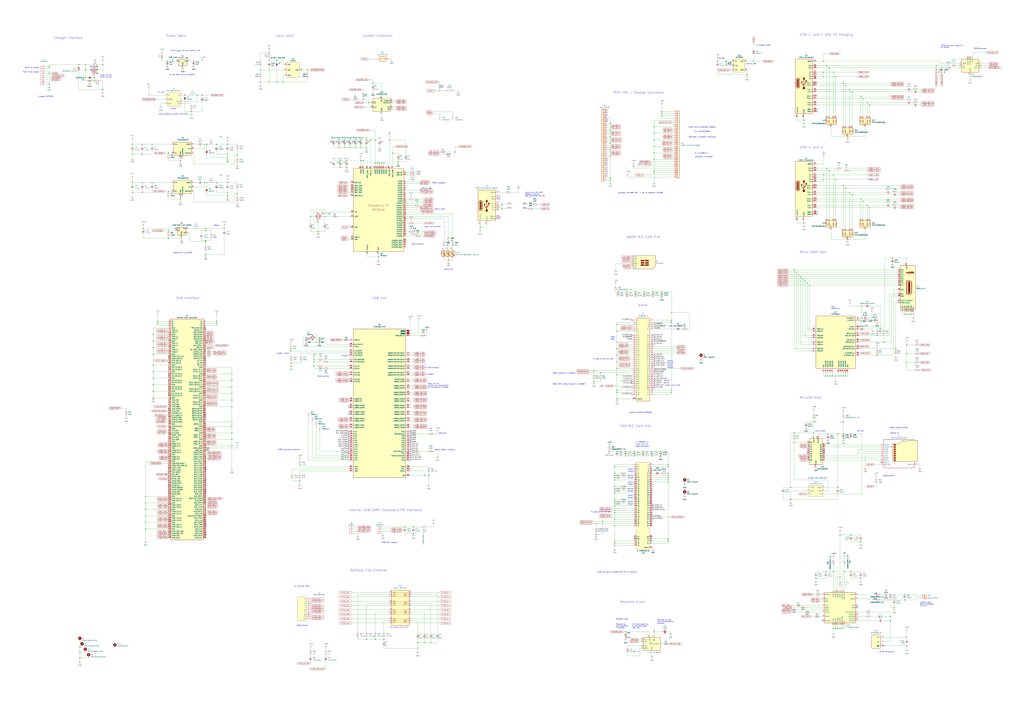
<source format=kicad_sch>
(kicad_sch (version 20211123) (generator eeschema)
  (paper "A0")
  (title_block (title "MNT Pocket Reform") (date "2022-05-27") (rev "D-1") (company "MNT Research GmbH") (comment 1 "Engineer: Lukas \"minute\" Hartmann"))
  (lib_symbols
    (symbol "09452812561:09452812561" (pin_names (offset 0.762))
      (property "Reference" "J?" (at -10.16 7.62 0))
      (property "Value" "09452812561" (at -10.16 5.08 0))
      (symbol "09452812561_0_0"
        (pin passive line (at 0 -10.16 0) (length 5.08) (name "1") (number "1"))
        (pin passive line (at 0 -22.86 0) (length 5.08) (name "10") (number "10"))
        (pin passive line (at 0 -7.62 0) (length 5.08) (name "2") (number "2"))
        (pin passive line (at 0 -5.08 0) (length 5.08) (name "3") (number "3"))
        (pin passive line (at 0 -2.54 0) (length 5.08) (name "4") (number "4"))
        (pin passive line (at 0 0 0) (length 5.08) (name "5") (number "5"))
        (pin passive line (at 0 -12.7 0) (length 5.08) (name "6") (number "6"))
        (pin passive line (at 0 -15.24 0) (length 5.08) (name "7") (number "7"))
        (pin passive line (at 0 -17.78 0) (length 5.08) (name "8") (number "8"))
        (pin passive line (at 0 -20.32 0) (length 5.08) (name "9") (number "9"))
      )
    )
    (symbol "2199230-5:2199230-5" (pin_names (offset 1.016))
      (property "Reference" "J" (at -7.6454 48.9966 0))
      (property "Value" "2199230-5" (at -7.62 -50.8508 0))
      (symbol "2199230-5_0_0"
        (pin passive line (at -12.7 45.72 0) (length 5.08) (name "1") (number "1"))
        (pin passive line (at 12.7 35.56 180) (length 5.08) (name "10") (number "10"))
        (pin passive line (at -12.7 33.02 0) (length 5.08) (name "11") (number "11"))
        (pin passive line (at 12.7 45.72 180) (length 5.08) (name "2") (number "2"))
        (pin passive line (at 12.7 27.94 180) (length 5.08) (name "20") (number "20"))
        (pin passive line (at -12.7 27.94 0) (length 5.08) (name "21") (number "21"))
        (pin passive line (at 12.7 25.4 180) (length 5.08) (name "22") (number "22"))
        (pin passive line (at -12.7 25.4 0) (length 5.08) (name "23") (number "23"))
        (pin passive line (at 12.7 22.86 180) (length 5.08) (name "24") (number "24"))
        (pin passive line (at -12.7 22.86 0) (length 5.08) (name "25") (number "25"))
        (pin passive line (at 12.7 20.32 180) (length 5.08) (name "26") (number "26"))
        (pin passive line (at -12.7 20.32 0) (length 5.08) (name "27") (number "27"))
        (pin passive line (at 12.7 17.78 180) (length 5.08) (name "28") (number "28"))
        (pin passive line (at -12.7 17.78 0) (length 5.08) (name "29") (number "29"))
        (pin passive line (at -12.7 43.18 0) (length 5.08) (name "3") (number "3"))
        (pin passive line (at 12.7 15.24 180) (length 5.08) (name "30") (number "30"))
        (pin passive line (at -12.7 15.24 0) (length 5.08) (name "31") (number "31"))
        (pin passive line (at 12.7 12.7 180) (length 5.08) (name "32") (number "32"))
        (pin passive line (at -12.7 12.7 0) (length 5.08) (name "33") (number "33"))
        (pin passive line (at 12.7 10.16 180) (length 5.08) (name "34") (number "34"))
        (pin passive line (at -12.7 10.16 0) (length 5.08) (name "35") (number "35"))
        (pin passive line (at 12.7 7.62 180) (length 5.08) (name "36") (number "36"))
        (pin passive line (at -12.7 7.62 0) (length 5.08) (name "37") (number "37"))
        (pin passive line (at 12.7 5.08 180) (length 5.08) (name "38") (number "38"))
        (pin passive line (at -12.7 5.08 0) (length 5.08) (name "39") (number "39"))
        (pin passive line (at 12.7 43.18 180) (length 5.08) (name "4") (number "4"))
        (pin passive line (at 12.7 2.54 180) (length 5.08) (name "40") (number "40"))
        (pin passive line (at -12.7 2.54 0) (length 5.08) (name "41") (number "41"))
        (pin passive line (at 12.7 0 180) (length 5.08) (name "42") (number "42"))
        (pin passive line (at -12.7 0 0) (length 5.08) (name "43") (number "43"))
        (pin passive line (at 12.7 -2.54 180) (length 5.08) (name "44") (number "44"))
        (pin passive line (at -12.7 -2.54 0) (length 5.08) (name "45") (number "45"))
        (pin passive line (at 12.7 -5.08 180) (length 5.08) (name "46") (number "46"))
        (pin passive line (at -12.7 -5.08 0) (length 5.08) (name "47") (number "47"))
        (pin passive line (at 12.7 -7.62 180) (length 5.08) (name "48") (number "48"))
        (pin passive line (at -12.7 -7.62 0) (length 5.08) (name "49") (number "49"))
        (pin passive line (at -12.7 40.64 0) (length 5.08) (name "5") (number "5"))
        (pin passive line (at 12.7 -10.16 180) (length 5.08) (name "50") (number "50"))
        (pin passive line (at -12.7 -10.16 0) (length 5.08) (name "51") (number "51"))
        (pin passive line (at 12.7 -12.7 180) (length 5.08) (name "52") (number "52"))
        (pin passive line (at -12.7 -12.7 0) (length 5.08) (name "53") (number "53"))
        (pin passive line (at 12.7 -15.24 180) (length 5.08) (name "54") (number "54"))
        (pin passive line (at -12.7 -15.24 0) (length 5.08) (name "55") (number "55"))
        (pin passive line (at 12.7 -17.78 180) (length 5.08) (name "56") (number "56"))
        (pin passive line (at -12.7 -17.78 0) (length 5.08) (name "57") (number "57"))
        (pin passive line (at 12.7 -20.32 180) (length 5.08) (name "58") (number "58"))
        (pin passive line (at -12.7 -20.32 0) (length 5.08) (name "59") (number "59"))
        (pin passive line (at 12.7 40.64 180) (length 5.08) (name "6") (number "6"))
        (pin passive line (at 12.7 -22.86 180) (length 5.08) (name "60") (number "60"))
        (pin passive line (at -12.7 -22.86 0) (length 5.08) (name "61") (number "61"))
        (pin passive line (at 12.7 -25.4 180) (length 5.08) (name "62") (number "62"))
        (pin passive line (at -12.7 -25.4 0) (length 5.08) (name "63") (number "63"))
        (pin passive line (at 12.7 -27.94 180) (length 5.08) (name "64") (number "64"))
        (pin passive line (at -12.7 -27.94 0) (length 5.08) (name "65") (number "65"))
        (pin passive line (at 12.7 -30.48 180) (length 5.08) (name "66") (number "66"))
        (pin passive line (at -12.7 -30.48 0) (length 5.08) (name "67") (number "67"))
        (pin passive line (at 12.7 -33.02 180) (length 5.08) (name "68") (number "68"))
        (pin passive line (at -12.7 -33.02 0) (length 5.08) (name "69") (number "69"))
        (pin passive line (at -12.7 38.1 0) (length 5.08) (name "7") (number "7"))
        (pin passive line (at 12.7 -35.56 180) (length 5.08) (name "70") (number "70"))
        (pin passive line (at -12.7 -35.56 0) (length 5.08) (name "71") (number "71"))
        (pin passive line (at 12.7 -38.1 180) (length 5.08) (name "72") (number "72"))
        (pin passive line (at -12.7 -38.1 0) (length 5.08) (name "73") (number "73"))
        (pin passive line (at 12.7 -40.64 180) (length 5.08) (name "74") (number "74"))
        (pin passive line (at -12.7 -40.64 0) (length 5.08) (name "75") (number "75"))
        (pin passive line (at 12.7 38.1 180) (length 5.08) (name "8") (number "8"))
        (pin passive line (at -12.7 35.56 0) (length 5.08) (name "9") (number "9"))
        (pin passive line (at -12.7 -45.72 0) (length 5.08) (name "SHIELD") (number "SH1"))
        (pin passive line (at -12.7 -45.72 0) (length 5.08) (name "SHIELD") (number "SH2"))
      )
    )
    (symbol "Audio:TLV320AIC3100"
      (property "Reference" "U" (at -15.24 20.32 0))
      (property "Value" "TLV320AIC3100" (at 0 0 0))
      (symbol "TLV320AIC3100_1_1"
        (pin power_in line (at 0 -20.32 90) (length 2.54) (name "IOVSS") (number "1"))
        (pin input line (at -20.32 10.16 0) (length 2.54) (name "SCL") (number "10"))
        (pin input line (at 20.32 -5.08 180) (length 2.54) (name "VOL/MICDET") (number "11"))
        (pin power_out line (at 20.32 -10.16 180) (length 2.54) (name "MICBIAS") (number "12"))
        (pin input line (at 20.32 -12.7 180) (length 2.54) (name "MIC1LP") (number "13"))
        (pin input line (at 20.32 -15.24 180) (length 2.54) (name "MIC1RP") (number "14"))
        (pin input line (at 20.32 -7.62 180) (length 2.54) (name "MIC1LM") (number "15"))
        (pin power_in line (at -7.62 -20.32 90) (length 2.54) (name "AVSS") (number "16"))
        (pin power_in line (at -7.62 20.32 270) (length 2.54) (name "AVDD") (number "17"))
        (pin power_in line (at -5.08 -20.32 90) (length 2.54) (name "DVSS") (number "18"))
        (pin output line (at 20.32 10.16 180) (length 2.54) (name "SPKM") (number "19"))
        (pin power_in line (at 0 20.32 270) (length 2.54) (name "IOVDD") (number "2"))
        (pin power_in line (at 2.54 -20.32 90) (length 2.54) (name "SPKVSS") (number "20"))
        (pin power_in line (at 2.54 20.32 270) (length 2.54) (name "SPKVDD") (number "21"))
        (pin output line (at 20.32 15.24 180) (length 2.54) (name "SPKP") (number "22"))
        (pin passive line (at 20.32 10.16 180) (length 2.54) hide (name "SPKM") (number "23"))
        (pin power_in line (at 5.08 20.32 270) (length 2.54) (name "SPKVDD") (number "24"))
        (pin passive line (at 2.54 -20.32 90) (length 2.54) hide (name "SPKVSS") (number "25"))
        (pin passive line (at 20.32 15.24 180) (length 2.54) hide (name "SPKP") (number "26"))
        (pin output line (at 20.32 2.54 180) (length 2.54) (name "HPL") (number "27"))
        (pin power_in line (at -2.54 20.32 270) (length 2.54) (name "HPVDD") (number "28"))
        (pin power_in line (at -2.54 -20.32 90) (length 2.54) (name "HPVSS") (number "29"))
        (pin power_in line (at -5.08 20.32 270) (length 2.54) (name "DVDD") (number "3"))
        (pin output line (at 20.32 0 180) (length 2.54) (name "HPR") (number "30"))
        (pin input line (at -20.32 15.24 0) (length 2.54) (name "~{RESET}") (number "31"))
        (pin bidirectional line (at -20.32 -15.24 0) (length 2.54) (name "GPIO1") (number "32"))
        (pin power_in line (at 5.08 -20.32 90) (length 2.54) (name "EP") (number "33"))
        (pin output line (at -20.32 0 0) (length 2.54) (name "DOUT") (number "4"))
        (pin input line (at -20.32 2.54 0) (length 2.54) (name "DIN") (number "5"))
        (pin bidirectional line (at -20.32 -5.08 0) (length 2.54) (name "WCLK") (number "6"))
        (pin bidirectional line (at -20.32 -2.54 0) (length 2.54) (name "BCLK") (number "7"))
        (pin input line (at -20.32 -10.16 0) (length 2.54) (name "MCLK") (number "8"))
        (pin bidirectional line (at -20.32 7.62 0) (length 2.54) (name "SDA") (number "9"))
      )
    )
    (symbol "Connector:Conn_01x04_Male" (pin_names (offset 1.016) hide)
      (property "Reference" "J" (at 0 5.08 0))
      (property "Value" "Conn_01x04_Male" (at 0 -7.62 0))
      (symbol "Conn_01x04_Male_1_1"
        (pin passive line (at 5.08 2.54 180) (length 3.81) (name "Pin_1") (number "1"))
        (pin passive line (at 5.08 0 180) (length 3.81) (name "Pin_2") (number "2"))
        (pin passive line (at 5.08 -2.54 180) (length 3.81) (name "Pin_3") (number "3"))
        (pin passive line (at 5.08 -5.08 180) (length 3.81) (name "Pin_4") (number "4"))
      )
    )
    (symbol "Connector:Conn_01x09_Male" (pin_names (offset 1.016) hide)
      (property "Reference" "J" (at 0 12.7 0))
      (property "Value" "Conn_01x09_Male" (at 0 -12.7 0))
      (symbol "Conn_01x09_Male_1_1"
        (pin passive line (at 5.08 10.16 180) (length 3.81) (name "Pin_1") (number "1"))
        (pin passive line (at 5.08 7.62 180) (length 3.81) (name "Pin_2") (number "2"))
        (pin passive line (at 5.08 5.08 180) (length 3.81) (name "Pin_3") (number "3"))
        (pin passive line (at 5.08 2.54 180) (length 3.81) (name "Pin_4") (number "4"))
        (pin passive line (at 5.08 0 180) (length 3.81) (name "Pin_5") (number "5"))
        (pin passive line (at 5.08 -2.54 180) (length 3.81) (name "Pin_6") (number "6"))
        (pin passive line (at 5.08 -5.08 180) (length 3.81) (name "Pin_7") (number "7"))
        (pin passive line (at 5.08 -7.62 180) (length 3.81) (name "Pin_8") (number "8"))
        (pin passive line (at 5.08 -10.16 180) (length 3.81) (name "Pin_9") (number "9"))
      )
    )
    (symbol "Connector:HDMI_D_1.4"
      (property "Reference" "J" (at -6.35 26.67 0))
      (property "Value" "HDMI_D_1.4" (at 10.16 26.67 0))
      (symbol "HDMI_D_1.4_1_1"
        (pin passive line (at -10.16 -17.78 0) (length 2.54) (name "HPD/HEAC-") (number "1"))
        (pin power_in line (at 0 -27.94 90) (length 2.54) (name "D0S") (number "10"))
        (pin passive line (at -10.16 7.62 0) (length 2.54) (name "D0-") (number "11"))
        (pin passive line (at -10.16 5.08 0) (length 2.54) (name "CK+") (number "12"))
        (pin power_in line (at 2.54 -27.94 90) (length 2.54) (name "CKS") (number "13"))
        (pin passive line (at -10.16 2.54 0) (length 2.54) (name "CK-") (number "14"))
        (pin bidirectional line (at -10.16 -2.54 0) (length 2.54) (name "CEC") (number "15"))
        (pin power_in line (at 5.08 -27.94 90) (length 2.54) (name "GND") (number "16"))
        (pin passive line (at -10.16 -7.62 0) (length 2.54) (name "SCL") (number "17"))
        (pin bidirectional line (at -10.16 -10.16 0) (length 2.54) (name "SDA") (number "18"))
        (pin power_in line (at 0 27.94 270) (length 2.54) (name "+5V") (number "19"))
        (pin passive line (at -10.16 -15.24 0) (length 2.54) (name "UTILITY/HEAC+") (number "2"))
        (pin passive line (at -10.16 20.32 0) (length 2.54) (name "D2+") (number "3"))
        (pin power_in line (at -5.08 -27.94 90) (length 2.54) (name "D2S") (number "4"))
        (pin passive line (at -10.16 17.78 0) (length 2.54) (name "D2-") (number "5"))
        (pin passive line (at -10.16 15.24 0) (length 2.54) (name "D1+") (number "6"))
        (pin power_in line (at -2.54 -27.94 90) (length 2.54) (name "D1S") (number "7"))
        (pin passive line (at -10.16 12.7 0) (length 2.54) (name "D1-") (number "8"))
        (pin passive line (at -10.16 10.16 0) (length 2.54) (name "D0+") (number "9"))
        (pin passive line (at 7.62 -27.94 90) (length 2.54) (name "SH") (number "SH"))
      )
    )
    (symbol "Connector:Micro_SD_Card_Det" (pin_names (offset 1.016))
      (property "Reference" "J" (at -16.51 17.78 0))
      (property "Value" "Micro_SD_Card_Det" (at 16.51 17.78 0))
      (symbol "Micro_SD_Card_Det_1_1"
        (pin bidirectional line (at -22.86 10.16 0) (length 3.81) (name "DAT2") (number "1"))
        (pin passive line (at -22.86 -10.16 0) (length 3.81) (name "DET_A") (number "10"))
        (pin passive line (at 20.32 -12.7 180) (length 3.81) (name "SHIELD") (number "11"))
        (pin bidirectional line (at -22.86 7.62 0) (length 3.81) (name "DAT3/CD") (number "2"))
        (pin input line (at -22.86 5.08 0) (length 3.81) (name "CMD") (number "3"))
        (pin power_in line (at -22.86 2.54 0) (length 3.81) (name "VDD") (number "4"))
        (pin input line (at -22.86 0 0) (length 3.81) (name "CLK") (number "5"))
        (pin power_in line (at -22.86 -2.54 0) (length 3.81) (name "VSS") (number "6"))
        (pin bidirectional line (at -22.86 -5.08 0) (length 3.81) (name "DAT0") (number "7"))
        (pin bidirectional line (at -22.86 -7.62 0) (length 3.81) (name "DAT1") (number "8"))
        (pin passive line (at -22.86 -12.7 0) (length 3.81) (name "DET_B") (number "9"))
      )
    )
    (symbol "Connector:SIM_Card"
      (property "Reference" "J" (at -2.54 12.7 0))
      (property "Value" "SIM_Card" (at -1.27 10.16 0))
      (symbol "SIM_Card_1_1"
        (pin power_in line (at -12.7 7.62 0) (length 2.54) (name "VCC") (number "1"))
        (pin input line (at -12.7 5.08 0) (length 2.54) (name "RST") (number "2"))
        (pin input line (at -12.7 2.54 0) (length 2.54) (name "CLK") (number "3"))
        (pin power_in line (at -12.7 0 0) (length 2.54) (name "GND") (number "5"))
        (pin input line (at -12.7 -2.54 0) (length 2.54) (name "VPP") (number "6"))
        (pin bidirectional line (at -12.7 -5.08 0) (length 2.54) (name "I/O") (number "7"))
      )
    )
    (symbol "Connector:TestPoint" (pin_numbers hide) (pin_names (offset 0.762) hide)
      (property "Reference" "TP" (at 0 6.858 0))
      (property "Value" "TestPoint" (at 0 5.08 0))
      (symbol "TestPoint_1_1"
        (pin passive line (at 0 0 90) (length 2.54) (name "1") (number "1"))
      )
    )
    (symbol "Connector:USB_C_Receptacle" (pin_names (offset 1.016))
      (property "Reference" "J" (at -10.16 29.21 0))
      (property "Value" "USB_C_Receptacle" (at 10.16 29.21 0))
      (symbol "USB_C_Receptacle_1_1"
        (pin passive line (at 0 -40.64 90) (length 5.08) (name "GND") (number "A1"))
        (pin bidirectional line (at 15.24 -15.24 180) (length 5.08) (name "RX2-") (number "A10"))
        (pin bidirectional line (at 15.24 -17.78 180) (length 5.08) (name "RX2+") (number "A11"))
        (pin passive line (at 0 -40.64 90) (length 5.08) hide (name "GND") (number "A12"))
        (pin bidirectional line (at 15.24 -10.16 180) (length 5.08) (name "TX1+") (number "A2"))
        (pin bidirectional line (at 15.24 -7.62 180) (length 5.08) (name "TX1-") (number "A3"))
        (pin passive line (at 15.24 25.4 180) (length 5.08) (name "VBUS") (number "A4"))
        (pin bidirectional line (at 15.24 20.32 180) (length 5.08) (name "CC1") (number "A5"))
        (pin bidirectional line (at 15.24 7.62 180) (length 5.08) (name "D+") (number "A6"))
        (pin bidirectional line (at 15.24 12.7 180) (length 5.08) (name "D-") (number "A7"))
        (pin bidirectional line (at 15.24 -30.48 180) (length 5.08) (name "SBU1") (number "A8"))
        (pin passive line (at 15.24 25.4 180) (length 5.08) hide (name "VBUS") (number "A9"))
        (pin passive line (at 0 -40.64 90) (length 5.08) hide (name "GND") (number "B1"))
        (pin bidirectional line (at 15.24 0 180) (length 5.08) (name "RX1-") (number "B10"))
        (pin bidirectional line (at 15.24 -2.54 180) (length 5.08) (name "RX1+") (number "B11"))
        (pin passive line (at 0 -40.64 90) (length 5.08) hide (name "GND") (number "B12"))
        (pin bidirectional line (at 15.24 -25.4 180) (length 5.08) (name "TX2+") (number "B2"))
        (pin bidirectional line (at 15.24 -22.86 180) (length 5.08) (name "TX2-") (number "B3"))
        (pin passive line (at 15.24 25.4 180) (length 5.08) hide (name "VBUS") (number "B4"))
        (pin bidirectional line (at 15.24 17.78 180) (length 5.08) (name "CC2") (number "B5"))
        (pin bidirectional line (at 15.24 5.08 180) (length 5.08) (name "D+") (number "B6"))
        (pin bidirectional line (at 15.24 10.16 180) (length 5.08) (name "D-") (number "B7"))
        (pin bidirectional line (at 15.24 -33.02 180) (length 5.08) (name "SBU2") (number "B8"))
        (pin passive line (at 15.24 25.4 180) (length 5.08) hide (name "VBUS") (number "B9"))
        (pin passive line (at -7.62 -40.64 90) (length 5.08) (name "SHIELD") (number "S1"))
      )
    )
    (symbol "Connector:USB_C_Receptacle_USB2.0" (pin_names (offset 1.016))
      (property "Reference" "J" (at -10.16 19.05 0))
      (property "Value" "USB_C_Receptacle_USB2.0" (at 19.05 19.05 0))
      (symbol "USB_C_Receptacle_USB2.0_1_1"
        (pin passive line (at 0 -22.86 90) (length 5.08) (name "GND") (number "A1"))
        (pin passive line (at 0 -22.86 90) (length 5.08) hide (name "GND") (number "A12"))
        (pin passive line (at 15.24 15.24 180) (length 5.08) (name "VBUS") (number "A4"))
        (pin bidirectional line (at 15.24 10.16 180) (length 5.08) (name "CC1") (number "A5"))
        (pin bidirectional line (at 15.24 -2.54 180) (length 5.08) (name "D+") (number "A6"))
        (pin bidirectional line (at 15.24 2.54 180) (length 5.08) (name "D-") (number "A7"))
        (pin bidirectional line (at 15.24 -12.7 180) (length 5.08) (name "SBU1") (number "A8"))
        (pin passive line (at 15.24 15.24 180) (length 5.08) hide (name "VBUS") (number "A9"))
        (pin passive line (at 0 -22.86 90) (length 5.08) hide (name "GND") (number "B1"))
        (pin passive line (at 0 -22.86 90) (length 5.08) hide (name "GND") (number "B12"))
        (pin passive line (at 15.24 15.24 180) (length 5.08) hide (name "VBUS") (number "B4"))
        (pin bidirectional line (at 15.24 7.62 180) (length 5.08) (name "CC2") (number "B5"))
        (pin bidirectional line (at 15.24 -5.08 180) (length 5.08) (name "D+") (number "B6"))
        (pin bidirectional line (at 15.24 0 180) (length 5.08) (name "D-") (number "B7"))
        (pin bidirectional line (at 15.24 -15.24 180) (length 5.08) (name "SBU2") (number "B8"))
        (pin passive line (at 15.24 15.24 180) (length 5.08) hide (name "VBUS") (number "B9"))
        (pin passive line (at -7.62 -22.86 90) (length 5.08) (name "SHIELD") (number "S1"))
      )
    )
    (symbol "Connector_Generic:Conn_01x02" (pin_names (offset 1.016) hide)
      (property "Reference" "J" (at 0 2.54 0))
      (property "Value" "Conn_01x02" (at 0 -5.08 0))
      (symbol "Conn_01x02_1_1"
        (pin passive line (at -5.08 0 0) (length 3.81) (name "Pin_1") (number "1"))
        (pin passive line (at -5.08 -2.54 0) (length 3.81) (name "Pin_2") (number "2"))
      )
    )
    (symbol "Connector_Generic:Conn_01x31" (pin_names (offset 1.016) hide)
      (property "Reference" "J" (at 0 40.64 0))
      (property "Value" "Conn_01x31" (at 0 -40.64 0))
      (symbol "Conn_01x31_1_1"
        (pin passive line (at -5.08 38.1 0) (length 3.81) (name "Pin_1") (number "1"))
        (pin passive line (at -5.08 15.24 0) (length 3.81) (name "Pin_10") (number "10"))
        (pin passive line (at -5.08 12.7 0) (length 3.81) (name "Pin_11") (number "11"))
        (pin passive line (at -5.08 10.16 0) (length 3.81) (name "Pin_12") (number "12"))
        (pin passive line (at -5.08 7.62 0) (length 3.81) (name "Pin_13") (number "13"))
        (pin passive line (at -5.08 5.08 0) (length 3.81) (name "Pin_14") (number "14"))
        (pin passive line (at -5.08 2.54 0) (length 3.81) (name "Pin_15") (number "15"))
        (pin passive line (at -5.08 0 0) (length 3.81) (name "Pin_16") (number "16"))
        (pin passive line (at -5.08 -2.54 0) (length 3.81) (name "Pin_17") (number "17"))
        (pin passive line (at -5.08 -5.08 0) (length 3.81) (name "Pin_18") (number "18"))
        (pin passive line (at -5.08 -7.62 0) (length 3.81) (name "Pin_19") (number "19"))
        (pin passive line (at -5.08 35.56 0) (length 3.81) (name "Pin_2") (number "2"))
        (pin passive line (at -5.08 -10.16 0) (length 3.81) (name "Pin_20") (number "20"))
        (pin passive line (at -5.08 -12.7 0) (length 3.81) (name "Pin_21") (number "21"))
        (pin passive line (at -5.08 -15.24 0) (length 3.81) (name "Pin_22") (number "22"))
        (pin passive line (at -5.08 -17.78 0) (length 3.81) (name "Pin_23") (number "23"))
        (pin passive line (at -5.08 -20.32 0) (length 3.81) (name "Pin_24") (number "24"))
        (pin passive line (at -5.08 -22.86 0) (length 3.81) (name "Pin_25") (number "25"))
        (pin passive line (at -5.08 -25.4 0) (length 3.81) (name "Pin_26") (number "26"))
        (pin passive line (at -5.08 -27.94 0) (length 3.81) (name "Pin_27") (number "27"))
        (pin passive line (at -5.08 -30.48 0) (length 3.81) (name "Pin_28") (number "28"))
        (pin passive line (at -5.08 -33.02 0) (length 3.81) (name "Pin_29") (number "29"))
        (pin passive line (at -5.08 33.02 0) (length 3.81) (name "Pin_3") (number "3"))
        (pin passive line (at -5.08 -35.56 0) (length 3.81) (name "Pin_30") (number "30"))
        (pin passive line (at -5.08 -38.1 0) (length 3.81) (name "Pin_31") (number "31"))
        (pin passive line (at -5.08 30.48 0) (length 3.81) (name "Pin_4") (number "4"))
        (pin passive line (at -5.08 27.94 0) (length 3.81) (name "Pin_5") (number "5"))
        (pin passive line (at -5.08 25.4 0) (length 3.81) (name "Pin_6") (number "6"))
        (pin passive line (at -5.08 22.86 0) (length 3.81) (name "Pin_7") (number "7"))
        (pin passive line (at -5.08 20.32 0) (length 3.81) (name "Pin_8") (number "8"))
        (pin passive line (at -5.08 17.78 0) (length 3.81) (name "Pin_9") (number "9"))
      )
    )
    (symbol "Connector_Generic:Conn_01x33" (pin_names (offset 1.016) hide)
      (property "Reference" "J" (at 0 43.18 0))
      (property "Value" "Conn_01x33" (at 0 -43.18 0))
      (symbol "Conn_01x33_1_1"
        (pin passive line (at -5.08 40.64 0) (length 3.81) (name "Pin_1") (number "1"))
        (pin passive line (at -5.08 17.78 0) (length 3.81) (name "Pin_10") (number "10"))
        (pin passive line (at -5.08 15.24 0) (length 3.81) (name "Pin_11") (number "11"))
        (pin passive line (at -5.08 12.7 0) (length 3.81) (name "Pin_12") (number "12"))
        (pin passive line (at -5.08 10.16 0) (length 3.81) (name "Pin_13") (number "13"))
        (pin passive line (at -5.08 7.62 0) (length 3.81) (name "Pin_14") (number "14"))
        (pin passive line (at -5.08 5.08 0) (length 3.81) (name "Pin_15") (number "15"))
        (pin passive line (at -5.08 2.54 0) (length 3.81) (name "Pin_16") (number "16"))
        (pin passive line (at -5.08 0 0) (length 3.81) (name "Pin_17") (number "17"))
        (pin passive line (at -5.08 -2.54 0) (length 3.81) (name "Pin_18") (number "18"))
        (pin passive line (at -5.08 -5.08 0) (length 3.81) (name "Pin_19") (number "19"))
        (pin passive line (at -5.08 38.1 0) (length 3.81) (name "Pin_2") (number "2"))
        (pin passive line (at -5.08 -7.62 0) (length 3.81) (name "Pin_20") (number "20"))
        (pin passive line (at -5.08 -10.16 0) (length 3.81) (name "Pin_21") (number "21"))
        (pin passive line (at -5.08 -12.7 0) (length 3.81) (name "Pin_22") (number "22"))
        (pin passive line (at -5.08 -15.24 0) (length 3.81) (name "Pin_23") (number "23"))
        (pin passive line (at -5.08 -17.78 0) (length 3.81) (name "Pin_24") (number "24"))
        (pin passive line (at -5.08 -20.32 0) (length 3.81) (name "Pin_25") (number "25"))
        (pin passive line (at -5.08 -22.86 0) (length 3.81) (name "Pin_26") (number "26"))
        (pin passive line (at -5.08 -25.4 0) (length 3.81) (name "Pin_27") (number "27"))
        (pin passive line (at -5.08 -27.94 0) (length 3.81) (name "Pin_28") (number "28"))
        (pin passive line (at -5.08 -30.48 0) (length 3.81) (name "Pin_29") (number "29"))
        (pin passive line (at -5.08 35.56 0) (length 3.81) (name "Pin_3") (number "3"))
        (pin passive line (at -5.08 -33.02 0) (length 3.81) (name "Pin_30") (number "30"))
        (pin passive line (at -5.08 -35.56 0) (length 3.81) (name "Pin_31") (number "31"))
        (pin passive line (at -5.08 -38.1 0) (length 3.81) (name "Pin_32") (number "32"))
        (pin passive line (at -5.08 -40.64 0) (length 3.81) (name "Pin_33") (number "33"))
        (pin passive line (at -5.08 33.02 0) (length 3.81) (name "Pin_4") (number "4"))
        (pin passive line (at -5.08 30.48 0) (length 3.81) (name "Pin_5") (number "5"))
        (pin passive line (at -5.08 27.94 0) (length 3.81) (name "Pin_6") (number "6"))
        (pin passive line (at -5.08 25.4 0) (length 3.81) (name "Pin_7") (number "7"))
        (pin passive line (at -5.08 22.86 0) (length 3.81) (name "Pin_8") (number "8"))
        (pin passive line (at -5.08 20.32 0) (length 3.81) (name "Pin_9") (number "9"))
      )
    )
    (symbol "Device:Battery_Cell" (pin_numbers hide) (pin_names (offset 0) hide)
      (property "Reference" "BT" (at 2.54 2.54 0))
      (property "Value" "Battery_Cell" (at 2.54 0 0))
      (symbol "Battery_Cell_1_1"
        (pin passive line (at 0 5.08 270) (length 2.54) (name "+") (number "1"))
        (pin passive line (at 0 -2.54 90) (length 2.54) (name "-") (number "2"))
      )
    )
    (symbol "Device:C_Polarized_Small" (pin_numbers hide) (pin_names (offset 0.254) hide)
      (property "Reference" "C" (at 0.254 1.778 0))
      (property "Value" "C_Polarized_Small" (at 0.254 -2.032 0))
      (symbol "C_Polarized_Small_1_1"
        (pin passive line (at 0 2.54 270) (length 1.8542) (name "~") (number "1"))
        (pin passive line (at 0 -2.54 90) (length 1.8542) (name "~") (number "2"))
      )
    )
    (symbol "Device:C_Small" (pin_numbers hide) (pin_names (offset 0.254) hide)
      (property "Reference" "C" (at 0.254 1.778 0))
      (property "Value" "C_Small" (at 0.254 -2.032 0))
      (symbol "C_Small_1_1"
        (pin passive line (at 0 2.54 270) (length 2.032) (name "~") (number "1"))
        (pin passive line (at 0 -2.54 90) (length 2.032) (name "~") (number "2"))
      )
    )
    (symbol "Device:Crystal_GND24" (pin_names (offset 1.016) hide)
      (property "Reference" "Y" (at 3.175 5.08 0))
      (property "Value" "Crystal_GND24" (at 3.175 3.175 0))
      (symbol "Crystal_GND24_1_1"
        (pin passive line (at -3.81 0 0) (length 1.27) (name "1") (number "1"))
        (pin passive line (at 0 5.08 270) (length 1.27) (name "2") (number "2"))
        (pin passive line (at 3.81 0 180) (length 1.27) (name "3") (number "3"))
        (pin passive line (at 0 -5.08 90) (length 1.27) (name "4") (number "4"))
      )
    )
    (symbol "Device:Crystal_GND24_Small" (pin_names (offset 1.016) hide)
      (property "Reference" "Y" (at 1.27 4.445 0))
      (property "Value" "Crystal_GND24_Small" (at 1.27 2.54 0))
      (symbol "Crystal_GND24_Small_1_1"
        (pin passive line (at -2.54 0 0) (length 1.27) (name "1") (number "1"))
        (pin passive line (at 0 -2.54 90) (length 0.635) (name "2") (number "2"))
        (pin passive line (at 2.54 0 180) (length 1.27) (name "3") (number "3"))
        (pin passive line (at 0 2.54 270) (length 0.635) (name "4") (number "4"))
      )
    )
    (symbol "Device:Crystal_Small" (pin_numbers hide) (pin_names (offset 1.016) hide)
      (property "Reference" "Y" (at 0 2.54 0))
      (property "Value" "Crystal_Small" (at 0 -2.54 0))
      (symbol "Crystal_Small_1_1"
        (pin passive line (at -2.54 0 0) (length 1.27) (name "1") (number "1"))
        (pin passive line (at 2.54 0 180) (length 1.27) (name "2") (number "2"))
      )
    )
    (symbol "Device:D_Schottky" (pin_numbers hide) (pin_names (offset 1.016) hide)
      (property "Reference" "D" (at 0 2.54 0))
      (property "Value" "D_Schottky" (at 0 -2.54 0))
      (symbol "D_Schottky_1_1"
        (pin passive line (at -3.81 0 0) (length 2.54) (name "K") (number "1"))
        (pin passive line (at 3.81 0 180) (length 2.54) (name "A") (number "2"))
      )
    )
    (symbol "Device:D_Schottky_Small" (pin_numbers hide) (pin_names (offset 0.254) hide)
      (property "Reference" "D" (at -1.27 2.032 0))
      (property "Value" "D_Schottky_Small" (at -7.112 -2.032 0))
      (symbol "D_Schottky_Small_1_1"
        (pin passive line (at -2.54 0 0) (length 1.778) (name "K") (number "1"))
        (pin passive line (at 2.54 0 180) (length 1.778) (name "A") (number "2"))
      )
    )
    (symbol "Device:D_Schottky_Small_Filled" (pin_numbers hide) (pin_names (offset 0.254) hide)
      (property "Reference" "D" (at -1.27 2.032 0))
      (property "Value" "D_Schottky_Small_Filled" (at -7.112 -2.032 0))
      (symbol "D_Schottky_Small_Filled_1_1"
        (pin passive line (at -2.54 0 0) (length 1.778) (name "K") (number "1"))
        (pin passive line (at 2.54 0 180) (length 1.778) (name "A") (number "2"))
      )
    )
    (symbol "Device:D_Zener_Small_Filled" (pin_numbers hide) (pin_names (offset 0.254) hide)
      (property "Reference" "D" (at 0 2.286 0))
      (property "Value" "D_Zener_Small_Filled" (at 0 -2.286 0))
      (symbol "D_Zener_Small_Filled_1_1"
        (pin passive line (at -2.54 0 0) (length 1.778) (name "K") (number "1"))
        (pin passive line (at 2.54 0 180) (length 1.778) (name "A") (number "2"))
      )
    )
    (symbol "Device:FerriteBead_Small" (pin_numbers hide) (pin_names (offset 0))
      (property "Reference" "FB" (at 1.905 1.27 0))
      (property "Value" "FerriteBead_Small" (at 1.905 -1.27 0))
      (symbol "FerriteBead_Small_1_1"
        (pin passive line (at 0 2.54 270) (length 1.27) (name "~") (number "1"))
        (pin passive line (at 0 -2.54 90) (length 1.27) (name "~") (number "2"))
      )
    )
    (symbol "Device:LED_RGB" (pin_names (offset 0) hide)
      (property "Reference" "D" (at 0 9.398 0))
      (property "Value" "LED_RGB" (at 0 -8.89 0))
      (symbol "LED_RGB_0_0"
        (text "B" (at -1.905 -6.35 0) (effects (font (size 1.27 1.27))))
        (text "G" (at -1.905 -1.27 0) (effects (font (size 1.27 1.27))))
        (text "R" (at -1.905 3.81 0) (effects (font (size 1.27 1.27))))
      )
      (symbol "LED_RGB_1_1"
        (pin passive line (at -5.08 5.08 0) (length 2.54) (name "RK") (number "1"))
        (pin passive line (at -5.08 0 0) (length 2.54) (name "GK") (number "2"))
        (pin passive line (at -5.08 -5.08 0) (length 2.54) (name "BK") (number "3"))
        (pin passive line (at 5.08 -5.08 180) (length 2.54) (name "BA") (number "4"))
        (pin passive line (at 5.08 0 180) (length 2.54) (name "GA") (number "5"))
        (pin passive line (at 5.08 5.08 180) (length 2.54) (name "RA") (number "6"))
      )
    )
    (symbol "Device:LED_Small" (pin_numbers hide) (pin_names (offset 0.254) hide)
      (property "Reference" "D" (at -1.27 3.175 0))
      (property "Value" "LED_Small" (at -4.445 -2.54 0))
      (symbol "LED_Small_1_1"
        (pin passive line (at -2.54 0 0) (length 1.778) (name "K") (number "1"))
        (pin passive line (at 2.54 0 180) (length 1.778) (name "A") (number "2"))
      )
    )
    (symbol "Device:L_Small" (pin_numbers hide) (pin_names (offset 0.254) hide)
      (property "Reference" "L" (at 0.762 1.016 0))
      (property "Value" "L_Small" (at 0.762 -1.016 0))
      (symbol "L_Small_1_1"
        (pin passive line (at 0 2.54 270) (length 0.508) (name "~") (number "1"))
        (pin passive line (at 0 -2.54 90) (length 0.508) (name "~") (number "2"))
      )
    )
    (symbol "Device:R_Small" (pin_numbers hide) (pin_names (offset 0.254) hide)
      (property "Reference" "R" (at 0.762 0.508 0))
      (property "Value" "R_Small" (at 0.762 -1.016 0))
      (symbol "R_Small_1_1"
        (pin passive line (at 0 2.54 270) (length 0.762) (name "~") (number "1"))
        (pin passive line (at 0 -2.54 90) (length 0.762) (name "~") (number "2"))
      )
    )
    (symbol "Interface_USB:FUSB302BMPX"
      (property "Reference" "U" (at -10.16 8.89 0))
      (property "Value" "FUSB302BMPX" (at 3.81 8.89 0))
      (symbol "FUSB302BMPX_1_1"
        (pin bidirectional line (at 12.7 -2.54 180) (length 2.54) (name "CC2") (number "1"))
        (pin bidirectional line (at 12.7 0 180) (length 2.54) (name "CC1") (number "10"))
        (pin bidirectional line (at 12.7 0 180) (length 2.54) hide (name "CC1") (number "11"))
        (pin power_in line (at 0 10.16 270) (length 2.54) (name "VCONN") (number "12"))
        (pin power_in line (at 2.54 10.16 270) (length 2.54) (name "VCONN") (number "13"))
        (pin bidirectional line (at 12.7 -2.54 180) (length 2.54) hide (name "CC2") (number "14"))
        (pin passive line (at 0 -10.16 90) (length 2.54) hide (name "GND") (number "15"))
        (pin input line (at 12.7 2.54 180) (length 2.54) (name "VBUS") (number "2"))
        (pin power_in line (at -2.54 10.16 270) (length 2.54) (name "VDD") (number "3"))
        (pin passive line (at -2.54 10.16 270) (length 2.54) hide (name "VDD") (number "4"))
        (pin open_collector line (at -12.7 -2.54 0) (length 2.54) (name "INT_N") (number "5"))
        (pin input line (at -12.7 0 0) (length 2.54) (name "SCL") (number "6"))
        (pin bidirectional line (at -12.7 2.54 0) (length 2.54) (name "SDA") (number "7"))
        (pin power_in line (at 0 -10.16 90) (length 2.54) (name "GND") (number "8"))
        (pin passive line (at 0 -10.16 90) (length 2.54) hide (name "GND") (number "9"))
      )
    )
    (symbol "Logic_LevelTranslator:TXS0108EPW"
      (property "Reference" "U" (at -6.35 16.51 0))
      (property "Value" "TXS0108EPW" (at 3.81 16.51 0))
      (symbol "TXS0108EPW_1_1"
        (pin bidirectional line (at -10.16 7.62 0) (length 2.54) (name "A1") (number "1"))
        (pin input line (at -10.16 10.16 0) (length 2.54) (name "OE") (number "10"))
        (pin power_in line (at 0 -17.78 90) (length 2.54) (name "GND") (number "11"))
        (pin bidirectional line (at 10.16 -10.16 180) (length 2.54) (name "B8") (number "12"))
        (pin bidirectional line (at 10.16 -7.62 180) (length 2.54) (name "B7") (number "13"))
        (pin bidirectional line (at 10.16 -5.08 180) (length 2.54) (name "B6") (number "14"))
        (pin bidirectional line (at 10.16 -2.54 180) (length 2.54) (name "B5") (number "15"))
        (pin bidirectional line (at 10.16 0 180) (length 2.54) (name "B4") (number "16"))
        (pin bidirectional line (at 10.16 2.54 180) (length 2.54) (name "B3") (number "17"))
        (pin bidirectional line (at 10.16 5.08 180) (length 2.54) (name "B2") (number "18"))
        (pin power_in line (at 2.54 17.78 270) (length 2.54) (name "VCCB") (number "19"))
        (pin power_in line (at -2.54 17.78 270) (length 2.54) (name "VCCA") (number "2"))
        (pin bidirectional line (at 10.16 7.62 180) (length 2.54) (name "B1") (number "20"))
        (pin bidirectional line (at -10.16 5.08 0) (length 2.54) (name "A2") (number "3"))
        (pin bidirectional line (at -10.16 2.54 0) (length 2.54) (name "A3") (number "4"))
        (pin bidirectional line (at -10.16 0 0) (length 2.54) (name "A4") (number "5"))
        (pin bidirectional line (at -10.16 -2.54 0) (length 2.54) (name "A5") (number "6"))
        (pin bidirectional line (at -10.16 -5.08 0) (length 2.54) (name "A6") (number "7"))
        (pin bidirectional line (at -10.16 -7.62 0) (length 2.54) (name "A7") (number "8"))
        (pin bidirectional line (at -10.16 -10.16 0) (length 2.54) (name "A8") (number "9"))
      )
    )
    (symbol "MCU_RaspberryPi_and_Boards:RP2040" (pin_names (offset 1.016))
      (property "Reference" "U" (at -29.21 49.53 0))
      (property "Value" "RP2040" (at 24.13 -49.53 0))
      (symbol "RP2040_0_0"
        (text "Raspberry Pi" (at 0 5.08 0) (effects (font (size 2.54 2.54))))
        (text "RP2040" (at 0 0 0) (effects (font (size 2.54 2.54))))
      )
      (symbol "RP2040_1_1"
        (pin power_in line (at 8.89 50.8 270) (length 2.54) (name "IOVDD") (number "1"))
        (pin power_in line (at 6.35 50.8 270) (length 2.54) (name "IOVDD") (number "10"))
        (pin bidirectional line (at 31.75 12.7 180) (length 2.54) (name "GPIO8") (number "11"))
        (pin bidirectional line (at 31.75 10.16 180) (length 2.54) (name "GPIO9") (number "12"))
        (pin bidirectional line (at 31.75 7.62 180) (length 2.54) (name "GPIO10") (number "13"))
        (pin bidirectional line (at 31.75 5.08 180) (length 2.54) (name "GPIO11") (number "14"))
        (pin bidirectional line (at 31.75 2.54 180) (length 2.54) (name "GPIO12") (number "15"))
        (pin bidirectional line (at 31.75 0 180) (length 2.54) (name "GPIO13") (number "16"))
        (pin bidirectional line (at 31.75 -2.54 180) (length 2.54) (name "GPIO14") (number "17"))
        (pin bidirectional line (at 31.75 -5.08 180) (length 2.54) (name "GPIO15") (number "18"))
        (pin passive line (at -12.7 -50.8 90) (length 2.54) (name "TESTEN") (number "19"))
        (pin bidirectional line (at 31.75 33.02 180) (length 2.54) (name "GPIO0") (number "2"))
        (pin input line (at -31.75 -2.54 0) (length 2.54) (name "XIN") (number "20"))
        (pin passive line (at -31.75 -7.62 0) (length 2.54) (name "XOUT") (number "21"))
        (pin power_in line (at 3.81 50.8 270) (length 2.54) (name "IOVDD") (number "22"))
        (pin power_in line (at -17.78 50.8 270) (length 2.54) (name "DVDD") (number "23"))
        (pin output line (at -31.75 -31.75 0) (length 2.54) (name "SWCLK") (number "24"))
        (pin bidirectional line (at -31.75 -34.29 0) (length 2.54) (name "SWD") (number "25"))
        (pin input line (at -31.75 -20.32 0) (length 2.54) (name "RUN") (number "26"))
        (pin bidirectional line (at 31.75 -7.62 180) (length 2.54) (name "GPIO16") (number "27"))
        (pin bidirectional line (at 31.75 -10.16 180) (length 2.54) (name "GPIO17") (number "28"))
        (pin bidirectional line (at 31.75 -12.7 180) (length 2.54) (name "GPIO18") (number "29"))
        (pin bidirectional line (at 31.75 30.48 180) (length 2.54) (name "GPIO1") (number "3"))
        (pin bidirectional line (at 31.75 -15.24 180) (length 2.54) (name "GPIO19") (number "30"))
        (pin bidirectional line (at 31.75 -17.78 180) (length 2.54) (name "GPIO20") (number "31"))
        (pin bidirectional line (at 31.75 -20.32 180) (length 2.54) (name "GPIO21") (number "32"))
        (pin power_in line (at 1.27 50.8 270) (length 2.54) (name "IOVDD") (number "33"))
        (pin bidirectional line (at 31.75 -22.86 180) (length 2.54) (name "GPIO22") (number "34"))
        (pin bidirectional line (at 31.75 -25.4 180) (length 2.54) (name "GPIO23") (number "35"))
        (pin bidirectional line (at 31.75 -27.94 180) (length 2.54) (name "GPIO24") (number "36"))
        (pin bidirectional line (at 31.75 -30.48 180) (length 2.54) (name "GPIO25") (number "37"))
        (pin bidirectional line (at 31.75 -35.56 180) (length 2.54) (name "GPIO26_ADC0") (number "38"))
        (pin bidirectional line (at 31.75 -38.1 180) (length 2.54) (name "GPIO27_ADC1") (number "39"))
        (pin bidirectional line (at 31.75 27.94 180) (length 2.54) (name "GPIO2") (number "4"))
        (pin bidirectional line (at 31.75 -40.64 180) (length 2.54) (name "GPIO28_ADC2") (number "40"))
        (pin bidirectional line (at 31.75 -43.18 180) (length 2.54) (name "GPIO29_ADC3") (number "41"))
        (pin power_in line (at -1.27 50.8 270) (length 2.54) (name "IOVDD") (number "42"))
        (pin power_in line (at 16.51 50.8 270) (length 2.54) (name "ADC_AVDD") (number "43"))
        (pin power_in line (at -8.89 50.8 270) (length 2.54) (name "VREG_IN") (number "44"))
        (pin power_out line (at -12.7 50.8 270) (length 2.54) (name "VREG_VOUT") (number "45"))
        (pin bidirectional line (at 31.75 40.64 180) (length 2.54) (name "USB_DM") (number "46"))
        (pin bidirectional line (at 31.75 43.18 180) (length 2.54) (name "USB_DP") (number "47"))
        (pin power_in line (at 12.7 50.8 270) (length 2.54) (name "USB_VDD") (number "48"))
        (pin power_in line (at -3.81 50.8 270) (length 2.54) (name "IOVDD") (number "49"))
        (pin bidirectional line (at 31.75 25.4 180) (length 2.54) (name "GPIO3") (number "5"))
        (pin power_in line (at -20.32 50.8 270) (length 2.54) (name "DVDD") (number "50"))
        (pin bidirectional line (at -31.75 20.32 0) (length 2.54) (name "QSPI_SD3") (number "51"))
        (pin output line (at -31.75 16.51 0) (length 2.54) (name "QSPI_SCLK") (number "52"))
        (pin bidirectional line (at -31.75 27.94 0) (length 2.54) (name "QSPI_SD0") (number "53"))
        (pin bidirectional line (at -31.75 22.86 0) (length 2.54) (name "QSPI_SD2") (number "54"))
        (pin bidirectional line (at -31.75 25.4 0) (length 2.54) (name "QSPI_SD1") (number "55"))
        (pin bidirectional line (at -31.75 31.75 0) (length 2.54) (name "QSPI_SS") (number "56"))
        (pin power_in line (at 0 -50.8 90) (length 2.54) (name "GND") (number "57"))
        (pin bidirectional line (at 31.75 22.86 180) (length 2.54) (name "GPIO4") (number "6"))
        (pin bidirectional line (at 31.75 20.32 180) (length 2.54) (name "GPIO5") (number "7"))
        (pin bidirectional line (at 31.75 17.78 180) (length 2.54) (name "GPIO6") (number "8"))
        (pin bidirectional line (at 31.75 15.24 180) (length 2.54) (name "GPIO7") (number "9"))
      )
    )
    (symbol "MP23ABS1TR:MP23ABS1TR" (pin_names (offset 1.016))
      (property "Reference" "MK" (at -5.08 8.255 0))
      (property "Value" "MP23ABS1TR" (at -5.08 -10.16 0))
      (symbol "MP23ABS1TR_0_0"
        (pin output line (at 10.16 0 180) (length 5.08) (name "OUT") (number "1"))
        (pin power_in line (at 10.16 -5.08 180) (length 5.08) (name "GND") (number "2"))
        (pin power_in line (at 10.16 -5.08 180) (length 5.08) (name "GND") (number "3"))
        (pin power_in line (at 10.16 -5.08 180) (length 5.08) (name "GND") (number "4"))
        (pin power_in line (at 10.16 5.08 180) (length 5.08) (name "VDD") (number "5"))
      )
    )
    (symbol "Mechanical:MountingHole" (pin_names (offset 1.016))
      (property "Reference" "H" (at 0 5.08 0))
      (property "Value" "MountingHole" (at 0 3.175 0))
    )
    (symbol "Mechanical:MountingHole_Pad" (pin_numbers hide) (pin_names (offset 1.016) hide)
      (property "Reference" "H" (at 0 6.35 0))
      (property "Value" "MountingHole_Pad" (at 0 4.445 0))
      (symbol "MountingHole_Pad_1_1"
        (pin input line (at 0 -2.54 90) (length 2.54) (name "1") (number "1"))
      )
    )
    (symbol "Memory_Flash:W25Q32JVSS"
      (property "Reference" "U" (at -8.89 8.89 0))
      (property "Value" "W25Q32JVSS" (at 7.62 8.89 0))
      (symbol "W25Q32JVSS_1_1"
        (pin input line (at -12.7 2.54 0) (length 2.54) (name "~{CS}") (number "1"))
        (pin bidirectional line (at 12.7 2.54 180) (length 2.54) (name "DO(IO1)") (number "2"))
        (pin bidirectional line (at 12.7 -2.54 180) (length 2.54) (name "IO2") (number "3"))
        (pin power_in line (at 0 -10.16 90) (length 2.54) (name "GND") (number "4"))
        (pin bidirectional line (at 12.7 5.08 180) (length 2.54) (name "DI(IO0)") (number "5"))
        (pin input line (at -12.7 -2.54 0) (length 2.54) (name "CLK") (number "6"))
        (pin bidirectional line (at 12.7 -5.08 180) (length 2.54) (name "IO3") (number "7"))
        (pin power_in line (at 0 10.16 270) (length 2.54) (name "VCC") (number "8"))
      )
    )
    (symbol "Power_Protection:TPD4E02B04DQA" (pin_names hide)
      (property "Reference" "U" (at 7.62 3.81 0))
      (property "Value" "TPD4E02B04DQA" (at 7.62 1.905 0))
      (symbol "TPD4E02B04DQA_0_0"
        (pin passive line (at 0 -5.08 90) (length 2.54) (name "G") (number "3"))
      )
      (symbol "TPD4E02B04DQA_1_1"
        (pin passive line (at -5.08 7.62 270) (length 2.54) (name "IO1") (number "1"))
        (pin no_connect line (at -5.08 -2.54 90) (length 2.54) hide (name "NC") (number "10"))
        (pin passive line (at -2.54 7.62 270) (length 2.54) (name "IO2") (number "2"))
        (pin passive line (at 2.54 7.62 270) (length 2.54) (name "IO3") (number "4"))
        (pin passive line (at 5.08 7.62 270) (length 2.54) (name "IO4") (number "5"))
        (pin no_connect line (at 5.08 -2.54 90) (length 2.54) hide (name "NC") (number "6"))
        (pin no_connect line (at 2.54 -2.54 90) (length 2.54) hide (name "NC") (number "7"))
        (pin passive line (at 0 -5.08 90) (length 2.54) hide (name "G") (number "8"))
        (pin no_connect line (at -2.54 -2.54 90) (length 2.54) hide (name "NC") (number "9"))
      )
    )
    (symbol "Regulator_Linear:TLV1117-18" (pin_names (offset 0.254))
      (property "Reference" "U" (at -3.81 3.175 0))
      (property "Value" "TLV1117-18" (at 0 3.175 0))
      (symbol "TLV1117-18_1_1"
        (pin power_in line (at 0 -7.62 90) (length 2.54) (name "GND") (number "1"))
        (pin power_out line (at 7.62 0 180) (length 2.54) (name "VO") (number "2"))
        (pin power_in line (at -7.62 0 0) (length 2.54) (name "VI") (number "3"))
      )
    )
    (symbol "Regulator_Switching:LM3670MF"
      (property "Reference" "U" (at -5.08 5.08 0))
      (property "Value" "LM3670MF" (at 0 5.08 0))
      (symbol "LM3670MF_1_1"
        (pin power_in line (at -7.62 2.54 0) (length 2.54) (name "Vin") (number "1"))
        (pin power_in line (at 0 -7.62 90) (length 2.54) (name "GND") (number "2"))
        (pin input line (at -7.62 0 0) (length 2.54) (name "EN") (number "3"))
        (pin input line (at 7.62 -2.54 180) (length 2.54) (name "FB") (number "4"))
        (pin input line (at 7.62 2.54 180) (length 2.54) (name "SW") (number "5"))
      )
    )
    (symbol "Regulator_Switching:TPS5430DDA"
      (property "Reference" "U" (at -10.16 8.89 0))
      (property "Value" "TPS5430DDA" (at -1.27 8.89 0))
      (symbol "TPS5430DDA_1_1"
        (pin input line (at 12.7 5.08 180) (length 2.54) (name "BOOT") (number "1"))
        (pin no_connect line (at -10.16 2.54 0) (length 2.54) hide (name "NC") (number "2"))
        (pin no_connect line (at -10.16 -2.54 0) (length 2.54) hide (name "NC") (number "3"))
        (pin input line (at 12.7 -5.08 180) (length 2.54) (name "VSENSE") (number "4"))
        (pin input line (at -12.7 -5.08 0) (length 2.54) (name "EN") (number "5"))
        (pin power_in line (at -2.54 -10.16 90) (length 2.54) (name "GND") (number "6"))
        (pin power_in line (at -12.7 5.08 0) (length 2.54) (name "VIN") (number "7"))
        (pin output line (at 12.7 0 180) (length 2.54) (name "PH") (number "8"))
        (pin power_in line (at 0 -10.16 90) (length 2.54) (name "GNDPAD") (number "9"))
      )
    )
    (symbol "Switch:SW_DIP_x01" (pin_names (offset 0) hide)
      (property "Reference" "SW" (at 0 3.81 0))
      (property "Value" "SW_DIP_x01" (at 0 -3.81 0))
      (symbol "SW_DIP_x01_1_1"
        (pin passive line (at -7.62 0 0) (length 5.08) (name "~") (number "1"))
        (pin passive line (at 7.62 0 180) (length 5.08) (name "~") (number "2"))
      )
    )
    (symbol "Switch:SW_SPST" (pin_names (offset 0) hide)
      (property "Reference" "SW" (at 0 3.175 0))
      (property "Value" "SW_SPST" (at 0 -2.54 0))
      (symbol "SW_SPST_1_1"
        (pin passive line (at -5.08 0 0) (length 2.54) (name "A") (number "1"))
        (pin passive line (at 5.08 0 180) (length 2.54) (name "B") (number "2"))
      )
    )
    (symbol "Timer_RTC:PCF8523T"
      (property "Reference" "U" (at -10.16 8.89 0))
      (property "Value" "PCF8523T" (at 3.81 8.89 0))
      (symbol "PCF8523T_1_1"
        (pin input line (at -12.7 -2.54 0) (length 2.54) (name "OSCI") (number "1"))
        (pin output line (at -12.7 -5.08 0) (length 2.54) (name "OSCO") (number "2"))
        (pin power_in line (at 2.54 10.16 270) (length 2.54) (name "VBAT") (number "3"))
        (pin power_in line (at 0 -10.16 90) (length 2.54) (name "VSS") (number "4"))
        (pin bidirectional line (at -12.7 2.54 0) (length 2.54) (name "SDA") (number "5"))
        (pin input line (at -12.7 5.08 0) (length 2.54) (name "SCL") (number "6"))
        (pin open_collector line (at 12.7 0 180) (length 2.54) (name "~{INT1}/CLKOUT") (number "7"))
        (pin power_in line (at -2.54 10.16 270) (length 2.54) (name "VDD") (number "8"))
      )
    )
    (symbol "Transformer:TG111-MSC13LF" (pin_names hide)
      (property "Reference" "TR" (at -7.62 21.59 0))
      (property "Value" "TG111-MSC13LF" (at 8.89 21.59 0))
      (symbol "TG111-MSC13LF_0_1"
        (pin passive line (at 12.7 -15.24 180) (length 2.54) (name "TCT1") (number "1"))
        (pin passive line (at 12.7 15.24 180) (length 2.54) (name "TCT4") (number "10"))
        (pin passive line (at 12.7 12.7 180) (length 2.54) (name "TD4+") (number "11"))
        (pin passive line (at 12.7 17.78 180) (length 2.54) (name "TD4-") (number "12"))
        (pin passive line (at -12.7 17.78 0) (length 2.54) (name "MX4-") (number "13"))
        (pin passive line (at -12.7 12.7 0) (length 2.54) (name "MX4+") (number "14"))
        (pin passive line (at -12.7 15.24 0) (length 2.54) (name "MCT4") (number "15"))
        (pin passive line (at -12.7 7.62 0) (length 2.54) (name "MTX3-") (number "16"))
        (pin passive line (at -12.7 2.54 0) (length 2.54) (name "MTX3+") (number "17"))
        (pin passive line (at -12.7 5.08 0) (length 2.54) (name "MCT3") (number "18"))
        (pin passive line (at -12.7 -2.54 0) (length 2.54) (name "MTX2-") (number "19"))
        (pin passive line (at 12.7 -17.78 180) (length 2.54) (name "TD1+") (number "2"))
        (pin passive line (at -12.7 -7.62 0) (length 2.54) (name "MTX2+") (number "20"))
        (pin passive line (at -12.7 -5.08 0) (length 2.54) (name "MCT2") (number "21"))
        (pin passive line (at -12.7 -12.7 0) (length 2.54) (name "MTX1-") (number "22"))
        (pin passive line (at -12.7 -17.78 0) (length 2.54) (name "MTX1+") (number "23"))
        (pin passive line (at -12.7 -15.24 0) (length 2.54) (name "MTC1") (number "24"))
        (pin passive line (at 12.7 -12.7 180) (length 2.54) (name "TD1-") (number "3"))
        (pin passive line (at 12.7 -5.08 180) (length 2.54) (name "TCT2") (number "4"))
        (pin passive line (at 12.7 -7.62 180) (length 2.54) (name "TD2+") (number "5"))
        (pin passive line (at 12.7 -2.54 180) (length 2.54) (name "TD2-") (number "6"))
        (pin passive line (at 12.7 5.08 180) (length 2.54) (name "TCT3") (number "7"))
        (pin passive line (at 12.7 2.54 180) (length 2.54) (name "TD3+") (number "8"))
        (pin passive line (at 12.7 7.62 180) (length 2.54) (name "TD3-") (number "9"))
      )
    )
    (symbol "USB7002_KDX:USB7002{slash}KDX" (pin_names (offset 1.016))
      (property "Reference" "U" (at -30.48 87.122 0))
      (property "Value" "USB7002{slash}KDX" (at -30.48 -89.662 0))
      (symbol "USB7002{slash}KDX_0_0"
        (pin input line (at -35.56 73.66 0) (length 5.08) (name "RESET_N") (number "1"))
        (pin bidirectional line (at 35.56 20.32 180) (length 5.08) (name "USB3DN_RXDP1A") (number "10"))
        (pin passive line (at 35.56 -73.66 180) (length 5.08) (name "RBIAS") (number "100"))
        (pin power_in line (at 35.56 -83.82 180) (length 5.08) (name "VSS") (number "101"))
        (pin bidirectional line (at 35.56 17.78 180) (length 5.08) (name "USB3DN_RXDM1A") (number "11"))
        (pin bidirectional line (at -35.56 35.56 0) (length 5.08) (name "DP1_CC1") (number "12"))
        (pin bidirectional line (at -35.56 33.02 0) (length 5.08) (name "DP1_CC2") (number "13"))
        (pin bidirectional line (at 35.56 43.18 180) (length 5.08) (name "USB2DN_DP3/PRT_DIS_P3") (number "14"))
        (pin bidirectional line (at 35.56 40.64 180) (length 5.08) (name "USB2DN_DM3/PRT_DIS_M3") (number "15"))
        (pin bidirectional line (at 35.56 2.54 180) (length 5.08) (name "USB3DN_TXDP1B") (number "16"))
        (pin bidirectional line (at 35.56 5.08 180) (length 5.08) (name "USB3DN_TXDM1B") (number "17"))
        (pin power_in line (at 35.56 81.28 180) (length 5.08) (name "VDD12") (number "18"))
        (pin bidirectional line (at 35.56 10.16 180) (length 5.08) (name "USB3DN_RXDP1B") (number "19"))
        (pin bidirectional line (at 35.56 -35.56 180) (length 5.08) (name "PF30/VBUS_DET") (number "2"))
        (pin bidirectional line (at 35.56 12.7 180) (length 5.08) (name "USB3DN_RXDM1B") (number "20"))
        (pin input line (at -35.56 60.96 0) (length 5.08) (name "CFG_STRAP1") (number "21"))
        (pin input line (at -35.56 58.42 0) (length 5.08) (name "CFG_STRAP2") (number "22"))
        (pin input line (at -35.56 55.88 0) (length 5.08) (name "CFG_STRAP3") (number "23"))
        (pin passive line (at 35.56 -78.74 180) (length 5.08) (name "TESTEN") (number "24"))
        (pin power_in line (at 35.56 81.28 180) (length 5.08) (name "VDD12") (number "25"))
        (pin power_in line (at 35.56 83.82 180) (length 5.08) (name "VDD33") (number "26"))
        (pin bidirectional line (at -35.56 27.94 0) (length 5.08) (name "DP2_CC1") (number "27"))
        (pin bidirectional line (at -35.56 25.4 0) (length 5.08) (name "DP2_CC2") (number "28"))
        (pin bidirectional line (at 35.56 50.8 180) (length 5.08) (name "USB2DN_DP2/PRT_DIS_P2") (number "29"))
        (pin bidirectional line (at 35.56 -33.02 180) (length 5.08) (name "PF31") (number "3"))
        (pin bidirectional line (at 35.56 48.26 180) (length 5.08) (name "USB2DN_DM2/PRT_DIS_M2") (number "30"))
        (pin bidirectional line (at 35.56 -12.7 180) (length 5.08) (name "USB3DN_TXDP2A") (number "31"))
        (pin bidirectional line (at 35.56 -10.16 180) (length 5.08) (name "USB3DN_TXDM2A") (number "32"))
        (pin power_in line (at 35.56 81.28 180) (length 5.08) (name "VDD12") (number "33"))
        (pin bidirectional line (at 35.56 -5.08 180) (length 5.08) (name "USB3DN_RXDP2A") (number "34"))
        (pin bidirectional line (at 35.56 -2.54 180) (length 5.08) (name "USB3DN_RXDM2A") (number "35"))
        (pin bidirectional line (at -35.56 48.26 0) (length 5.08) (name "DP2_VBUS_MON") (number "36"))
        (pin bidirectional line (at 35.56 35.56 180) (length 5.08) (name "USB2DN_DP4/PRT_DIS_P4") (number "37"))
        (pin bidirectional line (at 35.56 33.02 180) (length 5.08) (name "USB2DN_DM4/PRT_DIS_M4") (number "38"))
        (pin bidirectional line (at 35.56 -27.94 180) (length 5.08) (name "USB3DN_TXDP2B") (number "39"))
        (pin bidirectional line (at -35.56 50.8 0) (length 5.08) (name "DP1_VBUS_MON") (number "4"))
        (pin bidirectional line (at 35.56 -25.4 180) (length 5.08) (name "USB3DN_TXDM2B") (number "40"))
        (pin power_in line (at 35.56 81.28 180) (length 5.08) (name "VDD12") (number "41"))
        (pin bidirectional line (at 35.56 -20.32 180) (length 5.08) (name "USB3DN_RXDP2B") (number "42"))
        (pin bidirectional line (at 35.56 -17.78 180) (length 5.08) (name "USB3DN_RXDM2B") (number "43"))
        (pin power_in line (at 35.56 83.82 180) (length 5.08) (name "VDD33") (number "44"))
        (pin bidirectional line (at -35.56 -33.02 0) (length 5.08) (name "PF4") (number "45"))
        (pin bidirectional line (at -35.56 -35.56 0) (length 5.08) (name "PF5") (number "46"))
        (pin bidirectional line (at -35.56 -38.1 0) (length 5.08) (name "PF6") (number "47"))
        (pin bidirectional line (at -35.56 -40.64 0) (length 5.08) (name "PF7") (number "48"))
        (pin bidirectional line (at -35.56 -43.18 0) (length 5.08) (name "PF8") (number "49"))
        (pin bidirectional line (at 35.56 58.42 180) (length 5.08) (name "USB2DN_DP1/PRT_DIS_P1") (number "5"))
        (pin bidirectional line (at -35.56 -45.72 0) (length 5.08) (name "PF9") (number "50"))
        (pin bidirectional line (at -35.56 -48.26 0) (length 5.08) (name "PF10") (number "51"))
        (pin bidirectional line (at -35.56 -50.8 0) (length 5.08) (name "PF11") (number "52"))
        (pin power_in line (at 35.56 83.82 180) (length 5.08) (name "VDD33") (number "53"))
        (pin bidirectional line (at -35.56 -53.34 0) (length 5.08) (name "PF12") (number "54"))
        (pin power_in line (at 35.56 81.28 180) (length 5.08) (name "VDD12") (number "55"))
        (pin bidirectional line (at -35.56 -55.88 0) (length 5.08) (name "PF13") (number "56"))
        (pin bidirectional line (at -35.56 -58.42 0) (length 5.08) (name "PF14") (number "57"))
        (pin bidirectional line (at -35.56 -60.96 0) (length 5.08) (name "PF15") (number "58"))
        (pin bidirectional line (at -35.56 -63.5 0) (length 5.08) (name "PF16") (number "59"))
        (pin bidirectional line (at 35.56 55.88 180) (length 5.08) (name "USB2DN_DM1/PRT_DIS_M1") (number "6"))
        (pin bidirectional line (at -35.56 -66.04 0) (length 5.08) (name "PF17") (number "60"))
        (pin bidirectional line (at 35.56 -66.04 180) (length 5.08) (name "PF18") (number "61"))
        (pin power_in line (at 35.56 83.82 180) (length 5.08) (name "VDD33") (number "62"))
        (pin passive line (at -35.56 -73.66 0) (length 5.08) (name "TEST1") (number "63"))
        (pin passive line (at -35.56 -76.2 0) (length 5.08) (name "TEST2") (number "64"))
        (pin passive line (at -35.56 -78.74 0) (length 5.08) (name "TEST3") (number "65"))
        (pin bidirectional line (at 35.56 -63.5 180) (length 5.08) (name "PF19") (number "66"))
        (pin power_in line (at 35.56 83.82 180) (length 5.08) (name "VDD33") (number "67"))
        (pin bidirectional line (at 35.56 -58.42 180) (length 5.08) (name "PF21") (number "68"))
        (pin bidirectional line (at 35.56 -60.96 180) (length 5.08) (name "PF20/CFG_NON_REM") (number "69"))
        (pin bidirectional line (at 35.56 27.94 180) (length 5.08) (name "USB3DN_TXDP1A") (number "7"))
        (pin bidirectional line (at 35.56 -55.88 180) (length 5.08) (name "PF22/CFG_BC_EN") (number "70"))
        (pin bidirectional line (at 35.56 -53.34 180) (length 5.08) (name "PF23") (number "71"))
        (pin bidirectional line (at 35.56 -50.8 180) (length 5.08) (name "PF24") (number "72"))
        (pin bidirectional line (at 35.56 -48.26 180) (length 5.08) (name "PF25") (number "73"))
        (pin bidirectional line (at 35.56 -38.1 180) (length 5.08) (name "PF29") (number "74"))
        (pin bidirectional line (at 35.56 -45.72 180) (length 5.08) (name "PF26") (number "75"))
        (pin bidirectional line (at 35.56 -43.18 180) (length 5.08) (name "PF27") (number "76"))
        (pin bidirectional line (at 35.56 -40.64 180) (length 5.08) (name "PF28") (number "77"))
        (pin power_in line (at 35.56 81.28 180) (length 5.08) (name "VDD12") (number "78"))
        (pin power_in line (at 35.56 83.82 180) (length 5.08) (name "VDD33") (number "79"))
        (pin bidirectional line (at 35.56 25.4 180) (length 5.08) (name "USB3DN_TXDM1A") (number "8"))
        (pin power_in line (at 35.56 78.74 180) (length 5.08) (name "VBUS_MON_UP") (number "80"))
        (pin bidirectional line (at -35.56 -12.7 0) (length 5.08) (name "USB3UP_TXDPB") (number "81"))
        (pin bidirectional line (at -35.56 -10.16 0) (length 5.08) (name "USB3UP_TXDMB") (number "82"))
        (pin power_in line (at 35.56 81.28 180) (length 5.08) (name "VDD12") (number "83"))
        (pin bidirectional line (at -35.56 -5.08 0) (length 5.08) (name "USB3UP_RXDPB") (number "84"))
        (pin bidirectional line (at -35.56 -2.54 0) (length 5.08) (name "USB3UP_RXDMB") (number "85"))
        (pin power_in line (at 35.56 83.82 180) (length 5.08) (name "VDD33") (number "86"))
        (pin bidirectional line (at -35.56 43.18 0) (length 5.08) (name "CC1_UP") (number "87"))
        (pin bidirectional line (at -35.56 40.64 0) (length 5.08) (name "CC2_UP") (number "88"))
        (pin bidirectional line (at -35.56 2.54 0) (length 5.08) (name "USB2UP_DP") (number "89"))
        (pin power_in line (at 35.56 81.28 180) (length 5.08) (name "VDD12") (number "9"))
        (pin bidirectional line (at -35.56 5.08 0) (length 5.08) (name "USB2UP_DM") (number "90"))
        (pin bidirectional line (at -35.56 -27.94 0) (length 5.08) (name "USB3UP_TXDPA") (number "91"))
        (pin bidirectional line (at -35.56 -25.4 0) (length 5.08) (name "USB3UP_TXDMA") (number "92"))
        (pin power_in line (at 35.56 81.28 180) (length 5.08) (name "VDD12") (number "93"))
        (pin bidirectional line (at -35.56 -20.32 0) (length 5.08) (name "USB3UP_RXDPA") (number "94"))
        (pin bidirectional line (at -35.56 -17.78 0) (length 5.08) (name "USB3UP_RXDMA") (number "95"))
        (pin passive line (at 35.56 -76.2 180) (length 5.08) (name "ATEST") (number "96"))
        (pin bidirectional line (at -35.56 66.04 0) (length 5.08) (name "XTALO") (number "97"))
        (pin input clock (at -35.56 68.58 0) (length 5.08) (name "XTALI/CLK_IN") (number "98"))
        (pin power_in line (at 35.56 83.82 180) (length 5.08) (name "VDD33") (number "99"))
      )
    )
    (symbol "pocket-reform-motherboard-rescue:Ferrite_Bead_Small-Device" (pin_numbers hide) (pin_names (offset 0))
      (property "Reference" "FB" (at 1.905 1.27 0))
      (property "Value" "Ferrite_Bead_Small-Device" (at 1.905 -1.27 0))
      (symbol "Ferrite_Bead_Small-Device_1_1"
        (pin passive line (at 0 2.54 270) (length 1.27) (name "~") (number "1"))
        (pin passive line (at 0 -2.54 90) (length 1.27) (name "~") (number "2"))
      )
    )
    (symbol "pocket-reform:MAX1837EUT33+T"
      (property "Reference" "U?" (at 0 12.7 0))
      (property "Value" "MAX1837EUT33+T" (at 0 10.16 0))
      (symbol "MAX1837EUT33+T_1_1"
        (pin input line (at 10.16 -5.08 180) (length 2.54) (name "FB") (number "1"))
        (pin power_in line (at -10.16 -5.08 0) (length 2.54) (name "GND") (number "2"))
        (pin power_in line (at -10.16 5.08 0) (length 2.54) (name "IN") (number "3"))
        (pin output line (at 10.16 5.08 180) (length 2.54) (name "LX") (number "4"))
        (pin input line (at -10.16 0 0) (length 2.54) (name "~{SHDN}") (number "5"))
        (pin power_out line (at 10.16 -2.54 180) (length 2.54) (name "OUT") (number "6"))
      )
    )
    (symbol "power:+1V1" (power) (pin_names (offset 0))
      (property "Value" "+1V1" (at 0 3.556 0))
      (symbol "+1V1_1_1"
        (pin power_in line (at 0 0 90) (length 0) hide (name "+1V1") (number "1"))
      )
    )
    (symbol "power:+1V2" (power) (pin_names (offset 0))
      (property "Value" "+1V2" (at 0 3.556 0))
      (symbol "+1V2_1_1"
        (pin power_in line (at 0 0 90) (length 0) hide (name "+1V2") (number "1"))
      )
    )
    (symbol "power:+1V8" (power) (pin_names (offset 0))
      (property "Value" "+1V8" (at 0 3.556 0))
      (symbol "+1V8_1_1"
        (pin power_in line (at 0 0 90) (length 0) hide (name "+1V8") (number "1"))
      )
    )
    (symbol "power:+3V3" (power) (pin_names (offset 0))
      (property "Value" "+3V3" (at 0 3.556 0))
      (symbol "+3V3_1_1"
        (pin power_in line (at 0 0 90) (length 0) hide (name "+3V3") (number "1"))
      )
    )
    (symbol "power:+5V" (power) (pin_names (offset 0))
      (property "Value" "+5V" (at 0 3.556 0))
      (symbol "+5V_1_1"
        (pin power_in line (at 0 0 90) (length 0) hide (name "+5V") (number "1"))
      )
    )
    (symbol "power:GND" (power) (pin_names (offset 0))
      (property "Value" "GND" (at 0 -3.81 0))
      (symbol "GND_1_1"
        (pin power_in line (at 0 0 270) (length 0) hide (name "GND") (number "1"))
      )
    )
    (symbol "power:PWR_FLAG" (power) (pin_numbers hide) (pin_names (offset 0) hide)
      (property "Value" "PWR_FLAG" (at 0 3.81 0))
      (symbol "PWR_FLAG_0_0"
        (pin power_out line (at 0 0 90) (length 0) (name "pwr") (number "1"))
      )
    )
    (symbol "power:VCC" (power) (pin_names (offset 0))
      (property "Value" "VCC" (at 0 3.81 0))
      (symbol "VCC_1_1"
        (pin power_in line (at 0 0 90) (length 0) hide (name "VCC") (number "1"))
      )
    )
    (symbol "reform2-batterypack-upstream-rescue:D_Zener_Small_ALT-Device" (pin_numbers hide) (pin_names (offset 0.254) hide)
      (property "Reference" "D" (at 0 2.286 0))
      (property "Value" "D_Zener_Small_ALT-Device" (at 0 -2.286 0))
      (symbol "D_Zener_Small_ALT-Device_1_1"
        (pin passive line (at -2.54 0 0) (length 1.778) (name "K") (number "1"))
        (pin passive line (at 2.54 0 180) (length 1.778) (name "A") (number "2"))
      )
    )
    (symbol "reform2-batterypack:CN301" (pin_names (offset 1.016))
      (property "Reference" "U" (at 0 -12.7 0))
      (property "Value" "CN301" (at 0 10.16 0))
      (symbol "CN301_1_1"
        (pin power_in line (at -10.16 -7.62 0) (length 2.54) (name "GND") (number "1"))
        (pin power_in line (at -10.16 5.08 0) (length 2.54) (name "VCC") (number "2"))
        (pin output line (at 10.16 -1.27 180) (length 2.54) (name "LBO") (number "3"))
        (pin input line (at -10.16 -1.27 0) (length 2.54) (name "LBI") (number "4"))
      )
    )
    (symbol "reform2-motherboard-rescue:C_Small-reform-motherboard-rescue" (pin_numbers hide) (pin_names (offset 0.254) hide)
      (property "Reference" "C" (at 0.254 1.778 0))
      (property "Value" "C_Small-reform-motherboard-rescue" (at 0.254 -2.032 0))
      (symbol "C_Small-reform-motherboard-rescue_1_1"
        (pin passive line (at 0 2.54 270) (length 2.032) (name "~") (number "1"))
        (pin passive line (at 0 -2.54 90) (length 2.032) (name "~") (number "2"))
      )
    )
    (symbol "reform2-motherboard-rescue:GND-reform-motherboard-rescue" (power) (pin_names (offset 0))
      (property "Value" "GND-reform-motherboard-rescue" (at 0 -3.81 0))
      (symbol "GND-reform-motherboard-rescue_1_1"
        (pin power_in line (at 0 0 270) (length 0) hide (name "GND") (number "1"))
      )
    )
    (symbol "reform2:1-2199230-6" (pin_names (offset 1.016))
      (property "Reference" "J" (at -7.6708 51.8414 0))
      (property "Value" "1-2199230-6" (at -7.6454 -53.594 0))
      (symbol "1-2199230-6_0_0"
        (pin passive line (at -10.16 48.26 0) (length 2.54) (name "1") (number "1"))
        (pin passive line (at 10.16 38.1 180) (length 2.54) (name "10") (number "10"))
        (pin passive line (at -10.16 35.56 0) (length 2.54) (name "11") (number "11"))
        (pin passive line (at 10.16 35.56 180) (length 2.54) (name "12") (number "12"))
        (pin passive line (at -10.16 33.02 0) (length 2.54) (name "13") (number "13"))
        (pin passive line (at 10.16 33.02 180) (length 2.54) (name "14") (number "14"))
        (pin passive line (at -10.16 30.48 0) (length 2.54) (name "15") (number "15"))
        (pin passive line (at 10.16 30.48 180) (length 2.54) (name "16") (number "16"))
        (pin passive line (at -10.16 27.94 0) (length 2.54) (name "17") (number "17"))
        (pin passive line (at 10.16 27.94 180) (length 2.54) (name "18") (number "18"))
        (pin passive line (at -10.16 25.4 0) (length 2.54) (name "19") (number "19"))
        (pin passive line (at 10.16 48.26 180) (length 2.54) (name "2") (number "2"))
        (pin passive line (at 10.16 25.4 180) (length 2.54) (name "20") (number "20"))
        (pin passive line (at -10.16 22.86 0) (length 2.54) (name "21") (number "21"))
        (pin passive line (at 10.16 22.86 180) (length 2.54) (name "22") (number "22"))
        (pin passive line (at -10.16 20.32 0) (length 2.54) (name "23") (number "23"))
        (pin passive line (at 10.16 20.32 180) (length 2.54) (name "24") (number "24"))
        (pin passive line (at -10.16 17.78 0) (length 2.54) (name "25") (number "25"))
        (pin passive line (at 10.16 17.78 180) (length 2.54) (name "26") (number "26"))
        (pin passive line (at -10.16 15.24 0) (length 2.54) (name "27") (number "27"))
        (pin passive line (at 10.16 15.24 180) (length 2.54) (name "28") (number "28"))
        (pin passive line (at -10.16 12.7 0) (length 2.54) (name "29") (number "29"))
        (pin passive line (at -10.16 45.72 0) (length 2.54) (name "3") (number "3"))
        (pin passive line (at 10.16 12.7 180) (length 2.54) (name "30") (number "30"))
        (pin passive line (at -10.16 10.16 0) (length 2.54) (name "31") (number "31"))
        (pin passive line (at 10.16 10.16 180) (length 2.54) (name "32") (number "32"))
        (pin passive line (at -10.16 7.62 0) (length 2.54) (name "33") (number "33"))
        (pin passive line (at 10.16 7.62 180) (length 2.54) (name "34") (number "34"))
        (pin passive line (at -10.16 5.08 0) (length 2.54) (name "35") (number "35"))
        (pin passive line (at 10.16 5.08 180) (length 2.54) (name "36") (number "36"))
        (pin passive line (at -10.16 2.54 0) (length 2.54) (name "37") (number "37"))
        (pin passive line (at 10.16 2.54 180) (length 2.54) (name "38") (number "38"))
        (pin passive line (at -10.16 0 0) (length 2.54) (name "39") (number "39"))
        (pin passive line (at 10.16 45.72 180) (length 2.54) (name "4") (number "4"))
        (pin passive line (at 10.16 0 180) (length 2.54) (name "40") (number "40"))
        (pin passive line (at -10.16 -2.54 0) (length 2.54) (name "41") (number "41"))
        (pin passive line (at 10.16 -2.54 180) (length 2.54) (name "42") (number "42"))
        (pin passive line (at -10.16 -5.08 0) (length 2.54) (name "43") (number "43"))
        (pin passive line (at 10.16 -5.08 180) (length 2.54) (name "44") (number "44"))
        (pin passive line (at -10.16 -7.62 0) (length 2.54) (name "45") (number "45"))
        (pin passive line (at 10.16 -7.62 180) (length 2.54) (name "46") (number "46"))
        (pin passive line (at -10.16 -10.16 0) (length 2.54) (name "47") (number "47"))
        (pin passive line (at 10.16 -10.16 180) (length 2.54) (name "48") (number "48"))
        (pin passive line (at -10.16 -12.7 0) (length 2.54) (name "49") (number "49"))
        (pin passive line (at -10.16 43.18 0) (length 2.54) (name "5") (number "5"))
        (pin passive line (at 10.16 -12.7 180) (length 2.54) (name "50") (number "50"))
        (pin passive line (at -10.16 -15.24 0) (length 2.54) (name "51") (number "51"))
        (pin passive line (at 10.16 -15.24 180) (length 2.54) (name "52") (number "52"))
        (pin passive line (at -10.16 -17.78 0) (length 2.54) (name "53") (number "53"))
        (pin passive line (at 10.16 -17.78 180) (length 2.54) (name "54") (number "54"))
        (pin passive line (at -10.16 -20.32 0) (length 2.54) (name "55") (number "55"))
        (pin passive line (at 10.16 -20.32 180) (length 2.54) (name "56") (number "56"))
        (pin passive line (at -10.16 -22.86 0) (length 2.54) (name "57") (number "57"))
        (pin passive line (at 10.16 -22.86 180) (length 2.54) (name "58") (number "58"))
        (pin passive line (at 10.16 43.18 180) (length 2.54) (name "6") (number "6"))
        (pin passive line (at -10.16 -35.56 0) (length 2.54) (name "67") (number "67"))
        (pin passive line (at 10.16 -35.56 180) (length 2.54) (name "68") (number "68"))
        (pin passive line (at -10.16 -38.1 0) (length 2.54) (name "69") (number "69"))
        (pin passive line (at -10.16 40.64 0) (length 2.54) (name "7") (number "7"))
        (pin passive line (at 10.16 -38.1 180) (length 2.54) (name "70") (number "70"))
        (pin passive line (at -10.16 -40.64 0) (length 2.54) (name "71") (number "71"))
        (pin passive line (at 10.16 -40.64 180) (length 2.54) (name "72") (number "72"))
        (pin passive line (at -10.16 -43.18 0) (length 2.54) (name "73") (number "73"))
        (pin passive line (at 10.16 -43.18 180) (length 2.54) (name "74") (number "74"))
        (pin passive line (at -10.16 -45.72 0) (length 2.54) (name "75") (number "75"))
        (pin passive line (at 10.16 40.64 180) (length 2.54) (name "8") (number "8"))
        (pin passive line (at -10.16 38.1 0) (length 2.54) (name "9") (number "9"))
        (pin passive line (at 10.16 -48.26 180) (length 2.54) (name "SHIELD") (number "S1"))
        (pin passive line (at 10.16 -48.26 180) (length 2.54) hide (name "SHIELD") (number "S2"))
      )
    )
    (symbol "reform2:AP22815" (pin_names (offset 1.016))
      (property "Reference" "U" (at 0 -8.89 0))
      (property "Value" "AP22815" (at 0 8.89 0))
      (symbol "AP22815_0_0"
        (pin power_out line (at 8.89 5.08 180) (length 2.54) (name "OUT") (number "1"))
        (pin power_in line (at 8.89 -5.08 180) (length 2.54) (name "GND") (number "2"))
        (pin bidirectional line (at -8.89 0 0) (length 2.54) (name "FLG") (number "3"))
        (pin input line (at -8.89 -5.08 0) (length 2.54) (name "EN") (number "4"))
        (pin power_in line (at -8.89 5.08 0) (length 2.54) (name "IN") (number "5"))
      )
    )
    (symbol "reform2:CM2020-00TR" (pin_names (offset 1.016))
      (property "Reference" "U?" (at -22.9362 31.5976 0))
      (property "Value" "CM2020-00TR" (at -7.62 22.86 0))
      (symbol "CM2020-00TR_0_0"
        (pin power_in line (at 27.94 27.94 180) (length 5.08) (name "5V_SUPPLY") (number "1"))
        (pin input line (at -27.94 7.62 0) (length 5.08) hide (name "TMDS_D0+") (number "10"))
        (pin power_in line (at -6.35 -35.56 90) (length 5.08) (name "TMDS_GND") (number "11"))
        (pin input line (at -27.94 5.08 0) (length 5.08) hide (name "TMDS_D0-") (number "12"))
        (pin input line (at -27.94 15.24 0) (length 5.08) hide (name "TMDS_CK+") (number "13"))
        (pin power_in line (at -3.81 -35.56 90) (length 5.08) (name "TMDS_GND") (number "14"))
        (pin input line (at -27.94 12.7 0) (length 5.08) hide (name "TMDS_CK-") (number "15"))
        (pin input line (at 27.94 -12.7 180) (length 5.08) (name "CE_REMOTE_IN") (number "16"))
        (pin input clock (at 27.94 10.16 180) (length 5.08) (name "DDC_CLK_IN") (number "17"))
        (pin input line (at 27.94 2.54 180) (length 5.08) (name "DDC_DAT_IN") (number "18"))
        (pin input line (at 27.94 -5.08 180) (length 5.08) (name "HOTPLUG_DET_IN") (number "19"))
        (pin power_in line (at 27.94 25.4 180) (length 5.08) (name "LV_SUPPLY") (number "2"))
        (pin output line (at 27.94 -7.62 180) (length 5.08) (name "HOTPLUG_DET_OUT") (number "20"))
        (pin output line (at 27.94 0 180) (length 5.08) (name "DDC_DAT_OUT") (number "21"))
        (pin output clock (at 27.94 7.62 180) (length 5.08) (name "DDC_CLK_OUT") (number "22"))
        (pin output line (at 27.94 -15.24 180) (length 5.08) (name "CE_REMOTE_OUT") (number "23"))
        (pin input line (at -27.94 12.7 0) (length 5.08) (name "TMDS_CK-") (number "24"))
        (pin power_in line (at 3.81 -35.56 90) (length 5.08) (name "TMDS_GND") (number "25"))
        (pin input line (at -27.94 15.24 0) (length 5.08) (name "TMDS_CK+") (number "26"))
        (pin input line (at -27.94 5.08 0) (length 5.08) (name "TMDS_D0-") (number "27"))
        (pin power_in line (at 6.35 -35.56 90) (length 5.08) (name "TMDS_GND") (number "28"))
        (pin input line (at -27.94 7.62 0) (length 5.08) (name "TMDS_D0+") (number "29"))
        (pin power_in line (at -13.97 -35.56 90) (length 5.08) (name "GND") (number "3"))
        (pin input line (at -27.94 -2.54 0) (length 5.08) hide (name "TMDS_D1-") (number "30"))
        (pin power_in line (at 8.89 -35.56 90) (length 5.08) (name "TMDS_GND") (number "31"))
        (pin input line (at -27.94 0 0) (length 5.08) hide (name "TMDS_D1+") (number "32"))
        (pin input line (at -27.94 -10.16 0) (length 5.08) hide (name "TMDS_D2-") (number "33"))
        (pin power_in line (at 11.43 -35.56 90) (length 5.08) (name "TMDS_GND") (number "34"))
        (pin input line (at -27.94 -7.62 0) (length 5.08) hide (name "TMDS_D2+") (number "35"))
        (pin power_in line (at 13.97 -35.56 90) (length 5.08) (name "GND") (number "36"))
        (pin passive line (at 27.94 15.24 180) (length 5.08) (name "ESD_BYP") (number "37"))
        (pin output line (at 27.94 17.78 180) (length 5.08) (name "5V_OUT") (number "38"))
        (pin input line (at -27.94 -7.62 0) (length 5.08) (name "TMDS_D2+") (number "4"))
        (pin power_in line (at -11.43 -35.56 90) (length 5.08) (name "TMDS_GND") (number "5"))
        (pin input line (at -27.94 -10.16 0) (length 5.08) (name "TMDS_D2-") (number "6"))
        (pin input line (at -27.94 0 0) (length 5.08) (name "TMDS_D1+") (number "7"))
        (pin power_in line (at -8.89 -35.56 90) (length 5.08) (name "TMDS_GND") (number "8"))
        (pin input line (at -27.94 -2.54 0) (length 5.08) (name "TMDS_D1-") (number "9"))
      )
    )
    (symbol "reform2:SN74AVC1T45" (pin_names (offset 1.016))
      (property "Reference" "U" (at 0 -8.89 0))
      (property "Value" "SN74AVC1T45" (at 0 -11.43 0))
      (symbol "SN74AVC1T45_1_1"
        (pin power_in line (at -10.16 3.81 0) (length 2.54) (name "VCCA") (number "1"))
        (pin power_in line (at -10.16 0 0) (length 2.54) (name "GND") (number "2"))
        (pin input line (at -10.16 -3.81 0) (length 2.54) (name "A") (number "3"))
        (pin output line (at 10.16 -3.81 180) (length 2.54) (name "B") (number "4"))
        (pin input line (at 10.16 0 180) (length 2.54) (name "DIR") (number "5"))
        (pin power_in line (at 10.16 3.81 180) (length 2.54) (name "VCCB") (number "6"))
      )
    )
    (symbol "reform2:Si7465DP" (pin_names (offset 0) hide)
      (property "Reference" "Q" (at 5.08 1.905 0))
      (property "Value" "Si7465DP" (at 5.08 0 0))
      (symbol "Si7465DP_0_0"
        (pin passive line (at 2.54 5.08 270) (length 2.54) hide (name "D") (number "6"))
        (pin passive line (at 2.54 5.08 270) (length 2.54) hide (name "D") (number "7"))
        (pin passive line (at 2.54 5.08 270) (length 2.54) hide (name "D") (number "8"))
      )
      (symbol "Si7465DP_1_1"
        (pin passive line (at 2.54 -5.08 90) (length 2.54) (name "S") (number "1"))
        (pin passive line (at 2.54 -5.08 90) (length 2.54) hide (name "S") (number "2"))
        (pin passive line (at 2.54 -5.08 90) (length 2.54) hide (name "S") (number "3"))
        (pin input line (at -5.08 0 0) (length 5.334) (name "G") (number "4"))
        (pin passive line (at 2.54 5.08 270) (length 2.54) (name "D") (number "5"))
      )
    )
    (symbol "reform2:reform2-som-connector" (pin_names (offset 1.016))
      (property "Reference" "U" (at 0 129.54 0))
      (property "Value" "reform2-som-connector" (at 1.27 127 0))
      (symbol "reform2-som-connector_0_0"
        (pin input line (at -20.32 81.28 0) (length 2.54) (name "SPDIF_EXT_CLK") (number "33"))
      )
      (symbol "reform2-som-connector_1_1"
        (pin power_out line (at -20.32 121.92 0) (length 2.54) (name "5V") (number "1"))
        (pin input line (at 22.86 111.76 180) (length 2.54) (name "SLOW_CLK") (number "10"))
        (pin bidirectional line (at 22.86 -2.54 180) (length 2.54) (name "USB1_D_N") (number "100"))
        (pin output line (at -20.32 -5.08 0) (length 2.54) (name "I2C3_SCL") (number "101"))
        (pin bidirectional line (at 22.86 -5.08 180) (length 2.54) (name "USB1_D_P") (number "102"))
        (pin bidirectional line (at -20.32 -7.62 0) (length 2.54) (name "I2C3_SDA") (number "103"))
        (pin power_in line (at 22.86 -7.62 180) (length 2.54) (name "GND") (number "104"))
        (pin bidirectional line (at -20.32 -10.16 0) (length 2.54) (name "GPIO1_IO10") (number "105"))
        (pin output line (at 22.86 -10.16 180) (length 2.54) (name "USB1_TX_N") (number "106"))
        (pin output line (at -20.32 -12.7 0) (length 2.54) (name "I2C4_SCL") (number "107"))
        (pin output line (at 22.86 -12.7 180) (length 2.54) (name "USB1_TX_P") (number "108"))
        (pin bidirectional line (at -20.32 -15.24 0) (length 2.54) (name "I2C4_SDA") (number "109"))
        (pin bidirectional line (at -20.32 109.22 0) (length 2.54) (name "TRX3_P") (number "11"))
        (pin power_in line (at 22.86 -15.24 180) (length 2.54) (name "GND") (number "110"))
        (pin power_in line (at -20.32 -17.78 0) (length 2.54) (name "GND") (number "111"))
        (pin input line (at 22.86 -17.78 180) (length 2.54) (name "USB1_RX_N") (number "112"))
        (pin output line (at -20.32 -20.32 0) (length 2.54) (name "USB2_TX_P") (number "113"))
        (pin input line (at 22.86 -20.32 180) (length 2.54) (name "USB1_RX_P") (number "114"))
        (pin output line (at -20.32 -22.86 0) (length 2.54) (name "USB2_TX_N") (number "115"))
        (pin power_in line (at 22.86 -22.86 180) (length 2.54) (name "GND") (number "116"))
        (pin power_in line (at -20.32 -25.4 0) (length 2.54) (name "GND") (number "117"))
        (pin input line (at 22.86 -25.4 180) (length 2.54) (name "USB1_VBUS") (number "118"))
        (pin input line (at -20.32 -27.94 0) (length 2.54) (name "USB2_RX_P") (number "119"))
        (pin bidirectional line (at 22.86 109.22 180) (length 2.54) (name "SD2_DATA0") (number "12"))
        (pin input line (at 22.86 -27.94 180) (length 2.54) (name "USB1_OC") (number "120"))
        (pin input line (at -20.32 -30.48 0) (length 2.54) (name "USB2_RX_N") (number "121"))
        (pin input line (at 22.86 -30.48 180) (length 2.54) (name "UART2_RXD") (number "122"))
        (pin power_in line (at -20.32 -33.02 0) (length 2.54) (name "GND") (number "123"))
        (pin output line (at 22.86 -33.02 180) (length 2.54) (name "UART2_TXD") (number "124"))
        (pin bidirectional line (at -20.32 -35.56 0) (length 2.54) (name "USB2_D_N") (number "125"))
        (pin input line (at 22.86 -35.56 180) (length 2.54) (name "UART1_RXD") (number "126"))
        (pin bidirectional line (at -20.32 -38.1 0) (length 2.54) (name "USB2_D_P") (number "127"))
        (pin output line (at 22.86 -38.1 180) (length 2.54) (name "UART1_TXD") (number "128"))
        (pin power_in line (at -20.32 -40.64 0) (length 2.54) (name "GND") (number "129"))
        (pin power_in line (at -20.32 106.68 0) (length 2.54) (name "GND") (number "13"))
        (pin output line (at 22.86 -40.64 180) (length 2.54) (name "SAI1_MCLK") (number "130"))
        (pin output line (at -20.32 -43.18 0) (length 2.54) (name "USB_HUB_RESET") (number "131"))
        (pin input line (at 22.86 -43.18 180) (length 2.54) (name "SAI1_TXD1") (number "132"))
        (pin output line (at -20.32 -45.72 0) (length 2.54) (name "USB1_OTG_PWR_EN") (number "133"))
        (pin output line (at 22.86 -45.72 180) (length 2.54) (name "SAI1_TXD2") (number "134"))
        (pin output line (at -20.32 -48.26 0) (length 2.54) (name "UART4_TXD") (number "135"))
        (pin output line (at 22.86 -48.26 180) (length 2.54) (name "SAI1_TXD3") (number "136"))
        (pin input line (at -20.32 -50.8 0) (length 2.54) (name "UART4_RXD") (number "137"))
        (pin output line (at 22.86 -50.8 180) (length 2.54) (name "SAI1_TXD4") (number "138"))
        (pin input line (at -20.32 -53.34 0) (length 2.54) (name "FAST_BOOT") (number "139"))
        (pin bidirectional line (at 22.86 106.68 180) (length 2.54) (name "SD2_DATA1") (number "14"))
        (pin output line (at 22.86 -53.34 180) (length 2.54) (name "SAI1_TXD5") (number "140"))
        (pin input line (at -20.32 -55.88 0) (length 2.54) (name "RTC_IRQ") (number "141"))
        (pin output line (at 22.86 -55.88 180) (length 2.54) (name "SAI1_TXD6") (number "142"))
        (pin input line (at -20.32 -58.42 0) (length 2.54) (name "GP_M4_NMI") (number "143"))
        (pin output line (at 22.86 -58.42 180) (length 2.54) (name "SAI1_TXD7") (number "144"))
        (pin input line (at -20.32 -60.96 0) (length 2.54) (name "GPIO1_IO3") (number "145"))
        (pin input line (at 22.86 -60.96 180) (length 2.54) (name "SAI1_RXD1") (number "146"))
        (pin input line (at -20.32 -63.5 0) (length 2.54) (name "NAND_NCE1") (number "147"))
        (pin input line (at 22.86 -63.5 180) (length 2.54) (name "SAI1_RXD2") (number "148"))
        (pin input line (at -20.32 -66.04 0) (length 2.54) (name "NAND_NCE3") (number "149"))
        (pin bidirectional line (at -20.32 104.14 0) (length 2.54) (name "TRX2_N") (number "15"))
        (pin input line (at 22.86 -66.04 180) (length 2.54) (name "SAI1_RXD3") (number "150"))
        (pin input line (at -20.32 -68.58 0) (length 2.54) (name "NAND_CLE") (number "151"))
        (pin input line (at 22.86 -68.58 180) (length 2.54) (name "SAI1_RXD4") (number "152"))
        (pin input line (at -20.32 -71.12 0) (length 2.54) (name "NAND_NREADY") (number "153"))
        (pin input line (at 22.86 -71.12 180) (length 2.54) (name "SAI1_RXD5") (number "154"))
        (pin input line (at -20.32 -73.66 0) (length 2.54) (name "NAND_DATA05") (number "155"))
        (pin input line (at 22.86 -73.66 180) (length 2.54) (name "SAI1_RXD6") (number "156"))
        (pin input line (at -20.32 -76.2 0) (length 2.54) (name "NAND_NWP") (number "157"))
        (pin input line (at 22.86 -76.2 180) (length 2.54) (name "SAI1_RXD7") (number "158"))
        (pin input line (at -20.32 -78.74 0) (length 2.54) (name "NAND_DQS") (number "159"))
        (pin bidirectional line (at 22.86 104.14 180) (length 2.54) (name "SD2_DATA2") (number "16"))
        (pin input line (at 22.86 -78.74 180) (length 2.54) (name "SAI1_RXC") (number "160"))
        (pin power_in line (at -20.32 -81.28 0) (length 2.54) (name "GND") (number "161"))
        (pin output line (at 22.86 -81.28 180) (length 2.54) (name "SAI1_RXFS") (number "162"))
        (pin output line (at -20.32 -83.82 0) (length 2.54) (name "HDMI_CLK_N") (number "163"))
        (pin input line (at 22.86 -83.82 180) (length 2.54) (name "SPDIF_RX/PWM2") (number "164"))
        (pin output line (at -20.32 -86.36 0) (length 2.54) (name "HDMI_CLK_P") (number "165"))
        (pin input line (at 22.86 -86.36 180) (length 2.54) (name "SAI2_RXD") (number "166"))
        (pin power_in line (at -20.32 -88.9 0) (length 2.54) (name "GND") (number "167"))
        (pin output line (at 22.86 -88.9 180) (length 2.54) (name "SAI2_RXFS") (number "168"))
        (pin output line (at -20.32 -91.44 0) (length 2.54) (name "HDMI_TX0_N") (number "169"))
        (pin bidirectional line (at -20.32 101.6 0) (length 2.54) (name "TRX2_P") (number "17"))
        (pin output line (at 22.86 -91.44 180) (length 2.54) (name "SAI2_TXC") (number "170"))
        (pin output line (at -20.32 -93.98 0) (length 2.54) (name "HDMI_TX0_P") (number "171"))
        (pin output line (at 22.86 -93.98 180) (length 2.54) (name "SAI2_TXFS") (number "172"))
        (pin power_in line (at -20.32 -96.52 0) (length 2.54) (name "GND") (number "173"))
        (pin input line (at 22.86 -96.52 180) (length 2.54) (name "SAI2_RXC") (number "174"))
        (pin output line (at -20.32 -99.06 0) (length 2.54) (name "HDMI_TX1_N") (number "175"))
        (pin output line (at 22.86 -99.06 180) (length 2.54) (name "SAI2_MCLK") (number "176"))
        (pin output line (at -20.32 -101.6 0) (length 2.54) (name "HDMI_TX1_P") (number "177"))
        (pin output line (at 22.86 -101.6 180) (length 2.54) (name "SAI2_TXD") (number "178"))
        (pin power_in line (at -20.32 -104.14 0) (length 2.54) (name "GND") (number "179"))
        (pin bidirectional line (at 22.86 101.6 180) (length 2.54) (name "SD2_DATA3") (number "18"))
        (pin output line (at 22.86 -104.14 180) (length 2.54) (name "SAI3_MCLK/PWM4") (number "180"))
        (pin output line (at -20.32 -106.68 0) (length 2.54) (name "HDMI_TX2_N") (number "181"))
        (pin output line (at 22.86 -106.68 180) (length 2.54) (name "SAI1_TXFS") (number "182"))
        (pin output line (at -20.32 -109.22 0) (length 2.54) (name "HDMI_TX2_P") (number "183"))
        (pin output line (at 22.86 -109.22 180) (length 2.54) (name "SAI1_TXC") (number "184"))
        (pin power_in line (at -20.32 -111.76 0) (length 2.54) (name "GND") (number "185"))
        (pin input line (at 22.86 -111.76 180) (length 2.54) (name "SAI1_RXD0") (number "186"))
        (pin bidirectional line (at -20.32 -114.3 0) (length 2.54) (name "HDMI_AUX_P") (number "187"))
        (pin output line (at 22.86 -114.3 180) (length 2.54) (name "SAI1_TXD0") (number "188"))
        (pin bidirectional line (at -20.32 -116.84 0) (length 2.54) (name "HDMI_AUX_N") (number "189"))
        (pin power_in line (at -20.32 99.06 0) (length 2.54) (name "GND") (number "19"))
        (pin output line (at 22.86 -116.84 180) (length 2.54) (name "SAI3_TXFS") (number "190"))
        (pin power_in line (at -20.32 -119.38 0) (length 2.54) (name "GND") (number "191"))
        (pin output line (at 22.86 -119.38 180) (length 2.54) (name "SAI3_TXC") (number "192"))
        (pin input line (at -20.32 -121.92 0) (length 2.54) (name "HDMI_DDC_SDA") (number "193"))
        (pin input line (at 22.86 -121.92 180) (length 2.54) (name "SAI3_RXD") (number "194"))
        (pin output line (at -20.32 -124.46 0) (length 2.54) (name "HDMI_DDC_SCL") (number "195"))
        (pin output line (at 22.86 -124.46 180) (length 2.54) (name "SAI3_TXD") (number "196"))
        (pin bidirectional line (at -20.32 -127 0) (length 2.54) (name "HDMI_CEC") (number "197"))
        (pin output line (at 22.86 -127 180) (length 2.54) (name "SAI3_RXFS") (number "198"))
        (pin input line (at -20.32 -129.54 0) (length 2.54) (name "HDMI_HPD") (number "199"))
        (pin power_out line (at 22.86 121.92 180) (length 2.54) (name "5V") (number "2"))
        (pin output line (at 22.86 99.06 180) (length 2.54) (name "SD2_CMD") (number "20"))
        (pin input line (at 22.86 -129.54 180) (length 2.54) (name "SAI3_RXC") (number "200"))
        (pin bidirectional line (at -20.32 96.52 0) (length 2.54) (name "TRX1_N") (number "21"))
        (pin output line (at 22.86 96.52 180) (length 2.54) (name "SD2_CLK") (number "22"))
        (pin bidirectional line (at -20.32 93.98 0) (length 2.54) (name "TRX1_P") (number "23"))
        (pin output line (at 22.86 93.98 180) (length 2.54) (name "WIFI_RESET") (number "24"))
        (pin power_in line (at -20.32 91.44 0) (length 2.54) (name "GND") (number "25"))
        (pin input line (at 22.86 91.44 180) (length 2.54) (name "SD2_CD") (number "26"))
        (pin bidirectional line (at -20.32 88.9 0) (length 2.54) (name "TRX0_N") (number "27"))
        (pin output line (at 22.86 88.9 180) (length 2.54) (name "BT_HOST_WAKE") (number "28"))
        (pin bidirectional line (at -20.32 86.36 0) (length 2.54) (name "TRX0_P") (number "29"))
        (pin power_out line (at -20.32 119.38 0) (length 2.54) (name "5V") (number "3"))
        (pin output line (at 22.86 86.36 180) (length 2.54) (name "UART3_TXD") (number "30"))
        (pin power_in line (at -20.32 83.82 0) (length 2.54) (name "GND") (number "31"))
        (pin input line (at 22.86 83.82 180) (length 2.54) (name "UART3_RXD") (number "32"))
        (pin input line (at 22.86 81.28 180) (length 2.54) (name "UART3_RTS") (number "34"))
        (pin input line (at -20.32 78.74 0) (length 2.54) (name "USB1_OTG_ID") (number "35"))
        (pin input line (at 22.86 78.74 180) (length 2.54) (name "UART3_CTS") (number "36"))
        (pin output line (at -20.32 76.2 0) (length 2.54) (name "PCIE_RST_B") (number "37"))
        (pin output line (at 22.86 76.2 180) (length 2.54) (name "WL_EN") (number "38"))
        (pin output line (at -20.32 73.66 0) (length 2.54) (name "PCIE_DIS_B") (number "39"))
        (pin power_out line (at 22.86 119.38 180) (length 2.54) (name "5V") (number "4"))
        (pin output line (at 22.86 73.66 180) (length 2.54) (name "WL_IRQ") (number "40"))
        (pin power_in line (at -20.32 71.12 0) (length 2.54) (name "GND") (number "41"))
        (pin input line (at 22.86 71.12 180) (length 2.54) (name "BT_EN") (number "42"))
        (pin input line (at -20.32 68.58 0) (length 2.54) (name "CSI_P2_D0_N") (number "43"))
        (pin power_in line (at 22.86 68.58 180) (length 2.54) (name "GND") (number "44"))
        (pin input line (at -20.32 66.04 0) (length 2.54) (name "CSI_P2_D0_P") (number "45"))
        (pin output line (at 22.86 66.04 180) (length 2.54) (name "PCIE1_TX_P") (number "46"))
        (pin power_in line (at -20.32 63.5 0) (length 2.54) (name "GND") (number "47"))
        (pin output line (at 22.86 63.5 180) (length 2.54) (name "PCIE1_TX_N") (number "48"))
        (pin input line (at -20.32 60.96 0) (length 2.54) (name "CSI_P2_D1_N") (number "49"))
        (pin power_out line (at -20.32 116.84 0) (length 2.54) (name "5V") (number "5"))
        (pin power_in line (at 22.86 60.96 180) (length 2.54) (name "GND") (number "50"))
        (pin input line (at -20.32 58.42 0) (length 2.54) (name "CSI_P2_D1_P") (number "51"))
        (pin input line (at 22.86 58.42 180) (length 2.54) (name "PCIE1_RX_P") (number "52"))
        (pin power_in line (at -20.32 55.88 0) (length 2.54) (name "GND") (number "53"))
        (pin input line (at 22.86 55.88 180) (length 2.54) (name "PCIE1_RX_N") (number "54"))
        (pin input line (at -20.32 53.34 0) (length 2.54) (name "CSI_P2_D2_N") (number "55"))
        (pin power_in line (at 22.86 53.34 180) (length 2.54) (name "GND") (number "56"))
        (pin input line (at -20.32 50.8 0) (length 2.54) (name "CSI_P2_D2_P") (number "57"))
        (pin output line (at 22.86 50.8 180) (length 2.54) (name "PCIE1_REFCLK_P") (number "58"))
        (pin power_in line (at -20.32 48.26 0) (length 2.54) (name "GND") (number "59"))
        (pin power_out line (at 22.86 116.84 180) (length 2.54) (name "5V") (number "6"))
        (pin output line (at 22.86 48.26 180) (length 2.54) (name "PCIE1_REFCLK_N") (number "60"))
        (pin input line (at -20.32 45.72 0) (length 2.54) (name "CSI_P2_D3_N") (number "61"))
        (pin power_in line (at 22.86 45.72 180) (length 2.54) (name "GND") (number "62"))
        (pin input line (at -20.32 43.18 0) (length 2.54) (name "CSI_P2_D3_P") (number "63"))
        (pin input line (at 22.86 43.18 180) (length 2.54) (name "PCIE2_REFCLK_P") (number "64"))
        (pin power_in line (at -20.32 40.64 0) (length 2.54) (name "GND") (number "65"))
        (pin input line (at 22.86 40.64 180) (length 2.54) (name "PCIE2_REFCLK_N") (number "66"))
        (pin input line (at -20.32 38.1 0) (length 2.54) (name "CSI_P2_CK_N") (number "67"))
        (pin power_in line (at 22.86 38.1 180) (length 2.54) (name "GND") (number "68"))
        (pin input line (at -20.32 35.56 0) (length 2.54) (name "CSI_P2_CK_P") (number "69"))
        (pin power_in line (at -20.32 114.3 0) (length 2.54) (name "GND") (number "7"))
        (pin output line (at 22.86 35.56 180) (length 2.54) (name "PCIE2_TX_P") (number "70"))
        (pin power_in line (at -20.32 33.02 0) (length 2.54) (name "GND") (number "71"))
        (pin output line (at 22.86 33.02 180) (length 2.54) (name "PCIE2_TX_N") (number "72"))
        (pin input line (at -20.32 30.48 0) (length 2.54) (name "JTAG_TCK") (number "73"))
        (pin power_in line (at 22.86 30.48 180) (length 2.54) (name "GND") (number "74"))
        (pin input line (at -20.32 27.94 0) (length 2.54) (name "JTAG_TDI") (number "75"))
        (pin input line (at 22.86 27.94 180) (length 2.54) (name "PCIE2_RX_P") (number "76"))
        (pin input line (at -20.32 25.4 0) (length 2.54) (name "JTAG_TMS") (number "77"))
        (pin input line (at 22.86 25.4 180) (length 2.54) (name "PCIE2_RX_N") (number "78"))
        (pin input line (at -20.32 22.86 0) (length 2.54) (name "JTAG_MOD") (number "79"))
        (pin output line (at 22.86 114.3 180) (length 2.54) (name "PMIC_ON_REQ") (number "8"))
        (pin power_in line (at 22.86 22.86 180) (length 2.54) (name "GND") (number "80"))
        (pin input line (at -20.32 20.32 0) (length 2.54) (name "JTAG_NTRST") (number "81"))
        (pin input line (at 22.86 20.32 180) (length 2.54) (name "QSPIA_DATA4") (number "82"))
        (pin output line (at -20.32 17.78 0) (length 2.54) (name "JTAG_TDO") (number "83"))
        (pin input line (at 22.86 17.78 180) (length 2.54) (name "QSPIA_DATA3") (number "84"))
        (pin input line (at -20.32 15.24 0) (length 2.54) (name "CAMERA_CLK") (number "85"))
        (pin input line (at 22.86 15.24 180) (length 2.54) (name "QSPIA_DATA2") (number "86"))
        (pin input line (at -20.32 12.7 0) (length 2.54) (name "EXT_RESET_N") (number "87"))
        (pin input line (at 22.86 12.7 180) (length 2.54) (name "QSPIA_DATA1") (number "88"))
        (pin input line (at -20.32 10.16 0) (length 2.54) (name "ECSPI2_SS0") (number "89"))
        (pin bidirectional line (at -20.32 111.76 0) (length 2.54) (name "TRX3_N") (number "9"))
        (pin input line (at 22.86 10.16 180) (length 2.54) (name "QSPIA_DATA0") (number "90"))
        (pin input line (at -20.32 7.62 0) (length 2.54) (name "ECSPI2_MOSI") (number "91"))
        (pin input line (at 22.86 7.62 180) (length 2.54) (name "QSPIA_NSS0") (number "92"))
        (pin input line (at -20.32 5.08 0) (length 2.54) (name "ECSPI2_MISO") (number "93"))
        (pin power_in line (at 22.86 5.08 180) (length 2.54) (name "GND") (number "94"))
        (pin power_in line (at -20.32 2.54 0) (length 2.54) (name "GND") (number "95"))
        (pin input line (at 22.86 2.54 180) (length 2.54) (name "QSPIA_CLK") (number "96"))
        (pin input line (at -20.32 0 0) (length 2.54) (name "ECSPI2_SCLK") (number "97"))
        (pin power_in line (at 22.86 0 180) (length 2.54) (name "GND") (number "98"))
        (pin power_in line (at -20.32 -2.54 0) (length 2.54) (name "GND") (number "99"))
      )
    )
  )
  (junction (at 960.12 195.58))
  (junction (at 209.55 231.14))
  (junction (at 759.46 734.06))
  (junction (at 1007.11 119.38))
  (junction (at 1033.78 690.88))
  (junction (at 435.61 742.95))
  (junction (at 956.31 203.2))
  (junction (at 999.49 231.14))
  (junction (at 988.06 621.665))
  (junction (at 1012.19 372.11))
  (junction (at 406.4 162.56))
  (junction (at 716.28 524.51))
  (junction (at 727.71 339.09))
  (junction (at 713.74 628.65))
  (junction (at 713.74 633.73))
  (junction (at 843.28 71.12))
  (junction (at 981.71 436.88))
  (junction (at 275.59 224.79))
  (junction (at 364.49 417.83))
  (junction (at 689.61 443.23))
  (junction (at 153.67 212.09))
  (junction (at 779.78 453.39))
  (junction (at 984.25 278.13))
  (junction (at 210.82 276.86))
  (junction (at 1057.91 365.125))
  (junction (at 367.03 397.51))
  (junction (at 976.63 436.88))
  (junction (at 269.24 434.34))
  (junction (at 240.03 212.09))
  (junction (at 737.87 344.17))
  (junction (at 260.35 265.43))
  (junction (at 713.74 595.63))
  (junction (at 165.1 179.07))
  (junction (at 176.53 167.64))
  (junction (at 264.16 223.52))
  (junction (at 492.76 552.45))
  (junction (at 972.82 730.25))
  (junction (at 713.74 542.29))
  (junction (at 708.66 209.55))
  (junction (at 737.87 339.09))
  (junction (at 430.53 162.56))
  (junction (at 582.93 237.49))
  (junction (at 716.28 420.37))
  (junction (at 394.97 194.31))
  (junction (at 727.71 344.17))
  (junction (at 713.74 631.19))
  (junction (at 269.24 457.2))
  (junction (at 966.47 436.88))
  (junction (at 264.16 227.33))
  (junction (at 182.88 373.38))
  (junction (at 234.95 110.49))
  (junction (at 57.15 85.09))
  (junction (at 999.49 111.76))
  (junction (at 779.78 363.22))
  (junction (at 1052.83 400.685))
  (junction (at 713.74 554.99))
  (junction (at 275.59 180.34))
  (junction (at 195.58 177.8))
  (junction (at 748.03 344.17))
  (junction (at 264.16 182.88))
  (junction (at 394.97 186.69))
  (junction (at 716.28 455.93))
  (junction (at 767.08 524.51))
  (junction (at 833.12 71.12))
  (junction (at 364.49 425.45))
  (junction (at 707.39 524.51))
  (junction (at 986.79 223.52))
  (junction (at 153.67 179.07))
  (junction (at 736.6 529.59))
  (junction (at 1052.83 750.57))
  (junction (at 956.31 208.28))
  (junction (at 485.14 746.76))
  (junction (at 425.45 162.56))
  (junction (at 716.28 453.39))
  (junction (at 251.46 212.09))
  (junction (at 177.8 424.18))
  (junction (at 238.76 280.67))
  (junction (at 302.26 81.28))
  (junction (at 195.58 222.25))
  (junction (at 92.71 764.54))
  (junction (at 312.42 69.85))
  (junction (at 168.91 607.06))
  (junction (at 716.28 412.75))
  (junction (at 269.24 441.96))
  (junction (at 956.31 83.82))
  (junction (at 168.91 591.82))
  (junction (at 977.9 730.25))
  (junction (at 713.74 567.69))
  (junction (at 238.76 265.43))
  (junction (at 1000.76 355.6))
  (junction (at 500.38 746.76))
  (junction (at 1018.54 389.89))
  (junction (at 1033.78 716.28))
  (junction (at 445.77 742.95))
  (junction (at 979.17 215.9))
  (junction (at 756.92 529.59))
  (junction (at 480.06 619.76))
  (junction (at 972.82 504.19))
  (junction (at 1009.65 241.3))
  (junction (at 726.44 524.51))
  (junction (at 1022.35 382.27))
  (junction (at 958.85 436.88))
  (junction (at 937.26 328.93))
  (junction (at 956.31 88.9))
  (junction (at 469.9 612.14))
  (junction (at 421.64 115.57))
  (junction (at 168.91 614.68))
  (junction (at 1033.78 721.36))
  (junction (at 209.55 228.6))
  (junction (at 497.84 552.45))
  (junction (at 716.28 384.81))
  (junction (at 1050.29 365.125))
  (junction (at 989.33 226.06))
  (junction (at 922.02 502.92))
  (junction (at 979.17 490.22))
  (junction (at 269.24 502.92))
  (junction (at 1052.83 421.005))
  (junction (at 970.28 730.25))
  (junction (at 748.03 339.09))
  (junction (at 177.8 411.48))
  (junction (at 961.39 504.19))
  (junction (at 177.8 388.62))
  (junction (at 775.97 560.07))
  (junction (at 168.91 599.44))
  (junction (at 934.72 326.39))
  (junction (at 200.66 71.12))
  (junction (at 775.97 626.11))
  (junction (at 713.74 582.93))
  (junction (at 224.79 71.12))
  (junction (at 452.12 162.56))
  (junction (at 455.93 177.8))
  (junction (at 214.63 110.49))
  (junction (at 759.46 154.94))
  (junction (at 412.75 171.45))
  (junction (at 979.17 436.88))
  (junction (at 768.35 344.17))
  (junction (at 716.28 435.61))
  (junction (at 775.97 552.45))
  (junction (at 1002.03 233.68))
  (junction (at 209.55 186.69))
  (junction (at 726.44 529.59))
  (junction (at 713.74 565.15))
  (junction (at 99.06 74.93))
  (junction (at 1087.12 76.2))
  (junction (at 370.84 397.51))
  (junction (at 438.15 189.23))
  (junction (at 970.28 436.88))
  (junction (at 735.33 193.04))
  (junction (at 689.61 430.53))
  (junction (at 1093.47 78.74))
  (junction (at 960.12 76.2))
  (junction (at 251.46 167.64))
  (junction (at 439.42 298.45))
  (junction (at 716.28 405.13))
  (junction (at 980.44 664.21))
  (junction (at 775.97 549.91))
  (junction (at 975.36 730.25))
  (junction (at 251.46 373.38))
  (junction (at 427.99 119.38))
  (junction (at 708.66 166.37))
  (junction (at 974.09 436.88))
  (junction (at 328.93 95.25))
  (junction (at 194.31 71.12))
  (junction (at 421.64 186.69))
  (junction (at 269.24 518.16))
  (junction (at 393.7 162.56))
  (junction (at 485.14 753.11))
  (junction (at 177.8 396.24))
  (junction (at 109.22 93.98))
  (junction (at 480.06 612.14))
  (junction (at 999.49 629.285))
  (junction (at 947.42 671.83))
  (junction (at 779.78 455.93))
  (junction (at 99.06 90.17))
  (junction (at 758.19 339.09))
  (junction (at 337.82 421.64))
  (junction (at 433.07 96.52))
  (junction (at 922.02 514.35))
  (junction (at 708.66 173.99))
  (junction (at 775.97 557.53))
  (junction (at 963.93 436.88))
  (junction (at 759.46 177.8))
  (junction (at 716.28 397.51))
  (junction (at 713.74 572.77))
  (junction (at 182.88 375.92))
  (junction (at 109.22 90.17))
  (junction (at 57.15 77.47))
  (junction (at 970.28 88.9))
  (junction (at 400.05 171.45))
  (junction (at 967.74 664.21))
  (junction (at 988.06 504.19))
  (junction (at 746.76 529.59))
  (junction (at 1050.29 690.88))
  (junction (at 775.97 554.99))
  (junction (at 939.8 331.47))
  (junction (at 240.03 167.64))
  (junction (at 337.82 407.67))
  (junction (at 347.98 558.8))
  (junction (at 1050.29 697.23))
  (junction (at 1018.54 372.11))
  (junction (at 1009.65 121.92))
  (junction (at 238.76 267.97))
  (junction (at 713.74 585.47))
  (junction (at 717.55 339.09))
  (junction (at 922.02 313.69))
  (junction (at 312.42 95.25))
  (junction (at 944.88 502.92))
  (junction (at 321.31 95.25))
  (junction (at 435.61 162.56))
  (junction (at 999.49 671.83))
  (junction (at 269.24 495.3))
  (junction (at 759.46 162.56))
  (junction (at 264.16 212.09))
  (junction (at 929.64 321.31))
  (junction (at 462.28 187.96))
  (junction (at 692.15 621.03))
  (junction (at 962.66 198.12))
  (junction (at 775.97 539.75))
  (junction (at 713.74 549.91))
  (junction (at 355.6 392.43))
  (junction (at 321.31 69.85))
  (junction (at 708.66 151.13))
  (junction (at 251.46 375.92))
  (junction (at 238.76 279.4))
  (junction (at 767.08 529.59))
  (junction (at 269.24 449.58))
  (junction (at 165.1 223.52))
  (junction (at 370.84 392.43))
  (junction (at 92.71 751.84))
  (junction (at 443.23 189.23))
  (junction (at 119.38 104.14))
  (junction (at 369.57 257.81))
  (junction (at 269.24 464.82))
  (junction (at 972.82 566.42))
  (junction (at 153.67 223.52))
  (junction (at 269.24 472.44))
  (junction (at 91.44 74.93))
  (junction (at 756.92 524.51))
  (junction (at 177.8 403.86))
  (junction (at 400.05 162.56))
  (junction (at 981.71 99.06))
  (junction (at 195.58 267.97))
  (junction (at 237.49 212.09))
  (junction (at 918.21 566.42))
  (junction (at 377.19 251.46))
  (junction (at 875.03 71.12))
  (junction (at 1018.54 412.75))
  (junction (at 1036.32 299.72))
  (junction (at 779.78 372.11))
  (junction (at 393.7 171.45))
  (junction (at 440.69 189.23))
  (junction (at 419.1 171.45))
  (junction (at 970.28 208.28))
  (junction (at 746.76 524.51))
  (junction (at 520.7 302.26))
  (junction (at 177.8 439.42))
  (junction (at 153.67 167.64))
  (junction (at 986.79 104.14))
  (junction (at 692.15 608.33))
  (junction (at 1038.225 706.12))
  (junction (at 758.19 344.17))
  (junction (at 759.46 200.66))
  (junction (at 962.66 78.74))
  (junction (at 419.1 162.56))
  (junction (at 99.06 81.28))
  (junction (at 708.66 158.75))
  (junction (at 979.17 504.19))
  (junction (at 988.06 664.21))
  (junction (at 264.16 179.07))
  (junction (at 967.74 730.25))
  (junction (at 975.36 670.56))
  (junction (at 1038.225 697.23))
  (junction (at 1055.37 365.125))
  (junction (at 1000.76 369.57))
  (junction (at 402.59 186.69))
  (junction (at 1026.16 397.51))
  (junction (at 867.41 86.36))
  (junction (at 177.8 431.8))
  (junction (at 924.56 316.23))
  (junction (at 1052.83 740.41))
  (junction (at 775.97 628.65))
  (junction (at 166.37 265.43))
  (junction (at 238.76 295.91))
  (junction (at 918.21 580.39))
  (junction (at 168.91 584.2))
  (junction (at 1002.03 114.3))
  (junction (at 958.85 664.21))
  (junction (at 222.25 129.54))
  (junction (at 312.42 60.96))
  (junction (at 736.6 524.51))
  (junction (at 713.74 603.25))
  (junction (at 582.93 242.57))
  (junction (at 984.25 158.75))
  (junction (at 759.46 147.32))
  (junction (at 209.55 184.15))
  (junction (at 697.23 433.07))
  (junction (at 1007.11 238.76))
  (junction (at 1052.83 365.125))
  (junction (at 228.6 110.49))
  (junction (at 425.45 171.45))
  (junction (at 360.68 251.46))
  (junction (at 933.45 139.7))
  (junction (at 92.71 758.19))
  (junction (at 716.28 463.55))
  (junction (at 927.1 318.77))
  (junction (at 435.61 189.23))
  (junction (at 177.8 447.04))
  (junction (at 713.74 557.53))
  (junction (at 195.58 276.86))
  (junction (at 989.33 106.68))
  (junction (at 165.1 167.64))
  (junction (at 264.16 167.64))
  (junction (at 716.28 427.99))
  (junction (at 528.32 176.53))
  (junction (at 768.35 134.62))
  (junction (at 759.46 198.12))
  (junction (at 708.66 181.61))
  (junction (at 412.75 162.56))
  (junction (at 57.15 97.79))
  (junction (at 510.54 105.41))
  (junction (at 768.35 129.54))
  (junction (at 557.53 264.16))
  (junction (at 269.24 490.22))
  (junction (at 419.1 186.69))
  (junction (at 775.97 542.29))
  (junction (at 302.26 95.25))
  (junction (at 425.45 742.95))
  (junction (at 364.49 420.37))
  (junction (at 369.57 269.24))
  (junction (at 406.4 171.45))
  (junction (at 177.8 454.66))
  (junction (at 119.38 74.93))
  (junction (at 956.31 71.12))
  (junction (at 177.8 462.28))
  (junction (at 716.28 377.19))
  (junction (at 1040.13 405.13))
  (junction (at 699.77 605.79))
  (junction (at 933.45 259.08))
  (junction (at 726.44 734.06))
  (junction (at 759.46 170.18))
  (junction (at 932.18 323.85))
  (junction (at 975.36 621.665))
  (junction (at 269.24 510.54))
  (junction (at 713.74 610.87))
  (junction (at 1052.83 410.845))
  (junction (at 999.49 372.11))
  (junction (at 713.74 552.45))
  (junction (at 1060.45 365.125))
  (junction (at 979.17 509.27))
  (junction (at 237.49 167.64))
  (junction (at 708.66 143.51))
  (junction (at 967.74 203.2))
  (junction (at 961.39 436.88))
  (junction (at 759.46 185.42))
  (junction (at 979.17 96.52))
  (junction (at 356.87 81.28))
  (junction (at 768.35 339.09))
  (junction (at 402.59 194.31))
  (junction (at 713.74 570.23))
  (junction (at 176.53 212.09))
  (junction (at 779.78 374.65))
  (junction (at 768.35 132.08))
  (junction (at 708.66 207.01))
  (junction (at 713.74 580.39))
  (junction (at 445.77 189.23))
  (junction (at 492.76 746.76))
  (junction (at 165.1 212.09))
  (junction (at 944.88 490.22))
  (junction (at 967.74 83.82))
  (junction (at 981.71 218.44))
  (junction (at 713.74 588.01))
  (junction (at 168.91 576.58))
  (no_connect (at 1042.67 349.25))
  (no_connect (at 704.85 186.69))
  (no_connect (at 756.92 565.15))
  (no_connect (at 756.92 562.61))
  (no_connect (at 195.58 561.34))
  (no_connect (at 995.68 713.74))
  (no_connect (at 995.68 718.82))
  (no_connect (at 704.85 189.23))
  (no_connect (at 1126.49 66.04))
  (no_connect (at 995.68 706.12))
  (no_connect (at 995.68 703.58))
  (no_connect (at 734.06 372.11))
  (no_connect (at 756.92 570.23))
  (no_connect (at 948.69 127))
  (no_connect (at 238.76 485.14))
  (no_connect (at 476.25 519.43))
  (no_connect (at 476.25 516.89))
  (no_connect (at 476.25 521.97))
  (no_connect (at 756.92 608.33))
  (no_connect (at 756.92 577.85))
  (no_connect (at 195.58 459.74))
  (no_connect (at 195.58 434.34))
  (no_connect (at 476.25 544.83))
  (no_connect (at 756.92 544.83))
  (no_connect (at 238.76 482.6))
  (no_connect (at 195.58 416.56))
  (no_connect (at 756.92 598.17))
  (no_connect (at 756.92 572.77))
  (no_connect (at 759.46 389.89))
  (no_connect (at 405.13 506.73))
  (no_connect (at 405.13 509.27))
  (no_connect (at 405.13 527.05))
  (no_connect (at 405.13 521.97))
  (no_connect (at 580.39 254))
  (no_connect (at 195.58 563.88))
  (no_connect (at 238.76 474.98))
  (no_connect (at 360.68 713.74))
  (no_connect (at 580.39 228.6))
  (no_connect (at 704.85 130.81))
  (no_connect (at 580.39 231.14))
  (no_connect (at 736.6 544.83))
  (no_connect (at 937.26 524.51))
  (no_connect (at 704.85 194.31))
  (no_connect (at 957.58 521.97))
  (no_connect (at 195.58 469.9))
  (no_connect (at 476.25 511.81))
  (no_connect (at 476.25 514.35))
  (no_connect (at 195.58 452.12))
  (no_connect (at 195.58 457.2))
  (no_connect (at 195.58 441.96))
  (no_connect (at 195.58 467.36))
  (no_connect (at 756.92 605.79))
  (no_connect (at 759.46 430.53))
  (no_connect (at 759.46 394.97))
  (no_connect (at 948.69 246.38))
  (no_connect (at 756.92 585.47))
  (no_connect (at 195.58 480.06))
  (no_connect (at 957.58 527.05))
  (no_connect (at 195.58 574.04))
  (no_connect (at 734.06 443.23))
  (no_connect (at 756.92 582.93))
  (no_connect (at 195.58 553.72))
  (no_connect (at 756.92 567.69))
  (no_connect (at 238.76 477.52))
  (no_connect (at 195.58 541.02))
  (no_connect (at 734.06 445.77))
  (no_connect (at 948.69 129.54))
  (no_connect (at 937.26 521.97))
  (no_connect (at 238.76 424.18))
  (no_connect (at 238.76 414.02))
  (no_connect (at 759.46 417.83))
  (no_connect (at 759.46 415.29))
  (no_connect (at 759.46 448.31))
  (no_connect (at 759.46 425.45))
  (no_connect (at 759.46 420.37))
  (no_connect (at 759.46 422.91))
  (no_connect (at 759.46 450.85))
  (no_connect (at 759.46 412.75))
  (no_connect (at 948.69 248.92))
  (no_connect (at 238.76 624.84))
  (no_connect (at 704.85 138.43))
  (no_connect (at 238.76 487.68))
  (no_connect (at 476.25 501.65))
  (no_connect (at 476.25 506.73))
  (no_connect (at 476.25 509.27))
  (no_connect (at 955.04 721.36))
  (no_connect (at 704.85 133.35))
  (no_connect (at 756.92 593.09))
  (no_connect (at 195.58 444.5))
  (no_connect (at 476.25 527.05))
  (no_connect (at 476.25 529.59))
  (no_connect (at 759.46 445.77))
  (no_connect (at 1123.95 66.04))
  (no_connect (at 782.32 144.78))
  (no_connect (at 195.58 548.64))
  (no_connect (at 195.58 429.26))
  (no_connect (at 756.92 590.55))
  (no_connect (at 238.76 541.02))
  (no_connect (at 238.76 535.94))
  (no_connect (at 238.76 568.96))
  (no_connect (at 238.76 563.88))
  (no_connect (at 238.76 571.5))
  (no_connect (at 238.76 566.42))
  (no_connect (at 238.76 561.34))
  (no_connect (at 238.76 558.8))
  (no_connect (at 238.76 546.1))
  (no_connect (at 238.76 538.48))
  (no_connect (at 238.76 556.26))
  (no_connect (at 238.76 553.72))
  (no_connect (at 238.76 548.64))
  (no_connect (at 238.76 551.18))
  (no_connect (at 238.76 543.56))
  (no_connect (at 756.92 595.63))
  (no_connect (at 756.92 588.01))
  (no_connect (at 195.58 546.1))
  (no_connect (at 405.13 412.75))
  (no_connect (at 736.6 562.61))
  (no_connect (at 704.85 140.97))
  (no_connect (at 756.92 623.57))
  (no_connect (at 736.6 626.11))
  (no_connect (at 736.6 547.37))
  (no_connect (at 195.58 421.64))
  (no_connect (at 759.46 443.23))
  (no_connect (at 759.46 433.07))
  (no_connect (at 580.39 251.46))
  (no_connect (at 238.76 622.3))
  (no_connect (at 238.76 619.76))
  (no_connect (at 238.76 617.22))
  (no_connect (at 238.76 614.68))
  (no_connect (at 238.76 612.14))
  (no_connect (at 759.46 392.43))
  (no_connect (at 238.76 416.56))
  (no_connect (at 238.76 576.58))
  (no_connect (at 238.76 574.04))
  (no_connect (at 476.25 532.13))
  (no_connect (at 476.25 534.67))
  (no_connect (at 704.85 184.15))
  (no_connect (at 704.85 199.39))
  (no_connect (at 238.76 419.1))
  (no_connect (at 238.76 421.64))
  (no_connect (at 195.58 464.82))
  (no_connect (at 736.6 560.07))
  (no_connect (at 756.92 603.25))
  (no_connect (at 957.58 524.51))
  (no_connect (at 195.58 474.98))
  (no_connect (at 736.6 623.57))
  (no_connect (at 195.58 568.96))
  (no_connect (at 405.13 504.19))
  (no_connect (at 405.13 501.65))
  (no_connect (at 756.92 575.31))
  (no_connect (at 238.76 591.82))
  (no_connect (at 704.85 201.93))
  (no_connect (at 756.92 610.87))
  (no_connect (at 195.58 566.42))
  (no_connect (at 238.76 609.6))
  (no_connect (at 238.76 607.06))
  (no_connect (at 238.76 604.52))
  (no_connect (at 238.76 601.98))
  (no_connect (at 238.76 599.44))
  (no_connect (at 195.58 436.88))
  (no_connect (at 736.6 577.85))
  (no_connect (at 195.58 426.72))
  (no_connect (at 405.13 481.33))
  (no_connect (at 405.13 473.71))
  (no_connect (at 405.13 478.79))
  (no_connect (at 405.13 471.17))
  (no_connect (at 759.46 440.69))
  (no_connect (at 704.85 204.47))
  (no_connect (at 734.06 458.47))
  (no_connect (at 734.06 450.85))
  (no_connect (at 734.06 389.89))
  (no_connect (at 195.58 571.5))
  (no_connect (at 195.58 449.58))
  (no_connect (at 238.76 381))
  (no_connect (at 238.76 383.54))
  (no_connect (at 195.58 558.8))
  (no_connect (at 756.92 580.39))
  (no_connect (at 405.13 519.43))
  (no_connect (at 405.13 516.89))
  (no_connect (at 405.13 514.35))
  (no_connect (at 405.13 511.81))
  (no_connect (at 704.85 128.27))
  (no_connect (at 360.68 701.04))
  (no_connect (at 756.92 547.37))
  (no_connect (at 238.76 480.06))
  (no_connect (at 238.76 492.76))
  (no_connect (at 736.6 575.31))
  (no_connect (at 759.46 400.05))
  (no_connect (at 937.26 527.05))
  (no_connect (at 195.58 543.56))
  (no_connect (at 195.58 414.02))
  (no_connect (at 1022.35 537.21))
  (no_connect (at 704.85 196.85))
  (no_connect (at 704.85 191.77))
  (wire (pts (xy 177.8 396.24) (xy 177.8 403.86)))
  (wire (pts (xy 393.7 163.83) (xy 393.7 162.56)))
  (wire (pts (xy 177.8 403.86) (xy 177.8 411.48)))
  (wire (pts (xy 444.5 621.03) (xy 444.5 619.76)))
  (wire (pts (xy 403.86 212.09) (xy 407.67 212.09)))
  (wire (pts (xy 716.28 455.93) (xy 716.28 463.55)))
  (wire (pts (xy 948.69 210.82) (xy 956.31 210.82)))
  (wire (pts (xy 557.53 261.62) (xy 557.53 264.16)))
  (wire (pts (xy 1040.13 411.48) (xy 1040.13 414.02)))
  (wire (pts (xy 1068.07 539.75) (xy 1065.53 539.75)))
  (wire (pts (xy 833.12 71.12) (xy 843.28 71.12)))
  (wire (pts (xy 1087.12 76.2) (xy 1087.12 80.01)))
  (wire (pts (xy 976.63 433.07) (xy 976.63 436.88)))
  (wire (pts (xy 195.58 424.18) (xy 177.8 424.18)))
  (wire (pts (xy 728.98 205.74) (xy 782.32 205.74)))
  (wire (pts (xy 726.44 524.51) (xy 736.6 524.51)))
  (wire (pts (xy 452.12 157.48) (xy 452.12 162.56)))
  (wire (pts (xy 777.24 748.03) (xy 775.97 748.03)))
  (wire (pts (xy 166.37 276.86) (xy 166.37 271.78)))
  (wire (pts (xy 1040.13 406.4) (xy 1040.13 405.13)))
  (wire (pts (xy 1038.225 702.31) (xy 1038.225 706.12)))
  (wire (pts (xy 224.79 167.64) (xy 229.87 167.64)))
  (wire (pts (xy 933.45 137.16) (xy 933.45 139.7)))
  (wire (pts (xy 999.49 372.11) (xy 998.22 372.11)))
  (wire (pts (xy 1037.59 336.55) (xy 1042.67 336.55)))
  (wire (pts (xy 476.25 481.33) (xy 480.06 481.33)))
  (wire (pts (xy 929.64 703.58) (xy 955.04 703.58)))
  (wire (pts (xy 425.45 171.45) (xy 419.1 171.45)))
  (wire (pts (xy 1042.67 316.23) (xy 924.56 316.23)))
  (wire (pts (xy 736.6 572.77) (xy 713.74 572.77)))
  (wire (pts (xy 186.69 123.19) (xy 186.69 120.65)))
  (wire (pts (xy 195.58 186.69) (xy 209.55 186.69)))
  (wire (pts (xy 238.76 290.83) (xy 238.76 295.91)))
  (wire (pts (xy 975.36 621.665) (xy 975.36 670.56)))
  (wire (pts (xy 867.41 81.28) (xy 867.41 86.36)))
  (wire (pts (xy 688.34 608.33) (xy 692.15 608.33)))
  (wire (pts (xy 224.79 217.17) (xy 237.49 217.17)))
  (wire (pts (xy 349.25 421.64) (xy 337.82 421.64)))
  (wire (pts (xy 471.17 210.82) (xy 487.68 210.82)))
  (wire (pts (xy 271.78 224.79) (xy 275.59 224.79)))
  (wire (pts (xy 689.61 435.61) (xy 689.61 430.53)))
  (wire (pts (xy 238.76 375.92) (xy 251.46 375.92)))
  (wire (pts (xy 956.31 190.5) (xy 948.69 190.5)))
  (wire (pts (xy 485.14 721.36) (xy 485.14 736.6)))
  (wire (pts (xy 707.39 524.51) (xy 716.28 524.51)))
  (wire (pts (xy 759.46 410.21) (xy 786.13 410.21)))
  (wire (pts (xy 929.64 321.31) (xy 915.67 321.31)))
  (wire (pts (xy 947.42 664.21) (xy 947.42 665.48)))
  (wire (pts (xy 779.78 458.47) (xy 779.78 455.93)))
  (wire (pts (xy 1057.91 119.38) (xy 1069.34 119.38)))
  (wire (pts (xy 709.93 153.67) (xy 704.85 153.67)))
  (wire (pts (xy 1040.13 351.79) (xy 1042.67 351.79)))
  (wire (pts (xy 704.85 163.83) (xy 709.93 163.83)))
  (wire (pts (xy 195.58 378.46) (xy 182.88 378.46)))
  (wire (pts (xy 528.32 170.18) (xy 528.32 176.53)))
  (wire (pts (xy 195.58 228.6) (xy 195.58 231.14)))
  (wire (pts (xy 736.6 588.01) (xy 713.74 588.01)))
  (wire (pts (xy 469.9 619.76) (xy 480.06 619.76)))
  (wire (pts (xy 929.64 706.12) (xy 919.48 706.12)))
  (wire (pts (xy 1038.225 707.39) (xy 1038.225 706.12)))
  (wire (pts (xy 393.7 162.56) (xy 400.05 162.56)))
  (wire (pts (xy 369.57 269.24) (xy 377.19 269.24)))
  (wire (pts (xy 119.38 74.93) (xy 119.38 81.28)))
  (wire (pts (xy 408.94 703.58) (xy 452.12 703.58)))
  (wire (pts (xy 961.39 570.23) (xy 957.58 570.23)))
  (wire (pts (xy 778.51 735.33) (xy 778.51 734.06)))
  (wire (pts (xy 302.26 81.28) (xy 330.2 81.28)))
  (wire (pts (xy 251.46 219.71) (xy 251.46 223.52)))
  (wire (pts (xy 759.46 374.65) (xy 779.78 374.65)))
  (wire (pts (xy 212.09 228.6) (xy 212.09 227.33)))
  (wire (pts (xy 775.97 560.07) (xy 775.97 626.11)))
  (wire (pts (xy 986.79 223.52) (xy 986.79 265.43)))
  (wire (pts (xy 713.74 565.15) (xy 713.74 567.69)))
  (wire (pts (xy 582.93 242.57) (xy 582.93 243.84)))
  (wire (pts (xy 410.21 612.14) (xy 415.29 612.14)))
  (wire (pts (xy 979.17 436.88) (xy 981.71 436.88)))
  (wire (pts (xy 275.59 233.68) (xy 275.59 236.22)))
  (wire (pts (xy 492.76 746.76) (xy 485.14 746.76)))
  (wire (pts (xy 958.85 670.56) (xy 958.85 671.83)))
  (wire (pts (xy 775.97 628.65) (xy 775.97 631.19)))
  (wire (pts (xy 956.31 62.23) (xy 956.31 71.12)))
  (wire (pts (xy 948.69 223.52) (xy 986.79 223.52)))
  (wire (pts (xy 238.76 525.78) (xy 241.3 525.78)))
  (wire (pts (xy 269.24 510.54) (xy 269.24 518.16)))
  (wire (pts (xy 1013.46 372.11) (xy 1012.19 372.11)))
  (wire (pts (xy 944.88 690.88) (xy 947.42 690.88)))
  (wire (pts (xy 607.06 237.49) (xy 618.49 237.49)))
  (wire (pts (xy 510.54 105.41) (xy 516.89 105.41)))
  (wire (pts (xy 480.06 613.41) (xy 480.06 612.14)))
  (wire (pts (xy 487.68 274.32) (xy 492.76 274.32)))
  (wire (pts (xy 219.71 270.51) (xy 218.44 270.51)))
  (wire (pts (xy 471.17 185.42) (xy 471.17 187.96)))
  (wire (pts (xy 736.6 529.59) (xy 726.44 529.59)))
  (wire (pts (xy 500.38 736.6) (xy 500.38 701.04)))
  (wire (pts (xy 933.45 139.7) (xy 933.45 142.24)))
  (wire (pts (xy 623.57 237.49) (xy 627.38 237.49)))
  (wire (pts (xy 1103.63 78.74) (xy 1113.79 78.74)))
  (wire (pts (xy 405.13 542.29) (xy 347.98 542.29)))
  (wire (pts (xy 400.05 171.45) (xy 393.7 171.45)))
  (wire (pts (xy 1067.435 429.895) (xy 1068.705 429.895)))
  (wire (pts (xy 1013.46 383.54) (xy 1013.46 382.27)))
  (wire (pts (xy 471.17 274.32) (xy 482.6 274.32)))
  (wire (pts (xy 713.74 610.87) (xy 713.74 628.65)))
  (wire (pts (xy 195.58 276.86) (xy 166.37 276.86)))
  (wire (pts (xy 238.76 426.72) (xy 269.24 426.72)))
  (wire (pts (xy 194.31 386.08) (xy 195.58 386.08)))
  (wire (pts (xy 728.98 762) (xy 742.95 762)))
  (wire (pts (xy 177.8 411.48) (xy 177.8 424.18)))
  (wire (pts (xy 697.23 443.23) (xy 697.23 440.69)))
  (wire (pts (xy 394.97 194.31) (xy 402.59 194.31)))
  (wire (pts (xy 977.9 664.21) (xy 980.44 664.21)))
  (wire (pts (xy 415.29 742.95) (xy 415.29 740.41)))
  (wire (pts (xy 422.91 124.46) (xy 430.53 124.46)))
  (wire (pts (xy 746.76 529.59) (xy 736.6 529.59)))
  (wire (pts (xy 967.74 83.82) (xy 967.74 134.62)))
  (wire (pts (xy 988.06 628.015) (xy 988.06 629.285)))
  (wire (pts (xy 412.75 162.56) (xy 419.1 162.56)))
  (wire (pts (xy 510.54 95.25) (xy 509.27 95.25)))
  (wire (pts (xy 477.52 703.58) (xy 510.54 703.58)))
  (wire (pts (xy 988.06 504.19) (xy 1000.76 504.19)))
  (wire (pts (xy 440.69 189.23) (xy 443.23 189.23)))
  (wire (pts (xy 759.46 162.56) (xy 782.32 162.56)))
  (wire (pts (xy 195.58 184.15) (xy 195.58 186.69)))
  (wire (pts (xy 875.03 71.12) (xy 885.19 71.12)))
  (wire (pts (xy 948.69 238.76) (xy 1007.11 238.76)))
  (wire (pts (xy 435.61 742.95) (xy 435.61 740.41)))
  (wire (pts (xy 756.92 539.75) (xy 775.97 539.75)))
  (wire (pts (xy 1126.49 86.36) (xy 1126.49 91.44)))
  (wire (pts (xy 360.68 770.89) (xy 360.68 768.35)))
  (wire (pts (xy 967.74 655.955) (xy 967.74 664.21)))
  (wire (pts (xy 347.98 547.37) (xy 347.98 551.18)))
  (wire (pts (xy 1064.26 690.88) (xy 1064.26 692.15)))
  (wire (pts (xy 717.55 339.09) (xy 727.71 339.09)))
  (wire (pts (xy 52.07 80.01) (xy 57.15 80.01)))
  (wire (pts (xy 430.53 119.38) (xy 427.99 119.38)))
  (wire (pts (xy 454.66 68.58) (xy 452.12 68.58)))
  (wire (pts (xy 339.09 558.8) (xy 339.09 556.26)))
  (wire (pts (xy 412.75 171.45) (xy 406.4 171.45)))
  (wire (pts (xy 922.02 510.54) (xy 922.02 514.35)))
  (wire (pts (xy 373.38 251.46) (xy 377.19 251.46)))
  (wire (pts (xy 1052.83 421.005) (xy 1052.83 429.895)))
  (wire (pts (xy 209.55 228.6) (xy 209.55 231.14)))
  (wire (pts (xy 187.96 68.58) (xy 187.96 71.12)))
  (wire (pts (xy 387.35 162.56) (xy 393.7 162.56)))
  (wire (pts (xy 565.15 264.16) (xy 565.15 261.62)))
  (wire (pts (xy 1033.78 111.76) (xy 999.49 111.76)))
  (wire (pts (xy 394.97 187.96) (xy 394.97 186.69)))
  (wire (pts (xy 312.42 58.42) (xy 312.42 60.96)))
  (wire (pts (xy 1026.16 383.54) (xy 1026.16 382.27)))
  (wire (pts (xy 264.16 179.07) (xy 264.16 182.88)))
  (wire (pts (xy 981.71 218.44) (xy 1045.21 218.44)))
  (wire (pts (xy 52.07 90.17) (xy 59.69 90.17)))
  (wire (pts (xy 209.55 227.33) (xy 209.55 228.6)))
  (wire (pts (xy 1007.11 119.38) (xy 1052.83 119.38)))
  (wire (pts (xy 92.71 751.84) (xy 92.71 758.19)))
  (wire (pts (xy 956.31 181.61) (xy 956.31 190.5)))
  (wire (pts (xy 775.97 549.91) (xy 775.97 552.45)))
  (wire (pts (xy 716.28 412.75) (xy 716.28 420.37)))
  (wire (pts (xy 168.91 591.82) (xy 195.58 591.82)))
  (wire (pts (xy 942.34 384.81) (xy 939.8 384.81)))
  (wire (pts (xy 243.84 520.7) (xy 275.59 520.7)))
  (wire (pts (xy 57.15 74.93) (xy 91.44 74.93)))
  (wire (pts (xy 800.1 363.22) (xy 800.1 382.27)))
  (wire (pts (xy 251.46 167.64) (xy 264.16 167.64)))
  (wire (pts (xy 970.28 730.25) (xy 972.82 730.25)))
  (wire (pts (xy 962.66 198.12) (xy 980.44 198.12)))
  (wire (pts (xy 194.31 617.22) (xy 195.58 617.22)))
  (wire (pts (xy 480.06 612.14) (xy 469.9 612.14)))
  (wire (pts (xy 251.46 167.64) (xy 251.46 170.18)))
  (wire (pts (xy 455.93 119.38) (xy 459.74 119.38)))
  (wire (pts (xy 481.33 203.2) (xy 483.87 203.2)))
  (wire (pts (xy 377.19 246.38) (xy 377.19 243.84)))
  (wire (pts (xy 942.34 405.13) (xy 922.02 405.13)))
  (wire (pts (xy 419.1 186.69) (xy 419.1 193.04)))
  (wire (pts (xy 364.49 246.38) (xy 364.49 257.81)))
  (wire (pts (xy 419.1 162.56) (xy 425.45 162.56)))
  (wire (pts (xy 195.58 393.7) (xy 194.31 393.7)))
  (wire (pts (xy 476.25 417.83) (xy 480.06 417.83)))
  (wire (pts (xy 165.1 212.09) (xy 176.53 212.09)))
  (wire (pts (xy 347.98 558.8) (xy 347.98 562.61)))
  (wire (pts (xy 328.93 87.63) (xy 330.2 87.63)))
  (wire (pts (xy 99.06 81.28) (xy 104.14 81.28)))
  (wire (pts (xy 497.84 542.29) (xy 497.84 543.56)))
  (wire (pts (xy 191.77 222.25) (xy 195.58 222.25)))
  (wire (pts (xy 709.93 590.55) (xy 736.6 590.55)))
  (wire (pts (xy 153.67 167.64) (xy 153.67 170.18)))
  (wire (pts (xy 222.25 121.92) (xy 222.25 120.65)))
  (wire (pts (xy 195.58 267.97) (xy 203.2 267.97)))
  (wire (pts (xy 956.31 208.28) (xy 970.28 208.28)))
  (wire (pts (xy 789.94 382.27) (xy 792.48 382.27)))
  (wire (pts (xy 476.25 450.85) (xy 480.06 450.85)))
  (wire (pts (xy 269.24 490.22) (xy 269.24 495.3)))
  (wire (pts (xy 713.74 572.77) (xy 713.74 580.39)))
  (wire (pts (xy 1004.57 158.75) (xy 1004.57 147.32)))
  (wire (pts (xy 476.25 410.21) (xy 480.06 410.21)))
  (wire (pts (xy 109.22 93.98) (xy 106.68 93.98)))
  (wire (pts (xy 238.76 530.86) (xy 241.3 530.86)))
  (wire (pts (xy 425.45 171.45) (xy 425.45 168.91)))
  (wire (pts (xy 302.26 76.2) (xy 302.26 81.28)))
  (wire (pts (xy 177.8 439.42) (xy 177.8 447.04)))
  (wire (pts (xy 443.23 617.22) (xy 453.39 617.22)))
  (wire (pts (xy 759.46 170.18) (xy 759.46 162.56)))
  (wire (pts (xy 967.74 730.25) (xy 970.28 730.25)))
  (wire (pts (xy 977.9 685.8) (xy 977.9 664.21)))
  (wire (pts (xy 525.78 248.92) (xy 525.78 280.67)))
  (wire (pts (xy 989.33 226.06) (xy 989.33 265.43)))
  (wire (pts (xy 182.88 365.76) (xy 182.88 373.38)))
  (wire (pts (xy 713.74 582.93) (xy 721.36 582.93)))
  (wire (pts (xy 972.82 572.77) (xy 972.82 580.39)))
  (wire (pts (xy 956.31 88.9) (xy 970.28 88.9)))
  (wire (pts (xy 782.32 134.62) (xy 768.35 134.62)))
  (wire (pts (xy 948.69 78.74) (xy 962.66 78.74)))
  (wire (pts (xy 107.95 74.93) (xy 99.06 74.93)))
  (wire (pts (xy 1052.83 299.72) (xy 1052.83 306.07)))
  (wire (pts (xy 302.26 60.96) (xy 302.26 71.12)))
  (wire (pts (xy 238.76 579.12) (xy 241.3 579.12)))
  (wire (pts (xy 485.14 746.76) (xy 485.14 753.11)))
  (wire (pts (xy 269.24 464.82) (xy 269.24 472.44)))
  (wire (pts (xy 471.17 231.14) (xy 474.98 231.14)))
  (wire (pts (xy 194.31 622.3) (xy 195.58 622.3)))
  (wire (pts (xy 393.7 171.45) (xy 387.35 171.45)))
  (wire (pts (xy 525.78 129.54) (xy 502.92 129.54)))
  (wire (pts (xy 960.12 195.58) (xy 971.55 195.58)))
  (wire (pts (xy 271.78 180.34) (xy 275.59 180.34)))
  (wire (pts (xy 942.34 382.27) (xy 937.26 382.27)))
  (wire (pts (xy 759.46 200.66) (xy 759.46 198.12)))
  (wire (pts (xy 435.61 162.56) (xy 440.69 162.56)))
  (wire (pts (xy 956.31 205.74) (xy 956.31 203.2)))
  (wire (pts (xy 328.93 95.25) (xy 356.87 95.25)))
  (wire (pts (xy 419.1 171.45) (xy 412.75 171.45)))
  (wire (pts (xy 477.52 718.82) (xy 510.54 718.82)))
  (wire (pts (xy 979.17 96.52) (xy 979.17 146.05)))
  (wire (pts (xy 435.61 189.23) (xy 435.61 193.04)))
  (wire (pts (xy 986.79 355.6) (xy 1000.76 355.6)))
  (wire (pts (xy 394.97 186.69) (xy 387.35 186.69)))
  (wire (pts (xy 779.78 339.09) (xy 779.78 363.22)))
  (wire (pts (xy 190.5 267.97) (xy 195.58 267.97)))
  (wire (pts (xy 768.35 137.16) (xy 768.35 134.62)))
  (wire (pts (xy 251.46 373.38) (xy 238.76 373.38)))
  (wire (pts (xy 367.03 397.51) (xy 370.84 397.51)))
  (wire (pts (xy 995.68 695.96) (xy 1008.38 695.96)))
  (wire (pts (xy 337.82 419.1) (xy 337.82 421.64)))
  (wire (pts (xy 1033.78 706.12) (xy 1038.225 706.12)))
  (wire (pts (xy 371.475 524.51) (xy 405.13 524.51)))
  (wire (pts (xy 716.28 384.81) (xy 716.28 397.51)))
  (wire (pts (xy 477.52 701.04) (xy 500.38 701.04)))
  (wire (pts (xy 759.46 170.18) (xy 782.32 170.18)))
  (wire (pts (xy 716.28 405.13) (xy 734.06 405.13)))
  (wire (pts (xy 723.9 734.06) (xy 726.44 734.06)))
  (wire (pts (xy 998.22 405.13) (xy 1040.13 405.13)))
  (wire (pts (xy 716.28 397.51) (xy 734.06 397.51)))
  (wire (pts (xy 962.66 78.74) (xy 1093.47 78.74)))
  (wire (pts (xy 264.16 175.26) (xy 264.16 179.07)))
  (wire (pts (xy 961.39 436.88) (xy 963.93 436.88)))
  (wire (pts (xy 492.76 741.68) (xy 492.76 746.76)))
  (wire (pts (xy 347.98 558.8) (xy 339.09 558.8)))
  (wire (pts (xy 1052.83 400.685) (xy 1062.355 400.685)))
  (wire (pts (xy 759.46 458.47) (xy 779.78 458.47)))
  (wire (pts (xy 374.65 425.45) (xy 405.13 425.45)))
  (wire (pts (xy 800.1 382.27) (xy 797.56 382.27)))
  (wire (pts (xy 759.46 198.12) (xy 782.32 198.12)))
  (wire (pts (xy 363.22 394.97) (xy 363.22 397.51)))
  (wire (pts (xy 1002.03 369.57) (xy 1000.76 369.57)))
  (wire (pts (xy 557.53 264.16) (xy 565.15 264.16)))
  (wire (pts (xy 168.91 584.2) (xy 168.91 591.82)))
  (wire (pts (xy 271.78 234.95) (xy 271.78 224.79)))
  (wire (pts (xy 716.28 524.51) (xy 726.44 524.51)))
  (wire (pts (xy 271.78 190.5) (xy 271.78 180.34)))
  (wire (pts (xy 102.87 764.54) (xy 92.71 764.54)))
  (wire (pts (xy 407.67 215.9) (xy 403.86 215.9)))
  (wire (pts (xy 510.54 179.07) (xy 518.16 179.07)))
  (wire (pts (xy 486.41 238.76) (xy 491.49 238.76)))
  (wire (pts (xy 500.38 746.76) (xy 508 746.76)))
  (wire (pts (xy 716.28 453.39) (xy 734.06 453.39)))
  (wire (pts (xy 922.02 514.35) (xy 922.02 557.53)))
  (wire (pts (xy 781.05 152.4) (xy 782.32 152.4)))
  (wire (pts (xy 421.64 115.57) (xy 427.99 115.57)))
  (wire (pts (xy 736.6 582.93) (xy 726.44 582.93)))
  (wire (pts (xy 972.82 664.21) (xy 972.82 685.8)))
  (wire (pts (xy 720.09 585.47) (xy 736.6 585.47)))
  (wire (pts (xy 168.91 607.06) (xy 195.58 607.06)))
  (wire (pts (xy 430.53 193.04) (xy 430.53 162.56)))
  (wire (pts (xy 937.26 328.93) (xy 1042.67 328.93)))
  (wire (pts (xy 177.8 381) (xy 177.8 388.62)))
  (wire (pts (xy 715.01 306.07) (xy 732.79 306.07)))
  (wire (pts (xy 440.69 193.04) (xy 440.69 189.23)))
  (wire (pts (xy 782.32 195.58) (xy 735.33 195.58)))
  (wire (pts (xy 1000.76 524.51) (xy 1022.35 524.51)))
  (wire (pts (xy 984.25 278.13) (xy 984.25 279.4)))
  (wire (pts (xy 260.35 262.89) (xy 260.35 265.43)))
  (wire (pts (xy 218.44 265.43) (xy 224.79 265.43)))
  (wire (pts (xy 469.9 613.41) (xy 469.9 612.14)))
  (wire (pts (xy 455.93 170.18) (xy 455.93 177.8)))
  (wire (pts (xy 101.6 90.17) (xy 99.06 90.17)))
  (wire (pts (xy 1033.78 96.52) (xy 979.17 96.52)))
  (wire (pts (xy 177.8 447.04) (xy 195.58 447.04)))
  (wire (pts (xy 960.12 76.2) (xy 960.12 134.62)))
  (wire (pts (xy 965.2 266.7) (xy 965.2 278.13)))
  (wire (pts (xy 713.74 567.69) (xy 713.74 570.23)))
  (wire (pts (xy 302.26 90.17) (xy 302.26 95.25)))
  (wire (pts (xy 476.25 443.23) (xy 480.06 443.23)))
  (wire (pts (xy 480.06 619.76) (xy 480.06 618.49)))
  (wire (pts (xy 427.99 68.58) (xy 436.88 68.58)))
  (wire (pts (xy 781.05 182.88) (xy 782.32 182.88)))
  (wire (pts (xy 480.06 259.08) (xy 492.76 259.08)))
  (wire (pts (xy 720.09 570.23) (xy 736.6 570.23)))
  (wire (pts (xy 1052.83 400.685) (xy 1052.83 410.845)))
  (wire (pts (xy 371.475 500.38) (xy 371.475 524.51)))
  (wire (pts (xy 400.05 162.56) (xy 406.4 162.56)))
  (wire (pts (xy 731.52 422.91) (xy 734.06 422.91)))
  (wire (pts (xy 957.58 534.67) (xy 1022.35 534.67)))
  (wire (pts (xy 195.58 177.8) (xy 199.39 177.8)))
  (wire (pts (xy 948.69 195.58) (xy 960.12 195.58)))
  (wire (pts (xy 245.11 411.48) (xy 247.65 411.48)))
  (wire (pts (xy 1064.26 694.69) (xy 1064.26 697.23)))
  (wire (pts (xy 240.03 212.09) (xy 240.03 218.44)))
  (wire (pts (xy 1092.2 71.12) (xy 1092.2 73.66)))
  (wire (pts (xy 427.99 92.71) (xy 433.07 92.71)))
  (wire (pts (xy 195.58 267.97) (xy 195.58 269.24)))
  (wire (pts (xy 477.52 693.42) (xy 510.54 693.42)))
  (wire (pts (xy 760.73 549.91) (xy 756.92 549.91)))
  (wire (pts (xy 476.25 488.95) (xy 480.06 488.95)))
  (wire (pts (xy 233.68 279.4) (xy 233.68 276.86)))
  (wire (pts (xy 192.405 487.68) (xy 195.58 487.68)))
  (wire (pts (xy 312.42 67.31) (xy 312.42 69.85)))
  (wire (pts (xy 508 690.88) (xy 508 736.6)))
  (wire (pts (xy 781.05 142.24) (xy 782.32 142.24)))
  (wire (pts (xy 165.1 223.52) (xy 153.67 223.52)))
  (wire (pts (xy 867.41 86.36) (xy 833.12 86.36)))
  (wire (pts (xy 444.5 619.76) (xy 443.23 619.76)))
  (wire (pts (xy 716.28 420.37) (xy 734.06 420.37)))
  (wire (pts (xy 476.25 420.37) (xy 480.06 420.37)))
  (wire (pts (xy 1033.78 99.06) (xy 981.71 99.06)))
  (wire (pts (xy 1144.27 60.96) (xy 1129.03 60.96)))
  (wire (pts (xy 508 529.59) (xy 508 524.51)))
  (wire (pts (xy 363.22 388.62) (xy 367.03 388.62)))
  (wire (pts (xy 1035.05 344.17) (xy 1042.67 344.17)))
  (wire (pts (xy 110.49 93.98) (xy 109.22 93.98)))
  (wire (pts (xy 1093.47 78.74) (xy 1093.47 80.01)))
  (wire (pts (xy 956.31 71.12) (xy 1092.2 71.12)))
  (wire (pts (xy 264.16 223.52) (xy 264.16 227.33)))
  (wire (pts (xy 708.66 181.61) (xy 708.66 207.01)))
  (wire (pts (xy 364.49 427.99) (xy 364.49 425.45)))
  (wire (pts (xy 1052.83 740.41) (xy 1027.43 740.41)))
  (wire (pts (xy 948.69 233.68) (xy 1002.03 233.68)))
  (wire (pts (xy 275.59 173.99) (xy 275.59 180.34)))
  (wire (pts (xy 378.46 753.11) (xy 378.46 755.65)))
  (wire (pts (xy 1000.76 527.05) (xy 1022.35 527.05)))
  (wire (pts (xy 781.05 172.72) (xy 782.32 172.72)))
  (wire (pts (xy 195.58 411.48) (xy 177.8 411.48)))
  (wire (pts (xy 956.31 86.36) (xy 948.69 86.36)))
  (wire (pts (xy 715.01 585.47) (xy 713.74 585.47)))
  (wire (pts (xy 948.69 231.14) (xy 999.49 231.14)))
  (wire (pts (xy 1052.83 365.125) (xy 1055.37 365.125)))
  (wire (pts (xy 970.28 208.28) (xy 1007.11 208.28)))
  (wire (pts (xy 1052.83 734.06) (xy 1052.83 740.41)))
  (wire (pts (xy 1022.35 355.6) (xy 1022.35 382.27)))
  (wire (pts (xy 421.64 193.04) (xy 421.64 186.69)))
  (wire (pts (xy 426.72 298.45) (xy 439.42 298.45)))
  (wire (pts (xy 748.03 339.09) (xy 758.19 339.09)))
  (wire (pts (xy 427.99 115.57) (xy 427.99 119.38)))
  (wire (pts (xy 113.03 74.93) (xy 119.38 74.93)))
  (wire (pts (xy 500.38 746.76) (xy 500.38 741.68)))
  (wire (pts (xy 956.31 62.23) (xy 962.66 62.23)))
  (wire (pts (xy 328.93 69.85) (xy 328.93 74.93)))
  (wire (pts (xy 935.99 490.22) (xy 935.99 491.49)))
  (wire (pts (xy 425.45 162.56) (xy 430.53 162.56)))
  (wire (pts (xy 768.35 121.92) (xy 768.35 129.54)))
  (wire (pts (xy 735.33 195.58) (xy 735.33 193.04)))
  (wire (pts (xy 471.17 269.24) (xy 474.98 269.24)))
  (wire (pts (xy 165.1 223.52) (xy 176.53 223.52)))
  (wire (pts (xy 448.31 189.23) (xy 448.31 193.04)))
  (wire (pts (xy 476.25 552.45) (xy 492.76 552.45)))
  (wire (pts (xy 944.88 486.41) (xy 944.88 490.22)))
  (wire (pts (xy 92.71 745.49) (xy 92.71 751.84)))
  (wire (pts (xy 91.44 104.14) (xy 119.38 104.14)))
  (wire (pts (xy 759.46 212.09) (xy 759.46 200.66)))
  (wire (pts (xy 355.6 392.43) (xy 360.68 392.43)))
  (wire (pts (xy 438.15 193.04) (xy 438.15 189.23)))
  (wire (pts (xy 515.62 254) (xy 515.62 280.67)))
  (wire (pts (xy 195.58 274.32) (xy 195.58 276.86)))
  (wire (pts (xy 240.03 227.33) (xy 264.16 227.33)))
  (wire (pts (xy 833.12 86.36) (xy 833.12 77.47)))
  (wire (pts (xy 369.57 257.81) (xy 369.57 269.24)))
  (wire (pts (xy 1013.46 382.27) (xy 1003.3 382.27)))
  (wire (pts (xy 275.59 189.23) (xy 275.59 191.77)))
  (wire (pts (xy 713.74 552.45) (xy 721.36 552.45)))
  (wire (pts (xy 92.71 758.19) (xy 92.71 764.54)))
  (wire (pts (xy 302.26 95.25) (xy 312.42 95.25)))
  (wire (pts (xy 708.66 143.51) (xy 708.66 151.13)))
  (wire (pts (xy 471.17 223.52) (xy 487.68 223.52)))
  (wire (pts (xy 471.17 213.36) (xy 487.68 213.36)))
  (wire (pts (xy 768.35 134.62) (xy 768.35 132.08)))
  (wire (pts (xy 867.41 71.12) (xy 875.03 71.12)))
  (wire (pts (xy 426.72 294.64) (xy 426.72 298.45)))
  (wire (pts (xy 958.85 671.83) (xy 947.42 671.83)))
  (wire (pts (xy 520.7 299.72) (xy 520.7 302.26)))
  (wire (pts (xy 182.88 373.38) (xy 195.58 373.38)))
  (wire (pts (xy 692.15 608.33) (xy 736.6 608.33)))
  (wire (pts (xy 1033.78 238.76) (xy 1045.21 238.76)))
  (wire (pts (xy 251.46 212.09) (xy 251.46 214.63)))
  (wire (pts (xy 194.31 398.78) (xy 195.58 398.78)))
  (wire (pts (xy 240.03 167.64) (xy 240.03 173.99)))
  (wire (pts (xy 775.97 542.29) (xy 756.92 542.29)))
  (wire (pts (xy 1027.43 299.72) (xy 1036.32 299.72)))
  (wire (pts (xy 965.2 147.32) (xy 965.2 158.75)))
  (wire (pts (xy 699.77 605.79) (xy 699.77 613.41)))
  (wire (pts (xy 979.17 433.07) (xy 979.17 436.88)))
  (wire (pts (xy 264.16 223.52) (xy 251.46 223.52)))
  (wire (pts (xy 1067.435 410.845) (xy 1068.705 410.845)))
  (wire (pts (xy 476.25 448.31) (xy 480.06 448.31)))
  (wire (pts (xy 275.59 180.34) (xy 275.59 184.15)))
  (wire (pts (xy 692.15 621.03) (xy 692.15 618.49)))
  (wire (pts (xy 328.93 87.63) (xy 328.93 95.25)))
  (wire (pts (xy 967.74 664.21) (xy 972.82 664.21)))
  (wire (pts (xy 1027.43 750.57) (xy 1052.83 750.57)))
  (wire (pts (xy 918.21 566.42) (xy 937.26 566.42)))
  (wire (pts (xy 238.76 279.4) (xy 238.76 280.67)))
  (wire (pts (xy 715.01 570.23) (xy 713.74 570.23)))
  (wire (pts (xy 1033.78 721.36) (xy 1033.78 745.49)))
  (wire (pts (xy 369.57 425.45) (xy 364.49 425.45)))
  (wire (pts (xy 999.49 111.76) (xy 999.49 134.62)))
  (wire (pts (xy 445.77 742.95) (xy 435.61 742.95)))
  (wire (pts (xy 153.67 175.26) (xy 153.67 179.07)))
  (wire (pts (xy 684.53 433.07) (xy 697.23 433.07)))
  (wire (pts (xy 768.35 132.08) (xy 768.35 129.54)))
  (wire (pts (xy 937.26 570.23) (xy 918.21 570.23)))
  (wire (pts (xy 957.58 532.13) (xy 1022.35 532.13)))
  (wire (pts (xy 402.59 187.96) (xy 402.59 186.69)))
  (wire (pts (xy 362.585 488.95) (xy 362.585 532.13)))
  (wire (pts (xy 1004.57 278.13) (xy 984.25 278.13)))
  (wire (pts (xy 998.22 389.89) (xy 1018.54 389.89)))
  (wire (pts (xy 704.85 156.21) (xy 709.93 156.21)))
  (wire (pts (xy 1018.54 369.57) (xy 1018.54 372.11)))
  (wire (pts (xy 195.58 462.28) (xy 177.8 462.28)))
  (wire (pts (xy 1087.12 76.2) (xy 1104.9 76.2)))
  (wire (pts (xy 378.46 400.05) (xy 405.13 400.05)))
  (wire (pts (xy 939.8 711.2) (xy 955.04 711.2)))
  (wire (pts (xy 459.74 116.84) (xy 455.93 116.84)))
  (wire (pts (xy 984.25 160.02) (xy 984.25 158.75)))
  (wire (pts (xy 347.98 556.26) (xy 347.98 558.8)))
  (wire (pts (xy 922.02 557.53) (xy 961.39 557.53)))
  (wire (pts (xy 445.77 740.41) (xy 445.77 742.95)))
  (wire (pts (xy 187.96 62.23) (xy 187.96 63.5)))
  (wire (pts (xy 351.79 402.59) (xy 405.13 402.59)))
  (wire (pts (xy 238.76 280.67) (xy 219.71 280.67)))
  (wire (pts (xy 781.05 149.86) (xy 782.32 149.86)))
  (wire (pts (xy 716.28 427.99) (xy 734.06 427.99)))
  (wire (pts (xy 1004.57 529.59) (xy 1022.35 529.59)))
  (wire (pts (xy 177.8 388.62) (xy 177.8 396.24)))
  (wire (pts (xy 405.13 547.37) (xy 347.98 547.37)))
  (wire (pts (xy 713.74 585.47) (xy 713.74 588.01)))
  (wire (pts (xy 759.46 407.67) (xy 786.13 407.67)))
  (wire (pts (xy 471.17 259.08) (xy 474.98 259.08)))
  (wire (pts (xy 238.76 265.43) (xy 260.35 265.43)))
  (wire (pts (xy 177.8 454.66) (xy 177.8 462.28)))
  (wire (pts (xy 988.06 504.19) (xy 979.17 504.19)))
  (wire (pts (xy 312.42 60.96) (xy 302.26 60.96)))
  (wire (pts (xy 980.44 730.25) (xy 980.44 726.44)))
  (wire (pts (xy 1018.54 388.62) (xy 1018.54 389.89)))
  (wire (pts (xy 238.76 401.32) (xy 250.19 401.32)))
  (wire (pts (xy 176.53 223.52) (xy 176.53 219.71)))
  (wire (pts (xy 1042.67 331.47) (xy 939.8 331.47)))
  (wire (pts (xy 759.46 185.42) (xy 759.46 177.8)))
  (wire (pts (xy 476.25 494.03) (xy 480.06 494.03)))
  (wire (pts (xy 219.71 280.67) (xy 219.71 270.51)))
  (wire (pts (xy 378.46 760.73) (xy 378.46 763.27)))
  (wire (pts (xy 477.52 688.34) (xy 510.54 688.34)))
  (wire (pts (xy 224.79 71.12) (xy 234.95 71.12)))
  (wire (pts (xy 210.82 276.86) (xy 210.82 278.13)))
  (wire (pts (xy 387.35 186.69) (xy 387.35 187.96)))
  (wire (pts (xy 57.15 100.33) (xy 57.15 97.79)))
  (wire (pts (xy 405.13 534.67) (xy 358.14 534.67)))
  (wire (pts (xy 195.58 222.25) (xy 195.58 223.52)))
  (wire (pts (xy 1033.78 114.3) (xy 1002.03 114.3)))
  (wire (pts (xy 375.92 427.99) (xy 364.49 427.99)))
  (wire (pts (xy 193.04 482.6) (xy 195.58 482.6)))
  (wire (pts (xy 948.69 106.68) (xy 989.33 106.68)))
  (wire (pts (xy 364.49 257.81) (xy 369.57 257.81)))
  (wire (pts (xy 140.97 474.345) (xy 146.685 474.345)))
  (wire (pts (xy 709.93 146.05) (xy 704.85 146.05)))
  (wire (pts (xy 1009.65 121.92) (xy 1009.65 134.62)))
  (wire (pts (xy 57.15 95.25) (xy 57.15 97.79)))
  (wire (pts (xy 1022.35 690.88) (xy 1026.16 690.88)))
  (wire (pts (xy 445.77 193.04) (xy 445.77 189.23)))
  (wire (pts (xy 709.93 176.53) (xy 704.85 176.53)))
  (wire (pts (xy 471.17 271.78) (xy 478.79 271.78)))
  (wire (pts (xy 957.58 574.04) (xy 1000.76 574.04)))
  (wire (pts (xy 237.49 167.64) (xy 240.03 167.64)))
  (wire (pts (xy 779.78 363.22) (xy 800.1 363.22)))
  (wire (pts (xy 713.74 570.23) (xy 713.74 572.77)))
  (wire (pts (xy 237.49 167.64) (xy 237.49 172.72)))
  (wire (pts (xy 742.95 762) (xy 742.95 753.11)))
  (wire (pts (xy 165.1 219.71) (xy 165.1 223.52)))
  (wire (pts (xy 119.38 106.68) (xy 119.38 104.14)))
  (wire (pts (xy 510.54 102.87) (xy 510.54 105.41)))
  (wire (pts (xy 759.46 455.93) (xy 779.78 455.93)))
  (wire (pts (xy 972.82 726.44) (xy 972.82 730.25)))
  (wire (pts (xy 477.52 721.36) (xy 485.14 721.36)))
  (wire (pts (xy 779.78 363.22) (xy 779.78 372.11)))
  (wire (pts (xy 948.69 203.2) (xy 956.31 203.2)))
  (wire (pts (xy 264.16 167.64) (xy 264.16 170.18)))
  (wire (pts (xy 970.28 730.25) (xy 970.28 726.44)))
  (wire (pts (xy 505.46 105.41) (xy 510.54 105.41)))
  (wire (pts (xy 1052.83 410.845) (xy 1062.355 410.845)))
  (wire (pts (xy 1057.91 361.95) (xy 1057.91 365.125)))
  (wire (pts (xy 1022.35 382.27) (xy 1018.54 382.27)))
  (wire (pts (xy 435.61 189.23) (xy 438.15 189.23)))
  (wire (pts (xy 238.76 378.46) (xy 251.46 378.46)))
  (wire (pts (xy 932.18 323.85) (xy 1042.67 323.85)))
  (wire (pts (xy 918.21 570.23) (xy 918.21 580.39)))
  (wire (pts (xy 775.97 539.75) (xy 775.97 542.29)))
  (wire (pts (xy 238.76 295.91) (xy 260.35 295.91)))
  (wire (pts (xy 458.47 170.18) (xy 455.93 170.18)))
  (wire (pts (xy 726.44 735.33) (xy 726.44 734.06)))
  (wire (pts (xy 476.25 504.19) (xy 497.84 504.19)))
  (wire (pts (xy 153.67 207.01) (xy 153.67 212.09)))
  (wire (pts (xy 219.71 71.12) (xy 224.79 71.12)))
  (wire (pts (xy 775.97 524.51) (xy 775.97 539.75)))
  (wire (pts (xy 582.93 236.22) (xy 582.93 237.49)))
  (wire (pts (xy 476.25 478.79) (xy 480.06 478.79)))
  (wire (pts (xy 269.24 441.96) (xy 269.24 449.58)))
  (wire (pts (xy 238.76 279.4) (xy 233.68 279.4)))
  (wire (pts (xy 238.76 533.4) (xy 241.3 533.4)))
  (wire (pts (xy 713.74 603.25) (xy 713.74 610.87)))
  (wire (pts (xy 728.98 204.47) (xy 728.98 205.74)))
  (wire (pts (xy 1032.51 341.63) (xy 1042.67 341.63)))
  (wire (pts (xy 471.17 251.46) (xy 520.7 251.46)))
  (wire (pts (xy 1033.78 745.49) (xy 1027.43 745.49)))
  (wire (pts (xy 172.72 102.87) (xy 172.72 110.49)))
  (wire (pts (xy 476.25 473.71) (xy 480.06 473.71)))
  (wire (pts (xy 1067.435 400.685) (xy 1068.705 400.685)))
  (wire (pts (xy 979.17 478.79) (xy 979.17 481.33)))
  (wire (pts (xy 269.24 472.44) (xy 269.24 490.22)))
  (wire (pts (xy 970.28 670.56) (xy 975.36 670.56)))
  (wire (pts (xy 191.77 177.8) (xy 195.58 177.8)))
  (wire (pts (xy 956.31 88.9) (xy 948.69 88.9)))
  (wire (pts (xy 195.58 388.62) (xy 177.8 388.62)))
  (wire (pts (xy 247.65 212.09) (xy 251.46 212.09)))
  (wire (pts (xy 728.98 758.19) (xy 728.98 762)))
  (wire (pts (xy 768.35 549.91) (xy 765.81 549.91)))
  (wire (pts (xy 153.67 212.09) (xy 165.1 212.09)))
  (wire (pts (xy 269.24 449.58) (xy 269.24 457.2)))
  (wire (pts (xy 704.85 143.51) (xy 708.66 143.51)))
  (wire (pts (xy 455.93 177.8) (xy 462.28 177.8)))
  (wire (pts (xy 264.16 179.07) (xy 251.46 179.07)))
  (wire (pts (xy 452.12 711.2) (xy 435.61 711.2)))
  (wire (pts (xy 704.85 135.89) (xy 708.66 135.89)))
  (wire (pts (xy 367.03 388.62) (xy 367.03 397.51)))
  (wire (pts (xy 956.31 91.44) (xy 948.69 91.44)))
  (wire (pts (xy 508 746.76) (xy 508 741.68)))
  (wire (pts (xy 238.76 472.44) (xy 269.24 472.44)))
  (wire (pts (xy 1008.38 695.96) (xy 1008.38 697.23)))
  (wire (pts (xy 176.53 179.07) (xy 176.53 175.26)))
  (wire (pts (xy 998.22 379.73) (xy 1027.43 379.73)))
  (wire (pts (xy 168.91 614.68) (xy 195.58 614.68)))
  (wire (pts (xy 704.85 158.75) (xy 708.66 158.75)))
  (wire (pts (xy 153.67 212.09) (xy 153.67 214.63)))
  (wire (pts (xy 238.76 280.67) (xy 238.76 285.75)))
  (wire (pts (xy 52.07 92.71) (xy 59.69 92.71)))
  (wire (pts (xy 1012.19 372.11) (xy 1009.65 372.11)))
  (wire (pts (xy 367.03 494.665) (xy 367.03 529.59)))
  (wire (pts (xy 1026.16 388.62) (xy 1026.16 397.51)))
  (wire (pts (xy 967.74 664.21) (xy 958.85 664.21)))
  (wire (pts (xy 1052.83 429.895) (xy 1062.355 429.895)))
  (wire (pts (xy 495.3 612.14) (xy 502.92 612.14)))
  (wire (pts (xy 1031.24 690.88) (xy 1033.78 690.88)))
  (wire (pts (xy 713.74 628.65) (xy 713.74 631.19)))
  (wire (pts (xy 186.69 120.65) (xy 191.77 120.65)))
  (wire (pts (xy 351.79 392.43) (xy 351.79 402.59)))
  (wire (pts (xy 956.31 88.9) (xy 956.31 91.44)))
  (wire (pts (xy 716.28 435.61) (xy 734.06 435.61)))
  (wire (pts (xy 425.45 163.83) (xy 425.45 162.56)))
  (wire (pts (xy 759.46 154.94) (xy 759.46 147.32)))
  (wire (pts (xy 734.06 463.55) (xy 716.28 463.55)))
  (wire (pts (xy 195.58 177.8) (xy 195.58 179.07)))
  (wire (pts (xy 974.09 436.88) (xy 976.63 436.88)))
  (wire (pts (xy 176.53 167.64) (xy 199.39 167.64)))
  (wire (pts (xy 988.06 664.21) (xy 999.49 664.21)))
  (wire (pts (xy 692.15 621.03) (xy 699.77 621.03)))
  (wire (pts (xy 476.25 455.93) (xy 480.06 455.93)))
  (wire (pts (xy 119.38 81.28) (xy 114.3 81.28)))
  (wire (pts (xy 520.7 302.26) (xy 520.7 304.8)))
  (wire (pts (xy 407.67 275.59) (xy 403.86 275.59)))
  (wire (pts (xy 109.22 90.17) (xy 109.22 93.98)))
  (wire (pts (xy 972.82 580.39) (xy 918.21 580.39)))
  (wire (pts (xy 367.03 529.59) (xy 405.13 529.59)))
  (wire (pts (xy 57.15 77.47) (xy 57.15 74.93)))
  (wire (pts (xy 403.86 218.44) (xy 407.67 218.44)))
  (wire (pts (xy 779.78 374.65) (xy 779.78 372.11)))
  (wire (pts (xy 1047.75 365.125) (xy 1050.29 365.125)))
  (wire (pts (xy 1041.4 241.3) (xy 1045.21 241.3)))
  (wire (pts (xy 508 524.51) (xy 502.92 524.51)))
  (wire (pts (xy 57.15 82.55) (xy 57.15 85.09)))
  (wire (pts (xy 759.46 405.13) (xy 786.13 405.13)))
  (wire (pts (xy 942.34 407.67) (xy 924.56 407.67)))
  (wire (pts (xy 443.23 193.04) (xy 443.23 189.23)))
  (wire (pts (xy 736.6 552.45) (xy 726.44 552.45)))
  (wire (pts (xy 260.35 273.05) (xy 260.35 295.91)))
  (wire (pts (xy 212.09 110.49) (xy 214.63 110.49)))
  (wire (pts (xy 312.42 69.85) (xy 312.42 72.39)))
  (wire (pts (xy 471.17 248.92) (xy 525.78 248.92)))
  (wire (pts (xy 986.79 104.14) (xy 986.79 146.05)))
  (wire (pts (xy 177.8 424.18) (xy 177.8 431.8)))
  (wire (pts (xy 716.28 435.61) (xy 716.28 453.39)))
  (wire (pts (xy 977.9 726.44) (xy 977.9 730.25)))
  (wire (pts (xy 952.5 695.96) (xy 955.04 695.96)))
  (wire (pts (xy 709.93 598.17) (xy 736.6 598.17)))
  (wire (pts (xy 347.98 533.4) (xy 347.98 535.94)))
  (wire (pts (xy 238.76 267.97) (xy 238.76 265.43)))
  (wire (pts (xy 165.1 167.64) (xy 165.1 170.18)))
  (wire (pts (xy 52.07 87.63) (xy 59.69 87.63)))
  (wire (pts (xy 407.67 220.98) (xy 403.86 220.98)))
  (wire (pts (xy 833.12 72.39) (xy 833.12 71.12)))
  (wire (pts (xy 119.38 104.14) (xy 119.38 93.98)))
  (wire (pts (xy 970.28 436.88) (xy 970.28 441.96)))
  (wire (pts (xy 302.26 99.06) (xy 302.26 95.25)))
  (wire (pts (xy 426.72 193.04) (xy 426.72 186.69)))
  (wire (pts (xy 425.45 701.04) (xy 452.12 701.04)))
  (wire (pts (xy 275.59 168.91) (xy 275.59 167.64)))
  (wire (pts (xy 146.685 482.6) (xy 146.685 484.505)))
  (wire (pts (xy 407.67 264.16) (xy 406.4 264.16)))
  (wire (pts (xy 922.02 405.13) (xy 922.02 313.69)))
  (wire (pts (xy 697.23 435.61) (xy 697.23 433.07)))
  (wire (pts (xy 999.49 671.83) (xy 999.49 674.37)))
  (wire (pts (xy 377.19 269.24) (xy 377.19 265.43)))
  (wire (pts (xy 1055.37 365.125) (xy 1057.91 365.125)))
  (wire (pts (xy 999.49 628.015) (xy 999.49 629.285)))
  (wire (pts (xy 689.61 444.5) (xy 689.61 443.23)))
  (wire (pts (xy 200.66 71.12) (xy 204.47 71.12)))
  (wire (pts (xy 492.76 552.45) (xy 497.84 552.45)))
  (wire (pts (xy 748.03 344.17) (xy 758.19 344.17)))
  (wire (pts (xy 452.12 690.88) (xy 415.29 690.88)))
  (wire (pts (xy 312.42 77.47) (xy 312.42 95.25)))
  (wire (pts (xy 962.66 78.74) (xy 962.66 134.62)))
  (wire (pts (xy 1004.57 266.7) (xy 1004.57 278.13)))
  (wire (pts (xy 704.85 171.45) (xy 709.93 171.45)))
  (wire (pts (xy 1014.73 539.75) (xy 1022.35 539.75)))
  (wire (pts (xy 369.57 269.24) (xy 369.57 270.51)))
  (wire (pts (xy 713.74 554.99) (xy 713.74 557.53)))
  (wire (pts (xy 972.82 566.42) (xy 972.82 504.19)))
  (wire (pts (xy 406.4 162.56) (xy 412.75 162.56)))
  (wire (pts (xy 187.325 538.48) (xy 195.58 538.48)))
  (wire (pts (xy 1038.225 697.23) (xy 1050.29 697.23)))
  (wire (pts (xy 195.58 231.14) (xy 209.55 231.14)))
  (wire (pts (xy 209.55 182.88) (xy 209.55 184.15)))
  (wire (pts (xy 381 427.99) (xy 405.13 427.99)))
  (wire (pts (xy 759.46 162.56) (xy 759.46 154.94)))
  (wire (pts (xy 958.85 433.07) (xy 958.85 436.88)))
  (wire (pts (xy 195.58 222.25) (xy 199.39 222.25)))
  (wire (pts (xy 1033.78 695.96) (xy 1033.78 706.12)))
  (wire (pts (xy 758.19 339.09) (xy 768.35 339.09)))
  (wire (pts (xy 523.24 179.07) (xy 528.32 179.07)))
  (wire (pts (xy 275.59 224.79) (xy 275.59 228.6)))
  (wire (pts (xy 1139.19 73.66) (xy 1148.08 73.66)))
  (wire (pts (xy 731.52 417.83) (xy 734.06 417.83)))
  (wire (pts (xy 699.77 605.79) (xy 736.6 605.79)))
  (wire (pts (xy 214.63 129.54) (xy 222.25 129.54)))
  (wire (pts (xy 195.58 408.94) (xy 194.31 408.94)))
  (wire (pts (xy 360.68 269.24) (xy 360.68 265.43)))
  (wire (pts (xy 1036.32 300.99) (xy 1036.32 299.72)))
  (wire (pts (xy 1041.4 226.06) (xy 1045.21 226.06)))
  (wire (pts (xy 269.24 457.2) (xy 269.24 464.82)))
  (wire (pts (xy 715.01 337.82) (xy 715.01 339.09)))
  (wire (pts (xy 476.25 496.57) (xy 480.06 496.57)))
  (wire (pts (xy 734.06 374.65) (xy 716.28 374.65)))
  (wire (pts (xy 193.04 472.44) (xy 195.58 472.44)))
  (wire (pts (xy 582.93 237.49) (xy 589.28 237.49)))
  (wire (pts (xy 435.61 742.95) (xy 425.45 742.95)))
  (wire (pts (xy 713.74 448.31) (xy 734.06 448.31)))
  (wire (pts (xy 238.76 586.74) (xy 241.3 586.74)))
  (wire (pts (xy 704.85 179.07) (xy 709.93 179.07)))
  (wire (pts (xy 275.59 167.64) (xy 264.16 167.64)))
  (wire (pts (xy 1060.45 361.95) (xy 1060.45 365.125)))
  (wire (pts (xy 462.28 189.23) (xy 462.28 187.96)))
  (wire (pts (xy 713.74 567.69) (xy 721.36 567.69)))
  (wire (pts (xy 775.97 631.19) (xy 756.92 631.19)))
  (wire (pts (xy 736.6 603.25) (xy 713.74 603.25)))
  (wire (pts (xy 716.28 397.51) (xy 716.28 405.13)))
  (wire (pts (xy 146.685 474.345) (xy 146.685 477.52)))
  (wire (pts (xy 222.25 129.54) (xy 222.25 132.08)))
  (wire (pts (xy 1042.67 321.31) (xy 929.64 321.31)))
  (wire (pts (xy 1018.54 372.11) (xy 1018.54 374.015)))
  (wire (pts (xy 445.77 721.36) (xy 445.77 735.33)))
  (wire (pts (xy 909.32 572.77) (xy 909.32 580.39)))
  (wire (pts (xy 948.69 226.06) (xy 989.33 226.06)))
  (wire (pts (xy 495.3 389.89) (xy 495.3 384.81)))
  (wire (pts (xy 708.66 173.99) (xy 708.66 181.61)))
  (wire (pts (xy 972.82 566.42) (xy 957.58 566.42)))
  (wire (pts (xy 689.61 430.53) (xy 734.06 430.53)))
  (wire (pts (xy 1052.83 740.41) (xy 1052.83 742.95)))
  (wire (pts (xy 410.21 614.68) (xy 415.29 614.68)))
  (wire (pts (xy 708.66 209.55) (xy 704.85 209.55)))
  (wire (pts (xy 510.54 134.62) (xy 510.54 132.08)))
  (wire (pts (xy 412.75 168.91) (xy 412.75 171.45)))
  (wire (pts (xy 781.05 167.64) (xy 782.32 167.64)))
  (wire (pts (xy 452.12 162.56) (xy 471.17 162.56)))
  (wire (pts (xy 168.91 628.65) (xy 168.91 614.68)))
  (wire (pts (xy 979.17 96.52) (xy 948.69 96.52)))
  (wire (pts (xy 996.95 521.97) (xy 1022.35 521.97)))
  (wire (pts (xy 759.46 185.42) (xy 782.32 185.42)))
  (wire (pts (xy 347.98 542.29) (xy 347.98 541.02)))
  (wire (pts (xy 494.03 389.89) (xy 495.3 389.89)))
  (wire (pts (xy 962.66 198.12) (xy 962.66 254)))
  (wire (pts (xy 438.15 189.23) (xy 440.69 189.23)))
  (wire (pts (xy 934.72 706.12) (xy 955.04 706.12)))
  (wire (pts (xy 980.44 664.21) (xy 988.06 664.21)))
  (wire (pts (xy 532.13 106.68) (xy 532.13 105.41)))
  (wire (pts (xy 419.1 182.88) (xy 419.1 186.69)))
  (wire (pts (xy 708.66 135.89) (xy 708.66 143.51)))
  (wire (pts (xy 989.33 106.68) (xy 1060.45 106.68)))
  (wire (pts (xy 986.79 353.06) (xy 986.79 355.6)))
  (wire (pts (xy 393.7 168.91) (xy 393.7 171.45)))
  (wire (pts (xy 580.39 241.3) (xy 582.93 241.3)))
  (wire (pts (xy 967.74 726.44) (xy 967.74 730.25)))
  (wire (pts (xy 704.85 207.01) (xy 708.66 207.01)))
  (wire (pts (xy 269.24 502.92) (xy 269.24 510.54)))
  (wire (pts (xy 759.46 147.32) (xy 759.46 139.7)))
  (wire (pts (xy 52.07 95.25) (xy 57.15 95.25)))
  (wire (pts (xy 981.71 99.06) (xy 948.69 99.06)))
  (wire (pts (xy 999.49 629.285) (xy 999.49 631.825)))
  (wire (pts (xy 476.25 466.09) (xy 480.06 466.09)))
  (wire (pts (xy 245.11 279.4) (xy 238.76 279.4)))
  (wire (pts (xy 95.25 751.84) (xy 92.71 751.84)))
  (wire (pts (xy 234.95 110.49) (xy 234.95 113.03)))
  (wire (pts (xy 927.1 318.77) (xy 1042.67 318.77)))
  (wire (pts (xy 759.46 372.11) (xy 779.78 372.11)))
  (wire (pts (xy 775.97 549.91) (xy 773.43 549.91)))
  (wire (pts (xy 942.34 397.51) (xy 927.1 397.51)))
  (wire (pts (xy 999.49 621.665) (xy 999.49 622.935)))
  (wire (pts (xy 961.39 504.19) (xy 961.39 505.46)))
  (wire (pts (xy 247.65 167.64) (xy 251.46 167.64)))
  (wire (pts (xy 709.93 593.09) (xy 736.6 593.09)))
  (wire (pts (xy 730.25 402.59) (xy 734.06 402.59)))
  (wire (pts (xy 471.17 233.68) (xy 491.49 233.68)))
  (wire (pts (xy 942.34 716.28) (xy 946.15 716.28)))
  (wire (pts (xy 988.06 629.285) (xy 999.49 629.285)))
  (wire (pts (xy 238.76 490.22) (xy 269.24 490.22)))
  (wire (pts (xy 759.46 200.66) (xy 782.32 200.66)))
  (wire (pts (xy 193.04 500.38) (xy 195.58 500.38)))
  (wire (pts (xy 708.66 151.13) (xy 708.66 158.75)))
  (wire (pts (xy 704.85 181.61) (xy 708.66 181.61)))
  (wire (pts (xy 525.78 134.62) (xy 525.78 129.54)))
  (wire (pts (xy 727.71 344.17) (xy 717.55 344.17)))
  (wire (pts (xy 195.58 576.58) (xy 168.91 576.58)))
  (wire (pts (xy 688.34 605.79) (xy 699.77 605.79)))
  (wire (pts (xy 1109.98 76.2) (xy 1113.79 76.2)))
  (wire (pts (xy 403.86 227.33) (xy 407.67 227.33)))
  (wire (pts (xy 1017.27 554.99) (xy 1017.27 556.26)))
  (wire (pts (xy 476.25 372.11) (xy 476.25 384.81)))
  (wire (pts (xy 944.88 490.22) (xy 944.88 502.92)))
  (wire (pts (xy 433.07 106.68) (xy 433.07 104.14)))
  (wire (pts (xy 224.79 222.25) (xy 224.79 234.95)))
  (wire (pts (xy 999.49 231.14) (xy 999.49 254)))
  (wire (pts (xy 193.04 477.52) (xy 195.58 477.52)))
  (wire (pts (xy 238.76 411.48) (xy 240.03 411.48)))
  (wire (pts (xy 99.06 90.17) (xy 99.06 93.98)))
  (wire (pts (xy 756.92 636.27) (xy 758.19 636.27)))
  (wire (pts (xy 557.53 264.16) (xy 557.53 266.7)))
  (wire (pts (xy 967.74 648.335) (xy 967.74 650.875)))
  (wire (pts (xy 980.44 647.7) (xy 980.44 650.875)))
  (wire (pts (xy 770.89 748.03) (xy 769.62 748.03)))
  (wire (pts (xy 716.28 455.93) (xy 734.06 455.93)))
  (wire (pts (xy 497.84 552.45) (xy 497.84 562.61)))
  (wire (pts (xy 251.46 175.26) (xy 251.46 179.07)))
  (wire (pts (xy 692.15 613.41) (xy 692.15 608.33)))
  (wire (pts (xy 966.47 436.88) (xy 970.28 436.88)))
  (wire (pts (xy 967.74 664.21) (xy 967.74 685.8)))
  (wire (pts (xy 375.92 420.37) (xy 364.49 420.37)))
  (wire (pts (xy 471.17 243.84) (xy 487.68 243.84)))
  (wire (pts (xy 251.46 212.09) (xy 264.16 212.09)))
  (wire (pts (xy 214.63 111.76) (xy 214.63 110.49)))
  (wire (pts (xy 471.17 241.3) (xy 487.68 241.3)))
  (wire (pts (xy 238.76 457.2) (xy 269.24 457.2)))
  (wire (pts (xy 153.67 219.71) (xy 153.67 223.52)))
  (wire (pts (xy 471.17 236.22) (xy 491.49 236.22)))
  (wire (pts (xy 476.25 435.61) (xy 480.06 435.61)))
  (wire (pts (xy 165.1 179.07) (xy 176.53 179.07)))
  (wire (pts (xy 956.31 203.2) (xy 967.74 203.2)))
  (wire (pts (xy 237.49 212.09) (xy 237.49 217.17)))
  (wire (pts (xy 981.71 436.88) (xy 984.25 436.88)))
  (wire (pts (xy 195.58 381) (xy 177.8 381)))
  (wire (pts (xy 168.91 584.2) (xy 195.58 584.2)))
  (wire (pts (xy 919.48 711.2) (xy 934.72 711.2)))
  (wire (pts (xy 365.76 251.46) (xy 360.68 251.46)))
  (wire (pts (xy 709.93 168.91) (xy 704.85 168.91)))
  (wire (pts (xy 939.8 331.47) (xy 915.67 331.47)))
  (wire (pts (xy 778.51 734.06) (xy 775.97 734.06)))
  (wire (pts (xy 394.97 193.04) (xy 394.97 194.31)))
  (wire (pts (xy 944.88 490.22) (xy 935.99 490.22)))
  (wire (pts (xy 933.45 259.08) (xy 925.83 259.08)))
  (wire (pts (xy 245.11 408.94) (xy 247.65 408.94)))
  (wire (pts (xy 925.83 256.54) (xy 925.83 259.08)))
  (wire (pts (xy 195.58 619.76) (xy 194.31 619.76)))
  (wire (pts (xy 480.06 621.03) (xy 480.06 619.76)))
  (wire (pts (xy 435.61 162.56) (xy 435.61 189.23)))
  (wire (pts (xy 948.69 104.14) (xy 986.79 104.14)))
  (wire (pts (xy 443.23 96.52) (xy 443.23 111.76)))
  (wire (pts (xy 403.86 223.52) (xy 407.67 223.52)))
  (wire (pts (xy 582.93 237.49) (xy 582.93 238.76)))
  (wire (pts (xy 229.87 265.43) (xy 238.76 265.43)))
  (wire (pts (xy 168.91 576.58) (xy 168.91 584.2)))
  (wire (pts (xy 979.17 509.27) (xy 988.06 509.27)))
  (wire (pts (xy 963.93 436.88) (xy 966.47 436.88)))
  (wire (pts (xy 1064.26 692.15) (xy 1069.34 692.15)))
  (wire (pts (xy 948.69 215.9) (xy 979.17 215.9)))
  (wire (pts (xy 492.76 746.76) (xy 500.38 746.76)))
  (wire (pts (xy 713.74 595.63) (xy 713.74 603.25)))
  (wire (pts (xy 471.17 203.2) (xy 476.25 203.2)))
  (wire (pts (xy 1052.83 361.95) (xy 1052.83 365.125)))
  (wire (pts (xy 960.12 76.2) (xy 1087.12 76.2)))
  (wire (pts (xy 975.36 726.44) (xy 975.36 730.25)))
  (wire (pts (xy 476.25 425.45) (xy 480.06 425.45)))
  (wire (pts (xy 965.2 278.13) (xy 984.25 278.13)))
  (wire (pts (xy 476.25 387.35) (xy 486.41 387.35)))
  (wire (pts (xy 716.28 453.39) (xy 716.28 455.93)))
  (wire (pts (xy 351.79 392.43) (xy 355.6 392.43)))
  (wire (pts (xy 312.42 95.25) (xy 321.31 95.25)))
  (wire (pts (xy 958.85 664.21) (xy 947.42 664.21)))
  (wire (pts (xy 948.69 218.44) (xy 981.71 218.44)))
  (wire (pts (xy 929.64 400.05) (xy 929.64 321.31)))
  (wire (pts (xy 984.25 436.88) (xy 984.25 433.07)))
  (wire (pts (xy 1000.76 355.6) (xy 1004.57 355.6)))
  (wire (pts (xy 736.6 595.63) (xy 713.74 595.63)))
  (wire (pts (xy 607.06 242.57) (xy 613.41 242.57)))
  (wire (pts (xy 925.83 139.7) (xy 925.83 137.16)))
  (wire (pts (xy 378.46 777.24) (xy 377.19 777.24)))
  (wire (pts (xy 166.37 265.43) (xy 203.2 265.43)))
  (wire (pts (xy 349.25 419.1) (xy 349.25 421.64)))
  (wire (pts (xy 508 501.65) (xy 508 504.19)))
  (wire (pts (xy 238.76 449.58) (xy 269.24 449.58)))
  (wire (pts (xy 970.28 88.9) (xy 995.68 88.9)))
  (wire (pts (xy 782.32 137.16) (xy 768.35 137.16)))
  (wire (pts (xy 713.74 552.45) (xy 713.74 554.99)))
  (wire (pts (xy 194.31 391.16) (xy 195.58 391.16)))
  (wire (pts (xy 779.78 339.09) (xy 768.35 339.09)))
  (wire (pts (xy 728.98 753.11) (xy 728.98 750.57)))
  (wire (pts (xy 937.26 382.27) (xy 937.26 328.93)))
  (wire (pts (xy 744.22 745.49) (xy 741.68 745.49)))
  (wire (pts (xy 52.07 82.55) (xy 57.15 82.55)))
  (wire (pts (xy 234.95 110.49) (xy 245.11 110.49)))
  (wire (pts (xy 525.78 299.72) (xy 525.78 302.26)))
  (wire (pts (xy 1032.51 389.89) (xy 1032.51 341.63)))
  (wire (pts (xy 369.57 256.54) (xy 369.57 257.81)))
  (wire (pts (xy 339.09 544.83) (xy 339.09 551.18)))
  (wire (pts (xy 986.79 223.52) (xy 1028.7 223.52)))
  (wire (pts (xy 1067.435 421.005) (xy 1068.705 421.005)))
  (wire (pts (xy 1026.16 382.27) (xy 1022.35 382.27)))
  (wire (pts (xy 1050.29 365.125) (xy 1052.83 365.125)))
  (wire (pts (xy 979.17 490.22) (xy 979.17 504.19)))
  (wire (pts (xy 582.93 238.76) (xy 580.39 238.76)))
  (wire (pts (xy 720.09 554.99) (xy 736.6 554.99)))
  (wire (pts (xy 737.87 344.17) (xy 727.71 344.17)))
  (wire (pts (xy 1000.76 504.19) (xy 1000.76 524.51)))
  (wire (pts (xy 998.22 412.75) (xy 1018.54 412.75)))
  (wire (pts (xy 981.71 99.06) (xy 981.71 146.05)))
  (wire (pts (xy 176.53 212.09) (xy 199.39 212.09)))
  (wire (pts (xy 986.79 104.14) (xy 1052.83 104.14)))
  (wire (pts (xy 365.76 392.43) (xy 370.84 392.43)))
  (wire (pts (xy 759.46 147.32) (xy 782.32 147.32)))
  (wire (pts (xy 275.59 212.09) (xy 264.16 212.09)))
  (wire (pts (xy 965.2 158.75) (xy 984.25 158.75)))
  (wire (pts (xy 214.63 110.49) (xy 220.98 110.49)))
  (wire (pts (xy 867.41 87.63) (xy 867.41 86.36)))
  (wire (pts (xy 1052.83 400.685) (xy 1052.83 397.51)))
  (wire (pts (xy 275.59 218.44) (xy 275.59 224.79)))
  (wire (pts (xy 1002.03 233.68) (xy 1002.03 254)))
  (wire (pts (xy 716.28 420.37) (xy 716.28 427.99)))
  (wire (pts (xy 967.74 730.25) (xy 967.74 735.33)))
  (wire (pts (xy 1057.91 104.14) (xy 1069.34 104.14)))
  (wire (pts (xy 238.76 584.2) (xy 241.3 584.2)))
  (wire (pts (xy 716.28 405.13) (xy 716.28 412.75)))
  (wire (pts (xy 238.76 518.16) (xy 269.24 518.16)))
  (wire (pts (xy 975.36 617.855) (xy 975.36 621.665)))
  (wire (pts (xy 988.06 621.665) (xy 999.49 621.665)))
  (wire (pts (xy 455.93 127) (xy 459.74 127)))
  (wire (pts (xy 909.32 566.42) (xy 909.32 567.69)))
  (wire (pts (xy 455.93 177.8) (xy 455.93 193.04)))
  (wire (pts (xy 768.35 129.54) (xy 782.32 129.54)))
  (wire (pts (xy 168.91 599.44) (xy 168.91 607.06)))
  (wire (pts (xy 234.95 212.09) (xy 237.49 212.09)))
  (wire (pts (xy 1009.65 355.6) (xy 1022.35 355.6)))
  (wire (pts (xy 942.34 400.05) (xy 929.64 400.05)))
  (wire (pts (xy 580.39 223.52) (xy 588.01 223.52)))
  (wire (pts (xy 476.25 542.29) (xy 497.84 542.29)))
  (wire (pts (xy 1050.29 690.88) (xy 1064.26 690.88)))
  (wire (pts (xy 269.24 426.72) (xy 269.24 434.34)))
  (wire (pts (xy 52.07 77.47) (xy 57.15 77.47)))
  (wire (pts (xy 1014.73 565.15) (xy 1017.27 565.15)))
  (wire (pts (xy 934.72 326.39) (xy 915.67 326.39)))
  (wire (pts (xy 937.26 514.35) (xy 922.02 514.35)))
  (wire (pts (xy 713.74 631.19) (xy 713.74 633.73)))
  (wire (pts (xy 476.25 458.47) (xy 480.06 458.47)))
  (wire (pts (xy 1000.76 369.57) (xy 998.22 369.57)))
  (wire (pts (xy 736.6 524.51) (xy 746.76 524.51)))
  (wire (pts (xy 187.96 71.12) (xy 194.31 71.12)))
  (wire (pts (xy 927.1 397.51) (xy 927.1 318.77)))
  (wire (pts (xy 716.28 374.65) (xy 716.28 377.19)))
  (wire (pts (xy 975.36 680.72) (xy 975.36 685.8)))
  (wire (pts (xy 532.13 170.18) (xy 528.32 170.18)))
  (wire (pts (xy 260.35 265.43) (xy 260.35 267.97)))
  (wire (pts (xy 427.99 119.38) (xy 422.91 119.38)))
  (wire (pts (xy 759.46 453.39) (xy 779.78 453.39)))
  (wire (pts (xy 476.25 547.37) (xy 492.76 547.37)))
  (wire (pts (xy 1002.03 114.3) (xy 948.69 114.3)))
  (wire (pts (xy 952.5 698.5) (xy 955.04 698.5)))
  (wire (pts (xy 716.28 377.19) (xy 716.28 384.81)))
  (wire (pts (xy 430.53 162.56) (xy 435.61 162.56)))
  (wire (pts (xy 1033.78 716.28) (xy 1033.78 721.36)))
  (wire (pts (xy 168.91 591.82) (xy 168.91 599.44)))
  (wire (pts (xy 967.74 203.2) (xy 1007.11 203.2)))
  (wire (pts (xy 980.44 655.955) (xy 980.44 664.21)))
  (wire (pts (xy 269.24 495.3) (xy 269.24 502.92)))
  (wire (pts (xy 984.25 158.75) (xy 1004.57 158.75)))
  (wire (pts (xy 233.68 271.78) (xy 233.68 267.97)))
  (wire (pts (xy 224.79 234.95) (xy 271.78 234.95)))
  (wire (pts (xy 238.76 510.54) (xy 269.24 510.54)))
  (wire (pts (xy 759.46 154.94) (xy 782.32 154.94)))
  (wire (pts (xy 502.92 612.14) (xy 502.92 609.6)))
  (wire (pts (xy 234.95 118.11) (xy 234.95 129.54)))
  (wire (pts (xy 364.49 420.37) (xy 364.49 417.83)))
  (wire (pts (xy 168.91 607.06) (xy 168.91 614.68)))
  (wire (pts (xy 57.15 85.09) (xy 59.69 85.09)))
  (wire (pts (xy 988.06 621.665) (xy 988.06 622.935)))
  (wire (pts (xy 782.32 132.08) (xy 768.35 132.08)))
  (wire (pts (xy 961.39 433.07) (xy 961.39 436.88)))
  (wire (pts (xy 979.17 215.9) (xy 979.17 265.43)))
  (wire (pts (xy 166.37 265.43) (xy 166.37 266.7)))
  (wire (pts (xy 689.61 443.23) (xy 689.61 440.69)))
  (wire (pts (xy 944.88 477.52) (xy 944.88 481.33)))
  (wire (pts (xy 377.19 251.46) (xy 377.19 260.35)))
  (wire (pts (xy 736.6 549.91) (xy 713.74 549.91)))
  (wire (pts (xy 767.08 524.51) (xy 775.97 524.51)))
  (wire (pts (xy 1040.13 405.13) (xy 1040.13 351.79)))
  (wire (pts (xy 948.69 205.74) (xy 956.31 205.74)))
  (wire (pts (xy 1009.65 241.3) (xy 1009.65 254)))
  (wire (pts (xy 1129.03 60.96) (xy 1129.03 66.04)))
  (wire (pts (xy 709.93 161.29) (xy 704.85 161.29)))
  (wire (pts (xy 369.57 417.83) (xy 364.49 417.83)))
  (wire (pts (xy 408.94 693.42) (xy 452.12 693.42)))
  (wire (pts (xy 378.46 768.35) (xy 378.46 777.24)))
  (wire (pts (xy 182.88 378.46) (xy 182.88 375.92)))
  (wire (pts (xy 759.46 139.7) (xy 782.32 139.7)))
  (wire (pts (xy 1065.53 106.68) (xy 1069.34 106.68)))
  (wire (pts (xy 1026.16 397.51) (xy 1035.05 397.51)))
  (wire (pts (xy 195.58 375.92) (xy 182.88 375.92)))
  (wire (pts (xy 402.59 186.69) (xy 394.97 186.69)))
  (wire (pts (xy 582.93 241.3) (xy 582.93 242.57)))
  (wire (pts (xy 410.21 115.57) (xy 406.4 115.57)))
  (wire (pts (xy 999.49 111.76) (xy 948.69 111.76)))
  (wire (pts (xy 1042.67 326.39) (xy 934.72 326.39)))
  (wire (pts (xy 492.76 711.2) (xy 492.76 736.6)))
  (wire (pts (xy 934.72 392.43) (xy 934.72 326.39)))
  (wire (pts (xy 471.17 187.96) (xy 462.28 187.96)))
  (wire (pts (xy 240.03 182.88) (xy 264.16 182.88)))
  (wire (pts (xy 781.05 180.34) (xy 782.32 180.34)))
  (wire (pts (xy 957.58 529.59) (xy 996.95 529.59)))
  (wire (pts (xy 238.76 594.36) (xy 241.3 594.36)))
  (wire (pts (xy 435.61 151.13) (xy 435.61 162.56)))
  (wire (pts (xy 730.25 410.21) (xy 734.06 410.21)))
  (wire (pts (xy 429.26 151.13) (xy 435.61 151.13)))
  (wire (pts (xy 251.46 375.92) (xy 251.46 373.38)))
  (wire (pts (xy 57.15 80.01) (xy 57.15 77.47)))
  (wire (pts (xy 271.78 190.5) (xy 224.79 190.5)))
  (wire (pts (xy 378.46 392.43) (xy 378.46 400.05)))
  (wire (pts (xy 833.12 68.58) (xy 833.12 71.12)))
  (wire (pts (xy 1004.57 543.56) (xy 1004.57 529.59)))
  (wire (pts (xy 515.62 285.75) (xy 515.62 289.56)))
  (wire (pts (xy 995.68 721.36) (xy 1019.81 721.36)))
  (wire (pts (xy 212.09 184.15) (xy 212.09 182.88)))
  (wire (pts (xy 915.67 328.93) (xy 937.26 328.93)))
  (wire (pts (xy 381 420.37) (xy 405.13 420.37)))
  (wire (pts (xy 736.6 565.15) (xy 713.74 565.15)))
  (wire (pts (xy 1064.26 697.23) (xy 1050.29 697.23)))
  (wire (pts (xy 708.66 166.37) (xy 708.66 173.99)))
  (wire (pts (xy 1018.54 382.27) (xy 1018.54 383.54)))
  (wire (pts (xy 1018.54 406.4) (xy 1018.54 403.86)))
  (wire (pts (xy 511.81 176.53) (xy 510.54 176.53)))
  (wire (pts (xy 736.6 580.39) (xy 713.74 580.39)))
  (wire (pts (xy 1009.65 121.92) (xy 1060.45 121.92)))
  (wire (pts (xy 222.25 120.65) (xy 212.09 120.65)))
  (wire (pts (xy 275.59 213.36) (xy 275.59 212.09)))
  (wire (pts (xy 1033.78 690.88) (xy 1050.29 690.88)))
  (wire (pts (xy 922.02 505.46) (xy 922.02 502.92)))
  (wire (pts (xy 918.21 502.92) (xy 918.21 566.42)))
  (wire (pts (xy 963.93 433.07) (xy 963.93 436.88)))
  (wire (pts (xy 948.69 208.28) (xy 956.31 208.28)))
  (wire (pts (xy 1057.91 365.125) (xy 1060.45 365.125)))
  (wire (pts (xy 996.95 521.97) (xy 996.95 529.59)))
  (wire (pts (xy 264.16 182.88) (xy 264.16 184.15)))
  (wire (pts (xy 486.41 387.35) (xy 486.41 372.11)))
  (wire (pts (xy 109.22 90.17) (xy 109.22 88.9)))
  (wire (pts (xy 779.78 453.39) (xy 779.78 374.65)))
  (wire (pts (xy 406.4 168.91) (xy 406.4 171.45)))
  (wire (pts (xy 909.32 580.39) (xy 918.21 580.39)))
  (wire (pts (xy 476.25 440.69) (xy 480.06 440.69)))
  (wire (pts (xy 713.74 631.19) (xy 736.6 631.19)))
  (wire (pts (xy 1000.76 574.04) (xy 1000.76 527.05)))
  (wire (pts (xy 756.92 560.07) (xy 775.97 560.07)))
  (wire (pts (xy 439.42 294.64) (xy 439.42 298.45)))
  (wire (pts (xy 1068.07 543.56) (xy 1068.07 539.75)))
  (wire (pts (xy 933.45 259.08) (xy 933.45 261.62)))
  (wire (pts (xy 238.76 589.28) (xy 241.3 589.28)))
  (wire (pts (xy 238.76 502.92) (xy 269.24 502.92)))
  (wire (pts (xy 387.35 171.45) (xy 387.35 168.91)))
  (wire (pts (xy 238.76 495.3) (xy 269.24 495.3)))
  (wire (pts (xy 106.68 90.17) (xy 109.22 90.17)))
  (wire (pts (xy 689.61 443.23) (xy 697.23 443.23)))
  (wire (pts (xy 977.9 730.25) (xy 980.44 730.25)))
  (wire (pts (xy 731.52 425.45) (xy 734.06 425.45)))
  (wire (pts (xy 775.97 552.45) (xy 775.97 554.99)))
  (wire (pts (xy 321.31 69.85) (xy 328.93 69.85)))
  (wire (pts (xy 405.13 410.21) (xy 349.25 410.21)))
  (wire (pts (xy 195.58 454.66) (xy 177.8 454.66)))
  (wire (pts (xy 1093.47 78.74) (xy 1098.55 78.74)))
  (wire (pts (xy 321.31 69.85) (xy 321.31 72.39)))
  (wire (pts (xy 356.87 85.09) (xy 356.87 81.28)))
  (wire (pts (xy 485.14 753.11) (xy 485.14 756.92)))
  (wire (pts (xy 421.64 186.69) (xy 419.1 186.69)))
  (wire (pts (xy 1052.83 750.57) (xy 1052.83 754.38)))
  (wire (pts (xy 998.22 397.51) (xy 1026.16 397.51)))
  (wire (pts (xy 402.59 186.69) (xy 419.1 186.69)))
  (wire (pts (xy 970.28 208.28) (xy 970.28 254)))
  (wire (pts (xy 756.92 762) (xy 756.92 758.19)))
  (wire (pts (xy 741.68 742.95) (xy 744.22 742.95)))
  (wire (pts (xy 1031.24 697.23) (xy 1038.225 697.23)))
  (wire (pts (xy 477.52 698.5) (xy 510.54 698.5)))
  (wire (pts (xy 101.6 93.98) (xy 99.06 93.98)))
  (wire (pts (xy 166.37 262.89) (xy 166.37 265.43)))
  (wire (pts (xy 52.07 85.09) (xy 57.15 85.09)))
  (wire (pts (xy 843.28 71.12) (xy 849.63 71.12)))
  (wire (pts (xy 238.76 464.82) (xy 269.24 464.82)))
  (wire (pts (xy 387.35 162.56) (xy 387.35 163.83)))
  (wire (pts (xy 970.28 436.88) (xy 974.09 436.88)))
  (wire (pts (xy 245.11 276.86) (xy 245.11 279.4)))
  (wire (pts (xy 165.1 212.09) (xy 165.1 214.63)))
  (wire (pts (xy 995.68 690.88) (xy 1017.27 690.88)))
  (wire (pts (xy 462.28 187.96) (xy 462.28 185.42)))
  (wire (pts (xy 264.16 219.71) (xy 264.16 223.52)))
  (wire (pts (xy 932.18 389.89) (xy 932.18 323.85)))
  (wire (pts (xy 1052.83 748.03) (xy 1052.83 750.57)))
  (wire (pts (xy 967.74 203.2) (xy 967.74 254)))
  (wire (pts (xy 947.42 671.83) (xy 947.42 674.37)))
  (wire (pts (xy 99.06 758.19) (xy 92.71 758.19)))
  (wire (pts (xy 713.74 542.29) (xy 713.74 549.91)))
  (wire (pts (xy 1033.78 223.52) (xy 1045.21 223.52)))
  (wire (pts (xy 525.78 302.26) (xy 520.7 302.26)))
  (wire (pts (xy 497.84 548.64) (xy 497.84 552.45)))
  (wire (pts (xy 1010.92 716.28) (xy 1033.78 716.28)))
  (wire (pts (xy 1018.54 389.89) (xy 1032.51 389.89)))
  (wire (pts (xy 775.97 557.53) (xy 756.92 557.53)))
  (wire (pts (xy 443.23 612.14) (xy 469.9 612.14)))
  (wire (pts (xy 477.52 713.74) (xy 510.54 713.74)))
  (wire (pts (xy 234.95 129.54) (xy 222.25 129.54)))
  (wire (pts (xy 730.25 407.67) (xy 734.06 407.67)))
  (wire (pts (xy 364.49 425.45) (xy 364.49 420.37)))
  (wire (pts (xy 781.05 165.1) (xy 782.32 165.1)))
  (wire (pts (xy 408.94 713.74) (xy 452.12 713.74)))
  (wire (pts (xy 165.1 175.26) (xy 165.1 179.07)))
  (wire (pts (xy 408.94 723.9) (xy 452.12 723.9)))
  (wire (pts (xy 360.68 269.24) (xy 369.57 269.24)))
  (wire (pts (xy 452.12 162.56) (xy 452.12 193.04)))
  (wire (pts (xy 1037.59 412.75) (xy 1037.59 336.55)))
  (wire (pts (xy 426.72 186.69) (xy 421.64 186.69)))
  (wire (pts (xy 956.31 83.82) (xy 967.74 83.82)))
  (wire (pts (xy 264.16 227.33) (xy 264.16 228.6)))
  (wire (pts (xy 924.56 703.58) (xy 919.48 703.58)))
  (wire (pts (xy 775.97 626.11) (xy 756.92 626.11)))
  (wire (pts (xy 939.8 384.81) (xy 939.8 331.47)))
  (wire (pts (xy 195.58 401.32) (xy 194.31 401.32)))
  (wire (pts (xy 759.46 382.27) (xy 784.86 382.27)))
  (wire (pts (xy 264.16 165.1) (xy 264.16 167.64)))
  (wire (pts (xy 443.23 135.89) (xy 443.23 132.08)))
  (wire (pts (xy 433.07 96.52) (xy 433.07 99.06)))
  (wire (pts (xy 440.69 163.83) (xy 440.69 162.56)))
  (wire (pts (xy 237.49 212.09) (xy 240.03 212.09)))
  (wire (pts (xy 618.49 242.57) (xy 627.38 242.57)))
  (wire (pts (xy 471.17 200.66) (xy 476.25 200.66)))
  (wire (pts (xy 421.64 104.14) (xy 421.64 107.95)))
  (wire (pts (xy 704.85 173.99) (xy 708.66 173.99)))
  (wire (pts (xy 240.03 223.52) (xy 240.03 227.33)))
  (wire (pts (xy 915.67 318.77) (xy 927.1 318.77)))
  (wire (pts (xy 99.06 90.17) (xy 99.06 81.28)))
  (wire (pts (xy 245.11 267.97) (xy 238.76 267.97)))
  (wire (pts (xy 328.93 74.93) (xy 330.2 74.93)))
  (wire (pts (xy 92.71 764.54) (xy 92.71 768.35)))
  (wire (pts (xy 756.92 554.99) (xy 775.97 554.99)))
  (wire (pts (xy 715.01 554.99) (xy 713.74 554.99)))
  (wire (pts (xy 481.33 200.66) (xy 483.87 200.66)))
  (wire (pts (xy 975.36 670.56) (xy 975.36 675.64)))
  (wire (pts (xy 425.45 742.95) (xy 415.29 742.95)))
  (wire (pts (xy 177.8 431.8) (xy 177.8 439.42)))
  (wire (pts (xy 406.4 163.83) (xy 406.4 162.56)))
  (wire (pts (xy 264.16 212.09) (xy 264.16 214.63)))
  (wire (pts (xy 99.06 74.93) (xy 91.44 74.93)))
  (wire (pts (xy 369.57 246.38) (xy 364.49 246.38)))
  (wire (pts (xy 1007.11 369.57) (xy 1018.54 369.57)))
  (wire (pts (xy 425.45 735.33) (xy 425.45 701.04)))
  (wire (pts (xy 748.03 344.17) (xy 737.87 344.17)))
  (wire (pts (xy 194.31 406.4) (xy 195.58 406.4)))
  (wire (pts (xy 210.82 276.86) (xy 195.58 276.86)))
  (wire (pts (xy 981.71 218.44) (xy 981.71 265.43)))
  (wire (pts (xy 402.59 194.31) (xy 402.59 193.04)))
  (wire (pts (xy 337.82 421.64) (xy 337.82 424.18)))
  (wire (pts (xy 956.31 83.82) (xy 948.69 83.82)))
  (wire (pts (xy 91.44 83.82) (xy 91.44 104.14)))
  (wire (pts (xy 716.28 463.55) (xy 716.28 464.82)))
  (wire (pts (xy 737.87 339.09) (xy 748.03 339.09)))
  (wire (pts (xy 439.42 298.45) (xy 439.42 302.26)))
  (wire (pts (xy 713.74 542.29) (xy 713.74 539.75)))
  (wire (pts (xy 715.01 339.09) (xy 717.55 339.09)))
  (wire (pts (xy 476.25 389.89) (xy 488.95 389.89)))
  (wire (pts (xy 57.15 97.79) (xy 52.07 97.79)))
  (wire (pts (xy 238.76 441.96) (xy 269.24 441.96)))
  (wire (pts (xy 730.25 400.05) (xy 734.06 400.05)))
  (wire (pts (xy 948.69 76.2) (xy 960.12 76.2)))
  (wire (pts (xy 1002.03 233.68) (xy 1045.21 233.68)))
  (wire (pts (xy 716.28 427.99) (xy 716.28 435.61)))
  (wire (pts (xy 1050.29 361.95) (xy 1050.29 365.125)))
  (wire (pts (xy 377.19 243.84) (xy 360.68 243.84)))
  (wire (pts (xy 321.31 95.25) (xy 328.93 95.25)))
  (wire (pts (xy 477.52 723.9) (xy 510.54 723.9)))
  (wire (pts (xy 708.66 158.75) (xy 708.66 166.37)))
  (wire (pts (xy 238.76 581.66) (xy 241.3 581.66)))
  (wire (pts (xy 967.74 83.82) (xy 995.68 83.82)))
  (wire (pts (xy 492.76 547.37) (xy 492.76 552.45)))
  (wire (pts (xy 153.67 167.64) (xy 165.1 167.64)))
  (wire (pts (xy 445.77 753.11) (xy 445.77 750.57)))
  (wire (pts (xy 321.31 77.47) (xy 321.31 95.25)))
  (wire (pts (xy 209.55 228.6) (xy 212.09 228.6)))
  (wire (pts (xy 715.01 330.2) (xy 715.01 332.74)))
  (wire (pts (xy 337.82 407.67) (xy 405.13 407.67)))
  (wire (pts (xy 985.52 198.12) (xy 1007.11 198.12)))
  (wire (pts (xy 742.95 753.11) (xy 744.22 753.11)))
  (wire (pts (xy 99.06 74.93) (xy 99.06 81.28)))
  (wire (pts (xy 995.68 716.28) (xy 1005.84 716.28)))
  (wire (pts (xy 781.05 160.02) (xy 782.32 160.02)))
  (wire (pts (xy 957.58 516.89) (xy 1022.35 516.89)))
  (wire (pts (xy 452.12 721.36) (xy 445.77 721.36)))
  (wire (pts (xy 974.09 433.07) (xy 974.09 436.88)))
  (wire (pts (xy 727.71 339.09) (xy 737.87 339.09)))
  (wire (pts (xy 228.6 118.11) (xy 228.6 110.49)))
  (wire (pts (xy 956.31 210.82) (xy 956.31 208.28)))
  (wire (pts (xy 781.05 157.48) (xy 782.32 157.48)))
  (wire (pts (xy 704.85 166.37) (xy 708.66 166.37)))
  (wire (pts (xy 440.69 168.91) (xy 440.69 171.45)))
  (wire (pts (xy 944.88 502.92) (xy 944.88 506.73)))
  (wire (pts (xy 684.53 430.53) (xy 689.61 430.53)))
  (wire (pts (xy 875.03 64.77) (xy 875.03 71.12)))
  (wire (pts (xy 337.82 398.78) (xy 337.82 401.32)))
  (wire (pts (xy 989.33 226.06) (xy 1036.32 226.06)))
  (wire (pts (xy 400.05 168.91) (xy 400.05 171.45)))
  (wire (pts (xy 980.44 664.21) (xy 980.44 685.8)))
  (wire (pts (xy 708.66 212.09) (xy 708.66 209.55)))
  (wire (pts (xy 238.76 596.9) (xy 241.3 596.9)))
  (wire (pts (xy 966.47 433.07) (xy 966.47 436.88)))
  (wire (pts (xy 1022.35 697.23) (xy 1026.16 697.23)))
  (wire (pts (xy 918.21 566.42) (xy 909.32 566.42)))
  (wire (pts (xy 961.39 557.53) (xy 961.39 570.23)))
  (wire (pts (xy 415.29 622.3) (xy 415.29 619.76)))
  (wire (pts (xy 181.61 115.57) (xy 191.77 115.57)))
  (wire (pts (xy 756.92 524.51) (xy 767.08 524.51)))
  (wire (pts (xy 1018.54 411.48) (xy 1018.54 412.75)))
  (wire (pts (xy 952.5 690.88) (xy 955.04 690.88)))
  (wire (pts (xy 194.31 71.12) (xy 200.66 71.12)))
  (wire (pts (xy 209.55 186.69) (xy 209.55 189.23)))
  (wire (pts (xy 168.91 599.44) (xy 195.58 599.44)))
  (wire (pts (xy 754.38 734.06) (xy 754.38 737.87)))
  (wire (pts (xy 759.46 427.99) (xy 789.94 427.99)))
  (wire (pts (xy 445.77 742.95) (xy 445.77 745.49)))
  (wire (pts (xy 948.69 119.38) (xy 1007.11 119.38)))
  (wire (pts (xy 731.52 415.29) (xy 734.06 415.29)))
  (wire (pts (xy 756.92 628.65) (xy 775.97 628.65)))
  (wire (pts (xy 462.28 177.8) (xy 462.28 180.34)))
  (wire (pts (xy 972.82 504.19) (xy 961.39 504.19)))
  (wire (pts (xy 942.34 389.89) (xy 932.18 389.89)))
  (wire (pts (xy 975.36 730.25) (xy 977.9 730.25)))
  (wire (pts (xy 758.19 344.17) (xy 768.35 344.17)))
  (wire (pts (xy 948.69 121.92) (xy 1009.65 121.92)))
  (wire (pts (xy 707.39 524.51) (xy 707.39 523.24)))
  (wire (pts (xy 425.45 742.95) (xy 425.45 740.41)))
  (wire (pts (xy 410.21 617.22) (xy 415.29 617.22)))
  (wire (pts (xy 956.31 436.88) (xy 958.85 436.88)))
  (wire (pts (xy 483.87 271.78) (xy 492.76 271.78)))
  (wire (pts (xy 975.36 621.665) (xy 988.06 621.665)))
  (wire (pts (xy 582.93 242.57) (xy 589.28 242.57)))
  (wire (pts (xy 360.68 753.11) (xy 360.68 755.65)))
  (wire (pts (xy 443.23 614.68) (xy 453.39 614.68)))
  (wire (pts (xy 238.76 434.34) (xy 269.24 434.34)))
  (wire (pts (xy 759.46 198.12) (xy 759.46 185.42)))
  (wire (pts (xy 195.58 624.84) (xy 194.31 624.84)))
  (wire (pts (xy 999.49 671.83) (xy 988.06 671.83)))
  (wire (pts (xy 176.53 212.09) (xy 176.53 214.63)))
  (wire (pts (xy 1033.78 711.2) (xy 1033.78 716.28)))
  (wire (pts (xy 209.55 184.15) (xy 209.55 186.69)))
  (wire (pts (xy 735.33 193.04) (xy 782.32 193.04)))
  (wire (pts (xy 337.82 407.67) (xy 337.82 414.02)))
  (wire (pts (xy 1024.89 721.36) (xy 1033.78 721.36)))
  (wire (pts (xy 443.23 189.23) (xy 445.77 189.23)))
  (wire (pts (xy 736.6 633.73) (xy 713.74 633.73)))
  (wire (pts (xy 970.28 685.8) (xy 970.28 670.56)))
  (wire (pts (xy 194.31 419.1) (xy 195.58 419.1)))
  (wire (pts (xy 999.49 670.56) (xy 999.49 671.83)))
  (wire (pts (xy 182.88 375.92) (xy 182.88 373.38)))
  (wire (pts (xy 356.87 90.17) (xy 356.87 95.25)))
  (wire (pts (xy 528.32 179.07) (xy 528.32 176.53)))
  (wire (pts (xy 415.29 690.88) (xy 415.29 735.33)))
  (wire (pts (xy 1018.54 412.75) (xy 1037.59 412.75)))
  (wire (pts (xy 433.07 92.71) (xy 433.07 96.52)))
  (wire (pts (xy 119.38 74.93) (xy 119.38 71.12)))
  (wire (pts (xy 408.94 688.34) (xy 452.12 688.34)))
  (wire (pts (xy 195.58 431.8) (xy 177.8 431.8)))
  (wire (pts (xy 759.46 177.8) (xy 782.32 177.8)))
  (wire (pts (xy 238.76 528.32) (xy 241.3 528.32)))
  (wire (pts (xy 979.17 215.9) (xy 1045.21 215.9)))
  (wire (pts (xy 699.77 621.03) (xy 699.77 618.49)))
  (wire (pts (xy 454.66 69.85) (xy 454.66 68.58)))
  (wire (pts (xy 406.4 171.45) (xy 400.05 171.45)))
  (wire (pts (xy 1007.11 238.76) (xy 1007.11 254)))
  (wire (pts (xy 713.74 557.53) (xy 713.74 565.15)))
  (wire (pts (xy 1047.75 361.95) (xy 1047.75 365.125)))
  (wire (pts (xy 377.19 246.38) (xy 407.67 246.38)))
  (wire (pts (xy 775.97 554.99) (xy 775.97 557.53)))
  (wire (pts (xy 979.17 509.27) (xy 979.17 510.54)))
  (wire (pts (xy 520.7 251.46) (xy 520.7 275.59)))
  (wire (pts (xy 972.82 504.19) (xy 979.17 504.19)))
  (wire (pts (xy 956.31 433.07) (xy 956.31 436.88)))
  (wire (pts (xy 421.64 113.03) (xy 421.64 115.57)))
  (wire (pts (xy 209.55 233.68) (xy 209.55 231.14)))
  (wire (pts (xy 758.19 636.27) (xy 758.19 637.54)))
  (wire (pts (xy 240.03 212.09) (xy 242.57 212.09)))
  (wire (pts (xy 233.68 267.97) (xy 238.76 267.97)))
  (wire (pts (xy 476.25 463.55) (xy 480.06 463.55)))
  (wire (pts (xy 165.1 167.64) (xy 176.53 167.64)))
  (wire (pts (xy 420.37 104.14) (xy 421.64 104.14)))
  (wire (pts (xy 582.93 243.84) (xy 580.39 243.84)))
  (wire (pts (xy 1009.65 241.3) (xy 1036.32 241.3)))
  (wire (pts (xy 435.61 711.2) (xy 435.61 735.33)))
  (wire (pts (xy 1092.2 73.66) (xy 1113.79 73.66)))
  (wire (pts (xy 728.98 750.57) (xy 744.22 750.57)))
  (wire (pts (xy 312.42 60.96) (xy 312.42 62.23)))
  (wire (pts (xy 1035.05 397.51) (xy 1035.05 344.17)))
  (wire (pts (xy 988.06 671.83) (xy 988.06 670.56)))
  (wire (pts (xy 377.19 251.46) (xy 386.08 251.46)))
  (wire (pts (xy 697.23 433.07) (xy 734.06 433.07)))
  (wire (pts (xy 364.49 416.56) (xy 364.49 417.83)))
  (wire (pts (xy 226.06 110.49) (xy 228.6 110.49)))
  (wire (pts (xy 601.98 223.52) (xy 593.09 223.52)))
  (wire (pts (xy 781.05 175.26) (xy 782.32 175.26)))
  (wire (pts (xy 212.09 118.11) (xy 228.6 118.11)))
  (wire (pts (xy 775.97 557.53) (xy 775.97 560.07)))
  (wire (pts (xy 1008.38 697.23) (xy 1017.27 697.23)))
  (wire (pts (xy 405.13 544.83) (xy 339.09 544.83)))
  (wire (pts (xy 516.89 176.53) (xy 528.32 176.53)))
  (wire (pts (xy 525.78 285.75) (xy 525.78 289.56)))
  (wire (pts (xy 692.15 622.3) (xy 692.15 621.03)))
  (wire (pts (xy 403.86 278.13) (xy 407.67 278.13)))
  (wire (pts (xy 402.59 195.58) (xy 402.59 194.31)))
  (wire (pts (xy 360.68 251.46) (xy 360.68 260.35)))
  (wire (pts (xy 736.6 557.53) (xy 713.74 557.53)))
  (wire (pts (xy 995.68 711.2) (xy 1033.78 711.2)))
  (wire (pts (xy 476.25 427.99) (xy 480.06 427.99)))
  (wire (pts (xy 1000.76 355.6) (xy 1000.76 369.57)))
  (wire (pts (xy 1139.19 76.2) (xy 1148.08 76.2)))
  (wire (pts (xy 264.16 209.55) (xy 264.16 212.09)))
  (wire (pts (xy 713.74 580.39) (xy 713.74 582.93)))
  (wire (pts (xy 419.1 168.91) (xy 419.1 171.45)))
  (wire (pts (xy 214.63 116.84) (xy 214.63 129.54)))
  (wire (pts (xy 445.77 189.23) (xy 448.31 189.23)))
  (wire (pts (xy 269.24 434.34) (xy 269.24 441.96)))
  (wire (pts (xy 177.8 454.66) (xy 177.8 447.04)))
  (wire (pts (xy 476.25 486.41) (xy 480.06 486.41)))
  (wire (pts (xy 91.44 76.2) (xy 91.44 74.93)))
  (wire (pts (xy 408.94 708.66) (xy 452.12 708.66)))
  (wire (pts (xy 433.07 96.52) (xy 443.23 96.52)))
  (wire (pts (xy 1007.11 119.38) (xy 1007.11 134.62)))
  (wire (pts (xy 359.41 770.89) (xy 360.68 770.89)))
  (wire (pts (xy 748.03 203.2) (xy 782.32 203.2)))
  (wire (pts (xy 956.31 83.82) (xy 956.31 86.36)))
  (wire (pts (xy 708.66 207.01) (xy 708.66 209.55)))
  (wire (pts (xy 360.68 760.73) (xy 360.68 763.27)))
  (wire (pts (xy 520.7 302.26) (xy 515.62 302.26)))
  (wire (pts (xy 746.76 529.59) (xy 756.92 529.59)))
  (wire (pts (xy 224.79 190.5) (xy 224.79 177.8)))
  (wire (pts (xy 476.25 433.07) (xy 480.06 433.07)))
  (wire (pts (xy 1052.83 410.845) (xy 1052.83 421.005)))
  (wire (pts (xy 713.74 633.73) (xy 713.74 637.54)))
  (wire (pts (xy 168.91 535.94) (xy 168.91 576.58)))
  (wire (pts (xy 933.45 256.54) (xy 933.45 259.08)))
  (wire (pts (xy 1007.11 238.76) (xy 1028.7 238.76)))
  (wire (pts (xy 1027.43 379.73) (xy 1027.43 299.72)))
  (wire (pts (xy 972.82 730.25) (xy 975.36 730.25)))
  (wire (pts (xy 948.69 198.12) (xy 962.66 198.12)))
  (wire (pts (xy 222.25 127) (xy 222.25 129.54)))
  (wire (pts (xy 1055.37 361.95) (xy 1055.37 365.125)))
  (wire (pts (xy 848.36 81.28) (xy 849.63 81.28)))
  (wire (pts (xy 350.52 81.28) (xy 356.87 81.28)))
  (wire (pts (xy 240.03 179.07) (xy 240.03 182.88)))
  (wire (pts (xy 735.33 191.77) (xy 735.33 193.04)))
  (wire (pts (xy 477.52 711.2) (xy 492.76 711.2)))
  (wire (pts (xy 918.21 502.92) (xy 922.02 502.92)))
  (wire (pts (xy 370.84 392.43) (xy 378.46 392.43)))
  (wire (pts (xy 1065.53 121.92) (xy 1069.34 121.92)))
  (wire (pts (xy 709.93 148.59) (xy 704.85 148.59)))
  (wire (pts (xy 419.1 163.83) (xy 419.1 162.56)))
  (wire (pts (xy 756.92 529.59) (xy 767.08 529.59)))
  (wire (pts (xy 510.54 132.08) (xy 502.92 132.08)))
  (wire (pts (xy 195.58 535.94) (xy 168.91 535.94)))
  (wire (pts (xy 759.46 737.87) (xy 759.46 734.06)))
  (wire (pts (xy 988.06 664.21) (xy 988.06 665.48)))
  (wire (pts (xy 949.96 504.19) (xy 949.96 506.73)))
  (wire (pts (xy 476.25 471.17) (xy 480.06 471.17)))
  (wire (pts (xy 715.01 313.69) (xy 715.01 306.07)))
  (wire (pts (xy 755.65 190.5) (xy 782.32 190.5)))
  (wire (pts (xy 408.94 718.82) (xy 452.12 718.82)))
  (wire (pts (xy 849.63 76.2) (xy 843.28 76.2)))
  (wire (pts (xy 958.85 436.88) (xy 961.39 436.88)))
  (wire (pts (xy 391.16 251.46) (xy 407.67 251.46)))
  (wire (pts (xy 746.76 524.51) (xy 756.92 524.51)))
  (wire (pts (xy 736.6 628.65) (xy 713.74 628.65)))
  (wire (pts (xy 209.55 184.15) (xy 212.09 184.15)))
  (wire (pts (xy 755.65 187.96) (xy 782.32 187.96)))
  (wire (pts (xy 224.79 212.09) (xy 229.87 212.09)))
  (wire (pts (xy 580.39 236.22) (xy 582.93 236.22)))
  (wire (pts (xy 459.74 124.46) (xy 455.93 124.46)))
  (wire (pts (xy 193.04 502.92) (xy 195.58 502.92)))
  (wire (pts (xy 228.6 110.49) (xy 234.95 110.49)))
  (wire (pts (xy 716.28 412.75) (xy 734.06 412.75)))
  (wire (pts (xy 981.71 433.07) (xy 981.71 436.88)))
  (wire (pts (xy 269.24 518.16) (xy 269.24 544.83)))
  (wire (pts (xy 726.44 734.06) (xy 754.38 734.06)))
  (wire (pts (xy 1060.45 365.125) (xy 1060.45 368.3)))
  (wire (pts (xy 759.46 734.06) (xy 768.35 734.06)))
  (wire (pts (xy 374.65 417.83) (xy 405.13 417.83)))
  (wire (pts (xy 1064.26 694.69) (xy 1069.34 694.69)))
  (wire (pts (xy 918.21 580.39) (xy 918.21 582.93)))
  (wire (pts (xy 238.76 295.91) (xy 238.76 297.18)))
  (wire (pts (xy 480.06 269.24) (xy 492.76 269.24)))
  (wire (pts (xy 958.85 664.21) (xy 958.85 665.48)))
  (wire (pts (xy 397.51 394.97) (xy 399.415 394.97)))
  (wire (pts (xy 415.29 115.57) (xy 421.64 115.57)))
  (wire (pts (xy 240.03 167.64) (xy 242.57 167.64)))
  (wire (pts (xy 153.67 223.52) (xy 153.67 228.6)))
  (wire (pts (xy 1012.19 363.22) (xy 1012.19 372.11)))
  (wire (pts (xy 471.17 180.34) (xy 471.17 162.56)))
  (wire (pts (xy 224.79 172.72) (xy 237.49 172.72)))
  (wire (pts (xy 520.7 280.67) (xy 520.7 289.56)))
  (wire (pts (xy 1139.19 78.74) (xy 1148.08 78.74)))
  (wire (pts (xy 471.17 238.76) (xy 481.33 238.76)))
  (wire (pts (xy 779.78 455.93) (xy 779.78 453.39)))
  (wire (pts (xy 153.67 162.56) (xy 153.67 167.64)))
  (wire (pts (xy 485.14 741.68) (xy 485.14 746.76)))
  (wire (pts (xy 736.6 567.69) (xy 726.44 567.69)))
  (wire (pts (xy 400.05 163.83) (xy 400.05 162.56)))
  (wire (pts (xy 924.56 708.66) (xy 955.04 708.66)))
  (wire (pts (xy 775.97 542.29) (xy 775.97 549.91)))
  (wire (pts (xy 1004.57 372.11) (xy 999.49 372.11)))
  (wire (pts (xy 477.52 708.66) (xy 510.54 708.66)))
  (wire (pts (xy 302.26 85.09) (xy 302.26 81.28)))
  (wire (pts (xy 192.405 490.22) (xy 195.58 490.22)))
  (wire (pts (xy 356.87 81.28) (xy 360.68 81.28)))
  (wire (pts (xy 875.03 49.53) (xy 875.03 57.15)))
  (wire (pts (xy 477.52 690.88) (xy 508 690.88)))
  (wire (pts (xy 972.82 567.69) (xy 972.82 566.42)))
  (wire (pts (xy 508 504.19) (xy 502.92 504.19)))
  (wire (pts (xy 716.28 384.81) (xy 734.06 384.81)))
  (wire (pts (xy 251.46 378.46) (xy 251.46 375.92)))
  (wire (pts (xy 979.17 486.41) (xy 979.17 490.22)))
  (wire (pts (xy 363.22 389.89) (xy 363.22 388.62)))
  (wire (pts (xy 176.53 167.64) (xy 176.53 170.18)))
  (wire (pts (xy 471.17 254) (xy 515.62 254)))
  (wire (pts (xy 234.95 167.64) (xy 237.49 167.64)))
  (wire (pts (xy 970.28 88.9) (xy 970.28 134.62)))
  (wire (pts (xy 251.46 365.76) (xy 251.46 373.38)))
  (wire (pts (xy 337.82 407.67) (xy 337.82 406.4)))
  (wire (pts (xy 404.495 394.97) (xy 405.13 394.97)))
  (wire (pts (xy 195.58 396.24) (xy 177.8 396.24)))
  (wire (pts (xy 210.82 275.59) (xy 210.82 276.86)))
  (wire (pts (xy 358.14 534.67) (xy 358.14 483.87)))
  (wire (pts (xy 476.25 412.75) (xy 480.06 412.75)))
  (wire (pts (xy 195.58 403.86) (xy 177.8 403.86)))
  (wire (pts (xy 387.35 193.04) (xy 387.35 194.31)))
  (wire (pts (xy 1036.32 299.72) (xy 1052.83 299.72)))
  (wire (pts (xy 1002.03 114.3) (xy 1002.03 134.62)))
  (wire (pts (xy 713.74 549.91) (xy 713.74 552.45)))
  (wire (pts (xy 480.06 612.14) (xy 490.22 612.14)))
  (wire (pts (xy 471.17 220.98) (xy 487.68 220.98)))
  (wire (pts (xy 756.92 552.45) (xy 775.97 552.45)))
  (wire (pts (xy 942.34 392.43) (xy 934.72 392.43)))
  (wire (pts (xy 948.69 241.3) (xy 1009.65 241.3)))
  (wire (pts (xy 412.75 163.83) (xy 412.75 162.56)))
  (wire (pts (xy 153.67 179.07) (xy 153.67 184.15)))
  (wire (pts (xy 469.9 618.49) (xy 469.9 619.76)))
  (wire (pts (xy 387.35 194.31) (xy 394.97 194.31)))
  (wire (pts (xy 736.6 542.29) (xy 713.74 542.29)))
  (wire (pts (xy 312.42 69.85) (xy 321.31 69.85)))
  (wire (pts (xy 1050.29 695.96) (xy 1050.29 697.23)))
  (wire (pts (xy 349.25 410.21) (xy 349.25 414.02)))
  (wire (pts (xy 956.31 71.12) (xy 948.69 71.12)))
  (wire (pts (xy 713.74 588.01) (xy 713.74 595.63)))
  (wire (pts (xy 736.6 610.87) (xy 713.74 610.87)))
  (wire (pts (xy 363.22 397.51) (xy 367.03 397.51)))
  (wire (pts (xy 709.93 600.71) (xy 736.6 600.71)))
  (wire (pts (xy 172.72 110.49) (xy 191.77 110.49)))
  (wire (pts (xy 713.74 539.75) (xy 736.6 539.75)))
  (wire (pts (xy 1052.83 421.005) (xy 1062.355 421.005)))
  (wire (pts (xy 408.94 698.5) (xy 452.12 698.5)))
  (wire (pts (xy 961.39 504.19) (xy 949.96 504.19)))
  (wire (pts (xy 165.1 179.07) (xy 153.67 179.07)))
  (wire (pts (xy 922.02 313.69) (xy 1042.67 313.69)))
  (wire (pts (xy 192.405 495.3) (xy 195.58 495.3)))
  (wire (pts (xy 515.62 302.26) (xy 515.62 299.72)))
  (wire (pts (xy 480.06 231.14) (xy 491.49 231.14)))
  (wire (pts (xy 275.59 520.7) (xy 275.59 519.43)))
  (wire (pts (xy 601.98 220.98) (xy 601.98 223.52)))
  (wire (pts (xy 960.12 195.58) (xy 960.12 254)))
  (wire (pts (xy 195.58 439.42) (xy 177.8 439.42)))
  (wire (pts (xy 759.46 177.8) (xy 759.46 170.18)))
  (wire (pts (xy 360.68 243.84) (xy 360.68 251.46)))
  (wire (pts (xy 922.02 502.92) (xy 944.88 502.92)))
  (wire (pts (xy 245.11 271.78) (xy 245.11 267.97)))
  (wire (pts (xy 999.49 664.21) (xy 999.49 665.48)))
  (wire (pts (xy 915.67 313.69) (xy 922.02 313.69)))
  (wire (pts (xy 947.42 670.56) (xy 947.42 671.83)))
  (wire (pts (xy 957.58 519.43) (xy 1022.35 519.43)))
  (wire (pts (xy 532.13 105.41) (xy 527.05 105.41)))
  (wire (pts (xy 775.97 626.11) (xy 775.97 628.65)))
  (wire (pts (xy 924.56 407.67) (xy 924.56 316.23)))
  (wire (pts (xy 726.44 529.59) (xy 716.28 529.59)))
  (wire (pts (xy 471.17 246.38) (xy 488.95 246.38)))
  (wire (pts (xy 115.57 93.98) (xy 119.38 93.98)))
  (wire (pts (xy 925.83 139.7) (xy 933.45 139.7)))
  (wire (pts (xy 726.44 741.68) (xy 726.44 740.41)))
  (wire (pts (xy 476.25 524.51) (xy 497.84 524.51)))
  (wire (pts (xy 713.74 582.93) (xy 713.74 585.47)))
  (wire (pts (xy 924.56 316.23) (xy 915.67 316.23)))
  (wire (pts (xy 362.585 532.13) (xy 405.13 532.13)))
  (wire (pts (xy 976.63 436.88) (xy 979.17 436.88)))
  (wire (pts (xy 410.21 619.76) (xy 415.29 619.76)))
  (wire (pts (xy 716.28 377.19) (xy 734.06 377.19)))
  (wire (pts (xy 778.51 600.71) (xy 756.92 600.71)))
  (wire (pts (xy 999.49 231.14) (xy 1045.21 231.14)))
  (wire (pts (xy 915.67 323.85) (xy 932.18 323.85)))
  (wire (pts (xy 192.405 485.14) (xy 195.58 485.14)))
  (wire (pts (xy 238.76 408.94) (xy 240.03 408.94)))
  (wire (pts (xy 704.85 151.13) (xy 708.66 151.13)))
  (wire (pts (xy 510.54 95.25) (xy 510.54 97.79)))
  (wire (pts (xy 425.45 172.72) (xy 425.45 171.45)))
  (wire (pts (xy 989.33 106.68) (xy 989.33 146.05)))
  (wire (pts (xy 955.04 716.28) (xy 951.23 716.28)))
  (wire (pts (xy 195.58 383.54) (xy 194.31 383.54)))
  (wire (pts (xy 485.14 753.11) (xy 445.77 753.11)))
  (wire (pts (xy 1017.27 565.15) (xy 1017.27 561.34)))
  (wire (pts (xy 759.46 402.59) (xy 786.13 402.59)))
  (wire (pts (xy 976.63 195.58) (xy 1007.11 195.58)))
  (text "Temp monitor?" (at 477.52 284.48 0) (effects (font (size 1.27 1.27)) (justify left bottom)))
  (text "Power Rails" (at 193.04 43.18 0) (effects (font (size 2.54 2.54)) (justify left bottom)))
  (text "These are OK,\nunclear why inconsistent\npin numbering in symbol" (at 496.57 450.85 0) (effects (font (size 1.27 1.27)) (justify left bottom)))
  (text "Backlight is digitally controlled" (at 800.1 160.02 0) (effects (font (size 1.27 1.27)) (justify left bottom)))
  (text "consider: ANX7580 eDP -> DSI to integrate LS1028A" (at 717.55 224.79 0) (effects (font (size 1.27 1.27)) (justify left bottom)))
  (text "DM3CS-SF" (at 1033.78 504.19 0) (effects (font (size 1.27 1.27)) (justify left bottom)))
  (text "PERp1" (at 728.98 579.12 0) (effects (font (size 1.27 1.27)) (justify left bottom)))
  (text "PETp1" (at 728.98 586.74 0) (effects (font (size 1.27 1.27)) (justify left bottom)))
  (text "or: ON SEMI NCV1117ST18T3G" (at 196.85 87.63 0) (effects (font (size 1.27 1.27)) (justify left bottom)))
  (text "PERp3" (at 728.98 548.64 0) (effects (font (size 1.27 1.27)) (justify left bottom)))
  (text "TODO: decouple" (at 1130.3 57.15 0) (effects (font (size 1.27 1.27)) (justify left bottom)))
  (text "TODO: voltages!" (at 501.65 213.36 0) (effects (font (size 1.27 1.27)) (justify left bottom)))
  (text "SSD M.2 Card Slot" (at 720.09 496.57 0) (effects (font (size 2.54 2.54)) (justify left bottom)))
  (text "LM3674MFX-1.2/NOPB " (at 200.66 294.64 0) (effects (font (size 1.27 1.27)) (justify left bottom)))
  (text "R" (at 518.16 289.56 0) (effects (font (size 1.27 1.27)) (justify left bottom)))
  (text "Realtime Clock" (at 715.01 720.09 0) (effects (font (size 1.27 1.27)) (justify left bottom)))
  (text "Optional 1Gb Ethernet" (at 406.4 664.21 0) (effects (font (size 2.54 2.54)) (justify left bottom)))
  (text "MIPI-DSI / Display Connector" (at 712.47 109.22 0) (effects (font (size 2.54 2.54)) (justify left bottom)))
  (text "TODO" (at 708.66 392.43 0) (effects (font (size 1.27 1.27)) (justify left bottom)))
  (text "SOURCE" (at 834.39 68.58 0) (effects (font (size 1.27 1.27)) (justify left bottom)))
  (text "GPIO43" (at 774.7 422.91 0) (effects (font (size 1.27 1.27)) (justify left bottom)))
  (text "TODO: we could supply 5V\non VCONN" (at 1092.2 55.88 0) (effects (font (size 1.27 1.27)) (justify left bottom)))
  (text "works only with NXP:\noptional internal\nUSB connection RP/IMX" (at 609.6 228.6 0) (effects (font (size 1.27 1.27)) (justify left bottom)))
  (text "UART to KBD" (at 488.95 219.71 0) (effects (font (size 1.27 1.27)) (justify left bottom)))
  (text "Charger Interface" (at 62.23 45.72 0) (effects (font (size 2.54 2.54)) (justify left bottom)))
  (text "TODO: confirm" (at 368.3 438.15 0) (effects (font (size 1.27 1.27)) (justify left bottom)))
  (text "PERn2" (at 728.98 561.34 0) (effects (font (size 1.27 1.27)) (justify left bottom)))
  (text "TODO: confirm pinout!" (at 1032.51 497.84 0) (effects (font (size 1.27 1.27)) (justify left bottom)))
  (text "TODO: Shield?" (at 344.17 727.71 0) (effects (font (size 1.27 1.27)) (justify left bottom)))
  (text "JDI LT070ME05000" (at 806.45 153.67 0) (effects (font (size 1.27 1.27)) (justify left bottom)))
  (text "PETp3" (at 728.98 556.26 0) (effects (font (size 1.27 1.27)) (justify left bottom)))
  (text "1.25mm pitch\nMolex Picoblade\nJST GH?\n" (at 1068.07 704.85 0) (effects (font (size 1.27 1.27)) (justify left bottom)))
  (text "Power to charger" (at 45.72 79.375 180) (effects (font (size 1.27 1.27)) (justify right bottom)))
  (text "Status LED" (at 515.62 313.69 0) (effects (font (size 1.27 1.27)) (justify left bottom)))
  (text "disable battery charging" (at 504.19 523.24 0) (effects (font (size 1.27 1.27)) (justify left bottom)))
  (text "Inrush Current\nLimiter by Zoé" (at 115.57 90.17 0) (effects (font (size 1.27 1.27)) (justify left bottom)))
  (text "or: Heling MT24-S1T1" (at 452.755 729.615 0) (effects (font (size 1.27 1.27)) (justify left bottom)))
  (text "USB Hub" (at 431.8 347.98 0) (effects (font (size 2.54 2.54)) (justify left bottom)))
  (text "4.5-24V" (at 182.88 107.95 0) (effects (font (size 1.27 1.27)) (justify left bottom)))
  (text "M Key 42H M.2" (at 737.87 516.89 0) (effects (font (size 1.27 1.27)) (justify left bottom)))
  (text "PERp2" (at 728.98 563.88 0) (effects (font (size 1.27 1.27)) (justify left bottom)))
  (text "iX Industrial 10B-1" (at 341.63 681.99 0) (effects (font (size 1.27 1.27)) (justify left bottom)))
  (text "UART to SOC" (at 504.19 243.84 0) (effects (font (size 1.27 1.27)) (justify left bottom)))
  (text "Power rail switches" (at 492.76 264.16 0) (effects (font (size 1.27 1.27)) (justify left bottom)))
  (text "TODO: CLKGEN for imx8mq?" (at 641.35 434.34 0) (effects (font (size 1.27 1.27)) (justify left bottom)))
  (text "PETn1" (at 728.98 584.2 0) (effects (font (size 1.27 1.27)) (justify left bottom)))
  (text "2280 formfactor" (at 737.87 519.43 0) (effects (font (size 1.27 1.27)) (justify left bottom)))
  (text "TODO: usb power switches" (at 322.58 523.24 0) (effects (font (size 1.27 1.27)) (justify left bottom)))
  (text "MicroSD Slot" (at 928.37 463.55 0) (effects (font (size 2.54 2.54)) (justify left bottom)))
  (text "TODO: AC caps on USB3/PCIe? RX/TX correct?" (at 693.42 665.48 0) (effects (font (size 1.27 1.27)) (justify left bottom)))
  (text "TODO" (at 695.96 449.58 0) (effects (font (size 1.27 1.27)) (justify left bottom)))
  (text "Unused" (at 396.24 414.02 0) (effects (font (size 1.27 1.27)) (justify left bottom)))
  (text "TE 3-2328724-1\n\nrequested at snapeda" (at 806.45 182.88 0) (effects (font (size 1.27 1.27)) (justify left bottom)))
  (text "250mA" (at 198.12 127 0) (effects (font (size 1.27 1.27)) (justify left bottom)))
  (text "5A" (at 255.27 160.02 0) (effects (font (size 1.27 1.27)) (justify left bottom)))
  (text "Power from charger" (at 45.72 84.455 180) (effects (font (size 1.27 1.27)) (justify right bottom)))
  (text "Realtime Clock" (at 720.09 701.04 0) (effects (font (size 2.54 2.54)) (justify left bottom)))
  (text "Port\nProtection" (at 965.2 359.41 0) (effects (font (size 1.27 1.27)) (justify left bottom)))
  (text "TX caps are on the SoM" (at 688.34 417.83 0) (effects (font (size 1.27 1.27)) (justify left bottom)))
  (text "TODO" (at 775.97 379.73 0) (effects (font (size 1.27 1.27)) (justify left bottom)))
  (text "1-2199230-5" (at 737.87 514.35 0) (effects (font (size 1.27 1.27)) (justify left bottom)))
  (text "TODO: SATA config jumper for LS1028A" (at 641.35 447.04 0) (effects (font (size 1.27 1.27)) (justify left bottom)))
  (text "to kbd/trackball" (at 494.03 427.99 0) (effects (font (size 1.27 1.27)) (justify left bottom)))
  (text "PERn1" (at 728.98 576.58 0) (effects (font (size 1.27 1.27)) (justify left bottom)))
  (text "GPIO41" (at 774.7 425.45 0) (effects (font (size 1.27 1.27)) (justify left bottom)))
  (text "5A" (at 255.27 204.47 0) (effects (font (size 1.27 1.27)) (justify left bottom)))
  (text "PETp2" (at 728.98 571.5 0) (effects (font (size 1.27 1.27)) (justify left bottom)))
  (text "Config 4 (Flex)" (at 321.31 411.48 0) (effects (font (size 1.27 1.27)) (justify left bottom)))
  (text "TX caps are on the SoM" (at 685.8 595.63 0) (effects (font (size 1.27 1.27)) (justify left bottom)))
  (text "Powered by coin\ncell when batteries\nremoved" (at 763.27 725.17 0) (effects (font (size 1.27 1.27)) (justify left bottom)))
  (text "GPIO44" (at 774.7 420.37 0) (effects (font (size 1.27 1.27)) (justify left bottom)))
  (text "Level Shifter" (at 946.15 501.65 0) (effects (font (size 1.27 1.27)) (justify left bottom)))
  (text "B Key M.2" (at 741.68 355.6 0) (effects (font (size 1.27 1.27)) (justify left bottom)))
  (text "USB-C port 1 with PD charging" (at 928.37 41.91 0) (effects (font (size 2.54 2.54)) (justify left bottom)))
  (text "System Controller" (at 421.64 43.18 0) (effects (font (size 2.54 2.54)) (justify left bottom)))
  (text "GPIO3" (at 770.89 445.77 0) (effects (font (size 1.27 1.27)) (justify left bottom)))
  (text "WWAN M.2 Card Slot" (at 727.71 276.86 0) (effects (font (size 2.54 2.54)) (justify left bottom)))
  (text "TODO: R27 needed?" (at 442.595 631.19 0) (effects (font (size 1.27 1.27)) (justify left bottom)))
  (text "I2C lines pulled up\nby SYS 3v3 power\nnear DAC" (at 734.06 730.25 0) (effects (font (size 1.27 1.27)) (justify left bottom)))
  (text "Input UVLO" (at 320.04 43.18 0) (effects (font (size 2.54 2.54)) (justify left bottom)))
  (text "PETn3" (at 728.98 553.72 0) (effects (font (size 1.27 1.27)) (justify left bottom)))
  (text "TODO" (at 708.66 394.97 0) (effects (font (size 1.27 1.27)) (justify left bottom)))
  (text "Internal USB/UART (Keyboard/TB Interface)" (at 405.13 594.36 0) (effects (font (size 2.54 2.54)) (justify left bottom)))
  (text "Powered by \nmain batteries\nin standby" (at 715.01 730.25 0) (effects (font (size 1.27 1.27)) (justify left bottom)))
  (text "To charger (SINK)" (at 877.57 53.34 0) (effects (font (size 1.27 1.27)) (justify left bottom)))
  (text "TODO" (at 740.41 191.77 0) (effects (font (size 1.27 1.27)) (justify left bottom)))
  (text "to modem" (at 494.03 435.61 0) (effects (font (size 1.27 1.27)) (justify left bottom)))
  (text "VBUS_DET" (at 509.27 504.19 0) (effects (font (size 1.27 1.27)) (justify left bottom)))
  (text "pulled up on card" (at 772.16 448.31 0) (effects (font (size 1.27 1.27)) (justify left bottom)))
  (text "USB-C port 2" (at 928.37 172.72 0) (effects (font (size 2.54 2.54)) (justify left bottom)))
  (text "SoM Interface" (at 204.47 347.98 0) (effects (font (size 2.54 2.54)) (justify left bottom)))
  (text "FH35C-31S-0.3HW(50) (HIROSE)" (at 798.83 148.59 0) (effects (font (size 1.27 1.27)) (justify left bottom)))
  (text "rated to 28V" (at 866.14 74.93 0) (effects (font (size 1.27 1.27)) (justify left bottom)))
  (text "PETn2" (at 728.98 568.96 0) (effects (font (size 1.27 1.27)) (justify left bottom)))
  (text "input shutdown current: 7uA (3uA?)" (at 184.15 133.35 0) (effects (font (size 1.27 1.27)) (justify left bottom)))
  (text "PERn3" (at 728.98 546.1 0) (effects (font (size 1.27 1.27)) (justify left bottom)))
  (text "600mA" (at 248.285 262.89 0) (effects (font (size 1.27 1.27)) (justify left bottom)))
  (text "Charger: MP2762A" (at 44.45 113.03 0) (effects (font (size 1.27 1.27)) (justify left bottom)))
  (text "MEMS microphone" (at 1021.08 758.19 0) (effects (font (size 1.27 1.27)) (justify left bottom)))
  (text "Example: SIMCOM sim8262e" (at 730.25 480.06 0) (effects (font (size 1.27 1.27)) (justify left bottom)))
  (text "Micro HDMI Port" (at 928.37 294.64 0) (effects (font (size 2.54 2.54)) (justify left bottom)))
  (text "G" (at 513.08 289.56 0) (effects (font (size 1.27 1.27)) (justify left bottom)))
  (text "B" (at 523.24 289.56 0) (effects (font (size 1.27 1.27)) (justify left bottom)))
  (text "GPIO77" (at 770.89 443.23 0) (effects (font (size 1.27 1.27)) (justify left bottom)))
  (text "GPIO40" (at 774.7 427.99 0) (effects (font (size 1.27 1.27)) (justify left bottom)))
  (text "VCCIO supply for level shifter, LCM" (at 198.12 59.69 0) (effects (font (size 1.27 1.27)) (justify left bottom)))
  (text "Includes ESD protection" (at 937.26 556.26 0) (effects (font (size 1.27 1.27)) (justify left bottom)))
  (text "SD VCC" (at 995.68 501.65 0) (effects (font (size 1.27 1.27)) (justify left bottom)))
  (text "TODO: confirm" (at 1024.89 553.72 0) (effects (font (size 1.27 1.27)) (justify left bottom)))
  (label "~{M_W_DISABLE2}" (at 759.46 397.51 0))
  (label "U_SPI_D3" (at 476.25 516.89 0))
  (label "RUD-" (at 589.28 237.49 0))
  (label "GPIO93" (at 476.25 506.73 0))
  (label "U_SPI_CLK" (at 476.25 527.05 0))
  (label "M_I2S_TX" (at 759.46 394.97 0))
  (label "DP1_VCONN1" (at 405.13 511.81 180))
  (label "M_CONFIG_1" (at 734.06 450.85 180))
  (label "PRT_CTL3" (at 405.13 532.13 180))
  (label "~{M_PWROFF}" (at 759.46 377.19 0))
  (label "M_CONFIG_0" (at 734.06 389.89 180))
  (label "M_I2S_MCLK(IO)" (at 759.46 440.69 0))
  (label "RUD-" (at 483.87 203.2 0))
  (label "~{M_W_DISABLE1}" (at 759.46 379.73 0))
  (label "RUD+" (at 589.28 242.57 0))
  (label "M_ANTCTL2" (at 759.46 438.15 0))
  (label "GPIO90" (at 476.25 514.35 0))
  (label "DP2_DISCHARGE" (at 405.13 501.65 180))
  (label "~{PCIE2_WAKE}" (at 759.46 433.07 0))
  (label "M_SIM2_DATA" (at 759.46 417.83 0))
  (label "M_VIO_1V8" (at 734.06 445.77 180))
  (label "~{M_LED1}" (at 759.46 382.27 0))
  (label "M_SIM2_CLK" (at 759.46 420.37 0))
  (label "M_SIM1_DET" (at 759.46 448.31 0))
  (label "PRT_CTL4" (at 405.13 524.51 180))
  (label "M_ANTCTL3" (at 759.46 435.61 0))
  (label "U_GPIO78" (at 405.13 527.05 180))
  (label "M_SIM2_RESET" (at 759.46 422.91 0))
  (label "RUD+" (at 483.87 200.66 0))
  (label "M_I2C_SDA" (at 759.46 450.85 0))
  (label "DP1_DISCHARGE" (at 405.13 504.19 180))
  (label "GPIO94" (at 476.25 504.19 0))
  (label "M_I2C_SCL" (at 759.46 412.75 0))
  (label "U_GPIO76" (at 405.13 521.97 180))
  (label "M_SIM2_DET" (at 759.46 415.29 0))
  (label "RUD+" (at 607.06 242.57 0))
  (label "PRT_CTL2" (at 405.13 529.59 180))
  (label "~{M_WOWWAN}" (at 734.06 392.43 180))
  (label "PRT_CTL1" (at 405.13 534.67 180))
  (label "M_COEX2" (at 759.46 443.23 0))
  (label "M2_PERSTn" (at 756.92 600.71 0))
  (label "M_ANTCTL1" (at 734.06 440.69 180))
  (label "U_SPI_D2" (at 476.25 519.43 0))
  (label "DP2_VCONN1" (at 405.13 516.89 180))
  (label "M_SIM2_PWR" (at 759.46 425.45 0))
  (label "GPIO91" (at 476.25 511.81 0))
  (label "U_GPIO70" (at 405.13 506.73 180))
  (label "M_CONFIG_2" (at 734.06 458.47 180))
  (label "GPIO92" (at 476.25 509.27 0))
  (label "U_SPI_D0" (at 476.25 524.51 0))
  (label "DP1_VCONN2" (at 405.13 514.35 180))
  (label "M_DPR" (at 734.06 394.97 180))
  (label "U_M_I2C_DATA" (at 476.25 532.13 0))
  (label "U_SPI_CE_N" (at 476.25 529.59 0))
  (label "M_COEX1" (at 759.46 445.77 0))
  (label "M_I2S_CLK" (at 759.46 389.89 0))
  (label "M2_SMB_DATA" (at 756.92 590.55 0))
  (label "DP2_VCONN2" (at 405.13 519.43 180))
  (label "M2_SMB_CLK" (at 756.92 588.01 0))
  (label "GPIO95" (at 476.25 501.65 0))
  (label "U_M_I2C_CLK" (at 476.25 534.67 0))
  (label "M_ANTCTL0" (at 734.06 438.15 180))
  (label "M_I2S_WA" (at 759.46 400.05 0))
  (label "M_LAA_TX_EN" (at 734.06 443.23 180))
  (label "M_CONFIG_3" (at 734.06 372.11 180))
  (label "RUD-" (at 607.06 237.49 0))
  (label "M_I2S_RX" (at 759.46 392.43 0))
  (label "M2_CLKREQn" (at 756.92 603.25 0))
  (label "M2_SMB_ALERTn" (at 756.92 593.09 0))
  (label "U_SPI_D1" (at 476.25 521.97 0))
  (label "U_GPIO71" (at 405.13 509.27 180))
  (label "~{PCIE2_CLKREQ}" (at 759.46 430.53 0))
  (global_label "USBH_1_CC2" (shape bidirectional) (at 405.13 435.61 180) (property "Intersheet References" "${INTERSHEET_REFS}" (effects hide)))
  (global_label "HDMI_CLKP" (shape input) (at 195.58 581.66 180) (property "Intersheet References" "${INTERSHEET_REFS}" (effects hide)))
  (global_label "HDMI_CEC" (shape bidirectional) (at 1068.705 429.895 0) (property "Intersheet References" "${INTERSHEET_REFS}" (effects hide)))
  (global_label "STANDBY_3V3" (shape input) (at 509.27 95.25 180) (property "Intersheet References" "${INTERSHEET_REFS}" (effects hide)))
  (global_label "USBH_1A_RXP" (shape input) (at 1045.21 218.44 0) (property "Intersheet References" "${INTERSHEET_REFS}" (effects hide)))
  (global_label "STANDBY_3V3" (shape output) (at 245.11 110.49 0) (property "Intersheet References" "${INTERSHEET_REFS}" (effects hide)))
  (global_label "BACKLIGHT_EN" (shape input) (at 781.05 142.24 180) (property "Intersheet References" "${INTERSHEET_REFS}" (effects hide)))
  (global_label "PCIE1_CLK_P" (shape input) (at 688.34 608.33 180) (property "Intersheet References" "${INTERSHEET_REFS}" (effects hide)))
  (global_label "QSPI_SD0" (shape bidirectional) (at 459.74 116.84 0) (property "Intersheet References" "${INTERSHEET_REFS}" (effects hide)))
  (global_label "HDMI_TX2P" (shape input) (at 915.67 313.69 180) (property "Intersheet References" "${INTERSHEET_REFS}" (effects hide)))
  (global_label "RP_UART2_RX" (shape input) (at 487.68 243.84 0) (property "Intersheet References" "${INTERSHEET_REFS}" (effects hide)))
  (global_label "RP_FUSB_INT" (shape output) (at 1148.08 78.74 0) (property "Intersheet References" "${INTERSHEET_REFS}" (effects hide)))
  (global_label "USBH_1B_RXN" (shape input) (at 1045.21 231.14 0) (property "Intersheet References" "${INTERSHEET_REFS}" (effects hide)))
  (global_label "DSI_D3_P" (shape input) (at 781.05 152.4 180) (property "Intersheet References" "${INTERSHEET_REFS}" (effects hide)))
  (global_label "HDMI_SDA" (shape bidirectional) (at 998.22 394.97 0) (property "Intersheet References" "${INTERSHEET_REFS}" (effects hide)))
  (global_label "SD_DET" (shape output) (at 1014.73 565.15 180) (property "Intersheet References" "${INTERSHEET_REFS}" (effects hide)))
  (global_label "HDMI_HPD" (shape output) (at 194.31 624.84 180) (property "Intersheet References" "${INTERSHEET_REFS}" (effects hide)))
  (global_label "VCHG" (shape output) (at 875.03 49.53 90) (property "Intersheet References" "${INTERSHEET_REFS}" (effects hide)))
  (global_label "QSPI_SD0" (shape bidirectional) (at 403.86 215.9 180) (property "Intersheet References" "${INTERSHEET_REFS}" (effects hide)))
  (global_label "SWC" (shape input) (at 502.92 129.54 180) (effects (font (size 1.524 1.524))) (property "Intersheet References" "${INTERSHEET_REFS}" (effects hide)))
  (global_label "PCIE1_TXN" (shape input) (at 238.76 431.8 0) (property "Intersheet References" "${INTERSHEET_REFS}" (effects hide)))
  (global_label "PCIE1_CLK_N" (shape input) (at 238.76 447.04 0) (property "Intersheet References" "${INTERSHEET_REFS}" (effects hide)))
  (global_label "HDMI_TX1N" (shape input) (at 915.67 321.31 180) (property "Intersheet References" "${INTERSHEET_REFS}" (effects hide)))
  (global_label "USB1_DP" (shape input) (at 405.13 466.09 180) (property "Intersheet References" "${INTERSHEET_REFS}" (effects hide)))
  (global_label "USBH_2B_TXP" (shape input) (at 480.06 488.95 0) (property "Intersheet References" "${INTERSHEET_REFS}" (effects hide)))
  (global_label "USBH_1A_TXP" (shape input) (at 480.06 440.69 0) (property "Intersheet References" "${INTERSHEET_REFS}" (effects hide)))
  (global_label "SWD" (shape input) (at 502.92 132.08 180) (effects (font (size 1.524 1.524))) (property "Intersheet References" "${INTERSHEET_REFS}" (effects hide)))
  (global_label "HDMI_AUXN" (shape input) (at 195.58 612.14 180) (property "Intersheet References" "${INTERSHEET_REFS}" (effects hide)))
  (global_label "UIM_CLK" (shape input) (at 732.79 303.53 180) (property "Intersheet References" "${INTERSHEET_REFS}" (effects hide)))
  (global_label "SWD" (shape input) (at 403.86 278.13 180) (effects (font (size 1.524 1.524))) (property "Intersheet References" "${INTERSHEET_REFS}" (effects hide)))
  (global_label "QSPI_SCK" (shape input) (at 422.91 124.46 180) (property "Intersheet References" "${INTERSHEET_REFS}" (effects hide)))
  (global_label "PROG" (shape input) (at 406.4 115.57 180) (effects (font (size 1.524 1.524))) (property "Intersheet References" "${INTERSHEET_REFS}" (effects hide)))
  (global_label "PCIE2_CLK_P" (shape input) (at 684.53 433.07 180) (property "Intersheet References" "${INTERSHEET_REFS}" (effects hide)))
  (global_label "RP_SCL0" (shape input) (at 510.54 176.53 180) (effects (font (size 1.524 1.524))) (property "Intersheet References" "${INTERSHEET_REFS}" (effects hide)))
  (global_label "USB2_RXN" (shape input) (at 730.25 407.67 180) (property "Intersheet References" "${INTERSHEET_REFS}" (effects hide)))
  (global_label "USBH_2_DP" (shape input) (at 995.68 88.9 0) (property "Intersheet References" "${INTERSHEET_REFS}" (effects hide)))
  (global_label "RP_UART1_TX" (shape output) (at 487.68 220.98 0) (property "Intersheet References" "${INTERSHEET_REFS}" (effects hide)))
  (global_label "~{DISP_RESET}" (shape input) (at 755.65 187.96 180) (property "Intersheet References" "${INTERSHEET_REFS}" (effects hide)))
  (global_label "USBH_2B_RXN" (shape input) (at 480.06 494.03 0) (property "Intersheet References" "${INTERSHEET_REFS}" (effects hide)))
  (global_label "SD_D2" (shape bidirectional) (at 238.76 391.16 0) (property "Intersheet References" "${INTERSHEET_REFS}" (effects hide)))
  (global_label "DSI_CLK_P" (shape input) (at 781.05 167.64 180) (property "Intersheet References" "${INTERSHEET_REFS}" (effects hide)))
  (global_label "USBH_4_DP" (shape input) (at 480.06 433.07 0) (property "Intersheet References" "${INTERSHEET_REFS}" (effects hide)))
  (global_label "DAC_BCLK" (shape output) (at 241.3 586.74 0) (property "Intersheet References" "${INTERSHEET_REFS}" (effects hide)))
  (global_label "DAC_BCLK" (shape input) (at 919.48 708.66 180) (property "Intersheet References" "${INTERSHEET_REFS}" (effects hide)))
  (global_label "DAC_SCL" (shape output) (at 193.04 500.38 180) (property "Intersheet References" "${INTERSHEET_REFS}" (effects hide)))
  (global_label "ETH0_DD-" (shape bidirectional) (at 360.68 718.82 0) (effects (font (size 1.524 1.524))) (property "Intersheet References" "${INTERSHEET_REFS}" (effects hide)))
  (global_label "USB1_TXP" (shape input) (at 405.13 496.57 180) (property "Intersheet References" "${INTERSHEET_REFS}" (effects hide)))
  (global_label "SD_D2" (shape input) (at 937.26 516.89 180) (property "Intersheet References" "${INTERSHEET_REFS}" (effects hide)))
  (global_label "HDMI_TX2N" (shape input) (at 915.67 316.23 180) (property "Intersheet References" "${INTERSHEET_REFS}" (effects hide)))
  (global_label "UIM_CLK" (shape output) (at 786.13 405.13 0) (property "Intersheet References" "${INTERSHEET_REFS}" (effects hide)))
  (global_label "PCIE2_TX_P" (shape input) (at 731.52 417.83 180) (property "Intersheet References" "${INTERSHEET_REFS}" (effects hide)))
  (global_label "USBH_1B_TXN" (shape input) (at 480.06 455.93 0) (property "Intersheet References" "${INTERSHEET_REFS}" (effects hide)))
  (global_label "ETH0_LED_RX" (shape output) (at 193.04 472.44 180) (property "Intersheet References" "${INTERSHEET_REFS}" (effects hide)))
  (global_label "ETH0_DC-" (shape bidirectional) (at 408.94 698.5 180) (effects (font (size 1.524 1.524))) (property "Intersheet References" "${INTERSHEET_REFS}" (effects hide)))
  (global_label "IMX_UART2_TX" (shape output) (at 241.3 528.32 0) (property "Intersheet References" "${INTERSHEET_REFS}" (effects hide)))
  (global_label "USBH_1A_RXP" (shape input) (at 480.06 448.31 0) (property "Intersheet References" "${INTERSHEET_REFS}" (effects hide)))
  (global_label "USB1_DN" (shape input) (at 238.76 497.84 0) (property "Intersheet References" "${INTERSHEET_REFS}" (effects hide)))
  (global_label "SD_D1" (shape bidirectional) (at 238.76 388.62 0) (property "Intersheet References" "${INTERSHEET_REFS}" (effects hide)))
  (global_label "USB_SRC_EN" (shape input) (at 848.36 81.28 180) (property "Intersheet References" "${INTERSHEET_REFS}" (effects hide)))
  (global_label "USB1_RXN" (shape input) (at 405.13 486.41 180) (property "Intersheet References" "${INTERSHEET_REFS}" (effects hide)))
  (global_label "ETH0_LED_LINK1" (shape output) (at 193.04 477.52 180) (property "Intersheet References" "${INTERSHEET_REFS}" (effects hide)))
  (global_label "ETH0_D+" (shape input) (at 510.54 693.42 0) (effects (font (size 1.524 1.524))) (property "Intersheet References" "${INTERSHEET_REFS}" (effects hide)))
  (global_label "DAC_SCL" (shape output) (at 741.68 742.95 180) (property "Intersheet References" "${INTERSHEET_REFS}" (effects hide)))
  (global_label "QSPI_SD3" (shape bidirectional) (at 403.86 223.52 180) (property "Intersheet References" "${INTERSHEET_REFS}" (effects hide)))
  (global_label "IMX_UART1_TX" (shape output) (at 241.3 533.4 0) (property "Intersheet References" "${INTERSHEET_REFS}" (effects hide)))
  (global_label "SD_D3" (shape bidirectional) (at 238.76 393.7 0) (property "Intersheet References" "${INTERSHEET_REFS}" (effects hide)))
  (global_label "USB2_TXN" (shape input) (at 730.25 400.05 180) (property "Intersheet References" "${INTERSHEET_REFS}" (effects hide)))
  (global_label "UIM_RST" (shape output) (at 786.13 402.59 0) (property "Intersheet References" "${INTERSHEET_REFS}" (effects hide)))
  (global_label "PCIE2_RX_P" (shape output) (at 731.52 425.45 180) (property "Intersheet References" "${INTERSHEET_REFS}" (effects hide)))
  (global_label "ETH0_A-" (shape output) (at 194.31 406.4 180) (effects (font (size 1.524 1.524))) (property "Intersheet References" "${INTERSHEET_REFS}" (effects hide)))
  (global_label "ETH0_C-" (shape input) (at 510.54 698.5 0) (effects (font (size 1.524 1.524))) (property "Intersheet References" "${INTERSHEET_REFS}" (effects hide)))
  (global_label "USBH_2B_TXN" (shape input) (at 480.06 486.41 0) (property "Intersheet References" "${INTERSHEET_REFS}" (effects hide)))
  (global_label "UIM_PWR" (shape input) (at 732.79 298.45 180) (property "Intersheet References" "${INTERSHEET_REFS}" (effects hide)))
  (global_label "HDMI_HPD" (shape output) (at 1068.705 400.685 0) (property "Intersheet References" "${INTERSHEET_REFS}" (effects hide)))
  (global_label "QSPI_SD1" (shape bidirectional) (at 403.86 218.44 180) (property "Intersheet References" "${INTERSHEET_REFS}" (effects hide)))
  (global_label "USB2_DN" (shape input) (at 627.38 237.49 0) (property "Intersheet References" "${INTERSHEET_REFS}" (effects hide)))
  (global_label "SD_DET" (shape input) (at 238.76 403.86 0) (property "Intersheet References" "${INTERSHEET_REFS}" (effects hide)))
  (global_label "QSPI_SD3" (shape bidirectional) (at 459.74 127 0) (property "Intersheet References" "${INTERSHEET_REFS}" (effects hide)))
  (global_label "VCHG" (shape input) (at 59.69 85.09 0) (property "Intersheet References" "${INTERSHEET_REFS}" (effects hide)))
  (global_label "HDMI_TX0P" (shape input) (at 195.58 589.28 180) (property "Intersheet References" "${INTERSHEET_REFS}" (effects hide)))
  (global_label "~{USBH_RESET}" (shape input) (at 944.88 690.88 180) (property "Intersheet References" "${INTERSHEET_REFS}" (effects hide)))
  (global_label "ETH0_C-" (shape output) (at 194.31 391.16 180) (effects (font (size 1.524 1.524))) (property "Intersheet References" "${INTERSHEET_REFS}" (effects hide)))
  (global_label "USB2_RXP" (shape input) (at 195.58 523.24 180) (property "Intersheet References" "${INTERSHEET_REFS}" (effects hide)))
  (global_label "HDMI_TX0P" (shape input) (at 915.67 323.85 180) (property "Intersheet References" "${INTERSHEET_REFS}" (effects hide)))
  (global_label "USB2_TXN" (shape input) (at 195.58 518.16 180) (property "Intersheet References" "${INTERSHEET_REFS}" (effects hide)))
  (global_label "IMX_UART1_RX" (shape input) (at 241.3 530.86 0) (property "Intersheet References" "${INTERSHEET_REFS}" (effects hide)))
  (global_label "ETH0_DA-" (shape bidirectional) (at 408.94 718.82 180) (effects (font (size 1.524 1.524))) (property "Intersheet References" "${INTERSHEET_REFS}" (effects hide)))
  (global_label "ETH0_A+" (shape input) (at 510.54 723.9 0) (effects (font (size 1.524 1.524))) (property "Intersheet References" "${INTERSHEET_REFS}" (effects hide)))
  (global_label "USBH_2_DN" (shape input) (at 480.06 420.37 0) (property "Intersheet References" "${INTERSHEET_REFS}" (effects hide)))
  (global_label "SD_DET" (shape output) (at 1014.73 539.75 180) (property "Intersheet References" "${INTERSHEET_REFS}" (effects hide)))
  (global_label "USBH_2_CC1" (shape bidirectional) (at 405.13 440.69 180) (property "Intersheet References" "${INTERSHEET_REFS}" (effects hide)))
  (global_label "ETH0_C+" (shape input) (at 510.54 703.58 0) (effects (font (size 1.524 1.524))) (property "Intersheet References" "${INTERSHEET_REFS}" (effects hide)))
  (global_label "ETH0_DA+" (shape bidirectional) (at 408.94 723.9 180) (effects (font (size 1.524 1.524))) (property "Intersheet References" "${INTERSHEET_REFS}" (effects hide)))
  (global_label "USBH_1B_RXP" (shape input) (at 1045.21 233.68 0) (property "Intersheet References" "${INTERSHEET_REFS}" (effects hide)))
  (global_label "RP_SCL0" (shape input) (at 1148.08 76.2 0) (property "Intersheet References" "${INTERSHEET_REFS}" (effects hide)))
  (global_label "ETH0_LED_RX" (shape output) (at 359.41 770.89 180) (property "Intersheet References" "${INTERSHEET_REFS}" (effects hide)))
  (global_label "USBH_1B_TXP" (shape input) (at 480.06 458.47 0) (property "Intersheet References" "${INTERSHEET_REFS}" (effects hide)))
  (global_label "USBH_1A_TXN" (shape input) (at 480.06 443.23 0) (property "Intersheet References" "${INTERSHEET_REFS}" (effects hide)))
  (global_label "USBH_1B_TXN" (shape input) (at 1045.21 238.76 0) (property "Intersheet References" "${INTERSHEET_REFS}" (effects hide)))
  (global_label "ETH0_B-" (shape input) (at 510.54 708.66 0) (effects (font (size 1.524 1.524))) (property "Intersheet References" "${INTERSHEET_REFS}" (effects hide)))
  (global_label "DSI_D1_P" (shape input) (at 781.05 175.26 180) (property "Intersheet References" "${INTERSHEET_REFS}" (effects hide)))
  (global_label "PCIE1_RX_N" (shape input) (at 709.93 590.55 180) (property "Intersheet References" "${INTERSHEET_REFS}" (effects hide)))
  (global_label "SD_CLK" (shape output) (at 238.76 398.78 0) (property "Intersheet References" "${INTERSHEET_REFS}" (effects hide)))
  (global_label "DAC_DIN" (shape output) (at 919.48 706.12 180) (property "Intersheet References" "${INTERSHEET_REFS}" (effects hide)))
  (global_label "USB_VBUS" (shape bidirectional) (at 885.19 71.12 0) (property "Intersheet References" "${INTERSHEET_REFS}" (effects hide)))
  (global_label "USBH_3_DP" (shape input) (at 453.39 617.22 0) (property "Intersheet References" "${INTERSHEET_REFS}" (effects hide)))
  (global_label "RP_SDA0" (shape bidirectional) (at 487.68 210.82 0) (property "Intersheet References" "${INTERSHEET_REFS}" (effects hide)))
  (global_label "PCIE1_TXP" (shape input) (at 238.76 429.26 0) (property "Intersheet References" "${INTERSHEET_REFS}" (effects hide)))
  (global_label "HDMI_TX1P" (shape input) (at 915.67 318.77 180) (property "Intersheet References" "${INTERSHEET_REFS}" (effects hide)))
  (global_label "HDMI_CLKN" (shape input) (at 915.67 331.47 180) (property "Intersheet References" "${INTERSHEET_REFS}" (effects hide)))
  (global_label "USBH_1_DP" (shape input) (at 1007.11 208.28 0) (property "Intersheet References" "${INTERSHEET_REFS}" (effects hide)))
  (global_label "DSI_D2_P" (shape output) (at 709.93 168.91 0) (property "Intersheet References" "${INTERSHEET_REFS}" (effects hide)))
  (global_label "ETH0_DC+" (shape bidirectional) (at 408.94 703.58 180) (effects (font (size 1.524 1.524))) (property "Intersheet References" "${INTERSHEET_REFS}" (effects hide)))
  (global_label "ETH0_D-" (shape output) (at 194.31 383.54 180) (effects (font (size 1.524 1.524))) (property "Intersheet References" "${INTERSHEET_REFS}" (effects hide)))
  (global_label "USB2_RXP" (shape input) (at 730.25 410.21 180) (property "Intersheet References" "${INTERSHEET_REFS}" (effects hide)))
  (global_label "USB1_TXN" (shape input) (at 405.13 494.03 180) (property "Intersheet References" "${INTERSHEET_REFS}" (effects hide)))
  (global_label "LPC_MOSI" (shape input) (at 491.49 231.14 0) (property "Intersheet References" "${INTERSHEET_REFS}" (effects hide)))
  (global_label "UIM_PWR" (shape output) (at 786.13 410.21 0) (property "Intersheet References" "${INTERSHEET_REFS}" (effects hide)))
  (global_label "5V_ENABLE" (shape input) (at 191.77 177.8 180) (property "Intersheet References" "${INTERSHEET_REFS}" (effects hide)))
  (global_label "LPC_MOSI" (shape output) (at 192.405 487.68 180) (property "Intersheet References" "${INTERSHEET_REFS}" (effects hide)))
  (global_label "RP_UART2_TX" (shape input) (at 247.65 411.48 0) (property "Intersheet References" "${INTERSHEET_REFS}" (effects hide)))
  (global_label "RP_UART1_TX" (shape input) (at 415.29 614.68 0) (property "Intersheet References" "${INTERSHEET_REFS}" (effects hide)))
  (global_label "PCIE1_RX_P" (shape input) (at 709.93 593.09 180) (property "Intersheet References" "${INTERSHEET_REFS}" (effects hide)))
  (global_label "ETH0_B+" (shape output) (at 194.31 401.32 180) (effects (font (size 1.524 1.524))) (property "Intersheet References" "${INTERSHEET_REFS}" (effects hide)))
  (global_label "USBH_1A_RXN" (shape input) (at 480.06 450.85 0) (property "Intersheet References" "${INTERSHEET_REFS}" (effects hide)))
  (global_label "SD_D3" (shape input) (at 937.26 519.43 180) (property "Intersheet References" "${INTERSHEET_REFS}" (effects hide)))
  (global_label "DSI_D1_N" (shape output) (at 709.93 156.21 0) (property "Intersheet References" "${INTERSHEET_REFS}" (effects hide)))
  (global_label "HDMI_SDA" (shape output) (at 1068.705 421.005 0) (property "Intersheet References" "${INTERSHEET_REFS}" (effects hide)))
  (global_label "1V2_ENABLE" (shape input) (at 190.5 267.97 180) (property "Intersheet References" "${INTERSHEET_REFS}" (effects hide)))
  (global_label "DAC_SDA" (shape bidirectional) (at 952.5 698.5 180) (property "Intersheet References" "${INTERSHEET_REFS}" (effects hide)))
  (global_label "LPC_MISO" (shape output) (at 491.49 238.76 0) (property "Intersheet References" "${INTERSHEET_REFS}" (effects hide)))
  (global_label "DSI_D0_P" (shape input) (at 781.05 160.02 180) (property "Intersheet References" "${INTERSHEET_REFS}" (effects hide)))
  (global_label "PCIE1_CLK_P" (shape input) (at 238.76 444.5 0) (property "Intersheet References" "${INTERSHEET_REFS}" (effects hide)))
  (global_label "USB2_DP" (shape input) (at 195.58 533.4 180) (property "Intersheet References" "${INTERSHEET_REFS}" (effects hide)))
  (global_label "USBH_1A_TXP" (shape input) (at 1045.21 226.06 0) (property "Intersheet References" "${INTERSHEET_REFS}" (effects hide)))
  (global_label "~{STANDBY_SHDN}" (shape output) (at 360.68 81.28 0) (property "Intersheet References" "${INTERSHEET_REFS}" (effects hide)))
  (global_label "USBH_2A_RXP" (shape input) (at 1033.78 99.06 0) (property "Intersheet References" "${INTERSHEET_REFS}" (effects hide)))
  (global_label "RP_SDA0" (shape input) (at 510.54 179.07 180) (effects (font (size 1.524 1.524))) (property "Intersheet References" "${INTERSHEET_REFS}" (effects hide)))
  (global_label "~{USBH_RESET}" (shape input) (at 397.51 394.97 180) (property "Intersheet References" "${INTERSHEET_REFS}" (effects hide)))
  (global_label "USB2_DP" (shape input) (at 627.38 242.57 0) (property "Intersheet References" "${INTERSHEET_REFS}" (effects hide)))
  (global_label "PCIE1_RXP" (shape input) (at 238.76 436.88 0) (property "Intersheet References" "${INTERSHEET_REFS}" (effects hide)))
  (global_label "PCIE2_TX_P" (shape input) (at 238.76 459.74 0) (property "Intersheet References" "${INTERSHEET_REFS}" (effects hide)))
  (global_label "USBH_1A_RXN" (shape input) (at 1045.21 215.9 0) (property "Intersheet References" "${INTERSHEET_REFS}" (effects hide)))
  (global_label "LPC_SCK" (shape input) (at 491.49 236.22 0) (property "Intersheet References" "${INTERSHEET_REFS}" (effects hide)))
  (global_label "LPC_SS0" (shape input) (at 491.49 233.68 0) (property "Intersheet References" "${INTERSHEET_REFS}" (effects hide)))
  (global_label "5V_ENABLE" (shape output) (at 492.76 274.32 0) (property "Intersheet References" "${INTERSHEET_REFS}" (effects hide)))
  (global_label "USB2_RXN" (shape input) (at 195.58 525.78 180) (property "Intersheet References" "${INTERSHEET_REFS}" (effects hide)))
  (global_label "USBH_4_DN" (shape input) (at 480.06 435.61 0) (property "Intersheet References" "${INTERSHEET_REFS}" (effects hide)))
  (global_label "ETH0_A+" (shape output) (at 194.31 408.94 180) (effects (font (size 1.524 1.524))) (property "Intersheet References" "${INTERSHEET_REFS}" (effects hide)))
  (global_label "IMX_RESETn" (shape input) (at 193.04 482.6 180) (property "Intersheet References" "${INTERSHEET_REFS}" (effects hide)))
  (global_label "USB2_TXP" (shape input) (at 730.25 402.59 180) (property "Intersheet References" "${INTERSHEET_REFS}" (effects hide)))
  (global_label "PCIE1_RXN" (shape input) (at 238.76 439.42 0) (property "Intersheet References" "${INTERSHEET_REFS}" (effects hide)))
  (global_label "HDMI_HPD" (shape output) (at 998.22 402.59 0) (property "Intersheet References" "${INTERSHEET_REFS}" (effects hide)))
  (global_label "DSI_CLK_P" (shape output) (at 709.93 161.29 0) (property "Intersheet References" "${INTERSHEET_REFS}" (effects hide)))
  (global_label "USBH_2A_TXP" (shape input) (at 1069.34 106.68 0) (property "Intersheet References" "${INTERSHEET_REFS}" (effects hide)))
  (global_label "USBH_2A_RXN" (shape input) (at 1033.78 96.52 0) (property "Intersheet References" "${INTERSHEET_REFS}" (effects hide)))
  (global_label "USBH_2A_TXN" (shape input) (at 480.06 478.79 0) (property "Intersheet References" "${INTERSHEET_REFS}" (effects hide)))
  (global_label "STANDBY_3V3" (shape input) (at 427.99 92.71 180) (property "Intersheet References" "${INTERSHEET_REFS}" (effects hide)))
  (global_label "DAC_SDA" (shape bidirectional) (at 741.68 745.49 180) (property "Intersheet References" "${INTERSHEET_REFS}" (effects hide)))
  (global_label "USB1_DP" (shape input) (at 238.76 500.38 0) (property "Intersheet References" "${INTERSHEET_REFS}" (effects hide)))
  (global_label "RESET" (shape input) (at 505.46 105.41 180) (effects (font (size 1.524 1.524))) (property "Intersheet References" "${INTERSHEET_REFS}" (effects hide)))
  (global_label "USB1_RXN" (shape input) (at 238.76 513.08 0) (property "Intersheet References" "${INTERSHEET_REFS}" (effects hide)))
  (global_label "USBH_2A_TXP" (shape input) (at 480.06 481.33 0) (property "Intersheet References" "${INTERSHEET_REFS}" (effects hide)))
  (global_label "PCIE2_RX_N" (shape input) (at 238.76 469.9 0) (property "Intersheet References" "${INTERSHEET_REFS}" (effects hide)))
  (global_label "DSI_CLK_N" (shape input) (at 781.05 165.1 180) (property "Intersheet References" "${INTERSHEET_REFS}" (effects hide)))
  (global_label "USB1_RXP" (shape input) (at 405.13 488.95 180) (property "Intersheet References" "${INTERSHEET_REFS}" (effects hide)))
  (global_label "PCIE1_RESETn" (shape output) (at 194.31 419.1 180) (property "Intersheet References" "${INTERSHEET_REFS}" (effects hide)))
  (global_label "HDMI_TX2P" (shape input) (at 195.58 604.52 180) (property "Intersheet References" "${INTERSHEET_REFS}" (effects hide)))
  (global_label "USB1_TXN" (shape input) (at 238.76 505.46 0) (property "Intersheet References" "${INTERSHEET_REFS}" (effects hide)))
  (global_label "PCIE2_RX_N" (shape output) (at 731.52 422.91 180) (property "Intersheet References" "${INTERSHEET_REFS}" (effects hide)))
  (global_label "PROG" (shape input) (at 427.99 68.58 180) (effects (font (size 1.524 1.524))) (property "Intersheet References" "${INTERSHEET_REFS}" (effects hide)))
  (global_label "USBH_2_DP" (shape input) (at 480.06 417.83 0) (property "Intersheet References" "${INTERSHEET_REFS}" (effects hide)))
  (global_label "DSI_D0_N" (shape input) (at 781.05 157.48 180) (property "Intersheet References" "${INTERSHEET_REFS}" (effects hide)))
  (global_label "DSI_D3_P" (shape output) (at 709.93 176.53 0) (property "Intersheet References" "${INTERSHEET_REFS}" (effects hide)))
  (global_label "USBH_1_CC2" (shape bidirectional) (at 1007.11 198.12 0) (property "Intersheet References" "${INTERSHEET_REFS}" (effects hide)))
  (global_label "USBH_1_CC1" (shape bidirectional) (at 1007.11 195.58 0) (property "Intersheet References" "${INTERSHEET_REFS}" (effects hide)))
  (global_label "LPC_SCK" (shape output) (at 192.405 495.3 180) (property "Intersheet References" "${INTERSHEET_REFS}" (effects hide)))
  (global_label "ETH0_DB+" (shape bidirectional) (at 360.68 708.66 0) (effects (font (size 1.524 1.524))) (property "Intersheet References" "${INTERSHEET_REFS}" (effects hide)))
  (global_label "SWC" (shape input) (at 403.86 275.59 180) (effects (font (size 1.524 1.524))) (property "Intersheet References" "${INTERSHEET_REFS}" (effects hide)))
  (global_label "HDMI_TX0N" (shape input) (at 915.67 326.39 180) (property "Intersheet References" "${INTERSHEET_REFS}" (effects hide)))
  (global_label "USBH_1_DN" (shape input) (at 480.06 412.75 0) (property "Intersheet References" "${INTERSHEET_REFS}" (effects hide)))
  (global_label "ETH0_DB-" (shape bidirectional) (at 360.68 711.2 0) (effects (font (size 1.524 1.524))) (property "Intersheet References" "${INTERSHEET_REFS}" (effects hide)))
  (global_label "USBH_3_DN" (shape input) (at 480.06 427.99 0) (property "Intersheet References" "${INTERSHEET_REFS}" (effects hide)))
  (global_label "RP_UART2_RX" (shape output) (at 247.65 408.94 0) (property "Intersheet References" "${INTERSHEET_REFS}" (effects hide)))
  (global_label "PCIE2_TX_N" (shape input) (at 238.76 462.28 0) (property "Intersheet References" "${INTERSHEET_REFS}" (effects hide)))
  (global_label "DAC_SDA" (shape bidirectional) (at 193.04 502.92 180) (property "Intersheet References" "${INTERSHEET_REFS}" (effects hide)))
  (global_label "SD_D1" (shape input) (at 937.26 534.67 180) (property "Intersheet References" "${INTERSHEET_REFS}" (effects hide)))
  (global_label "STANDBY_3V3" (shape input) (at 723.9 734.06 180) (property "Intersheet References" "${INTERSHEET_REFS}" (effects hide)))
  (global_label "PCIE1_RESETn" (shape input) (at 778.51 600.71 0) (property "Intersheet References" "${INTERSHEET_REFS}" (effects hide)))
  (global_label "QSPI_CS" (shape input) (at 403.86 212.09 180) (property "Intersheet References" "${INTERSHEET_REFS}" (effects hide)))
  (global_label "ETH0_DC-" (shape bidirectional) (at 360.68 695.96 0) (effects (font (size 1.524 1.524))) (property "Intersheet References" "${INTERSHEET_REFS}" (effects hide)))
  (global_label "HDMI_SCL" (shape output) (at 194.31 619.76 180) (property "Intersheet References" "${INTERSHEET_REFS}" (effects hide)))
  (global_label "DAC_DOUT" (shape input) (at 919.48 703.58 180) (property "Intersheet References" "${INTERSHEET_REFS}" (effects hide)))
  (global_label "USBH_2_DN" (shape input) (at 995.68 83.82 0) (property "Intersheet References" "${INTERSHEET_REFS}" (effects hide)))
  (global_label "QSPI_SCK" (shape input) (at 403.86 227.33 180) (property "Intersheet References" "${INTERSHEET_REFS}" (effects hide)))
  (global_label "PCIE2_CLK_N" (shape input) (at 684.53 430.53 180) (property "Intersheet References" "${INTERSHEET_REFS}" (effects hide)))
  (global_label "USBH_1B_TXP" (shape input) (at 1045.21 241.3 0) (property "Intersheet References" "${INTERSHEET_REFS}" (effects hide)))
  (global_label "LPC_SS0" (shape output) (at 192.405 485.14 180) (property "Intersheet References" "${INTERSHEET_REFS}" (effects hide)))
  (global_label "PCIE2_RX_P" (shape input) (at 238.76 467.36 0) (property "Intersheet References" "${INTERSHEET_REFS}" (effects hide)))
  (global_label "USBH_2A_RXN" (shape input) (at 480.06 471.17 0) (property "Intersheet References" "${INTERSHEET_REFS}" (effects hide)))
  (global_label "STANDBY_3V3" (shape input) (at 429.26 151.13 180) (property "Intersheet References" "${INTERSHEET_REFS}" (effects hide)))
  (global_label "DSI_D1_P" (shape output) (at 709.93 153.67 0) (property "Intersheet References" "${INTERSHEET_REFS}" (effects hide)))
  (global_label "UIM_RST" (shape input) (at 732.79 300.99 180) (property "Intersheet References" "${INTERSHEET_REFS}" (effects hide)))
  (global_label "DSI_CLK_N" (shape output) (at 709.93 163.83 0) (property "Intersheet References" "${INTERSHEET_REFS}" (effects hide)))
  (global_label "RP_UART1_RX" (shape input) (at 487.68 223.52 0) (property "Intersheet References" "${INTERSHEET_REFS}" (effects hide)))
  (global_label "STANDBY_3V3" (shape input) (at 420.37 104.14 180) (property "Intersheet References" "${INTERSHEET_REFS}" (effects hide)))
  (global_label "STANDBY_3V3" (shape input) (at 458.47 170.18 0) (property "Intersheet References" "${INTERSHEET_REFS}" (effects hide)))
  (global_label "ETH0_DA+" (shape bidirectional) (at 360.68 706.12 0) (effects (font (size 1.524 1.524))) (property "Intersheet References" "${INTERSHEET_REFS}" (effects hide)))
  (global_label "ETH0_DD-" (shape bidirectional) (at 408.94 688.34 180) (effects (font (size 1.524 1.524))) (property "Intersheet References" "${INTERSHEET_REFS}" (effects hide)))
  (global_label "RP_SDA0" (shape bidirectional) (at 59.69 90.17 0) (property "Intersheet References" "${INTERSHEET_REFS}" (effects hide)))
  (global_label "USBH_3_DN" (shape input) (at 453.39 614.68 0) (property "Intersheet References" "${INTERSHEET_REFS}" (effects hide)))
  (global_label "HDMI_TX1P" (shape input) (at 195.58 596.9 180) (property "Intersheet References" "${INTERSHEET_REFS}" (effects hide)))
  (global_label "USB_VBUS" (shape bidirectional) (at 962.66 62.23 0) (property "Intersheet References" "${INTERSHEET_REFS}" (effects hide)))
  (global_label "DAC_MCLK" (shape output) (at 241.3 594.36 0) (property "Intersheet References" "${INTERSHEET_REFS}" (effects hide)))
  (global_label "ETH0_D-" (shape input) (at 510.54 688.34 0) (effects (font (size 1.524 1.524))) (property "Intersheet References" "${INTERSHEET_REFS}" (effects hide)))
  (global_label "SD_D0" (shape input) (at 937.26 532.13 180) (property "Intersheet References" "${INTERSHEET_REFS}" (effects hide)))
  (global_label "3V3_ENABLE" (shape input) (at 191.77 222.25 180) (property "Intersheet References" "${INTERSHEET_REFS}" (effects hide)))
  (global_label "USBH_2_CC2" (shape bidirectional) (at 405.13 443.23 180) (property "Intersheet References" "${INTERSHEET_REFS}" (effects hide)))
  (global_label "UIM_IO" (shape input) (at 732.79 311.15 180) (property "Intersheet References" "${INTERSHEET_REFS}" (effects hide)))
  (global_label "DAC_RXFS" (shape output) (at 241.3 584.2 0) (property "Intersheet References" "${INTERSHEET_REFS}" (effects hide)))
  (global_label "DISP_EN" (shape input) (at 748.03 203.2 180) (property "Intersheet References" "${INTERSHEET_REFS}" (effects hide)))
  (global_label "IMX_WAKE" (shape output) (at 492.76 259.08 0) (property "Intersheet References" "${INTERSHEET_REFS}" (effects hide)))
  (global_label "BACKLIGHT_PWM" (shape output) (at 241.3 579.12 0) (property "Intersheet References" "${INTERSHEET_REFS}" (effects hide)))
  (global_label "DSI_D3_N" (shape input) (at 781.05 149.86 180) (property "Intersheet References" "${INTERSHEET_REFS}" (effects hide)))
  (global_label "ETH0_B+" (shape input) (at 510.54 713.74 0) (effects (font (size 1.524 1.524))) (property "Intersheet References" "${INTERSHEET_REFS}" (effects hide)))
  (global_label "QSPI_SD1" (shape bidirectional) (at 459.74 119.38 0) (property "Intersheet References" "${INTERSHEET_REFS}" (effects hide)))
  (global_label "IMX_RTC_IRQ" (shape input) (at 195.58 551.18 180) (property "Intersheet References" "${INTERSHEET_REFS}" (effects hide)))
  (global_label "USB1_RXP" (shape input) (at 238.76 515.62 0) (property "Intersheet References" "${INTERSHEET_REFS}" (effects hide)))
  (global_label "RP_UART1_RX" (shape output) (at 415.29 617.22 0) (property "Intersheet References" "${INTERSHEET_REFS}" (effects hide)))
  (global_label "IMX_RTC_IRQ" (shape output) (at 777.24 748.03 0) (property "Intersheet References" "${INTERSHEET_REFS}" (effects hide)))
  (global_label "USBH_2_CC1" (shape bidirectional) (at 1087.12 85.09 270) (property "Intersheet References" "${INTERSHEET_REFS}" (effects hide)))
  (global_label "IMX_WAKE" (shape input) (at 195.58 556.26 180) (property "Intersheet References" "${INTERSHEET_REFS}" (effects hide)))
  (global_label "USBH_1A_TXN" (shape input) (at 1045.21 223.52 0) (property "Intersheet References" "${INTERSHEET_REFS}" (effects hide)))
  (global_label "1V2_ENABLE" (shape output) (at 492.76 269.24 0) (property "Intersheet References" "${INTERSHEET_REFS}" (effects hide)))
  (global_label "RP_FUSB_INT" (shape input) (at 488.95 246.38 0) (property "Intersheet References" "${INTERSHEET_REFS}" (effects hide)))
  (global_label "DSI_D2_P" (shape input) (at 781.05 182.88 180) (property "Intersheet References" "${INTERSHEET_REFS}" (effects hide)))
  (global_label "HDMI_SDA" (shape bidirectional) (at 194.31 617.22 180) (property "Intersheet References" "${INTERSHEET_REFS}" (effects hide)))
  (global_label "USBH_2A_RXP" (shape input) (at 480.06 473.71 0) (property "Intersheet References" "${INTERSHEET_REFS}" (effects hide)))
  (global_label "STANDBY_3V3" (shape input) (at 59.69 87.63 0) (property "Intersheet References" "${INTERSHEET_REFS}" (effects hide)))
  (global_label "USBH_1_DP" (shape input) (at 480.06 410.21 0) (property "Intersheet References" "${INTERSHEET_REFS}" (effects hide)))
  (global_label "IMX_UART2_RX" (shape output) (at 241.3 525.78 0) (property "Intersheet References" "${INTERSHEET_REFS}" (effects hide)))
  (global_label "HDMI_CLKP" (shape input) (at 915.67 328.93 180) (property "Intersheet References" "${INTERSHEET_REFS}" (effects hide)))
  (global_label "PCIE2_CLK_N" (shape input) (at 238.76 454.66 0) (property "Intersheet References" "${INTERSHEET_REFS}" (effects hide)))
  (global_label "DAC_MCLK" (shape input) (at 942.34 716.28 180) (property "Intersheet References" "${INTERSHEET_REFS}" (effects hide)))
  (global_label "PCIE2_CLK_P" (shape input) (at 238.76 452.12 0) (property "Intersheet References" "${INTERSHEET_REFS}" (effects hide)))
  (global_label "USB2_TXP" (shape input) (at 195.58 515.62 180) (property "Intersheet References" "${INTERSHEET_REFS}" (effects hide)))
  (global_label "USB1_TXP" (shape input) (at 238.76 508 0) (property "Intersheet References" "${INTERSHEET_REFS}" (effects hide)))
  (global_label "UIM_IO" (shape bidirectional) (at 786.13 407.67 0) (property "Intersheet References" "${INTERSHEET_REFS}" (effects hide)))
  (global_label "HDMI_CEC" (shape bidirectional) (at 194.31 622.3 180) (property "Intersheet References" "${INTERSHEET_REFS}" (effects hide)))
  (global_label "RESET" (shape input) (at 406.4 264.16 180) (effects (font (size 1.524 1.524))) (property "Intersheet References" "${INTERSHEET_REFS}" (effects hide)))
  (global_label "HDMI_TX1N" (shape input) (at 195.58 594.36 180) (property "Intersheet References" "${INTERSHEET_REFS}" (effects hide)))
  (global_label "HDMI_SCL" (shape output) (at 1068.705 410.845 0) (property "Intersheet References" "${INTERSHEET_REFS}" (effects hide)))
  (global_label "RP_SDA0" (shape bidirectional) (at 1148.08 73.66 0) (property "Intersheet References" "${INTERSHEET_REFS}" (effects hide)))
  (global_label "DAC_DIN" (shape input) (at 241.3 581.66 0) (property "Intersheet References" "${INTERSHEET_REFS}" (effects hide)))
  (global_label "USBH_1B_RXN" (shape input) (at 480.06 463.55 0) (property "Intersheet References" "${INTERSHEET_REFS}" (effects hide)))
  (global_label "PCIE2_RESETn" (shape input) (at 789.94 427.99 0) (property "Intersheet References" "${INTERSHEET_REFS}" (effects hide)))
  (global_label "ETH0_DC+" (shape bidirectional) (at 360.68 698.5 0) (effects (font (size 1.524 1.524))) (property "Intersheet References" "${INTERSHEET_REFS}" (effects hide)))
  (global_label "STANDBY_3V3" (shape input) (at 415.29 612.14 0) (property "Intersheet References" "${INTERSHEET_REFS}" (effects hide)))
  (global_label "SD_D0" (shape bidirectional) (at 238.76 386.08 0) (property "Intersheet References" "${INTERSHEET_REFS}" (effects hide)))
  (global_label "ETH0_B-" (shape output) (at 194.31 398.78 180) (effects (font (size 1.524 1.524))) (property "Intersheet References" "${INTERSHEET_REFS}" (effects hide)))
  (global_label "PCIE2_TX_N" (shape input) (at 731.52 415.29 180) (property "Intersheet References" "${INTERSHEET_REFS}" (effects hide)))
  (global_label "PCIE1_TX_N" (shape input) (at 709.93 598.17 180) (property "Intersheet References" "${INTERSHEET_REFS}" (effects hide)))
  (global_label "~{USBH_RESET}" (shape input) (at 140.97 474.345 180) (property "Intersheet References" "${INTERSHEET_REFS}" (effects hide)))
  (global_label "USBH_4_DN" (shape input) (at 734.06 382.27 180) (property "Intersheet References" "${INTERSHEET_REFS}" (effects hide)))
  (global_label "QSPI_CS" (shape input) (at 422.91 119.38 180) (property "Intersheet References" "${INTERSHEET_REFS}" (effects hide)))
  (global_label "ETH0_A-" (shape input) (at 510.54 718.82 0) (effects (font (size 1.524 1.524))) (property "Intersheet References" "${INTERSHEET_REFS}" (effects hide)))
  (global_label "DSI_D2_N" (shape output) (at 709.93 171.45 0) (property "Intersheet References" "${INTERSHEET_REFS}" (effects hide)))
  (global_label "~{STANDBY_SHDN}" (shape input) (at 181.61 115.57 180) (property "Intersheet References" "${INTERSHEET_REFS}" (effects hide)))
  (global_label "ETH0_LED_LINK1" (shape output) (at 377.19 777.24 180) (property "Intersheet References" "${INTERSHEET_REFS}" (effects hide)))
  (global_label "PCIE2_RESETn" (shape output) (at 250.19 401.32 0) (property "Intersheet References" "${INTERSHEET_REFS}" (effects hide)))
  (global_label "USB1_DN" (shape input) (at 405.13 463.55 180) (property "Intersheet References" "${INTERSHEET_REFS}" (effects hide)))
  (global_label "HDMI_AUXP" (shape input) (at 195.58 609.6 180) (property "Intersheet References" "${INTERSHEET_REFS}" (effects hide)))
  (global_label "USB2_DN" (shape input) (at 195.58 530.86 180) (property "Intersheet References" "${INTERSHEET_REFS}" (effects hide)))
  (global_label "USBH_1_CC1" (shape bidirectional) (at 405.13 433.07 180) (property "Intersheet References" "${INTERSHEET_REFS}" (effects hide)))
  (global_label "DSI_D1_N" (shape input) (at 781.05 172.72 180) (property "Intersheet References" "${INTERSHEET_REFS}" (effects hide)))
  (global_label "HDMI_TX0N" (shape input) (at 195.58 586.74 180) (property "Intersheet References" "${INTERSHEET_REFS}" (effects hide)))
  (global_label "ETH0_C+" (shape output) (at 194.31 393.7 180) (effects (font (size 1.524 1.524))) (property "Intersheet References" "${INTERSHEET_REFS}" (effects hide)))
  (global_label "SD_CLK" (shape input) (at 937.26 574.04 180) (property "Intersheet References" "${INTERSHEET_REFS}" (effects hide)))
  (global_label "DAC_TXFS" (shape output) (at 241.3 589.28 0) (property "Intersheet References" "${INTERSHEET_REFS}" (effects hide)))
  (global_label "DSI_D0_P" (shape output) (at 709.93 146.05 0) (property "Intersheet References" "${INTERSHEET_REFS}" (effects hide)))
  (global_label "USBH_3_DP" (shape input) (at 480.06 425.45 0) (property "Intersheet References" "${INTERSHEET_REFS}" (effects hide)))
  (global_label "STANDBY_3V3" (shape input) (at 532.13 170.18 0) (property "Intersheet References" "${INTERSHEET_REFS}" (effects hide)))
  (global_label "USBH_2B_RXN" (shape input) (at 1033.78 111.76 0) (property "Intersheet References" "${INTERSHEET_REFS}" (effects hide)))
  (global_label "ETH0_DB-" (shape bidirectional) (at 408.94 708.66 180) (effects (font (size 1.524 1.524))) (property "Intersheet References" "${INTERSHEET_REFS}" (effects hide)))
  (global_label "SD_CMD" (shape input) (at 937.26 529.59 180) (property "Intersheet References" "${INTERSHEET_REFS}" (effects hide)))
  (global_label "3V3_ENABLE" (shape output) (at 492.76 271.78 0) (property "Intersheet References" "${INTERSHEET_REFS}" (effects hide)))
  (global_label "LPC_MISO" (shape input) (at 192.405 490.22 180) (property "Intersheet References" "${INTERSHEET_REFS}" (effects hide)))
  (global_label "USBH_2B_TXP" (shape input) (at 1069.34 121.92 0) (property "Intersheet References" "${INTERSHEET_REFS}" (effects hide)))
  (global_label "USBH_1B_RXP" (shape input) (at 480.06 466.09 0) (property "Intersheet References" "${INTERSHEET_REFS}" (effects hide)))
  (global_label "USBH_1_DN" (shape input) (at 1007.11 203.2 0) (property "Intersheet References" "${INTERSHEET_REFS}" (effects hide)))
  (global_label "DISP_TE" (shape output) (at 755.65 190.5 180) (property "Intersheet References" "${INTERSHEET_REFS}" (effects hide)))
  (global_label "QSPI_SD2" (shape bidirectional) (at 459.74 124.46 0) (property "Intersheet References" "${INTERSHEET_REFS}" (effects hide)))
  (global_label "RP_SCL0" (shape output) (at 487.68 213.36 0) (property "Intersheet References" "${INTERSHEET_REFS}" (effects hide)))
  (global_label "QSPI_SD2" (shape bidirectional) (at 403.86 220.98 180) (property "Intersheet References" "${INTERSHEET_REFS}" (effects hide)))
  (global_label "SD_CMD" (shape output) (at 238.76 396.24 0) (property "Intersheet References" "${INTERSHEET_REFS}" (effects hide)))
  (global_label "DSI_D3_N" (shape output) (at 709.93 179.07 0) (property "Intersheet References" "${INTERSHEET_REFS}" (effects hide)))
  (global_label "USBH_4_DP" (shape input) (at 734.06 379.73 180) (property "Intersheet References" "${INTERSHEET_REFS}" (effects hide)))
  (global_label "HDMI_CLKN" (shape input) (at 195.58 579.12 180) (property "Intersheet References" "${INTERSHEET_REFS}" (effects hide)))
  (global_label "USBH_2A_TXN" (shape input) (at 1069.34 104.14 0) (property "Intersheet References" "${INTERSHEET_REFS}" (effects hide)))
  (global_label "DSI_D2_N" (shape input) (at 781.05 180.34 180) (property "Intersheet References" "${INTERSHEET_REFS}" (effects hide)))
  (global_label "ETH0_DA-" (shape bidirectional) (at 360.68 703.58 0) (effects (font (size 1.524 1.524))) (property "Intersheet References" "${INTERSHEET_REFS}" (effects hide)))
  (global_label "DAC_SCL" (shape input) (at 952.5 695.96 180) (property "Intersheet References" "${INTERSHEET_REFS}" (effects hide)))
  (global_label "ETH0_DD+" (shape bidirectional) (at 408.94 693.42 180) (effects (font (size 1.524 1.524))) (property "Intersheet References" "${INTERSHEET_REFS}" (effects hide)))
  (global_label "DSI_D0_N" (shape output) (at 709.93 148.59 0) (property "Intersheet References" "${INTERSHEET_REFS}" (effects hide)))
  (global_label "RP_SCL0" (shape output) (at 59.69 92.71 0) (property "Intersheet References" "${INTERSHEET_REFS}" (effects hide)))
  (global_label "ETH0_DB+" (shape bidirectional) (at 408.94 713.74 180) (effects (font (size 1.524 1.524))) (property "Intersheet References" "${INTERSHEET_REFS}" (effects hide)))
  (global_label "HDMI_TX2N" (shape input) (at 195.58 601.98 180) (property "Intersheet References" "${INTERSHEET_REFS}" (effects hide)))
  (global_label "M2B_RST" (shape input) (at 713.74 448.31 180) (property "Intersheet References" "${INTERSHEET_REFS}" (effects hide)))
  (global_label "USBH_2_CC2" (shape bidirectional) (at 1093.47 85.09 270) (property "Intersheet References" "${INTERSHEET_REFS}" (effects hide)))
  (global_label "~{USBH_RESET}" (shape output) (at 187.325 538.48 180) (property "Intersheet References" "${INTERSHEET_REFS}" (effects hide)))
  (global_label "USBH_2B_TXN" (shape input) (at 1069.34 119.38 0) (property "Intersheet References" "${INTERSHEET_REFS}" (effects hide)))
  (global_label "HDMI_SCL" (shape input) (at 998.22 387.35 0) (property "Intersheet References" "${INTERSHEET_REFS}" (effects hide)))
  (global_label "USBH_2B_RXP" (shape input) (at 1033.78 114.3 0) (property "Intersheet References" "${INTERSHEET_REFS}" (effects hide)))
  (global_label "DAC_DOUT" (shape output) (at 241.3 596.9 0) (property "Intersheet References" "${INTERSHEET_REFS}" (effects hide)))
  (global_label "DAC_TXFS" (shape input) (at 919.48 711.2 180) (property "Intersheet References" "${INTERSHEET_REFS}" (effects hide)))
  (global_label "ETH0_DD+" (shape bidirectional) (at 360.68 716.28 0) (effects (font (size 1.524 1.524))) (property "Intersheet References" "${INTERSHEET_REFS}" (effects hide)))
  (global_label "USBH_2B_RXP" (shape input) (at 480.06 496.57 0) (property "Intersheet References" "${INTERSHEET_REFS}" (effects hide)))
  (global_label "PCIE1_TX_P" (shape input) (at 709.93 600.71 180) (property "Intersheet References" "${INTERSHEET_REFS}" (effects hide)))
  (global_label "ETH0_D+" (shape output) (at 194.31 386.08 180) (effects (font (size 1.524 1.524))) (property "Intersheet References" "${INTERSHEET_REFS}" (effects hide)))
  (global_label "RP_UART2_TX" (shape output) (at 487.68 241.3 0) (property "Intersheet References" "${INTERSHEET_REFS}" (effects hide)))
  (global_label "PCIE1_CLK_N" (shape input) (at 688.34 605.79 180) (property "Intersheet References" "${INTERSHEET_REFS}" (effects hide)))
  (global_label "UIM_VPP" (shape input) (at 732.79 308.61 180) (property "Intersheet References" "${INTERSHEET_REFS}" (effects hide)))
  (global_label "STANDBY_3V3" (shape input) (at 1144.27 60.96 0) (property "Intersheet References" "${INTERSHEET_REFS}" (effects hide)))
  (global_label "HDMI_CEC" (shape bidirectional) (at 998.22 410.21 0) (property "Intersheet References" "${INTERSHEET_REFS}" (effects hide)))
  (symbol (lib_id "Device:LED_Small") (at 763.27 549.91 0) (unit 1)
    (property "Reference" "D23" (at 763.27 543.941 0))
    (property "Value" "LED_NVME" (at 763.27 546.2524 0))
    (property "Footprint" "LED_SMD:LED_0603_1608Metric" (effects hide))
    (property "Manufacturer" "ROHM" (effects hide))
    (property "Manufacturer_No" "SMLEN3WBC8W1" (effects hide))
    (property "Checked" "y" (effects hide))
    (property "Distributor" "Mouser" (effects hide))
  )
  (symbol (lib_id "Device:R_Small") (at 770.89 549.91 270) (unit 1)
    (property "Reference" "R110" (at 770.89 544.9316 90))
    (property "Value" "1k" (at 770.89 547.243 90))
    (property "Footprint" "Resistor_SMD:R_0603_1608Metric" (effects hide))
    (property "Manufacturer" "Yageo" (effects hide))
    (property "Manufacturer_No" "RC0603FR-071KL" (effects hide))
    (property "Checked" "y" (effects hide))
    (property "Distributor" "Mouser" (effects hide))
  )
  (symbol (lib_id "Device:R_Small") (at 723.9 552.45 270) (unit 1)
    (property "Reference" "R107" (at 723.9 549.91 90))
    (property "Value" "0" (at 723.9 552.45 90))
    (property "Footprint" "Resistor_SMD:R_0603_1608Metric" (effects hide))
    (property "Manufacturer" "Vishay Dale" (effects hide))
    (property "Manufacturer_No" "CRCW06030000Z0EAC" (effects hide))
    (property "Distributor" "Mouser" (effects hide))
    (property "Checked" "y" (effects hide))
  )
  (symbol (lib_id "Device:R_Small") (at 717.55 554.99 270) (unit 1)
    (property "Reference" "R104" (at 717.55 552.45 90))
    (property "Value" "0" (at 717.55 554.99 90))
    (property "Footprint" "Resistor_SMD:R_0603_1608Metric" (effects hide))
    (property "Manufacturer" "Vishay Dale" (effects hide))
    (property "Manufacturer_No" "CRCW06030000Z0EAC" (effects hide))
    (property "Distributor" "Mouser" (effects hide))
    (property "Checked" "y" (effects hide))
  )
  (symbol (lib_id "Device:R_Small") (at 723.9 567.69 270) (unit 1)
    (property "Reference" "R108" (at 723.9 565.15 90))
    (property "Value" "0" (at 723.9 567.69 90))
    (property "Footprint" "Resistor_SMD:R_0603_1608Metric" (effects hide))
    (property "Manufacturer" "Vishay Dale" (effects hide))
    (property "Manufacturer_No" "CRCW06030000Z0EAC" (effects hide))
    (property "Distributor" "Mouser" (effects hide))
    (property "Checked" "y" (effects hide))
  )
  (symbol (lib_id "Device:R_Small") (at 717.55 570.23 270) (unit 1)
    (property "Reference" "R105" (at 717.55 567.69 90))
    (property "Value" "0" (at 717.55 570.23 90))
    (property "Footprint" "Resistor_SMD:R_0603_1608Metric" (effects hide))
    (property "Manufacturer" "Vishay Dale" (effects hide))
    (property "Manufacturer_No" "CRCW06030000Z0EAC" (effects hide))
    (property "Distributor" "Mouser" (effects hide))
    (property "Checked" "y" (effects hide))
  )
  (symbol (lib_id "Device:R_Small") (at 723.9 582.93 270) (unit 1)
    (property "Reference" "R109" (at 723.9 580.39 90))
    (property "Value" "0" (at 723.9 582.93 90))
    (property "Footprint" "Resistor_SMD:R_0603_1608Metric" (effects hide))
    (property "Manufacturer" "Vishay Dale" (effects hide))
    (property "Manufacturer_No" "CRCW06030000Z0EAC" (effects hide))
    (property "Distributor" "Mouser" (effects hide))
    (property "Checked" "y" (effects hide))
  )
  (symbol (lib_id "Device:R_Small") (at 717.55 585.47 270) (unit 1)
    (property "Reference" "R106" (at 717.55 582.93 90))
    (property "Value" "0" (at 717.55 585.47 90))
    (property "Footprint" "Resistor_SMD:R_0603_1608Metric" (effects hide))
    (property "Manufacturer" "Vishay Dale" (effects hide))
    (property "Manufacturer_No" "CRCW06030000Z0EAC" (effects hide))
    (property "Distributor" "Mouser" (effects hide))
    (property "Checked" "y" (effects hide))
  )
  (symbol (lib_id "power:+3V3") (at 715.01 330.2 0) (unit 1)
    (property "Reference" "#PWR043" (effects hide))
    (property "Value" "+3V3" (at 715.391 325.8058 0))
  )
  (symbol (lib_id "pocket-reform-motherboard-rescue:Ferrite_Bead_Small-Device") (at 715.01 335.28 0) (unit 1)
    (property "Reference" "FB3" (at 717.55 334.1116 0) (effects (justify left)))
    (property "Value" "100@100MHz 3A" (at 717.55 336.423 0) (effects (justify left)))
    (property "Footprint" "Inductor_SMD:L_0603_1608Metric" (effects hide))
    (property "Manufacturer" "Murata" (effects hide))
    (property "Manufacturer_No" "BLM18KG101TN1D" (effects hide))
    (property "Checked" "y" (effects hide))
    (property "Distributor" "Mouser" (effects hide))
  )
  (symbol (lib_id "power:+3V3") (at 707.39 518.16 0) (unit 1)
    (property "Reference" "#PWR047" (effects hide))
    (property "Value" "+3V3" (at 707.771 513.7658 0))
  )
  (symbol (lib_id "pocket-reform-motherboard-rescue:Ferrite_Bead_Small-Device") (at 707.39 520.7 0) (unit 1)
    (property "Reference" "FB4" (at 709.93 519.5316 0) (effects (justify left)))
    (property "Value" "100@100MHz 3A" (at 709.93 521.843 0) (effects (justify left)))
    (property "Footprint" "Inductor_SMD:L_0603_1608Metric" (effects hide))
    (property "Manufacturer" "Murata" (effects hide))
    (property "Manufacturer_No" "BLM18KG101TN1D" (effects hide))
    (property "Checked" "y" (effects hide))
    (property "Distributor" "Mouser" (effects hide))
  )
  (symbol (lib_id "Device:C_Small") (at 758.19 341.63 0) (unit 1)
    (property "Reference" "C83" (at 760.5268 340.4616 0) (effects (justify left)))
    (property "Value" "47uF" (at 760.5268 342.773 0) (effects (justify left)))
    (property "Footprint" "Capacitor_SMD:C_0603_1608Metric" (effects hide))
    (property "Manufacturer" "Murata" (effects hide))
    (property "Manufacturer_No" "GRM188R60J476ME15D" (effects hide))
    (property "Checked" "y" (effects hide))
    (property "Distributor" "Mouser" (effects hide))
  )
  (symbol (lib_id "Device:C_Small") (at 768.35 341.63 0) (unit 1)
    (property "Reference" "C123" (at 770.6868 340.4616 0) (effects (justify left)))
    (property "Value" "47uF" (at 770.6868 342.773 0) (effects (justify left)))
    (property "Footprint" "Capacitor_SMD:C_0603_1608Metric" (effects hide))
    (property "Manufacturer" "Murata" (effects hide))
    (property "Manufacturer_No" "GRM188R60J476ME15D" (effects hide))
    (property "Checked" "y" (effects hide))
    (property "Distributor" "Mouser" (effects hide))
  )
  (symbol (lib_id "Device:C_Small") (at 756.92 527.05 0) (unit 1)
    (property "Reference" "C124" (at 759.2568 525.8816 0) (effects (justify left)))
    (property "Value" "47uF" (at 759.2568 528.193 0) (effects (justify left)))
    (property "Footprint" "Capacitor_SMD:C_0603_1608Metric" (effects hide))
    (property "Manufacturer" "Murata" (effects hide))
    (property "Manufacturer_No" "GRM188R60J476ME15D" (effects hide))
    (property "Checked" "y" (effects hide))
    (property "Distributor" "Mouser" (effects hide))
  )
  (symbol (lib_id "Device:C_Small") (at 767.08 527.05 0) (unit 1)
    (property "Reference" "C126" (at 769.4168 525.8816 0) (effects (justify left)))
    (property "Value" "47uF" (at 769.4168 528.193 0) (effects (justify left)))
    (property "Footprint" "Capacitor_SMD:C_0603_1608Metric" (effects hide))
    (property "Manufacturer" "Murata" (effects hide))
    (property "Manufacturer_No" "GRM188R60J476ME15D" (effects hide))
    (property "Checked" "y" (effects hide))
    (property "Distributor" "Mouser" (effects hide))
  )
  (symbol (lib_id "Device:R_Small") (at 692.15 615.95 180) (unit 1)
    (property "Reference" "R198" (at 693.6486 614.7816 0) (effects (justify right)))
    (property "Value" "49.9" (at 693.6486 617.093 0) (effects (justify right)))
    (property "Footprint" "Resistor_SMD:R_0603_1608Metric" (effects hide))
    (property "Checked" "y" (effects hide))
    (property "Distributor" "Mouser" (effects hide))
    (property "Manufacturer" "Yageo" (effects hide))
    (property "Manufacturer_No" "RC0603FR-1049R9L" (effects hide))
  )
  (symbol (lib_id "Device:R_Small") (at 699.77 615.95 180) (unit 1)
    (property "Reference" "R199" (at 701.2686 614.7816 0) (effects (justify right)))
    (property "Value" "49.9" (at 701.2686 617.093 0) (effects (justify right)))
    (property "Footprint" "Resistor_SMD:R_0603_1608Metric" (effects hide))
    (property "Checked" "y" (effects hide))
    (property "Distributor" "Mouser" (effects hide))
    (property "Manufacturer" "Yageo" (effects hide))
    (property "Manufacturer_No" "RC0603FR-1049R9L" (effects hide))
  )
  (symbol (lib_id "power:GND") (at 692.15 622.3 0) (unit 1)
    (property "Reference" "#PWR025" (effects hide))
    (property "Value" "GND" (at 692.277 626.6942 0))
  )
  (symbol (lib_id "reform2:reform2-som-connector") (at 215.9 495.3 0) (unit 1)
    (property "Reference" "U1" (at 217.17 366.5982 0))
    (property "Value" "reform2-som-connector" (at 217.17 368.9096 0))
    (property "Footprint" "footprints:TE_1473149-4" (effects hide))
  )
  (symbol (lib_id "Connector:USB_C_Receptacle") (at 933.45 215.9 0) (unit 1)
    (property "Reference" "J3" (at 936.1678 183.7182 0))
    (property "Value" "USB_C_Receptacle" (at 936.1678 186.0296 0))
    (property "Footprint" "Connector_USB:USB_C_Receptacle_Amphenol_12401548E4-2A_CircularHoles" (effects hide))
    (property "Datasheet" "https://www.usb.org/sites/default/files/documents/usb_type-c.zip" (effects hide))
  )
  (symbol (lib_id "Connector:Micro_SD_Card_Det") (at 1045.21 527.05 0) (unit 1)
    (property "Reference" "J2" (at 1043.94 506.2982 0))
    (property "Value" "Micro_SD_Card_Det" (at 1043.94 508.6096 0))
    (property "Footprint" "footprints:HRS_DM3CS-SF" (effects hide))
    (property "Datasheet" "https://www.hirose.com/product/en/download_file/key_name/DM3/category/Catalog/doc_file_id/49662/?file_category_id=4&item_id=195&is_series=1" (effects hide))
  )
  (symbol (lib_id "Connector:Conn_01x09_Male") (at 46.99 87.63 0) (unit 1)
    (property "Reference" "J1" (at 51.0032 69.0626 0))
    (property "Value" "CHARGER" (at 51.0032 71.374 0))
    (property "Footprint" "Connector_JST:JST_PH_S9B-PH-SM4-TB_1x09-1MP_P2.00mm_Horizontal" (effects hide))
  )
  (symbol (lib_id "power:GND") (at 57.15 100.33 0) (unit 1)
    (property "Reference" "#PWR02" (effects hide))
    (property "Value" "GND" (at 57.277 104.7242 0))
  )
  (symbol (lib_id "power:+5V") (at 182.88 365.76 0) (unit 1)
    (property "Reference" "#PWR03" (effects hide))
    (property "Value" "+5V" (at 183.261 361.3658 0))
  )
  (symbol (lib_id "power:+5V") (at 251.46 365.76 0) (mirror y) (unit 1)
    (property "Reference" "#PWR04" (effects hide))
    (property "Value" "+5V" (at 251.079 361.3658 0))
  )
  (symbol (lib_id "power:+3V3") (at 476.25 372.11 0) (unit 1)
    (property "Reference" "#PWR0105" (effects hide))
    (property "Value" "+3V3" (at 476.631 367.7158 0))
  )
  (symbol (lib_id "Connector:HDMI_D_1.4") (at 1052.83 334.01 0) (unit 1)
    (property "Reference" "J7" (at 1063.752 332.8416 0) (effects (justify left)))
    (property "Value" "HDMI_D_1.4" (at 1063.752 335.153 0) (effects (justify left)))
    (property "Footprint" "Connector_HDMI:HDMI_Micro-D_Molex_46765-0x01" (effects hide))
    (property "Datasheet" "http://pinoutguide.com/PortableDevices/micro_hdmi_type_d_pinout.shtml" (effects hide))
  )
  (symbol (lib_id "Mechanical:MountingHole_Pad") (at 92.71 742.95 0) (unit 1)
    (property "Reference" "H1" (at 95.25 741.7054 0) (effects (justify left)))
    (property "Value" "MountingHole_Pad" (at 95.25 744.0168 0) (effects (justify left)))
    (property "Footprint" "MountingHole:MountingHole_2.2mm_M2_DIN965_Pad" (effects hide))
  )
  (symbol (lib_id "Mechanical:MountingHole_Pad") (at 95.25 749.3 0) (unit 1)
    (property "Reference" "H2" (at 97.79 748.0554 0) (effects (justify left)))
    (property "Value" "MountingHole_Pad" (at 97.79 750.3668 0) (effects (justify left)))
    (property "Footprint" "MountingHole:MountingHole_2.2mm_M2_DIN965_Pad" (effects hide))
  )
  (symbol (lib_id "Mechanical:MountingHole_Pad") (at 99.06 755.65 0) (unit 1)
    (property "Reference" "H3" (at 101.6 754.4054 0) (effects (justify left)))
    (property "Value" "MountingHole_Pad" (at 101.6 756.7168 0) (effects (justify left)))
    (property "Footprint" "MountingHole:MountingHole_2.2mm_M2_DIN965_Pad" (effects hide))
  )
  (symbol (lib_id "Mechanical:MountingHole_Pad") (at 102.87 762 0) (unit 1)
    (property "Reference" "H4" (at 105.41 760.7554 0) (effects (justify left)))
    (property "Value" "MountingHole_Pad" (at 105.41 763.0668 0) (effects (justify left)))
    (property "Footprint" "MountingHole:MountingHole_2.2mm_M2_DIN965_Pad" (effects hide))
  )
  (symbol (lib_id "power:GND") (at 92.71 768.35 0) (unit 1)
    (property "Reference" "#PWR0107" (effects hide))
    (property "Value" "GND" (at 92.837 772.7442 0))
  )
  (symbol (lib_id "Mechanical:MountingHole") (at 133.35 749.3 0) (unit 1)
    (property "Reference" "GFX1" (at 135.89 748.1316 0) (effects (justify left)))
    (property "Value" "MountingHole" (at 135.89 750.443 0) (effects (justify left)))
    (property "Footprint" "footprints:pocket-reform" (effects hide))
  )
  (symbol (lib_id "Connector:SIM_Card") (at 745.49 306.07 0) (unit 1)
    (property "Reference" "J8" (at 761.492 303.53 0) (effects (justify left)))
    (property "Value" "SIM_Card" (at 761.492 305.8414 0) (effects (justify left)))
    (property "Footprint" "footprints:MOLEX_78800-0001" (effects hide))
    (property "Datasheet" " ~" (effects hide))
  )
  (symbol (lib_id "Device:C_Small") (at 717.55 341.63 0) (unit 1)
    (property "Reference" "C52" (at 719.8868 340.4616 0) (effects (justify left)))
    (property "Value" "10nF" (at 719.8868 342.773 0) (effects (justify left)))
    (property "Footprint" "Capacitor_SMD:C_0603_1608Metric" (effects hide))
    (property "Manufacturer" "KEMET" (effects hide))
    (property "Manufacturer_No" "C0603C103K5RAC3190" (effects hide))
    (property "Checked" "y" (effects hide))
    (property "Distributor" "Mouser" (effects hide))
  )
  (symbol (lib_id "Device:C_Small") (at 727.71 341.63 0) (unit 1)
    (property "Reference" "C53" (at 730.0468 340.4616 0) (effects (justify left)))
    (property "Value" "0.1uF" (at 730.0468 342.773 0) (effects (justify left)))
    (property "Footprint" "Capacitor_SMD:C_0603_1608Metric" (effects hide))
    (property "Manufacturer" "Yageo" (effects hide))
    (property "Manufacturer_No" "CC0603JPX7R9BB104" (effects hide))
    (property "Checked" "y" (effects hide))
    (property "Distributor" "Mouser" (effects hide))
  )
  (symbol (lib_id "Device:C_Small") (at 737.87 341.63 0) (unit 1)
    (property "Reference" "C54" (at 740.2068 340.4616 0) (effects (justify left)))
    (property "Value" "0.1uF" (at 740.2068 342.773 0) (effects (justify left)))
    (property "Footprint" "Capacitor_SMD:C_0603_1608Metric" (effects hide))
    (property "Manufacturer" "Yageo" (effects hide))
    (property "Manufacturer_No" "CC0603JPX7R9BB104" (effects hide))
    (property "Checked" "y" (effects hide))
    (property "Distributor" "Mouser" (effects hide))
  )
  (symbol (lib_id "Device:C_Small") (at 748.03 341.63 0) (unit 1)
    (property "Reference" "C55" (at 750.3668 340.4616 0) (effects (justify left)))
    (property "Value" "0.1uF" (at 750.3668 342.773 0) (effects (justify left)))
    (property "Footprint" "Capacitor_SMD:C_0603_1608Metric" (effects hide))
    (property "Manufacturer" "Yageo" (effects hide))
    (property "Manufacturer_No" "CC0603JPX7R9BB104" (effects hide))
    (property "Checked" "y" (effects hide))
    (property "Distributor" "Mouser" (effects hide))
  )
  (symbol (lib_id "power:GND") (at 768.35 344.17 0) (unit 1)
    (property "Reference" "#PWR0174" (effects hide))
    (property "Value" "GND" (at 768.477 348.5642 0))
  )
  (symbol (lib_id "reform2:1-2199230-6") (at 746.76 588.01 0) (unit 1)
    (property "Reference" "J10" (at 746.76 642.62 0))
    (property "Value" "1-2199230-6" (at 746.76 640.08 0))
    (property "Footprint" "footprints:TE_1-2199230-6" (effects hide))
    (property "Manufacturer" "TE" (effects hide))
    (property "Manufacturer_No" "1-2199230-6" (effects hide))
    (property "Checked" "y" (effects hide))
    (property "Distributor" "Mouser" (effects hide))
  )
  (symbol (lib_id "power:GND") (at 713.74 637.54 0) (unit 1)
    (property "Reference" "#PWR0176" (effects hide))
    (property "Value" "GND" (at 713.867 641.9342 0))
  )
  (symbol (lib_id "power:GND") (at 758.19 637.54 0) (unit 1)
    (property "Reference" "#PWR0177" (effects hide))
    (property "Value" "GND" (at 758.317 641.9342 0))
  )
  (symbol (lib_id "Device:C_Small") (at 716.28 527.05 0) (unit 1)
    (property "Reference" "C58" (at 718.6168 525.8816 0) (effects (justify left)))
    (property "Value" "10nF" (at 718.6168 528.193 0) (effects (justify left)))
    (property "Footprint" "Capacitor_SMD:C_0603_1608Metric" (effects hide))
    (property "Manufacturer" "KEMET" (effects hide))
    (property "Manufacturer_No" "C0603C103K5RAC3190" (effects hide))
    (property "Checked" "y" (effects hide))
    (property "Distributor" "Mouser" (effects hide))
  )
  (symbol (lib_id "Device:C_Small") (at 726.44 527.05 0) (unit 1)
    (property "Reference" "C59" (at 728.7768 525.8816 0) (effects (justify left)))
    (property "Value" "0.1uF" (at 728.7768 528.193 0) (effects (justify left)))
    (property "Footprint" "Capacitor_SMD:C_0603_1608Metric" (effects hide))
    (property "Manufacturer" "Yageo" (effects hide))
    (property "Manufacturer_No" "CC0603JPX7R9BB104" (effects hide))
    (property "Checked" "y" (effects hide))
    (property "Distributor" "Mouser" (effects hide))
  )
  (symbol (lib_id "Device:C_Small") (at 736.6 527.05 0) (unit 1)
    (property "Reference" "C60" (at 738.9368 525.8816 0) (effects (justify left)))
    (property "Value" "0.1uF" (at 738.9368 528.193 0) (effects (justify left)))
    (property "Footprint" "Capacitor_SMD:C_0603_1608Metric" (effects hide))
    (property "Manufacturer" "Yageo" (effects hide))
    (property "Manufacturer_No" "CC0603JPX7R9BB104" (effects hide))
    (property "Checked" "y" (effects hide))
    (property "Distributor" "Mouser" (effects hide))
  )
  (symbol (lib_id "Device:C_Small") (at 746.76 527.05 0) (unit 1)
    (property "Reference" "C61" (at 749.0968 525.8816 0) (effects (justify left)))
    (property "Value" "0.1uF" (at 749.0968 528.193 0) (effects (justify left)))
    (property "Footprint" "Capacitor_SMD:C_0603_1608Metric" (effects hide))
    (property "Manufacturer" "Yageo" (effects hide))
    (property "Manufacturer_No" "CC0603JPX7R9BB104" (effects hide))
    (property "Checked" "y" (effects hide))
    (property "Distributor" "Mouser" (effects hide))
  )
  (symbol (lib_id "power:GND") (at 767.08 529.59 0) (unit 1)
    (property "Reference" "#PWR0178" (effects hide))
    (property "Value" "GND" (at 767.207 533.9842 0))
  )
  (symbol (lib_id "Device:LED_Small") (at 787.4 382.27 0) (unit 1)
    (property "Reference" "D1" (at 787.4 376.301 0))
    (property "Value" "LED_MODEM" (at 787.4 378.6124 0))
    (property "Footprint" "LED_SMD:LED_0603_1608Metric" (effects hide))
    (property "Manufacturer" "ROHM" (effects hide))
    (property "Manufacturer_No" "SMLEN3WBC8W1" (effects hide))
    (property "Checked" "y" (effects hide))
    (property "Distributor" "Mouser" (effects hide))
  )
  (symbol (lib_id "Device:R_Small") (at 795.02 382.27 270) (unit 1)
    (property "Reference" "R1" (at 795.02 377.2916 90))
    (property "Value" "1k" (at 795.02 379.603 90))
    (property "Footprint" "Resistor_SMD:R_0603_1608Metric" (effects hide))
    (property "Manufacturer" "Yageo" (effects hide))
    (property "Manufacturer_No" "RC0603FR-071KL" (effects hide))
    (property "Checked" "y" (effects hide))
    (property "Distributor" "Mouser" (effects hide))
  )
  (symbol (lib_id "power:PWR_FLAG") (at 707.39 524.51 180) (unit 1)
    (property "Reference" "#FLG0108" (effects hide))
    (property "Value" "PWR_FLAG" (at 707.39 528.9042 0))
  )
  (symbol (lib_id "Device:C_Small") (at 165.1 217.17 0) (unit 1)
    (property "Reference" "C5" (at 168.275 215.9062 0) (effects (justify left)))
    (property "Value" "4.7uF" (at 168.275 218.4462 0) (effects (justify left)))
    (property "Footprint" "Capacitor_SMD:C_0603_1608Metric" (effects hide))
  )
  (symbol (lib_id "power:GND") (at 867.41 87.63 0) (unit 1)
    (property "Reference" "#PWR0116" (effects hide))
    (property "Value" "GND" (at 867.41 92.71 0))
  )
  (symbol (lib_id "Device:R_Small") (at 1017.27 558.8 0) (unit 1)
    (property "Reference" "R87" (at 1019.81 557.5299 0) (effects (justify left)))
    (property "Value" "100k" (at 1019.81 560.0699 0) (effects (justify left)))
    (property "Footprint" "Resistor_SMD:R_0603_1608Metric" (effects hide))
  )
  (symbol (lib_id "Connector:Conn_01x04_Male") (at 438.15 614.68 0) (unit 1)
    (property "Reference" "J6" (at 440.8932 607.5426 0))
    (property "Value" "USB_INT1" (at 440.8932 609.854 0))
    (property "Footprint" "Connector_JST:JST_PH_S4B-PH-SM4-TB_1x04-1MP_P2.00mm_Horizontal" (effects hide))
    (property "Manufacturer" "JST" (effects hide))
    (property "Manufacturer_No" "B4B-PH-K-S(LF)(SN)" (effects hide))
    (property "Checked" "y" (effects hide))
    (property "Distributor" "Digikey" (effects hide))
  )
  (symbol (lib_id "Connector:USB_C_Receptacle_USB2.0") (at 565.15 238.76 0) (unit 1)
    (property "Reference" "J9" (at 565.15 215.9 0))
    (property "Value" "USB_C_Receptacle_USB2.0" (at 565.15 218.44 0))
    (property "Footprint" "Connector_USB:USB_C_Receptacle_HRO_TYPE-C-31-M-12" (effects hide))
    (property "Datasheet" "https://www.usb.org/sites/default/files/documents/usb_type-c.zip" (effects hide))
  )
  (symbol (lib_id "Device:C_Small") (at 260.35 270.51 0) (unit 1)
    (property "Reference" "C17" (at 262.89 269.2462 0) (effects (justify left)))
    (property "Value" "10uF" (at 262.89 271.7862 0) (effects (justify left)))
    (property "Footprint" "Capacitor_SMD:C_0603_1608Metric" (effects hide))
  )
  (symbol (lib_id "Regulator_Switching:LM3670MF") (at 210.82 267.97 0) (unit 1)
    (property "Reference" "U3" (at 210.82 259.08 0))
    (property "Value" "LM3674MFX-ADJ/NOPB" (at 210.82 261.62 0))
    (property "Footprint" "Package_TO_SOT_SMD:SOT-23-5" (effects hide))
    (property "Datasheet" "https://www.ti.com/lit/ds/symlink/lm3674.pdf" (effects hide))
  )
  (symbol (lib_id "Device:C_Small") (at 999.49 625.475 0) (mirror y) (unit 1)
    (property "Reference" "C62" (at 997.1532 624.3066 0) (effects (justify left)))
    (property "Value" "0.1uF" (at 997.1532 626.618 0) (effects (justify left)))
    (property "Footprint" "Capacitor_SMD:C_0603_1608Metric" (effects hide))
    (property "Manufacturer" "Yageo" (effects hide))
    (property "Manufacturer_No" "CC0603JPX7R9BB104" (effects hide))
    (property "Checked" "y" (effects hide))
    (property "Distributor" "Mouser" (effects hide))
  )
  (symbol (lib_id "Device:C_Small") (at 419.1 166.37 0) (mirror y) (unit 1)
    (property "Reference" "C33" (at 418.846 164.592 0) (effects (justify left)))
    (property "Value" "0.1uF" (at 421.64 160.02 0) (effects (justify left)))
    (property "Footprint" "Capacitor_SMD:C_0603_1608Metric" (effects hide))
    (property "Manufacturer" "Yageo" (effects hide))
    (property "Manufacturer_No" "CC0603JPX7R9BB104" (effects hide))
  )
  (symbol (lib_id "Audio:TLV320AIC3100") (at 975.36 706.12 0) (unit 1)
    (property "Reference" "U18" (at 982.4594 726.44 0) (effects (justify left)))
    (property "Value" "TLV320AIC3100" (at 982.4594 728.98 0) (effects (justify left)))
    (property "Footprint" "Package_DFN_QFN:VQFN-32-1EP_5x5mm_P0.5mm_EP3.5x3.5mm" (effects hide))
    (property "Datasheet" "http://www.ti.com/lit/ds/symlink/tlv320aic3100.pdf" (effects hide))
  )
  (symbol (lib_id "Device:R_Small") (at 481.33 271.78 90) (unit 1)
    (property "Reference" "R49" (at 481.33 265.43 90))
    (property "Value" "0" (at 481.33 267.97 90))
    (property "Footprint" "Resistor_SMD:R_0603_1608Metric" (effects hide))
  )
  (symbol (lib_id "Device:C_Small") (at 1055.37 119.38 90) (unit 1)
    (property "Reference" "C91" (at 1055.3763 113.03 90))
    (property "Value" "0.1uF" (at 1055.3763 115.57 90))
    (property "Footprint" "Capacitor_SMD:C_0603_1608Metric" (effects hide))
  )
  (symbol (lib_id "Device:R_Small") (at 621.03 237.49 90) (unit 1)
    (property "Reference" "R64" (at 621.03 231.14 90))
    (property "Value" "DNP" (at 621.03 233.68 90))
    (property "Footprint" "Resistor_SMD:R_0603_1608Metric" (effects hide))
  )
  (symbol (lib_id "Device:C_Small") (at 433.07 101.6 0) (unit 1)
    (property "Reference" "C35" (at 433.324 99.822 0) (effects (justify left)))
    (property "Value" "0.1uF" (at 433.324 103.632 0) (effects (justify left)))
    (property "Footprint" "Capacitor_SMD:C_0603_1608Metric" (effects hide))
    (property "Manufacturer" "Yageo" (effects hide))
    (property "Manufacturer_No" "CC0603JPX7R9BB104" (effects hide))
  )
  (symbol (lib_id "power:GND") (at 933.45 261.62 0) (unit 1)
    (property "Reference" "#PWR0117" (effects hide))
    (property "Value" "GND" (at 933.45 266.7 0))
  )
  (symbol (lib_id "Device:C_Small") (at 264.16 172.72 180) (unit 1)
    (property "Reference" "C18" (at 266.7 171.4435 0) (effects (justify right)))
    (property "Value" "10nF" (at 266.7 173.9835 0) (effects (justify right)))
    (property "Footprint" "Capacitor_SMD:C_0603_1608Metric" (effects hide))
  )
  (symbol (lib_id "Device:C_Small") (at 1016 372.11 90) (unit 1)
    (property "Reference" "C77" (at 1016 366.2934 90))
    (property "Value" "0.1uF" (at 1016 368.6048 90))
    (property "Footprint" "Capacitor_SMD:C_0603_1608Metric" (effects hide))
    (property "Manufacturer" "Yageo" (effects hide))
    (property "Manufacturer_No" "CC0603JPX7R9BB104" (effects hide))
    (property "Checked" "y" (effects hide))
    (property "Distributor" "Mouser" (effects hide))
  )
  (symbol (lib_id "power:GND") (at 186.69 123.19 0) (unit 1)
    (property "Reference" "#PWR0146" (effects hide))
    (property "Value" "GND" (at 186.69 128.27 0))
  )
  (symbol (lib_id "Device:C_Small") (at 988.06 506.73 0) (unit 1)
    (property "Reference" "C66" (at 990.3968 505.5616 0) (effects (justify left)))
    (property "Value" "0.1uF" (at 990.3968 507.873 0) (effects (justify left)))
    (property "Footprint" "Capacitor_SMD:C_0603_1608Metric" (effects hide))
    (property "Manufacturer" "Yageo" (effects hide))
    (property "Manufacturer_No" "CC0603JPX7R9BB104" (effects hide))
    (property "Checked" "y" (effects hide))
    (property "Distributor" "Mouser" (effects hide))
  )
  (symbol (lib_id "Device:R_Small") (at 927.1 703.58 90) (unit 1)
    (property "Reference" "R77" (at 927.1 701.04 90))
    (property "Value" "33" (at 927.1 703.58 90))
    (property "Footprint" "Resistor_SMD:R_0603_1608Metric" (effects hide))
    (property "Manufacturer" "Vishay Dale" (effects hide))
    (property "Manufacturer_No" "CRCW060333R0FKEAC" (effects hide))
    (property "Distributor" "Mouser" (effects hide))
    (property "Checked" "y" (effects hide))
  )
  (symbol (lib_id "Device:C_Small") (at 425.45 166.37 0) (unit 1)
    (property "Reference" "C34" (at 425.704 164.592 0) (effects (justify left)))
    (property "Value" "1uF" (at 424.18 160.02 0) (effects (justify left)))
    (property "Footprint" "Capacitor_SMD:C_0603_1608Metric" (effects hide))
    (property "Manufacturer" "Yageo" (effects hide))
    (property "Manufacturer_No" "CC0603KRX5R8BB105" (effects hide))
  )
  (symbol (lib_id "Regulator_Switching:TPS5430DDA") (at 212.09 172.72 0) (unit 1)
    (property "Reference" "U5" (at 212.09 160.02 0))
    (property "Value" "TPS5450DDAR" (at 212.09 162.56 0))
    (property "Footprint" "Package_SO:TI_SO-PowerPAD-8_ThermalVias" (effects hide))
    (property "Datasheet" "http://www.ti.com/lit/ds/symlink/tps5430.pdf" (effects hide))
  )
  (symbol (lib_id "power:+5V") (at 452.12 157.48 0) (unit 1)
    (property "Reference" "#PWR0131" (effects hide))
    (property "Value" "+5V" (at 452.12 153.924 0))
  )
  (symbol (lib_id "power:GND") (at 264.16 184.15 0) (unit 1)
    (property "Reference" "#PWR0167" (effects hide))
    (property "Value" "GND" (at 264.16 187.96 0))
  )
  (symbol (lib_id "Connector:TestPoint") (at 525.78 134.62 180) (unit 1)
    (property "Reference" "TP6" (at 528.32 136.6519 0) (effects (justify right)))
    (property "Value" "TestPoint" (at 528.32 139.1919 0) (effects (justify right)))
    (property "Footprint" "TestPoint:TestPoint_Pad_D1.0mm" (effects hide))
    (property "LCSC" "DNP" (effects hide))
    (property "Manufacturer_No" "DNP" (effects hide))
  )
  (symbol (lib_id "power:+5V") (at 986.79 353.06 0) (mirror y) (unit 1)
    (property "Reference" "#PWR0113" (effects hide))
    (property "Value" "+5V" (at 986.409 348.6658 0))
  )
  (symbol (lib_id "Connector:Conn_01x04_Male") (at 405.13 614.68 0) (unit 1)
    (property "Reference" "J5" (at 407.8732 607.5426 0))
    (property "Value" "SYSCTL" (at 407.8732 609.854 0))
    (property "Footprint" "Connector_JST:JST_PH_S4B-PH-SM4-TB_1x04-1MP_P2.00mm_Horizontal" (effects hide))
  )
  (symbol (lib_id "power:GND") (at 508 529.59 0) (unit 1)
    (property "Reference" "#PWR0175" (effects hide))
    (property "Value" "GND" (at 508 534.67 0))
  )
  (symbol (lib_id "09452812561:09452812561") (at 360.68 695.96 0) (mirror y) (unit 1)
    (property "Reference" "J4" (at 370.84 688.34 0))
    (property "Value" "09452812561" (at 370.84 690.88 0))
    (property "Footprint" "footprints:09452812561" (effects hide))
    (property "Datasheet" "https://b2b.harting.com/files/download/PRD/PDF_TS/09452812561_100805702DRW000C.pdf" (effects hide))
    (property "Description" "Headers & Wire Housings ix Industrial 10A-1 jack V T&R450" (effects hide))
    (property "Manufacturer_Name" "HARTING" (effects hide))
    (property "Manufacturer_Part_Number" "09452812561" (effects hide))
    (property "Mouser Part Number" "617-09452812561" (effects hide))
    (property "Mouser Price/Stock" "https://www.mouser.co.uk/ProductDetail/HARTING/09452812561?qs=T3oQrply3y9RXFJZyDv9Rw%3D%3D" (effects hide))
    (property "Arrow Part Number" "09452812561" (effects hide))
    (property "Arrow Price/Stock" "https://www.arrow.com/en/products/09452812561/harting?region=nac" (effects hide))
  )
  (symbol (lib_id "Device:D_Schottky_Small") (at 1007.11 355.6 180) (unit 1)
    (property "Reference" "D12" (at 1007.11 350.3422 0))
    (property "Value" "SD0603S040S0R2" (at 1007.11 352.6536 0))
    (property "Footprint" "Diode_SMD:D_0603_1608Metric" (effects hide))
    (property "Distributor" "Mouser" (effects hide))
    (property "Manufacturer" "AVX" (effects hide))
    (property "Manufacturer_No" "SD0603S040S0R2" (effects hide))
  )
  (symbol (lib_id "Device:R_Small") (at 378.46 420.37 90) (unit 1)
    (property "Reference" "R32" (at 378.46 414.02 90))
    (property "Value" "10k" (at 378.46 416.56 90))
    (property "Footprint" "Resistor_SMD:R_0603_1608Metric" (effects hide))
  )
  (symbol (lib_id "Device:R_Small") (at 515.62 283.21 0) (unit 1)
    (property "Reference" "R58" (at 518.16 281.9399 0) (effects (justify left)))
    (property "Value" "1k" (at 518.16 284.4799 0) (effects (justify left)))
    (property "Footprint" "Resistor_SMD:R_0603_1608Metric" (effects hide))
  )
  (symbol (lib_id "power:+3V3") (at 1017.27 554.99 0) (unit 1)
    (property "Reference" "#PWR0222" (effects hide))
    (property "Value" "+3V3" (at 1017.27 549.91 0))
  )
  (symbol (lib_id "Device:Crystal_GND24") (at 369.57 251.46 0) (unit 1)
    (property "Reference" "Y2" (at 372.745 246.38 0) (effects (justify left)))
    (property "Value" "12MHz 18pF" (at 372.745 248.285 0) (effects (justify left)))
    (property "Footprint" "Crystal:Crystal_SMD_3225-4Pin_3.2x2.5mm" (effects hide))
    (property "Manufacturer" "Seiko Epson" (effects hide))
    (property "Manufacturer_No" "Q22FA23V0041800" (effects hide))
    (property "LCSC" "C91749" (effects hide))
  )
  (symbol (lib_id "power:GND") (at 194.31 76.2 0) (unit 1)
    (property "Reference" "#PWR0151" (effects hide))
    (property "Value" "GND" (at 194.437 80.5942 0))
  )
  (symbol (lib_id "power:PWR_FLAG") (at 200.66 71.12 0) (unit 1)
    (property "Reference" "#FLG0102" (effects hide))
    (property "Value" "PWR_FLAG" (at 200.66 66.7258 0))
  )
  (symbol (lib_id "power:GND") (at 532.13 106.68 0) (unit 1)
    (property "Reference" "#PWR0139" (effects hide))
    (property "Value" "GND" (at 532.13 110.49 0))
  )
  (symbol (lib_id "Connector_Generic:Conn_01x02") (at 1074.42 692.15 0) (unit 1)
    (property "Reference" "J15" (at 1076.96 692.1499 0) (effects (justify left)))
    (property "Value" "Conn_01x02" (at 1076.96 694.6899 0) (effects (justify left)))
    (property "Footprint" "Connector_JST:JST_GH_SM02B-GHS-TB_1x02-1MP_P1.25mm_Horizontal" (effects hide))
  )
  (symbol (lib_id "power:+3V3") (at 364.49 416.56 0) (unit 1)
    (property "Reference" "#PWR0184" (effects hide))
    (property "Value" "+3V3" (at 364.871 412.1658 0))
  )
  (symbol (lib_id "power:+5V") (at 956.31 181.61 0) (mirror y) (unit 1)
    (property "Reference" "#PWR0125" (effects hide))
    (property "Value" "+5V" (at 955.929 177.2158 0))
  )
  (symbol (lib_id "Device:R_Small") (at 372.11 425.45 90) (unit 1)
    (property "Reference" "R31" (at 372.11 430.53 90))
    (property "Value" "36k" (at 372.11 427.99 90))
    (property "Footprint" "Resistor_SMD:R_0603_1608Metric" (effects hide))
  )
  (symbol (lib_id "Connector_Generic:Conn_01x33") (at 699.77 168.91 180) (unit 1)
    (property "Reference" "J11" (at 701.8528 122.555 0))
    (property "Value" "Conn_01x33" (at 701.8528 124.8664 0))
    (property "Footprint" "Connector_FFC-FPC:Hirose_FH12-33S-0.5SH_1x33-1MP_P0.50mm_Horizontal" (effects hide))
    (property "Manufacturer" "Hirose" (effects hide))
    (property "Manufacturer_No" "FH12-33S-0.5SH(55)" (effects hide))
    (property "Checked" "y" (effects hide))
    (property "Distributor" "Mouser" (effects hide))
  )
  (symbol (lib_id "Device:C_Small") (at 1055.37 104.14 90) (unit 1)
    (property "Reference" "C90" (at 1055.3763 97.79 90))
    (property "Value" "0.1uF" (at 1055.3763 100.33 90))
    (property "Footprint" "Capacitor_SMD:C_0603_1608Metric" (effects hide))
  )
  (symbol (lib_id "power:GND") (at 1052.83 754.38 0) (unit 1)
    (property "Reference" "#PWR0207" (effects hide))
    (property "Value" "GND" (at 1052.83 759.46 0))
  )
  (symbol (lib_id "Device:R_Small") (at 401.955 394.97 270) (unit 1)
    (property "Reference" "R5" (at 401.955 392.43 90))
    (property "Value" "0" (at 401.955 394.97 90))
    (property "Footprint" "Resistor_SMD:R_0603_1608Metric" (effects hide))
    (property "Manufacturer" "Vishay Dale" (effects hide))
    (property "Manufacturer_No" "CRCW06030000Z0EAC" (effects hide))
    (property "Distributor" "Mouser" (effects hide))
    (property "Checked" "y" (effects hide))
  )
  (symbol (lib_id "Device:R_Small") (at 500.38 504.19 90) (unit 1)
    (property "Reference" "R54" (at 500.38 497.84 90))
    (property "Value" "10k" (at 500.38 500.38 90))
    (property "Footprint" "Resistor_SMD:R_0603_1608Metric" (effects hide))
  )
  (symbol (lib_id "power:+3V3") (at 1012.19 363.22 0) (unit 1)
    (property "Reference" "#PWR0112" (effects hide))
    (property "Value" "+3V3" (at 1012.19 358.14 0))
  )
  (symbol (lib_id "Device:R_Small") (at 478.79 203.2 90) (unit 1)
    (property "Reference" "R48" (at 478.79 208.28 90))
    (property "Value" "27.4" (at 478.79 205.74 90))
    (property "Footprint" "Resistor_SMD:R_0603_1608Metric" (effects hide))
  )
  (symbol (lib_id "power:GND") (at 209.55 189.23 0) (unit 1)
    (property "Reference" "#PWR0161" (effects hide))
    (property "Value" "GND" (at 209.55 193.04 0))
  )
  (symbol (lib_id "Device:R_Small") (at 339.09 553.72 0) (unit 1)
    (property "Reference" "R24" (at 341.63 552.4499 0) (effects (justify left)))
    (property "Value" "4.7k" (at 341.63 554.9899 0) (effects (justify left)))
    (property "Footprint" "Resistor_SMD:R_0603_1608Metric" (effects hide))
  )
  (symbol (lib_id "Device:R_Small") (at 195.58 226.06 0) (unit 1)
    (property "Reference" "R7" (at 198.12 224.7899 0) (effects (justify left)))
    (property "Value" "100k" (at 198.12 227.3299 0) (effects (justify left)))
    (property "Footprint" "Resistor_SMD:R_0603_1608Metric" (effects hide))
  )
  (symbol (lib_id "Device:R_Small") (at 195.58 181.61 0) (unit 1)
    (property "Reference" "R6" (at 198.12 180.3399 0) (effects (justify left)))
    (property "Value" "100k" (at 198.12 182.8799 0) (effects (justify left)))
    (property "Footprint" "Resistor_SMD:R_0603_1608Metric" (effects hide))
  )
  (symbol (lib_id "Regulator_Linear:TLV1117-18") (at 212.09 71.12 0) (unit 1)
    (property "Reference" "U4" (at 212.09 64.9732 0))
    (property "Value" "TLV1117-18" (at 212.09 67.2846 0))
    (property "Footprint" "Package_TO_SOT_SMD:SOT-223" (effects hide))
    (property "Datasheet" "http://www.ti.com/lit/ds/symlink/tlv1117.pdf" (effects hide))
    (property "Manufacturer" "Texas Instruments" (effects hide))
    (property "Manufacturer_No" "TLV1117-18CDCYR" (effects hide))
    (property "Checked" "y" (effects hide))
    (property "Distributor" "Mouser" (effects hide))
  )
  (symbol (lib_id "power:GND") (at 440.69 171.45 0) (unit 1)
    (property "Reference" "#PWR0133" (effects hide))
    (property "Value" "GND" (at 440.69 175.26 0))
  )
  (symbol (lib_id "power:GND") (at 999.49 631.825 0) (mirror y) (unit 1)
    (property "Reference" "#PWR0200" (effects hide))
    (property "Value" "GND" (at 999.49 636.905 0))
  )
  (symbol (lib_id "Device:R_Small") (at 843.28 73.66 180) (unit 1)
    (property "Reference" "R68" (at 848.2584 73.66 90))
    (property "Value" "10k" (at 845.947 73.66 90))
    (property "Footprint" "Resistor_SMD:R_0603_1608Metric" (effects hide))
    (property "Manufacturer" "Yageo" (effects hide))
    (property "Manufacturer_No" "RC0603FR-0710KL" (effects hide))
    (property "Checked" "y" (effects hide))
    (property "Distributor" "Mouser" (effects hide))
  )
  (symbol (lib_id "Device:R_Small") (at 275.59 186.69 0) (unit 1)
    (property "Reference" "R16" (at 278.13 185.4199 0) (effects (justify left)))
    (property "Value" "3.16k" (at 278.13 187.9599 0) (effects (justify left)))
    (property "Footprint" "Resistor_SMD:R_0603_1608Metric" (effects hide))
  )
  (symbol (lib_id "power:GND") (at 425.45 172.72 0) (unit 1)
    (property "Reference" "#PWR0130" (effects hide))
    (property "Value" "GND" (at 425.45 176.53 0))
  )
  (symbol (lib_id "power:GND") (at 480.06 621.03 0) (unit 1)
    (property "Reference" "#PWR0192" (effects hide))
    (property "Value" "GND" (at 480.187 625.4242 0))
  )
  (symbol (lib_id "Device:R_Small") (at 510.54 100.33 0) (unit 1)
    (property "Reference" "R56" (at 511.302 99.822 0) (effects (justify left)))
    (property "Value" "10k" (at 511.302 101.346 0) (effects (justify left)))
    (property "Footprint" "Resistor_SMD:R_0603_1608Metric" (effects hide))
    (property "Manufacturer" "Generic" (effects hide))
    (property "Manufacturer_No" "GPR060310K" (effects hide))
  )
  (symbol (lib_id "Transformer:TG111-MSC13LF") (at 464.82 706.12 0) (unit 1)
    (property "Reference" "TR1" (at 464.82 680.72 0))
    (property "Value" "TG111-MSC13LF" (at 464.82 683.26 0))
    (property "Footprint" "Transformer_SMD:Transformer_Ethernet_HALO_TG111-MSC13" (effects hide))
    (property "Datasheet" "https://www.haloelectronics.com/pdf/discrete-genesus.pdf" (effects hide))
  )
  (symbol (lib_id "Device:C_Small") (at 153.67 217.17 0) (unit 1)
    (property "Reference" "C3" (at 156.845 215.9062 0) (effects (justify left)))
    (property "Value" "4.7uF" (at 156.845 218.4462 0) (effects (justify left)))
    (property "Footprint" "Capacitor_SMD:C_0603_1608Metric" (effects hide))
  )
  (symbol (lib_id "power:GND") (at 1038.225 707.39 0) (unit 1)
    (property "Reference" "#PWR0216" (effects hide))
    (property "Value" "GND" (at 1038.352 711.7842 0))
  )
  (symbol (lib_id "Connector:TestPoint") (at 367.03 494.665 0) (unit 1)
    (property "Reference" "TP3" (at 369.57 490.0929 0) (effects (justify left)))
    (property "Value" "PRTCTL2" (at 369.57 492.6329 0) (effects (justify left)))
    (property "Footprint" "TestPoint:TestPoint_Pad_D1.0mm" (effects hide))
  )
  (symbol (lib_id "Regulator_Switching:TPS5430DDA") (at 212.09 217.17 0) (unit 1)
    (property "Reference" "U6" (at 212.09 204.47 0))
    (property "Value" "TPS5450DDAR" (at 212.09 207.01 0))
    (property "Footprint" "Package_SO:TI_SO-PowerPAD-8_ThermalVias" (effects hide))
    (property "Datasheet" "http://www.ti.com/lit/ds/symlink/tps5430.pdf" (effects hide))
  )
  (symbol (lib_id "power:GND") (at 439.42 302.26 0) (unit 1)
    (property "Reference" "#PWR0128" (effects hide))
    (property "Value" "GND" (at 439.42 307.34 0))
  )
  (symbol (lib_id "MCU_RaspberryPi_and_Boards:RP2040") (at 439.42 243.84 0) (unit 1)
    (property "Reference" "U8" (at 441.4394 294.64 0) (effects (justify left)))
    (property "Value" "RP2040" (at 441.4394 297.18 0) (effects (justify left)))
    (property "Footprint" "footprints:RP2040-QFN-56" (effects hide))
  )
  (symbol (lib_id "power:GND") (at 275.59 191.77 0) (unit 1)
    (property "Reference" "#PWR0168" (effects hide))
    (property "Value" "GND" (at 275.59 195.58 0))
  )
  (symbol (lib_id "power:+3V3") (at 360.68 753.11 0) (unit 1)
    (property "Reference" "#PWR0195" (effects hide))
    (property "Value" "+3V3" (at 360.68 748.03 0))
  )
  (symbol (lib_id "Device:C_Small") (at 104.14 93.98 90) (unit 1)
    (property "Reference" "C1" (at 104.14 97.79 90))
    (property "Value" "0.1uF" (at 104.14 100.33 90))
    (property "Footprint" "Capacitor_SMD:C_0603_1608Metric" (effects hide))
    (property "Manufacturer" "Yageo" (effects hide))
    (property "Manufacturer_No" "CC0603JPX7R9BB104" (effects hide))
    (property "Checked" "y" (effects hide))
    (property "Distributor" "Mouser" (effects hide))
  )
  (symbol (lib_id "power:+3V3") (at 347.98 533.4 0) (unit 1)
    (property "Reference" "#PWR0188" (effects hide))
    (property "Value" "+3V3" (at 348.361 529.0058 0))
  )
  (symbol (lib_id "Device:R_Small") (at 1107.44 76.2 90) (unit 1)
    (property "Reference" "R111" (at 1107.44 69.85 90))
    (property "Value" "0" (at 1107.44 72.39 90))
    (property "Footprint" "Resistor_SMD:R_0603_1608Metric" (effects hide))
  )
  (symbol (lib_id "Device:D_Zener_Small_Filled") (at 104.14 90.17 0) (unit 1)
    (property "Reference" "D3" (at 97.79 92.71 0) (effects (justify right)))
    (property "Value" "BZT52C10" (at 97.79 90.17 0) (effects (justify right)))
    (property "Footprint" "Diode_SMD:D_SOD-123" (effects hide))
    (property "Checked" "y" (effects hide))
    (property "Manufacturer" "Diodes, Inc." (effects hide))
    (property "Manufacturer_No" "BZT52C10-7-F" (effects hide))
    (property "Distributor" "Mouser" (effects hide))
  )
  (symbol (lib_id "Device:C_Small") (at 412.75 166.37 0) (mirror y) (unit 1)
    (property "Reference" "C32" (at 412.496 164.592 0) (effects (justify left)))
    (property "Value" "0.1uF" (at 415.29 160.02 0) (effects (justify left)))
    (property "Footprint" "Capacitor_SMD:C_0603_1608Metric" (effects hide))
    (property "Manufacturer" "Yageo" (effects hide))
    (property "Manufacturer_No" "CC0603JPX7R9BB104" (effects hide))
  )
  (symbol (lib_id "Device:R_Small") (at 245.11 274.32 0) (unit 1)
    (property "Reference" "R14" (at 247.015 273.0499 0) (effects (justify left)))
    (property "Value" "280k" (at 247.015 275.5899 0) (effects (justify left)))
    (property "Footprint" "Resistor_SMD:R_0603_1608Metric" (effects hide))
  )
  (symbol (lib_id "power:GND") (at 415.29 622.3 0) (unit 1)
    (property "Reference" "#PWR0189" (effects hide))
    (property "Value" "GND" (at 415.417 626.6942 0))
  )
  (symbol (lib_id "Connector:TestPoint") (at 371.475 500.38 0) (unit 1)
    (property "Reference" "TP4" (at 374.015 495.8079 0) (effects (justify left)))
    (property "Value" "PRTCTL4" (at 374.015 498.3479 0) (effects (justify left)))
    (property "Footprint" "TestPoint:TestPoint_Pad_D1.0mm" (effects hide))
  )
  (symbol (lib_id "Device:R_Small") (at 242.57 411.48 90) (unit 1)
    (property "Reference" "R13" (at 242.57 414.02 90))
    (property "Value" "0" (at 242.57 411.48 90))
    (property "Footprint" "Resistor_SMD:R_0603_1608Metric" (effects hide))
    (property "Manufacturer" "Vishay Dale" (effects hide))
    (property "Manufacturer_No" "CRCW06030000Z0EAC" (effects hide))
    (property "Distributor" "Mouser" (effects hide))
    (property "Checked" "y" (effects hide))
  )
  (symbol (lib_id "Device:R_Small") (at 1007.11 372.11 270) (unit 1)
    (property "Reference" "R85" (at 1003.3 373.38 90))
    (property "Value" "10k" (at 1010.92 373.38 90))
    (property "Footprint" "Resistor_SMD:R_0603_1608Metric" (effects hide))
    (property "Checked" "y" (effects hide))
    (property "Distributor" "Mouser" (effects hide))
    (property "Manufacturer" "Yageo" (effects hide))
    (property "Manufacturer_No" "RC0603FR-0710KL" (effects hide))
  )
  (symbol (lib_id "Device:Battery_Cell") (at 773.43 734.06 90) (unit 1)
    (property "Reference" "BT1" (at 772.16 727.583 90))
    (property "Value" "V364" (at 772.16 729.8944 90))
    (property "Footprint" "Battery:BatteryHolder_Keystone_2998_1x6.8mm" (effects hide))
    (property "Checked" "y" (effects hide))
    (property "Manufacturer" "Keystone" (effects hide))
    (property "Manufacturer_No" "3000" (effects hide))
    (property "Distributor" "Mouser" (effects hide))
  )
  (symbol (lib_id "power:GND") (at 1004.57 543.56 0) (unit 1)
    (property "Reference" "#PWR0221" (effects hide))
    (property "Value" "GND" (at 1004.697 547.9542 0))
  )
  (symbol (lib_id "Device:C_Small") (at 480.06 615.95 0) (unit 1)
    (property "Reference" "C41" (at 482.3968 614.7816 0) (effects (justify left)))
    (property "Value" "0.1uF" (at 482.3968 617.093 0) (effects (justify left)))
    (property "Footprint" "Capacitor_SMD:C_0603_1608Metric" (effects hide))
    (property "Manufacturer" "Yageo" (effects hide))
    (property "Manufacturer_No" "CC0603JPX7R9BB104" (effects hide))
    (property "Checked" "y" (effects hide))
    (property "Distributor" "Mouser" (effects hide))
  )
  (symbol (lib_id "power:GND") (at 778.51 735.33 0) (unit 1)
    (property "Reference" "#PWR0229" (effects hide))
    (property "Value" "GND" (at 778.51 740.41 0))
  )
  (symbol (lib_id "Device:C_Small") (at 1000.76 382.27 270) (unit 1)
    (property "Reference" "C72" (at 1005.84 378.46 90))
    (property "Value" "0.1uF" (at 1000.76 378.7648 90))
    (property "Footprint" "Capacitor_SMD:C_0603_1608Metric" (effects hide))
    (property "Manufacturer" "Yageo" (effects hide))
    (property "Manufacturer_No" "CC0603JPX7R9BB104" (effects hide))
    (property "Checked" "y" (effects hide))
    (property "Distributor" "Mouser" (effects hide))
  )
  (symbol (lib_id "power:GND") (at 759.46 212.09 0) (unit 1)
    (property "Reference" "#PWR0122" (effects hide))
    (property "Value" "GND" (at 759.587 216.4842 0))
  )
  (symbol (lib_id "Device:R_Small") (at 372.11 417.83 90) (unit 1)
    (property "Reference" "R30" (at 372.11 411.48 90))
    (property "Value" "10k" (at 372.11 414.02 90))
    (property "Footprint" "Resistor_SMD:R_0603_1608Metric" (effects hide))
  )
  (symbol (lib_id "Device:C_Small") (at 232.41 212.09 90) (unit 1)
    (property "Reference" "C12" (at 232.4163 205.74 90))
    (property "Value" "10nF" (at 232.4163 208.28 90))
    (property "Footprint" "Capacitor_SMD:C_0603_1608Metric" (effects hide))
  )
  (symbol (lib_id "Device:C_Small") (at 194.31 73.66 0) (unit 1)
    (property "Reference" "C9" (at 196.6468 72.4916 0) (effects (justify left)))
    (property "Value" "1uF" (at 196.6468 74.803 0) (effects (justify left)))
    (property "Footprint" "Capacitor_SMD:C_0603_1608Metric" (effects hide))
    (property "Manufacturer_No" "UMK107BJ105KA-T" (effects hide))
    (property "Manufacturer" "Taiyo Yuden" (effects hide))
    (property "Checked" "y" (effects hide))
    (property "Distributor" "Mouser" (effects hide))
  )
  (symbol (lib_id "power:GND") (at 984.25 160.02 0) (unit 1)
    (property "Reference" "#PWR0124" (effects hide))
    (property "Value" "GND" (at 984.25 165.1 0))
  )
  (symbol (lib_id "Power_Protection:TPD4E02B04DQA") (at 965.2 142.24 0) (unit 1)
    (property "Reference" "U15" (at 955.04 139.6999 0) (effects (justify left)))
    (property "Value" "TPD4E02B04DQA" (at 942.34 143.5099 0) (effects (justify left)))
    (property "Footprint" "Package_SON:USON-10_2.5x1.0mm_P0.5mm" (effects hide))
    (property "Datasheet" "http://www.ti.com/lit/ds/symlink/tpd4e02b04.pdf" (effects hide))
  )
  (symbol (lib_id "power:PWR_FLAG") (at 944.88 490.22 270) (unit 1)
    (property "Reference" "#FLG0107" (effects hide))
    (property "Value" "~" (at 948.1312 490.22 90) (effects (justify left)))
  )
  (symbol (lib_id "Device:C_Polarized_Small") (at 251.46 172.72 0) (unit 1)
    (property "Reference" "C15" (at 254 170.9038 0) (effects (justify left)))
    (property "Value" "330uF" (at 254 173.4438 0) (effects (justify left)))
    (property "Footprint" "Capacitor_SMD:C_0603_1608Metric" (effects hide))
  )
  (symbol (lib_id "power:+3V3") (at 187.96 62.23 0) (unit 1)
    (property "Reference" "#PWR0150" (effects hide))
    (property "Value" "+3V3" (at 187.96 57.15 0))
  )
  (symbol (lib_id "Device:R_Small") (at 275.59 231.14 0) (unit 1)
    (property "Reference" "R18" (at 278.13 229.8699 0) (effects (justify left)))
    (property "Value" "5.83k" (at 278.13 232.4099 0) (effects (justify left)))
    (property "Footprint" "Resistor_SMD:R_0603_1608Metric" (effects hide))
  )
  (symbol (lib_id "Power_Protection:TPD4E02B04DQA") (at 1004.57 261.62 0) (unit 1)
    (property "Reference" "U22" (at 1012.19 259.0799 0) (effects (justify left)))
    (property "Value" "TPD4E02B04DQA" (at 1012.19 261.6199 0) (effects (justify left)))
    (property "Footprint" "Package_SON:USON-10_2.5x1.0mm_P0.5mm" (effects hide))
    (property "Datasheet" "http://www.ti.com/lit/ds/symlink/tpd4e02b04.pdf" (effects hide))
  )
  (symbol (lib_id "Device:D_Schottky_Small_Filled") (at 240.03 220.98 270) (unit 1)
    (property "Reference" "D6" (at 242.57 219.4559 90) (effects (justify left)))
    (property "Value" "B540C" (at 242.57 221.9959 90) (effects (justify left)))
    (property "Footprint" "Diode_SMD:D_SMA" (effects hide))
  )
  (symbol (lib_id "power:PWR_FLAG") (at 999.49 372.11 180) (unit 1)
    (property "Reference" "#FLG0101" (effects hide))
    (property "Value" "~" (at 999.49 375.92 0))
  )
  (symbol (lib_id "Device:R_Small") (at 932.18 706.12 90) (unit 1)
    (property "Reference" "R79" (at 932.18 708.66 90))
    (property "Value" "33" (at 932.18 706.12 90))
    (property "Footprint" "Resistor_SMD:R_0603_1608Metric" (effects hide))
    (property "Manufacturer" "Vishay Dale" (effects hide))
    (property "Manufacturer_No" "CRCW060333R0FKEAC" (effects hide))
    (property "Distributor" "Mouser" (effects hide))
    (property "Checked" "y" (effects hide))
  )
  (symbol (lib_id "Device:C_Small") (at 1031.24 238.76 90) (unit 1)
    (property "Reference" "C86" (at 1031.2463 232.41 90))
    (property "Value" "0.1uF" (at 1031.2463 234.95 90))
    (property "Footprint" "Capacitor_SMD:C_0603_1608Metric" (effects hide))
  )
  (symbol (lib_id "Device:R_Small") (at 497.84 546.1 0) (unit 1)
    (property "Reference" "R53" (at 500.38 544.8299 0) (effects (justify left)))
    (property "Value" "12k 1%" (at 500.38 547.3699 0) (effects (justify left)))
    (property "Footprint" "Resistor_SMD:R_0603_1608Metric" (effects hide))
  )
  (symbol (lib_id "Device:C_Small") (at 264.16 217.17 180) (unit 1)
    (property "Reference" "C19" (at 266.7 215.8935 0) (effects (justify right)))
    (property "Value" "10nF" (at 266.7 218.4335 0) (effects (justify right)))
    (property "Footprint" "Capacitor_SMD:C_0603_1608Metric" (effects hide))
  )
  (symbol (lib_id "Device:R_Small") (at 689.61 438.15 180) (unit 1)
    (property "Reference" "R65" (at 691.1086 436.9816 0) (effects (justify right)))
    (property "Value" "49.9" (at 691.1086 439.293 0) (effects (justify right)))
    (property "Footprint" "Resistor_SMD:R_0603_1608Metric" (effects hide))
    (property "Checked" "y" (effects hide))
    (property "Distributor" "Mouser" (effects hide))
    (property "Manufacturer" "Yageo" (effects hide))
    (property "Manufacturer_No" "RC0603FR-1049R9L" (effects hide))
  )
  (symbol (lib_id "Switch:SW_SPST") (at 521.97 105.41 0) (unit 1)
    (property "Reference" "SW2" (at 521.97 99.441 0))
    (property "Value" "RESET" (at 521.97 101.7524 0))
    (property "Footprint" "Button_Switch_SMD:SW_Push_1P1T_NO_CK_KMR2" (effects hide))
    (property "Manufacturer" "C&K" (effects hide))
    (property "Manufacturer_No" "KMR221GLFS" (effects hide))
  )
  (symbol (lib_id "reform2:Si7465DP") (at 109.22 83.82 270) (mirror x) (unit 1)
    (property "Reference" "Q1" (at 113.03 85.09 90))
    (property "Value" "Si7461DP" (at 109.22 77.47 90))
    (property "Footprint" "footprints:PowerPAK_SO-8_Single_8Pads" (effects hide))
    (property "Checked" "y" (effects hide))
    (property "Distributor" "Mouser" (effects hide))
    (property "Manufacturer" "Vishay Siliconix" (effects hide))
    (property "Manufacturer_No" "SI7461DP-T1-E3" (effects hide))
  )
  (symbol (lib_id "Device:C_Small") (at 726.44 737.87 180) (unit 1)
    (property "Reference" "C46" (at 727.71 735.33 0) (effects (justify right)))
    (property "Value" "0.1uF" (at 726.44 740.41 0) (effects (justify right)))
    (property "Footprint" "Capacitor_SMD:C_0603_1608Metric" (effects hide))
    (property "Manufacturer" "Yageo" (effects hide))
    (property "Manufacturer_No" "CC0603JPX7R9BB104" (effects hide))
    (property "Checked" "y" (effects hide))
    (property "Distributor" "Mouser" (effects hide))
  )
  (symbol (lib_id "Device:C_Small") (at 958.85 668.02 0) (unit 1)
    (property "Reference" "C51" (at 961.1868 666.8516 0) (effects (justify left)))
    (property "Value" "10uF" (at 961.1868 669.163 0) (effects (justify left)))
    (property "Footprint" "Capacitor_SMD:C_0603_1608Metric" (effects hide))
    (property "Manufacturer" "Yageo" (effects hide))
    (property "Manufacturer_No" "CC0603JPX7R9BB104" (effects hide))
    (property "Checked" "y" (effects hide))
    (property "Distributor" "Mouser" (effects hide))
  )
  (symbol (lib_id "Device:FerriteBead_Small") (at 1019.81 690.88 90) (unit 1)
    (property "Reference" "FB9" (at 1018.54 689.61 90) (effects (justify left)))
    (property "Value" "100@100MHz 3A" (at 1026.16 693.42 90) (effects (justify left)))
    (property "Footprint" "Inductor_SMD:L_0603_1608Metric" (effects hide))
    (property "Manufacturer" "Murata" (effects hide))
    (property "Manufacturer_No" "BLM18KG101TN1D" (effects hide))
    (property "Checked" "y" (effects hide))
    (property "Distributor" "Mouser" (effects hide))
  )
  (symbol (lib_id "power:PWR_FLAG") (at 759.46 734.06 0) (unit 1)
    (property "Reference" "#FLG0110" (effects hide))
    (property "Value" "~" (at 759.46 729.6658 0))
  )
  (symbol (lib_id "power:+3V3") (at 166.37 262.89 0) (unit 1)
    (property "Reference" "#PWR0166" (effects hide))
    (property "Value" "+3V3" (at 166.37 257.81 0))
  )
  (symbol (lib_id "reform2:CM2020-00TR") (at 970.28 397.51 0) (unit 1)
    (property "Reference" "U17" (at 970.28 362.7882 0))
    (property "Value" "TPD12S521" (at 970.28 365.0996 0))
    (property "Footprint" "footprints:TSSOP50P640X120-38N" (effects hide))
    (property "Manufacturer" "Texas Instruments" (effects hide))
    (property "Manufacturer_No" "TPD12S521" (effects hide))
    (property "Checked" "y" (effects hide))
    (property "Distributor" "Mouser" (effects hide))
  )
  (symbol (lib_id "Device:C_Small") (at 1050.29 693.42 0) (unit 1)
    (property "Reference" "C82" (at 1052.6268 692.2516 0) (effects (justify left)))
    (property "Value" "470nF" (at 1052.6268 694.563 0) (effects (justify left)))
    (property "Footprint" "Capacitor_SMD:C_0603_1608Metric" (effects hide))
    (property "Manufacturer" "Taiyo Yuden" (effects hide))
    (property "Manufacturer_No" "TMK107B7474KA-TR" (effects hide))
    (property "Checked" "y" (effects hide))
    (property "Distributor" "Mouser" (effects hide))
  )
  (symbol (lib_id "power:+5V") (at 833.12 68.58 0) (unit 1)
    (property "Reference" "#PWR0115" (effects hide))
    (property "Value" "+5V" (at 833.12 63.5 0))
  )
  (symbol (lib_id "power:+5V") (at 601.98 220.98 0) (unit 1)
    (property "Reference" "#PWR0140" (effects hide))
    (property "Value" "+5V" (at 601.98 217.424 0))
  )
  (symbol (lib_id "Device:FerriteBead_Small") (at 967.74 653.415 180) (unit 1)
    (property "Reference" "FB5" (at 961.39 652.145 90) (effects (justify left)))
    (property "Value" "100@100MHz 3A" (at 963.93 645.795 90) (effects (justify left)))
    (property "Footprint" "Inductor_SMD:L_0603_1608Metric" (effects hide))
    (property "Manufacturer" "Murata" (effects hide))
    (property "Manufacturer_No" "BLM18KG101TN1D" (effects hide))
    (property "Checked" "y" (effects hide))
    (property "Distributor" "Mouser" (effects hide))
  )
  (symbol (lib_id "Device:R_Small") (at 922.02 508 0) (unit 1)
    (property "Reference" "R75" (at 923.5186 506.8316 0) (effects (justify left)))
    (property "Value" "10k" (at 923.5186 509.143 0) (effects (justify left)))
    (property "Footprint" "Resistor_SMD:R_0603_1608Metric" (effects hide))
    (property "Manufacturer" "Yageo" (effects hide))
    (property "Manufacturer_No" "RC0603FR-071K5L" (effects hide))
    (property "Checked" "y" (effects hide))
    (property "Distributor" "Mouser" (effects hide))
  )
  (symbol (lib_id "Device:R_Small") (at 360.68 758.19 0) (unit 1)
    (property "Reference" "R29" (at 363.22 756.9199 0) (effects (justify left)))
    (property "Value" "1k" (at 363.22 759.4599 0) (effects (justify left)))
    (property "Footprint" "Resistor_SMD:R_0603_1608Metric" (effects hide))
  )
  (symbol (lib_id "Device:C_Small") (at 988.06 625.475 0) (mirror y) (unit 1)
    (property "Reference" "C56" (at 985.7232 624.3066 0) (effects (justify left)))
    (property "Value" "10uF" (at 985.7232 626.618 0) (effects (justify left)))
    (property "Footprint" "Capacitor_SMD:C_0603_1608Metric" (effects hide))
    (property "Manufacturer" "Yageo" (effects hide))
    (property "Manufacturer_No" "CC0603JPX7R9BB104" (effects hide))
    (property "Checked" "y" (effects hide))
    (property "Distributor" "Mouser" (effects hide))
  )
  (symbol (lib_id "reform2:SN74AVC1T45") (at 947.42 570.23 0) (unit 1)
    (property "Reference" "U14" (at 947.42 559.689 0))
    (property "Value" "SN74AVC1T45" (at 947.42 562.0004 0))
    (property "Footprint" "Package_TO_SOT_SMD:SOT-23-6" (effects hide))
    (property "Checked" "y" (effects hide))
    (property "Distributor" "Mouser" (effects hide))
    (property "Manufacturer" "Texas Instruments" (effects hide))
    (property "Manufacturer_No" "SN74AVC1T45" (effects hide))
  )
  (symbol (lib_id "power:GND") (at 520.7 304.8 0) (unit 1)
    (property "Reference" "#PWR0129" (effects hide))
    (property "Value" "GND" (at 520.7 308.61 0))
  )
  (symbol (lib_id "Device:C_Small") (at 406.4 166.37 0) (mirror y) (unit 1)
    (property "Reference" "C31" (at 406.146 164.592 0) (effects (justify left)))
    (property "Value" "0.1uF" (at 408.94 160.02 0) (effects (justify left)))
    (property "Footprint" "Capacitor_SMD:C_0603_1608Metric" (effects hide))
    (property "Manufacturer" "Yageo" (effects hide))
    (property "Manufacturer_No" "CC0603JPX7R9BB104" (effects hide))
  )
  (symbol (lib_id "Device:R_Small") (at 948.69 716.28 270) (unit 1)
    (property "Reference" "R82" (at 948.69 713.74 90))
    (property "Value" "33" (at 948.69 716.28 90))
    (property "Footprint" "Resistor_SMD:R_0603_1608Metric" (effects hide))
    (property "Manufacturer" "Vishay Dale" (effects hide))
    (property "Manufacturer_No" "CRCW060333R0FKEAC" (effects hide))
    (property "Distributor" "Mouser" (effects hide))
    (property "Checked" "y" (effects hide))
  )
  (symbol (lib_id "Device:C_Small") (at 377.19 262.89 0) (unit 1)
    (property "Reference" "C24" (at 377.444 261.112 0) (effects (justify left)))
    (property "Value" "27pF" (at 377.444 264.922 0) (effects (justify left)))
    (property "Footprint" "Capacitor_SMD:C_0603_1608Metric" (effects hide))
    (property "Manufacturer" "Yageo" (effects hide))
    (property "Manufacturer_No" "CC0603JRNPO9BN270" (effects hide))
    (property "LCSC" "C107045" (effects hide))
  )
  (symbol (lib_id "power:GND") (at 715.01 313.69 0) (unit 1)
    (property "Reference" "#PWR0118" (effects hide))
    (property "Value" "GND" (at 715.01 318.77 0))
  )
  (symbol (lib_id "reform2-motherboard-rescue:GND-reform-motherboard-rescue") (at 370.84 397.51 0) (unit 1)
    (property "Reference" "#PWR0183" (effects hide))
    (property "Value" "GND" (at 370.84 401.32 0))
  )
  (symbol (lib_id "Device:R_Small") (at 347.98 538.48 0) (unit 1)
    (property "Reference" "R25" (at 350.52 537.2099 0) (effects (justify left)))
    (property "Value" "4.7k" (at 350.52 539.7499 0) (effects (justify left)))
    (property "Footprint" "Resistor_SMD:R_0603_1608Metric" (effects hide))
  )
  (symbol (lib_id "power:VCC") (at 153.67 162.56 0) (unit 1)
    (property "Reference" "#PWR0159" (effects hide))
    (property "Value" "VCC" (at 153.67 157.48 0))
  )
  (symbol (lib_id "Device:R_Small") (at 337.82 416.56 0) (unit 1)
    (property "Reference" "R23" (at 340.36 415.2899 0) (effects (justify left)))
    (property "Value" "DNP" (at 340.36 417.8299 0) (effects (justify left)))
    (property "Footprint" "Resistor_SMD:R_0603_1608Metric" (effects hide))
  )
  (symbol (lib_id "pocket-reform:MAX1837EUT33+T") (at 201.93 115.57 0) (unit 1)
    (property "Reference" "U2" (at 201.93 102.87 0))
    (property "Value" "MAX1837EUT33+T" (at 201.93 105.41 0))
    (property "Footprint" "Package_TO_SOT_SMD:SOT-23-6" (effects hide))
    (property "Datasheet" "https://www.mouser.de/datasheet/2/256/MAX1836-1389155.pdf" (effects hide))
  )
  (symbol (lib_id "power:GND") (at 224.79 76.2 0) (unit 1)
    (property "Reference" "#PWR0152" (effects hide))
    (property "Value" "GND" (at 224.917 80.5942 0))
  )
  (symbol (lib_id "Device:R_Small") (at 1040.13 408.94 0) (unit 1)
    (property "Reference" "R96" (at 1041.6286 407.7716 0) (effects (justify left)))
    (property "Value" "10k" (at 1041.6286 410.083 0) (effects (justify left)))
    (property "Footprint" "Resistor_SMD:R_0603_1608Metric" (effects hide))
    (property "Manufacturer" "Yageo" (effects hide))
    (property "Manufacturer_No" "RC0603FR-0710KL" (effects hide))
    (property "Checked" "y" (effects hide))
    (property "Distributor" "Mouser" (effects hide))
  )
  (symbol (lib_id "power:GND") (at 708.66 212.09 0) (unit 1)
    (property "Reference" "#PWR0120" (effects hide))
    (property "Value" "GND" (at 708.787 216.4842 0))
  )
  (symbol (lib_id "Timer_RTC:PCF8523T") (at 756.92 748.03 0) (unit 1)
    (property "Reference" "U11" (at 751.84 758.19 0) (effects (justify left)))
    (property "Value" "PCF8523T" (at 758.19 758.19 0) (effects (justify left)))
    (property "Footprint" "Package_SO:SOIC-8_3.9x4.9mm_P1.27mm" (effects hide))
    (property "Datasheet" "https://www.nxp.com/docs/en/data-sheet/PCF8523.pdf" (effects hide))
    (property "Checked" "y" (effects hide))
    (property "Distributor" "Mouser" (effects hide))
    (property "Manufacturer" "NXP" (effects hide))
    (property "Manufacturer_No" "PCF8523T/1,118" (effects hide))
  )
  (symbol (lib_id "power:+1V2") (at 260.35 262.89 0) (unit 1)
    (property "Reference" "#PWR0163" (effects hide))
    (property "Value" "+1V2" (at 260.35 257.81 0))
  )
  (symbol (lib_id "Device:R_Small") (at 590.55 223.52 90) (unit 1)
    (property "Reference" "R62" (at 590.55 217.17 90))
    (property "Value" "DNP" (at 590.55 219.71 90))
    (property "Footprint" "Resistor_SMD:R_0603_1608Metric" (effects hide))
  )
  (symbol (lib_id "Device:R_Small") (at 302.26 87.63 0) (mirror x) (unit 1)
    (property "Reference" "R20" (at 300.7868 86.4616 0) (effects (justify right)))
    (property "Value" "300k" (at 300.7868 88.773 0) (effects (justify right)))
    (property "Footprint" "Resistor_SMD:R_0603_1608Metric" (effects hide))
    (property "Manufacturer" "Panasonic" (effects hide))
    (property "Manufacturer_No" "ERJ-P03F1203V" (effects hide))
  )
  (symbol (lib_id "Device:C_Small") (at 485.14 739.14 0) (unit 1)
    (property "Reference" "C42" (at 485.394 737.362 0) (effects (justify left)))
    (property "Value" "0.1uF" (at 485.394 741.172 0) (effects (justify left)))
    (property "Footprint" "Capacitor_SMD:C_0603_1608Metric" (effects hide))
    (property "Manufacturer" "Yageo" (effects hide))
    (property "Manufacturer_No" "CC0603JPX7R9BB104" (effects hide))
  )
  (symbol (lib_id "Device:FerriteBead_Small") (at 492.76 612.14 270) (unit 1)
    (property "Reference" "FB1" (at 493.9284 614.68 0) (effects (justify left)))
    (property "Value" "220@100MHz 1.4A" (at 491.617 614.68 0) (effects (justify left)))
    (property "Footprint" "Inductor_SMD:L_0603_1608Metric" (effects hide))
    (property "Manufacturer_No" "BLM18PG221SH1D" (effects hide))
    (property "Manufacturer" "Murata" (effects hide))
    (property "Checked" "y" (effects hide))
    (property "Distributor" "Mouser" (effects hide))
  )
  (symbol (lib_id "power:+3V3") (at 1018.54 403.86 0) (unit 1)
    (property "Reference" "#PWR0102" (effects hide))
    (property "Value" "+3V3" (at 1018.54 398.78 0))
  )
  (symbol (lib_id "Device:C_Polarized_Small") (at 234.95 115.57 0) (unit 1)
    (property "Reference" "C14" (at 237.49 113.7538 0) (effects (justify left)))
    (property "Value" "68uF" (at 237.49 116.2938 0) (effects (justify left)))
    (property "Footprint" "Capacitor_SMD:C_0603_1608Metric" (effects hide))
  )
  (symbol (lib_id "Device:R_Small") (at 1018.54 408.94 0) (unit 1)
    (property "Reference" "R90" (at 1020.0386 407.7716 0) (effects (justify left)))
    (property "Value" "27k" (at 1020.0386 410.083 0) (effects (justify left)))
    (property "Footprint" "Resistor_SMD:R_0603_1608Metric" (effects hide))
    (property "Manufacturer" "Bourns" (effects hide))
    (property "Manufacturer_No" "CR0603-FX-2702ELF" (effects hide))
    (property "Checked" "y" (effects hide))
    (property "Distributor" "Mouser" (effects hide))
  )
  (symbol (lib_id "power:GND") (at 443.23 135.89 0) (unit 1)
    (property "Reference" "#PWR0132" (effects hide))
    (property "Value" "GND" (at 443.23 139.7 0))
  )
  (symbol (lib_id "Logic_LevelTranslator:TXS0108EPW") (at 947.42 524.51 0) (unit 1)
    (property "Reference" "U13" (at 955.04 542.29 0))
    (property "Value" "TXS0108EPW" (at 955.04 544.83 0))
    (property "Footprint" "Package_SO:TSSOP-20_4.4x6.5mm_P0.65mm" (effects hide))
    (property "Datasheet" "www.ti.com/lit/ds/symlink/txs0108e.pdf" (effects hide))
    (property "Manufacturer" "Texas Instruments" (effects hide))
    (property "Manufacturer_No" "TXS0108EPW" (effects hide))
    (property "Checked" "y" (effects hide))
    (property "Distributor" "Mouser" (effects hide))
  )
  (symbol (lib_id "power:+3V3") (at 378.46 753.11 0) (unit 1)
    (property "Reference" "#PWR0196" (effects hide))
    (property "Value" "+3V3" (at 378.46 748.03 0))
  )
  (symbol (lib_id "power:GND") (at 275.59 236.22 0) (unit 1)
    (property "Reference" "#PWR0155" (effects hide))
    (property "Value" "GND" (at 275.59 240.03 0))
  )
  (symbol (lib_id "Device:R_Small") (at 187.96 66.04 180) (unit 1)
    (property "Reference" "R4" (at 185.42 64.77 90))
    (property "Value" "0" (at 187.96 66.04 90))
    (property "Footprint" "Resistor_SMD:R_0603_1608Metric" (effects hide))
    (property "Manufacturer" "Vishay Dale" (effects hide))
    (property "Manufacturer_No" "CRCW06030000Z0EAC" (effects hide))
    (property "Distributor" "Mouser" (effects hide))
    (property "Checked" "y" (effects hide))
  )
  (symbol (lib_id "Device:C_Small") (at 961.39 508 0) (unit 1)
    (property "Reference" "C63" (at 963.7268 506.8316 0) (effects (justify left)))
    (property "Value" "0.1uF" (at 963.7268 509.143 0) (effects (justify left)))
    (property "Footprint" "Capacitor_SMD:C_0603_1608Metric" (effects hide))
    (property "Manufacturer" "Yageo" (effects hide))
    (property "Manufacturer_No" "CC0603JPX7R9BB104" (effects hide))
    (property "Checked" "y" (effects hide))
    (property "Distributor" "Mouser" (effects hide))
  )
  (symbol (lib_id "Device:C_Small") (at 462.28 182.88 0) (unit 1)
    (property "Reference" "C38" (at 462.534 181.102 0) (effects (justify left)))
    (property "Value" "0.1uF" (at 462.534 184.912 0) (effects (justify left)))
    (property "Footprint" "Capacitor_SMD:C_0603_1608Metric" (effects hide))
    (property "Manufacturer" "Yageo" (effects hide))
    (property "Manufacturer_No" "CC0603JPX7R9BB104" (effects hide))
  )
  (symbol (lib_id "power:+3V3") (at 1052.83 734.06 0) (unit 1)
    (property "Reference" "#PWR0201" (effects hide))
    (property "Value" "+3V3" (at 1052.83 728.98 0))
  )
  (symbol (lib_id "Device:R_Small") (at 478.79 200.66 90) (unit 1)
    (property "Reference" "R47" (at 478.79 195.58 90))
    (property "Value" "27.4" (at 478.79 198.12 90))
    (property "Footprint" "Resistor_SMD:R_0603_1608Metric" (effects hide))
  )
  (symbol (lib_id "Device:R_Small") (at 520.7 179.07 90) (unit 1)
    (property "Reference" "R59" (at 520.7 181.61 90))
    (property "Value" "4.7k" (at 520.7 179.07 90))
    (property "Footprint" "Resistor_SMD:R_0603_1608Metric" (effects hide))
    (property "Manufacturer" "Yageo" (effects hide))
    (property "Manufacturer_No" "RC0603FR-074K7L" (effects hide))
    (property "LCSC" "C105428" (effects hide))
  )
  (symbol (lib_id "Switch:SW_DIP_x01") (at 444.5 68.58 0) (unit 1)
    (property "Reference" "SW1" (at 444.5 60.96 0))
    (property "Value" "SW_DIP_x01" (at 444.5 63.5 0))
    (property "Footprint" "Button_Switch_SMD:SW_DIP_SPSTx01_Slide_Omron_A6S-110x_W8.9mm_P2.54mm" (effects hide))
    (property "Manufacturer" "Wuerth" (effects hide))
    (property "Manufacturer_No" "418121270801" (effects hide))
  )
  (symbol (lib_id "power:+1V8") (at 234.95 71.12 0) (unit 1)
    (property "Reference" "#PWR0153" (effects hide))
    (property "Value" "+1V8" (at 235.331 66.7258 0))
  )
  (symbol (lib_id "power:GND") (at 1126.49 91.44 0) (unit 1)
    (property "Reference" "#PWR0126" (effects hide))
    (property "Value" "GND" (at 1126.49 96.52 0))
  )
  (symbol (lib_id "power:GND") (at 795.02 561.34 0) (unit 1)
    (property "Reference" "#PWR0209" (effects hide))
    (property "Value" "GND" (at 795.02 566.42 0))
  )
  (symbol (lib_id "Mechanical:MountingHole_Pad") (at 814.07 414.02 0) (unit 1)
    (property "Reference" "H7" (at 816.61 412.7754 0) (effects (justify left)))
    (property "Value" "NGFF-Mount1" (at 816.61 415.0868 0) (effects (justify left)))
    (property "Footprint" "footprints:WA-SMSI-M2" (effects hide))
    (property "Checked" "y" (effects hide))
    (property "Distributor" "None" (effects hide))
    (property "Manufacturer" "Wurth" (effects hide))
    (property "Manufacturer_No" "9774020243R" (effects hide))
  )
  (symbol (lib_id "power:GND") (at 756.92 762 0) (unit 1)
    (property "Reference" "#PWR0227" (effects hide))
    (property "Value" "GND" (at 756.92 767.08 0))
  )
  (symbol (lib_id "Device:C_Small") (at 492.76 739.14 0) (unit 1)
    (property "Reference" "C43" (at 493.014 737.362 0) (effects (justify left)))
    (property "Value" "0.1uF" (at 493.014 741.172 0) (effects (justify left)))
    (property "Footprint" "Capacitor_SMD:C_0603_1608Metric" (effects hide))
    (property "Manufacturer" "Yageo" (effects hide))
    (property "Manufacturer_No" "CC0603JPX7R9BB104" (effects hide))
  )
  (symbol (lib_id "reform2:AP22815") (at 858.52 76.2 0) (unit 1)
    (property "Reference" "U12" (at 858.52 64.389 0))
    (property "Value" "AP22815" (at 858.52 66.7004 0))
    (property "Footprint" "Package_TO_SOT_SMD:SOT-23-5" (effects hide))
    (property "Manufacturer" "Diodes, Inc." (effects hide))
    (property "Manufacturer_No" "AP22815AWT-7" (effects hide))
    (property "Checked" "y" (effects hide))
    (property "Distributor" "Mouser" (effects hide))
  )
  (symbol (lib_id "power:GND") (at 222.25 132.08 0) (unit 1)
    (property "Reference" "#PWR0145" (effects hide))
    (property "Value" "GND" (at 222.25 137.16 0))
  )
  (symbol (lib_id "Device:R_Small") (at 1101.09 78.74 90) (unit 1)
    (property "Reference" "R103" (at 1101.09 72.39 90))
    (property "Value" "0" (at 1101.09 74.93 90))
    (property "Footprint" "Resistor_SMD:R_0603_1608Metric" (effects hide))
  )
  (symbol (lib_id "power:GND") (at 369.57 270.51 0) (unit 1)
    (property "Reference" "#PWR0135" (effects hide))
    (property "Value" "GND" (at 369.57 275.59 0))
  )
  (symbol (lib_id "Device:R_Small") (at 238.76 288.29 0) (unit 1)
    (property "Reference" "R10" (at 240.665 287.0199 0) (effects (justify left)))
    (property "Value" "200k" (at 240.665 289.5599 0) (effects (justify left)))
    (property "Footprint" "Resistor_SMD:R_0603_1608Metric" (effects hide))
  )
  (symbol (lib_id "Device:C_Small") (at 394.97 190.5 0) (mirror y) (unit 1)
    (property "Reference" "C28" (at 394.716 188.722 0) (effects (justify left)))
    (property "Value" "0.1uF" (at 397.51 184.15 0) (effects (justify left)))
    (property "Footprint" "Capacitor_SMD:C_0603_1608Metric" (effects hide))
    (property "Manufacturer" "Yageo" (effects hide))
    (property "Manufacturer_No" "CC0603JPX7R9BB104" (effects hide))
  )
  (symbol (lib_id "Device:C_Small") (at 999.49 668.02 0) (unit 1)
    (property "Reference" "C67" (at 1001.8268 666.8516 0) (effects (justify left)))
    (property "Value" "10uF" (at 1001.8268 669.163 0) (effects (justify left)))
    (property "Footprint" "Capacitor_SMD:C_0603_1608Metric" (effects hide))
    (property "Manufacturer" "Yageo" (effects hide))
    (property "Manufacturer_No" "CC0603JPX7R9BB104" (effects hide))
    (property "Checked" "y" (effects hide))
    (property "Distributor" "Mouser" (effects hide))
  )
  (symbol (lib_id "power:+5V") (at 275.59 519.43 0) (unit 1)
    (property "Reference" "#PWR0185" (effects hide))
    (property "Value" "+5V" (at 275.59 514.35 0))
  )
  (symbol (lib_id "Device:R_Small") (at 110.49 74.93 270) (unit 1)
    (property "Reference" "R2" (at 110.49 69.9516 90))
    (property "Value" "62" (at 110.49 72.263 90))
    (property "Footprint" "Resistor_SMD:R_0603_1608Metric" (effects hide))
    (property "Distributor" "Mouser" (effects hide))
    (property "Checked" "y" (effects hide))
    (property "Manufacturer" "Yageo" (effects hide))
    (property "Manufacturer_No" "RC0603FR-0762RL" (effects hide))
  )
  (symbol (lib_id "Device:C_Small") (at 1004.57 369.57 270) (unit 1)
    (property "Reference" "C73" (at 1004.57 363.7534 90))
    (property "Value" "0.1uF" (at 1004.57 366.0648 90))
    (property "Footprint" "Capacitor_SMD:C_0603_1608Metric" (effects hide))
    (property "Manufacturer" "Yageo" (effects hide))
    (property "Manufacturer_No" "CC0603JPX7R9BB104" (effects hide))
    (property "Checked" "y" (effects hide))
    (property "Distributor" "Mouser" (effects hide))
  )
  (symbol (lib_id "Power_Protection:TPD4E02B04DQA") (at 965.2 261.62 0) (unit 1)
    (property "Reference" "U16" (at 955.04 259.0799 0) (effects (justify left)))
    (property "Value" "TPD4E02B04DQA" (at 942.34 262.8899 0) (effects (justify left)))
    (property "Footprint" "Package_SON:USON-10_2.5x1.0mm_P0.5mm" (effects hide))
    (property "Datasheet" "http://www.ti.com/lit/ds/symlink/tpd4e02b04.pdf" (effects hide))
  )
  (symbol (lib_id "Device:R_Small") (at 1064.895 421.005 270) (unit 1)
    (property "Reference" "R99" (at 1064.895 416.0266 90))
    (property "Value" "47k" (at 1064.895 418.338 90))
    (property "Footprint" "Resistor_SMD:R_0603_1608Metric" (effects hide))
    (property "Manufacturer" "Vishay Dale" (effects hide))
    (property "Manufacturer_No" "CRCW060347K0FKEAC" (effects hide))
    (property "Distributor" "Mouser" (effects hide))
    (property "Checked" "y" (effects hide))
  )
  (symbol (lib_id "power:+5V") (at 502.92 609.6 0) (unit 1)
    (property "Reference" "#PWR0190" (effects hide))
    (property "Value" "+5V" (at 502.92 604.52 0))
  )
  (symbol (lib_id "Device:C_Small") (at 153.67 172.72 0) (unit 1)
    (property "Reference" "C2" (at 156.845 171.4562 0) (effects (justify left)))
    (property "Value" "4.7uF" (at 156.845 173.9962 0) (effects (justify left)))
    (property "Footprint" "Capacitor_SMD:C_0603_1608Metric" (effects hide))
  )
  (symbol (lib_id "power:GND") (at 970.28 441.96 0) (unit 1)
    (property "Reference" "#PWR0101" (effects hide))
    (property "Value" "GND" (at 970.28 446.405 0))
  )
  (symbol (lib_id "Device:R_Small") (at 435.61 737.87 0) (unit 1)
    (property "Reference" "R40" (at 438.15 736.5999 0) (effects (justify left)))
    (property "Value" "75 1%" (at 438.15 739.1399 0) (effects (justify left)))
    (property "Footprint" "Resistor_SMD:R_0603_1608Metric" (effects hide))
  )
  (symbol (lib_id "Device:D_Schottky") (at 875.03 60.96 270) (unit 1)
    (property "Reference" "D11" (at 877.57 59.3724 90) (effects (justify left)))
    (property "Value" "SS54?" (at 877.57 61.9124 90) (effects (justify left)))
    (property "Footprint" "Diode_SMD:D_SMA" (effects hide))
  )
  (symbol (lib_id "Device:R_Small") (at 520.7 278.13 0) (unit 1)
    (property "Reference" "R60" (at 523.24 276.8599 0) (effects (justify left)))
    (property "Value" "1k" (at 523.24 279.3999 0) (effects (justify left)))
    (property "Footprint" "Resistor_SMD:R_0603_1608Metric" (effects hide))
  )
  (symbol (lib_id "power:+3V3") (at 508 501.65 0) (unit 1)
    (property "Reference" "#PWR0179" (effects hide))
    (property "Value" "+3V3" (at 508.381 497.2558 0))
  )
  (symbol (lib_id "power:GND") (at 1013.46 383.54 0) (unit 1)
    (property "Reference" "#PWR0103" (effects hide))
    (property "Value" "GND" (at 1013.46 387.985 0))
  )
  (symbol (lib_id "Device:Crystal_Small") (at 728.98 755.65 270) (unit 1)
    (property "Reference" "Y3" (at 731.2152 754.4816 90) (effects (justify left)))
    (property "Value" "32.768 kHz" (at 731.2152 756.793 90) (effects (justify left)))
    (property "Footprint" "Crystal:Crystal_SMD_3215-2Pin_3.2x1.5mm" (effects hide))
    (property "Manufacturer_No" "ECS-.327-7-34B-TR" (effects hide))
    (property "Manufacturer" "ECS" (effects hide))
    (property "Checked" "y" (effects hide))
    (property "Distributor" "Mouser" (effects hide))
  )
  (symbol (lib_id "Device:C_Small") (at 972.82 570.23 0) (unit 1)
    (property "Reference" "C64" (at 975.1568 569.0616 0) (effects (justify left)))
    (property "Value" "0.1uF" (at 975.1568 571.373 0) (effects (justify left)))
    (property "Footprint" "Capacitor_SMD:C_0603_1608Metric" (effects hide))
    (property "Manufacturer" "Yageo" (effects hide))
    (property "Manufacturer_No" "CC0603JPX7R9BB104" (effects hide))
    (property "Checked" "y" (effects hide))
    (property "Distributor" "Mouser" (effects hide))
  )
  (symbol (lib_id "Device:C_Small") (at 947.42 668.02 0) (unit 1)
    (property "Reference" "C50" (at 949.7568 666.8516 0) (effects (justify left)))
    (property "Value" "0.1uF" (at 949.7568 669.163 0) (effects (justify left)))
    (property "Footprint" "Capacitor_SMD:C_0603_1608Metric" (effects hide))
    (property "Manufacturer" "Yageo" (effects hide))
    (property "Manufacturer_No" "CC0603JPX7R9BB104" (effects hide))
    (property "Checked" "y" (effects hide))
    (property "Distributor" "Mouser" (effects hide))
  )
  (symbol (lib_id "Device:C_Small") (at 176.53 172.72 0) (unit 1)
    (property "Reference" "C7" (at 179.07 171.4562 0) (effects (justify left)))
    (property "Value" "10nF" (at 179.07 173.9962 0) (effects (justify left)))
    (property "Footprint" "Capacitor_SMD:C_0603_1608Metric" (effects hide))
  )
  (symbol (lib_id "power:+1V8") (at 944.88 477.52 0) (unit 1)
    (property "Reference" "#PWR0218" (effects hide))
    (property "Value" "+1V8" (at 944.88 472.44 0))
  )
  (symbol (lib_id "Power_Protection:TPD4E02B04DQA") (at 984.25 273.05 0) (unit 1)
    (property "Reference" "U20" (at 991.87 270.5099 0) (effects (justify left)))
    (property "Value" "TPD4E02B04DQA" (at 991.87 273.0499 0) (effects (justify left)))
    (property "Footprint" "Package_SON:USON-10_2.5x1.0mm_P0.5mm" (effects hide))
    (property "Datasheet" "http://www.ti.com/lit/ds/symlink/tpd4e02b04.pdf" (effects hide))
  )
  (symbol (lib_id "Device:R_Small") (at 483.87 238.76 90) (unit 1)
    (property "Reference" "R50" (at 483.87 232.41 90))
    (property "Value" "0" (at 483.87 234.95 90))
    (property "Footprint" "Resistor_SMD:R_0603_1608Metric" (effects hide))
  )
  (symbol (lib_id "Device:L_Small") (at 1028.7 690.88 90) (unit 1)
    (property "Reference" "L5" (at 1028.7 686.181 90))
    (property "Value" "15uH" (at 1028.7 688.4924 90))
    (property "Footprint" "Inductor_SMD:L_1210_3225Metric" (effects hide))
    (property "Distributor" "Mouser" (effects hide))
    (property "Manufacturer" "Murata" (effects hide))
    (property "Manufacturer_No" "LQH32PB150MN0L" (effects hide))
    (property "Checked" "y" (effects hide))
  )
  (symbol (lib_id "power:GND") (at 485.14 756.92 0) (unit 1)
    (property "Reference" "#PWR0194" (effects hide))
    (property "Value" "GND" (at 485.14 762 0))
  )
  (symbol (lib_id "Device:R_Small") (at 195.58 271.78 0) (unit 1)
    (property "Reference" "R8" (at 198.12 270.5099 0) (effects (justify left)))
    (property "Value" "100k" (at 198.12 273.0499 0) (effects (justify left)))
    (property "Footprint" "Resistor_SMD:R_0603_1608Metric" (effects hide))
  )
  (symbol (lib_id "power:GND") (at 1060.45 368.3 0) (unit 1)
    (property "Reference" "#PWR0108" (effects hide))
    (property "Value" "GND" (at 1060.45 373.38 0))
  )
  (symbol (lib_id "power:VCC") (at 153.67 207.01 0) (unit 1)
    (property "Reference" "#PWR0158" (effects hide))
    (property "Value" "VCC" (at 153.67 201.93 0))
  )
  (symbol (lib_id "Device:R_Small") (at 415.29 737.87 0) (unit 1)
    (property "Reference" "R37" (at 417.83 736.5999 0) (effects (justify left)))
    (property "Value" "75 1%" (at 417.83 739.1399 0) (effects (justify left)))
    (property "Footprint" "Resistor_SMD:R_0603_1608Metric" (effects hide))
  )
  (symbol (lib_id "power:GND") (at 1040.13 414.02 0) (unit 1)
    (property "Reference" "#PWR0109" (effects hide))
    (property "Value" "GND" (at 1040.13 418.465 0))
  )
  (symbol (lib_id "Device:C_Small") (at 1052.83 745.49 180) (unit 1)
    (property "Reference" "C69" (at 1050.4932 746.6584 0) (effects (justify left)))
    (property "Value" "0.1uF" (at 1050.4932 744.347 0) (effects (justify left)))
    (property "Footprint" "Capacitor_SMD:C_0603_1608Metric" (effects hide))
    (property "Manufacturer" "Yageo" (effects hide))
    (property "Manufacturer_No" "CC0603JPX7R9BB104" (effects hide))
    (property "Checked" "y" (effects hide))
    (property "Distributor" "Mouser" (effects hide))
  )
  (symbol (lib_id "Device:C_Small") (at 508 739.14 0) (unit 1)
    (property "Reference" "C45" (at 508.254 737.362 0) (effects (justify left)))
    (property "Value" "0.1uF" (at 508.254 741.172 0) (effects (justify left)))
    (property "Footprint" "Capacitor_SMD:C_0603_1608Metric" (effects hide))
    (property "Manufacturer" "Yageo" (effects hide))
    (property "Manufacturer_No" "CC0603JPX7R9BB104" (effects hide))
  )
  (symbol (lib_id "Device:R_Small") (at 242.57 408.94 270) (unit 1)
    (property "Reference" "R12" (at 242.57 406.4 90))
    (property "Value" "0" (at 242.57 408.94 90))
    (property "Footprint" "Resistor_SMD:R_0603_1608Metric" (effects hide))
    (property "Manufacturer" "Vishay Dale" (effects hide))
    (property "Manufacturer_No" "CRCW06030000Z0EAC" (effects hide))
    (property "Distributor" "Mouser" (effects hide))
    (property "Checked" "y" (effects hide))
  )
  (symbol (lib_id "power:GND") (at 814.07 416.56 0) (unit 1)
    (property "Reference" "#PWR05" (effects hide))
    (property "Value" "GND" (at 814.07 421.64 0))
  )
  (symbol (lib_id "Mechanical:MountingHole_Pad") (at 795.02 572.77 0) (unit 1)
    (property "Reference" "H6" (at 797.56 571.5254 0) (effects (justify left)))
    (property "Value" "NGFF-Mount1" (at 797.56 573.8368 0) (effects (justify left)))
    (property "Footprint" "footprints:WA-SMSI-M2" (effects hide))
    (property "Checked" "y" (effects hide))
    (property "Distributor" "None" (effects hide))
    (property "Manufacturer" "Wurth" (effects hide))
    (property "Manufacturer_No" "9774020243R" (effects hide))
  )
  (symbol (lib_id "Device:C_Small") (at 1062.99 121.92 90) (unit 1)
    (property "Reference" "C93" (at 1062.9963 115.57 90))
    (property "Value" "0.1uF" (at 1062.9963 118.11 90))
    (property "Footprint" "Capacitor_SMD:C_0603_1608Metric" (effects hide))
  )
  (symbol (lib_id "power:GND") (at 264.16 228.6 0) (unit 1)
    (property "Reference" "#PWR0154" (effects hide))
    (property "Value" "GND" (at 264.16 232.41 0))
  )
  (symbol (lib_id "Device:R_Small") (at 975.36 678.18 180) (unit 1)
    (property "Reference" "R71" (at 981.71 676.9099 0) (effects (justify right)))
    (property "Value" "0" (at 981.71 679.4499 0) (effects (justify right)))
    (property "Footprint" "Resistor_SMD:R_0603_1608Metric" (effects hide))
  )
  (symbol (lib_id "Device:R_Small") (at 615.95 242.57 90) (unit 1)
    (property "Reference" "R63" (at 615.95 236.22 90))
    (property "Value" "DNP" (at 615.95 238.76 90))
    (property "Footprint" "Resistor_SMD:R_0603_1608Metric" (effects hide))
  )
  (symbol (lib_id "2199230-5:2199230-5") (at 746.76 417.83 0) (unit 1)
    (property "Reference" "J12" (at 746.76 364.49 0))
    (property "Value" "2199230-5" (at 746.76 367.03 0))
    (property "Footprint" "footprints:TE_2199230-5" (effects hide))
    (property "Comment" "2199230-5" (effects hide))
    (property "EU_RoHS_Compliance" "Compliant" (effects hide))
  )
  (symbol (lib_id "Device:L_Small") (at 245.11 167.64 90) (unit 1)
    (property "Reference" "L3" (at 245.11 162.56 90))
    (property "Value" "15uH" (at 245.11 165.1 90))
    (property "Footprint" "Inductor_SMD:L_1210_3225Metric" (effects hide))
  )
  (symbol (lib_id "Device:R_Small") (at 222.25 124.46 0) (unit 1)
    (property "Reference" "R9" (at 224.79 123.1899 0) (effects (justify left)))
    (property "Value" "0" (at 224.79 125.7299 0) (effects (justify left)))
    (property "Footprint" "Resistor_SMD:R_0603_1608Metric" (effects hide))
  )
  (symbol (lib_id "Interface_USB:FUSB302BMPX") (at 1126.49 76.2 0) (mirror y) (unit 1)
    (property "Reference" "U23" (at 1127.0106 86.36 0) (effects (justify right)))
    (property "Value" "FUSB302BMPX" (at 1127.0106 88.9 0) (effects (justify right)))
    (property "Footprint" "Package_DFN_QFN:WQFN-14-1EP_2.5x2.5mm_P0.5mm_EP1.45x1.45mm" (effects hide))
    (property "Datasheet" "http://www.onsemi.com/pub/Collateral/FUSB302B-D.PDF" (effects hide))
  )
  (symbol (lib_id "power:+5V") (at 980.44 647.7 0) (unit 1)
    (property "Reference" "#PWR0206" (effects hide))
    (property "Value" "+5V" (at 980.44 642.62 0))
  )
  (symbol (lib_id "Device:C_Small") (at 909.32 570.23 0) (unit 1)
    (property "Reference" "C48" (at 911.6568 569.0616 0) (effects (justify left)))
    (property "Value" "0.1uF" (at 911.6568 571.373 0) (effects (justify left)))
    (property "Footprint" "Capacitor_SMD:C_0603_1608Metric" (effects hide))
    (property "Manufacturer" "Yageo" (effects hide))
    (property "Manufacturer_No" "CC0603JPX7R9BB104" (effects hide))
    (property "Checked" "y" (effects hide))
    (property "Distributor" "Mouser" (effects hide))
  )
  (symbol (lib_id "power:+3V3") (at 337.82 398.78 0) (unit 1)
    (property "Reference" "#PWR0186" (effects hide))
    (property "Value" "+3V3" (at 338.201 394.3858 0))
  )
  (symbol (lib_id "power:GND") (at 454.66 69.85 0) (unit 1)
    (property "Reference" "#PWR0138" (effects hide))
    (property "Value" "GND" (at 454.66 73.66 0))
  )
  (symbol (lib_id "power:GND") (at 726.44 741.68 0) (unit 1)
    (property "Reference" "#PWR0228" (effects hide))
    (property "Value" "GND" (at 726.44 746.76 0))
  )
  (symbol (lib_id "Device:R_Small") (at 982.98 198.12 90) (unit 1)
    (property "Reference" "R84" (at 982.98 191.77 90))
    (property "Value" "0" (at 982.98 194.31 90))
    (property "Footprint" "Resistor_SMD:R_0603_1608Metric" (effects hide))
  )
  (symbol (lib_id "Device:C_Small") (at 360.68 262.89 0) (unit 1)
    (property "Reference" "C22" (at 360.934 261.112 0) (effects (justify left)))
    (property "Value" "27pF" (at 360.934 264.922 0) (effects (justify left)))
    (property "Footprint" "Capacitor_SMD:C_0603_1608Metric" (effects hide))
    (property "Manufacturer" "Yageo" (effects hide))
    (property "Manufacturer_No" "CC0603JRNPO9BN270" (effects hide))
    (property "LCSC" "C107045" (effects hide))
  )
  (symbol (lib_id "power:GND") (at 337.82 424.18 0) (unit 1)
    (property "Reference" "#PWR0187" (effects hide))
    (property "Value" "GND" (at 337.82 429.26 0))
  )
  (symbol (lib_id "power:GND") (at 1036.32 306.07 0) (unit 1)
    (property "Reference" "#PWR0106" (effects hide))
    (property "Value" "~" (at 1036.447 310.4642 0))
  )
  (symbol (lib_id "Device:C_Small") (at 935.99 494.03 0) (unit 1)
    (property "Reference" "C49" (at 938.3268 492.8616 0) (effects (justify left)))
    (property "Value" "0.1uF" (at 938.3268 495.173 0) (effects (justify left)))
    (property "Footprint" "Capacitor_SMD:C_0603_1608Metric" (effects hide))
    (property "Manufacturer" "Yageo" (effects hide))
    (property "Manufacturer_No" "CC0603JPX7R9BB104" (effects hide))
    (property "Checked" "y" (effects hide))
    (property "Distributor" "Mouser" (effects hide))
  )
  (symbol (lib_id "Connector:TestPoint") (at 362.585 488.95 0) (unit 1)
    (property "Reference" "TP2" (at 365.125 484.3779 0) (effects (justify left)))
    (property "Value" "PRTCTL3" (at 365.125 486.9179 0) (effects (justify left)))
    (property "Footprint" "TestPoint:TestPoint_Pad_D1.0mm" (effects hide))
  )
  (symbol (lib_id "power:+3V3") (at 967.74 648.335 0) (unit 1)
    (property "Reference" "#PWR0205" (effects hide))
    (property "Value" "+3V3" (at 967.74 643.255 0))
  )
  (symbol (lib_id "Device:R_Small") (at 275.59 171.45 0) (unit 1)
    (property "Reference" "R15" (at 278.13 170.1799 0) (effects (justify left)))
    (property "Value" "10k" (at 278.13 172.7199 0) (effects (justify left)))
    (property "Footprint" "Resistor_SMD:R_0603_1608Metric" (effects hide))
  )
  (symbol (lib_id "Device:R_Small") (at 302.26 73.66 0) (mirror x) (unit 1)
    (property "Reference" "R19" (at 300.7868 72.4916 0) (effects (justify right)))
    (property "Value" "1.3M" (at 300.7868 74.803 0) (effects (justify right)))
    (property "Footprint" "Resistor_SMD:R_0603_1608Metric" (effects hide))
    (property "Manufacturer" "Bourns" (effects hide))
    (property "Manufacturer_No" "CR0603-FX-8873ELF" (effects hide))
  )
  (symbol (lib_id "Device:C_Small") (at 387.35 166.37 0) (mirror y) (unit 1)
    (property "Reference" "C25" (at 387.096 164.592 0) (effects (justify left)))
    (property "Value" "0.1uF" (at 389.89 160.02 0) (effects (justify left)))
    (property "Footprint" "Capacitor_SMD:C_0603_1608Metric" (effects hide))
    (property "Manufacturer" "Yageo" (effects hide))
    (property "Manufacturer_No" "CC0603JPX7R9BB104" (effects hide))
  )
  (symbol (lib_id "power:+3V3") (at 264.16 209.55 0) (unit 1)
    (property "Reference" "#PWR0169" (effects hide))
    (property "Value" "+3V3" (at 264.16 204.47 0))
  )
  (symbol (lib_id "power:+1V8") (at 728.98 204.47 0) (unit 1)
    (property "Reference" "#PWR0121" (effects hide))
    (property "Value" "+1V8" (at 728.98 199.39 0))
  )
  (symbol (lib_id "Device:L_Small") (at 245.11 212.09 90) (unit 1)
    (property "Reference" "L4" (at 245.11 207.01 90))
    (property "Value" "15uH" (at 245.11 209.55 90))
    (property "Footprint" "Inductor_SMD:L_1210_3225Metric" (effects hide))
  )
  (symbol (lib_id "Device:C_Small") (at 166.37 269.24 0) (unit 1)
    (property "Reference" "C6" (at 169.545 267.9762 0) (effects (justify left)))
    (property "Value" "4.7uF" (at 169.545 270.5162 0) (effects (justify left)))
    (property "Footprint" "Capacitor_SMD:C_0603_1608Metric" (effects hide))
  )
  (symbol (lib_id "power:PWR_FLAG") (at 979.17 490.22 90) (unit 1)
    (property "Reference" "#FLG0109" (effects hide))
    (property "Value" "~" (at 975.9442 490.22 90) (effects (justify left)))
  )
  (symbol (lib_id "Device:R_Small") (at 477.52 269.24 90) (unit 1)
    (property "Reference" "R46" (at 477.52 262.89 90))
    (property "Value" "0" (at 477.52 265.43 90))
    (property "Footprint" "Resistor_SMD:R_0603_1608Metric" (effects hide))
  )
  (symbol (lib_id "power:GND") (at 984.25 279.4 0) (unit 1)
    (property "Reference" "#PWR0111" (effects hide))
    (property "Value" "GND" (at 984.25 284.48 0))
  )
  (symbol (lib_id "Device:C_Small") (at 445.77 748.03 0) (unit 1)
    (property "Reference" "C37" (at 446.024 746.252 0) (effects (justify left)))
    (property "Value" "1nF" (at 446.024 750.062 0) (effects (justify left)))
    (property "Footprint" "Capacitor_SMD:C_0603_1608Metric" (effects hide))
    (property "Manufacturer" "Yageo" (effects hide))
    (property "Manufacturer_No" "CC0603JPX7R9BB104" (effects hide))
  )
  (symbol (lib_id "Device:Crystal_GND24_Small") (at 363.22 392.43 0) (unit 1)
    (property "Reference" "Y1" (at 358.14 386.08 0))
    (property "Value" "25MHz" (at 359.41 388.62 0))
    (property "Footprint" "Crystal:Crystal_SMD_Abracon_ABM8G-4Pin_3.2x2.5mm" (effects hide))
    (property "Datasheet" "https://www.mouser.de/datasheet/2/3/ABM8AIG-783590.pdf" (effects hide))
    (property "Manufacturer_No" "ABM8AIG-24.000MHz-R40-4-T" (effects hide))
    (property "Manufacturer" "Abracon" (effects hide))
    (property "Checked" "y" (effects hide))
    (property "Distributor" "Mouser" (effects hide))
  )
  (symbol (lib_id "Device:C_Small") (at 440.69 166.37 0) (unit 1)
    (property "Reference" "C36" (at 440.944 164.592 0) (effects (justify left)))
    (property "Value" "1uF" (at 439.42 160.02 0) (effects (justify left)))
    (property "Footprint" "Capacitor_SMD:C_0603_1608Metric" (effects hide))
    (property "Manufacturer" "Yageo" (effects hide))
    (property "Manufacturer_No" "CC0603KRX5R8BB105" (effects hide))
  )
  (symbol (lib_id "Device:R_Small") (at 477.52 231.14 90) (unit 1)
    (property "Reference" "R44" (at 477.52 224.79 90))
    (property "Value" "0" (at 477.52 227.33 90))
    (property "Footprint" "Resistor_SMD:R_0603_1608Metric" (effects hide))
  )
  (symbol (lib_id "reform2-motherboard-rescue:C_Small-reform-motherboard-rescue") (at 355.6 394.97 0) (unit 1)
    (property "Reference" "C21" (at 356.87 393.7 0) (effects (justify left)))
    (property "Value" "18pF" (at 356.87 397.51 0) (effects (justify left)))
    (property "Footprint" "Capacitor_SMD:C_0603_1608Metric" (effects hide))
    (property "Manufacturer" "Yageo" (effects hide))
    (property "Manufacturer_No" "CC0603JRNPO9BN180" (effects hide))
    (property "Checked" "y" (effects hide))
    (property "Distributor" "Mouser" (effects hide))
  )
  (symbol (lib_id "power:+1V8") (at 975.36 617.855 0) (unit 1)
    (property "Reference" "#PWR0199" (effects hide))
    (property "Value" "+1V8" (at 975.36 612.775 0))
  )
  (symbol (lib_id "Device:R_Small") (at 347.98 553.72 0) (unit 1)
    (property "Reference" "R26" (at 350.52 552.4499 0) (effects (justify left)))
    (property "Value" "4.7k" (at 350.52 554.9899 0) (effects (justify left)))
    (property "Footprint" "Resistor_SMD:R_0603_1608Metric" (effects hide))
  )
  (symbol (lib_id "Device:R_Small") (at 1008.38 716.28 90) (unit 1)
    (property "Reference" "R72" (at 1008.38 709.93 90))
    (property "Value" "2k2" (at 1008.38 712.47 90))
    (property "Footprint" "Resistor_SMD:R_0603_1608Metric" (effects hide))
  )
  (symbol (lib_id "Device:C_Small") (at 393.7 166.37 0) (mirror y) (unit 1)
    (property "Reference" "C27" (at 393.446 164.592 0) (effects (justify left)))
    (property "Value" "0.1uF" (at 396.24 160.02 0) (effects (justify left)))
    (property "Footprint" "Capacitor_SMD:C_0603_1608Metric" (effects hide))
    (property "Manufacturer" "Yageo" (effects hide))
    (property "Manufacturer_No" "CC0603JPX7R9BB104" (effects hide))
  )
  (symbol (lib_id "Device:R_Small") (at 1064.895 400.685 270) (unit 1)
    (property "Reference" "R97" (at 1064.895 395.7066 90))
    (property "Value" "47k" (at 1064.895 398.018 90))
    (property "Footprint" "Resistor_SMD:R_0603_1608Metric" (effects hide))
    (property "Manufacturer" "Vishay Dale" (effects hide))
    (property "Manufacturer_No" "CRCW0603100KJNEAC" (effects hide))
    (property "Distributor" "Mouser" (effects hide))
    (property "Checked" "y" (effects hide))
  )
  (symbol (lib_id "Device:C_Small") (at 469.9 615.95 0) (unit 1)
    (property "Reference" "C39" (at 472.2368 614.7816 0) (effects (justify left)))
    (property "Value" "10uF" (at 472.2368 617.093 0) (effects (justify left)))
    (property "Footprint" "Capacitor_SMD:C_0603_1608Metric" (effects hide))
    (property "Manufacturer" "Murata" (effects hide))
    (property "Manufacturer_No" "GRM188R6YA106MA73D" (effects hide))
    (property "Checked" "y" (effects hide))
    (property "Distributor" "Mouser" (effects hide))
  )
  (symbol (lib_id "power:GND") (at 402.59 195.58 0) (unit 1)
    (property "Reference" "#PWR0127" (effects hide))
    (property "Value" "GND" (at 402.59 199.39 0))
  )
  (symbol (lib_id "power:VCC") (at 312.42 58.42 0) (unit 1)
    (property "Reference" "#PWR0142" (effects hide))
    (property "Value" "VCC" (at 312.42 53.34 0))
  )
  (symbol (lib_id "Device:R_Small") (at 500.38 524.51 90) (unit 1)
    (property "Reference" "R55" (at 500.38 518.16 90))
    (property "Value" "200k" (at 500.38 520.7 90))
    (property "Footprint" "Resistor_SMD:R_0603_1608Metric" (effects hide))
  )
  (symbol (lib_id "Device:C_Small") (at 979.17 506.73 0) (unit 1)
    (property "Reference" "C65" (at 981.5068 505.5616 0) (effects (justify left)))
    (property "Value" "10uF" (at 981.5068 507.873 0) (effects (justify left)))
    (property "Footprint" "Capacitor_SMD:C_0603_1608Metric" (effects hide))
    (property "Manufacturer" "Murata" (effects hide))
    (property "Manufacturer_No" "GRM188R6YA106MA73D" (effects hide))
    (property "Checked" "y" (effects hide))
    (property "Distributor" "Mouser" (effects hide))
  )
  (symbol (lib_id "MP23ABS1TR:MP23ABS1TR") (at 1017.27 745.49 0) (unit 1)
    (property "Reference" "MK1" (at 1017.27 732.79 0))
    (property "Value" "MP23ABS1TR" (at 1017.27 735.33 0))
    (property "Footprint" "footprints:MIC_MP23ABS1TR" (effects hide))
    (property "MANUFACTURER" "STMicroelectronics" (effects hide))
    (property "MAXIMUM_PACKAGE_HEIGHT" "1.08 mm" (effects hide))
    (property "PARTREV" "5" (effects hide))
    (property "STANDARD" "Manufacturer Recommendations" (effects hide))
  )
  (symbol (lib_id "power:GND") (at 716.28 464.82 0) (unit 1)
    (property "Reference" "#PWR0197" (effects hide))
    (property "Value" "GND" (at 716.407 469.2142 0))
  )
  (symbol (lib_id "reform2-motherboard-rescue:GND-reform-motherboard-rescue") (at 355.6 397.51 0) (unit 1)
    (property "Reference" "#PWR0182" (effects hide))
    (property "Value" "GND" (at 355.6 401.32 0))
  )
  (symbol (lib_id "Device:LED_Small") (at 378.46 765.81 90) (unit 1)
    (property "Reference" "D9" (at 381 764.4764 90) (effects (justify right)))
    (property "Value" "LED_Small" (at 381 767.0164 90) (effects (justify right)))
    (property "Footprint" "LED_SMD:LED_0603_1608Metric" (effects hide))
  )
  (symbol (lib_id "Device:R_Small") (at 485.14 274.32 90) (unit 1)
    (property "Reference" "R51" (at 485.14 267.97 90))
    (property "Value" "0" (at 485.14 270.51 90))
    (property "Footprint" "Resistor_SMD:R_0603_1608Metric" (effects hide))
  )
  (symbol (lib_id "Device:C_Small") (at 988.06 668.02 0) (unit 1)
    (property "Reference" "C57" (at 990.3968 666.8516 0) (effects (justify left)))
    (property "Value" "0.1uF" (at 990.3968 669.163 0) (effects (justify left)))
    (property "Footprint" "Capacitor_SMD:C_0603_1608Metric" (effects hide))
    (property "Manufacturer" "Yageo" (effects hide))
    (property "Manufacturer_No" "CC0603JPX7R9BB104" (effects hide))
    (property "Checked" "y" (effects hide))
    (property "Distributor" "Mouser" (effects hide))
  )
  (symbol (lib_id "power:+3V3") (at 768.35 121.92 0) (unit 1)
    (property "Reference" "#PWR0123" (effects hide))
    (property "Value" "+3V3" (at 768.35 116.84 0))
  )
  (symbol (lib_id "Device:R_Small") (at 1026.16 386.08 0) (unit 1)
    (property "Reference" "R93" (at 1027.6586 384.9116 0) (effects (justify left)))
    (property "Value" "4.7k" (at 1027.6586 387.223 0) (effects (justify left)))
    (property "Footprint" "Resistor_SMD:R_0603_1608Metric" (effects hide))
    (property "Manufacturer" "Yageo" (effects hide))
    (property "Manufacturer_No" "RC0603FR-074K7L" (effects hide))
    (property "Checked" "y" (effects hide))
    (property "Distributor" "Mouser" (effects hide))
  )
  (symbol (lib_id "Device:C_Small") (at 1033.78 693.42 0) (unit 1)
    (property "Reference" "C76" (at 1036.1168 692.2516 0) (effects (justify left)))
    (property "Value" "0.1uF" (at 1036.1168 694.563 0) (effects (justify left)))
    (property "Footprint" "Capacitor_SMD:C_0603_1608Metric" (effects hide))
    (property "Manufacturer" "Yageo" (effects hide))
    (property "Manufacturer_No" "CC0603JPX7R9BB104" (effects hide))
    (property "Checked" "y" (effects hide))
    (property "Distributor" "Mouser" (effects hide))
  )
  (symbol (lib_id "power:GND") (at 168.91 628.65 0) (unit 1)
    (property "Reference" "#PWR0181" (effects hide))
    (property "Value" "GND" (at 169.037 633.0442 0))
  )
  (symbol (lib_id "Power_Protection:TPD4E02B04DQA") (at 1004.57 142.24 0) (unit 1)
    (property "Reference" "U21" (at 1012.19 139.6999 0) (effects (justify left)))
    (property "Value" "TPD4E02B04DQA" (at 1012.19 142.2399 0) (effects (justify left)))
    (property "Footprint" "Package_SON:USON-10_2.5x1.0mm_P0.5mm" (effects hide))
    (property "Datasheet" "http://www.ti.com/lit/ds/symlink/tpd4e02b04.pdf" (effects hide))
  )
  (symbol (lib_id "Device:C_Small") (at 224.79 73.66 0) (unit 1)
    (property "Reference" "C10" (at 227.1268 72.4916 0) (effects (justify left)))
    (property "Value" "1uF" (at 227.1268 74.803 0) (effects (justify left)))
    (property "Footprint" "Capacitor_SMD:C_0603_1608Metric" (effects hide))
    (property "Manufacturer_No" "UMK107BJ105KA-T" (effects hide))
    (property "Manufacturer" "Taiyo Yuden" (effects hide))
    (property "Checked" "y" (effects hide))
    (property "Distributor" "Mouser" (effects hide))
  )
  (symbol (lib_id "power:+1V2") (at 486.41 372.11 0) (unit 1)
    (property "Reference" "#PWR0170" (effects hide))
    (property "Value" "+1V2" (at 486.41 367.03 0))
  )
  (symbol (lib_id "Device:FerriteBead_Small") (at 1019.81 697.23 90) (unit 1)
    (property "Reference" "FB10" (at 1018.54 695.96 90) (effects (justify left)))
    (property "Value" "100@100MHz 3A" (at 1026.16 699.77 90) (effects (justify left)))
    (property "Footprint" "Inductor_SMD:L_0603_1608Metric" (effects hide))
    (property "Manufacturer" "Murata" (effects hide))
    (property "Manufacturer_No" "BLM18KG101TN1D" (effects hide))
    (property "Checked" "y" (effects hide))
    (property "Distributor" "Mouser" (effects hide))
  )
  (symbol (lib_id "Device:C_Small") (at 1038.86 241.3 90) (unit 1)
    (property "Reference" "C89" (at 1038.8663 234.95 90))
    (property "Value" "0.1uF" (at 1038.8663 237.49 90))
    (property "Footprint" "Capacitor_SMD:C_0603_1608Metric" (effects hide))
  )
  (symbol (lib_id "Device:R_Small") (at 388.62 251.46 90) (unit 1)
    (property "Reference" "R35" (at 388.62 248.92 90))
    (property "Value" "1k" (at 388.62 251.46 90))
    (property "Footprint" "Resistor_SMD:R_0603_1608Metric" (effects hide))
    (property "Manufacturer" "Yageo" (effects hide))
    (property "Manufacturer_No" "RC0603FR-074K7L" (effects hide))
    (property "LCSC" "C105428" (effects hide))
  )
  (symbol (lib_id "reform2-batterypack:CN301") (at 340.36 80.01 0) (unit 1)
    (property "Reference" "U7" (at 340.36 68.199 0))
    (property "Value" "CN301" (at 340.36 70.5104 0))
    (property "Footprint" "Package_TO_SOT_SMD:SOT-23-5" (effects hide))
    (property "Manufacturer" "Consonance (LCSC)" (effects hide))
    (property "Manufacturer_No" "CN301" (effects hide))
  )
  (symbol (lib_id "Device:R_Small") (at 275.59 215.9 0) (unit 1)
    (property "Reference" "R17" (at 278.13 214.6299 0) (effects (justify left)))
    (property "Value" "10k" (at 278.13 217.1699 0) (effects (justify left)))
    (property "Footprint" "Resistor_SMD:R_0603_1608Metric" (effects hide))
  )
  (symbol (lib_id "Device:R_Small") (at 337.82 403.86 0) (unit 1)
    (property "Reference" "R22" (at 340.36 402.5899 0) (effects (justify left)))
    (property "Value" "10k" (at 340.36 405.1299 0) (effects (justify left)))
    (property "Footprint" "Resistor_SMD:R_0603_1608Metric" (effects hide))
  )
  (symbol (lib_id "Device:D_Schottky_Small_Filled") (at 240.03 176.53 270) (unit 1)
    (property "Reference" "D5" (at 242.57 175.0059 90) (effects (justify left)))
    (property "Value" "B540C" (at 242.57 177.5459 90) (effects (justify left)))
    (property "Footprint" "Diode_SMD:D_SMA" (effects hide))
  )
  (symbol (lib_id "Device:R_Small") (at 1064.895 410.845 270) (unit 1)
    (property "Reference" "R98" (at 1064.895 405.8666 90))
    (property "Value" "47k" (at 1064.895 408.178 90))
    (property "Footprint" "Resistor_SMD:R_0603_1608Metric" (effects hide))
    (property "Manufacturer" "Vishay Dale" (effects hide))
    (property "Manufacturer_No" "CRCW060347K0FKEAC" (effects hide))
    (property "Distributor" "Mouser" (effects hide))
    (property "Checked" "y" (effects hide))
  )
  (symbol (lib_id "Device:R_Small") (at 1093.47 82.55 180) (unit 1)
    (property "Reference" "R102" (at 1096.01 81.2799 0) (effects (justify right)))
    (property "Value" "0" (at 1096.01 83.8199 0) (effects (justify right)))
    (property "Footprint" "Resistor_SMD:R_0603_1608Metric" (effects hide))
  )
  (symbol (lib_id "Device:R_Small") (at 425.45 737.87 0) (unit 1)
    (property "Reference" "R39" (at 427.99 736.5999 0) (effects (justify left)))
    (property "Value" "75 1%" (at 427.99 739.1399 0) (effects (justify left)))
    (property "Footprint" "Resistor_SMD:R_0603_1608Metric" (effects hide))
  )
  (symbol (lib_id "power:GND") (at 302.26 99.06 0) (unit 1)
    (property "Reference" "#PWR0143" (effects hide))
    (property "Value" "GND" (at 302.387 103.4542 0))
  )
  (symbol (lib_id "power:+1V1") (at 419.1 182.88 0) (unit 1)
    (property "Reference" "#PWR0136" (effects hide))
    (property "Value" "+1V1" (at 419.481 178.4858 0))
  )
  (symbol (lib_id "reform2-batterypack-upstream-rescue:D_Zener_Small_ALT-Device") (at 321.31 74.93 270) (unit 1)
    (property "Reference" "D7" (at 323.088 73.7616 90) (effects (justify left)))
    (property "Value" "BZX84-C5V6,215" (at 314.198 67.183 90) (effects (justify left)))
    (property "Footprint" "Diode_SMD:D_SOD-323" (effects hide))
  )
  (symbol (lib_id "Device:R_Small") (at 514.35 176.53 90) (unit 1)
    (property "Reference" "R57" (at 514.35 173.99 90))
    (property "Value" "4.7k" (at 514.35 176.53 90))
    (property "Footprint" "Resistor_SMD:R_0603_1608Metric" (effects hide))
    (property "Manufacturer" "Yageo" (effects hide))
    (property "Manufacturer_No" "RC0603FR-074K7L" (effects hide))
    (property "LCSC" "C105428" (effects hide))
  )
  (symbol (lib_id "power:GND") (at 433.07 106.68 0) (unit 1)
    (property "Reference" "#PWR0137" (effects hide))
    (property "Value" "GND" (at 433.07 110.49 0))
  )
  (symbol (lib_id "Device:R_Small") (at 949.96 690.88 270) (unit 1)
    (property "Reference" "R70" (at 951.23 686.4351 90) (effects (justify right)))
    (property "Value" "0" (at 950.595 688.9751 90) (effects (justify right)))
    (property "Footprint" "Resistor_SMD:R_0603_1608Metric" (effects hide))
  )
  (symbol (lib_id "power:GND") (at 918.21 582.93 0) (unit 1)
    (property "Reference" "#PWR0223" (effects hide))
    (property "Value" "GND" (at 918.337 587.3242 0))
  )
  (symbol (lib_id "Mechanical:MountingHole_Pad") (at 795.02 558.8 0) (unit 1)
    (property "Reference" "H5" (at 797.56 557.5554 0) (effects (justify left)))
    (property "Value" "NGFF-Mount1" (at 797.56 559.8668 0) (effects (justify left)))
    (property "Footprint" "footprints:WA-SMSI-M2" (effects hide))
    (property "Checked" "y" (effects hide))
    (property "Distributor" "None" (effects hide))
    (property "Manufacturer" "Wurth" (effects hide))
    (property "Manufacturer_No" "9774020243R" (effects hide))
  )
  (symbol (lib_id "Device:C_Small") (at 471.17 182.88 0) (unit 1)
    (property "Reference" "C40" (at 471.424 181.102 0) (effects (justify left)))
    (property "Value" "0.1uF" (at 471.424 184.912 0) (effects (justify left)))
    (property "Footprint" "Capacitor_SMD:C_0603_1608Metric" (effects hide))
    (property "Manufacturer" "Yageo" (effects hide))
    (property "Manufacturer_No" "CC0603JPX7R9BB104" (effects hide))
  )
  (symbol (lib_id "Memory_Flash:W25Q32JVSS") (at 443.23 121.92 0) (unit 1)
    (property "Reference" "U10" (at 443.23 107.1626 0))
    (property "Value" "W25Q32JVSS" (at 443.23 109.474 0))
    (property "Footprint" "Package_SO:SOIC-8_5.23x5.23mm_P1.27mm" (effects hide))
    (property "Datasheet" "http://www.winbond.com/resource-files/w25q32jv%20revg%2003272018%20plus.pdf" (effects hide))
  )
  (symbol (lib_id "Device:R_Small") (at 378.46 427.99 90) (unit 1)
    (property "Reference" "R33" (at 378.46 433.07 90))
    (property "Value" "36k" (at 378.46 430.53 90))
    (property "Footprint" "Resistor_SMD:R_0603_1608Metric" (effects hide))
  )
  (symbol (lib_id "Device:R_Small") (at 146.685 480.06 0) (unit 1)
    (property "Reference" "R69" (at 148.59 478.7899 0) (effects (justify left)))
    (property "Value" "100k" (at 148.59 481.3299 0) (effects (justify left)))
    (property "Footprint" "Resistor_SMD:R_0603_1608Metric" (effects hide))
  )
  (symbol (lib_id "power:GND") (at 961.39 510.54 0) (mirror y) (unit 1)
    (property "Reference" "#PWR0226" (effects hide))
    (property "Value" "~" (at 961.263 514.9342 0))
  )
  (symbol (lib_id "power:GND") (at 177.8 462.28 0) (unit 1)
    (property "Reference" "#PWR0180" (effects hide))
    (property "Value" "GND" (at 177.927 466.6742 0))
  )
  (symbol (lib_id "Device:C_Small") (at 232.41 167.64 90) (unit 1)
    (property "Reference" "C11" (at 232.4163 161.29 90))
    (property "Value" "10nF" (at 232.4163 163.83 90))
    (property "Footprint" "Capacitor_SMD:C_0603_1608Metric" (effects hide))
  )
  (symbol (lib_id "power:GND") (at 947.42 674.37 0) (unit 1)
    (property "Reference" "#PWR0204" (effects hide))
    (property "Value" "GND" (at 947.42 679.45 0))
  )
  (symbol (lib_id "Device:C_Small") (at 833.12 74.93 0) (unit 1)
    (property "Reference" "C47" (at 835.4568 73.7616 0) (effects (justify left)))
    (property "Value" "0.1uF" (at 835.4568 76.073 0) (effects (justify left)))
    (property "Footprint" "Capacitor_SMD:C_0603_1608Metric" (effects hide))
    (property "Manufacturer" "Murata" (effects hide))
    (property "Manufacturer_No" "GRM188R6YA106MA73D" (effects hide))
    (property "Checked" "y" (effects hide))
    (property "Distributor" "Mouser" (effects hide))
  )
  (symbol (lib_id "Device:D_Schottky_Small_Filled") (at 214.63 114.3 270) (unit 1)
    (property "Reference" "D4" (at 217.17 112.7759 90) (effects (justify left)))
    (property "Value" "B540C" (at 217.17 115.3159 90) (effects (justify left)))
    (property "Footprint" "Diode_SMD:D_SMA" (effects hide))
  )
  (symbol (lib_id "Device:R_Small") (at 944.88 483.87 180) (unit 1)
    (property "Reference" "R81" (at 946.3786 482.7016 0) (effects (justify right)))
    (property "Value" "0" (at 946.3786 485.013 0) (effects (justify right)))
    (property "Footprint" "Resistor_SMD:R_0603_1608Metric" (effects hide))
    (property "Manufacturer" "Vishay Dale" (effects hide))
    (property "Manufacturer_No" "CRCW06030000Z0EAC" (effects hide))
    (property "Distributor" "Mouser" (effects hide))
    (property "Checked" "y" (effects hide))
  )
  (symbol (lib_id "USB7002_KDX:USB7002{slash}KDX") (at 440.69 468.63 0) (unit 1)
    (property "Reference" "U9" (at 440.69 377.19 0))
    (property "Value" "USB7002/KDX" (at 440.69 379.73 0))
    (property "Footprint" "footprints:QFN40P1200X1200X90-101N" (effects hide))
    (property "PARTREV" "N/A" (effects hide))
    (property "MANUFACTURER" "MICROCHIP" (effects hide))
    (property "STANDARD" "IPC 7351B" (effects hide))
  )
  (symbol (lib_id "power:GND") (at 967.74 735.33 0) (unit 1)
    (property "Reference" "#PWR0202" (effects hide))
    (property "Value" "GND" (at 967.74 740.41 0))
  )
  (symbol (lib_id "power:+5V") (at 264.16 165.1 0) (unit 1)
    (property "Reference" "#PWR0160" (effects hide))
    (property "Value" "+5V" (at 264.16 160.02 0))
  )
  (symbol (lib_id "Device:C_Small") (at 387.35 190.5 0) (unit 1)
    (property "Reference" "C26" (at 382.524 188.722 0) (effects (justify left)))
    (property "Value" "1uF" (at 386.08 184.15 0) (effects (justify left)))
    (property "Footprint" "Capacitor_SMD:C_0603_1608Metric" (effects hide))
    (property "Manufacturer" "Yageo" (effects hide))
    (property "Manufacturer_No" "CC0603KRX5R8BB105" (effects hide))
  )
  (symbol (lib_id "Device:R_Small") (at 1064.895 429.895 270) (unit 1)
    (property "Reference" "R100" (at 1064.895 424.9166 90))
    (property "Value" "47k" (at 1064.895 427.228 90))
    (property "Footprint" "Resistor_SMD:R_0603_1608Metric" (effects hide))
    (property "Manufacturer" "Vishay Dale" (effects hide))
    (property "Manufacturer_No" "CRCW060347K0FKEAC" (effects hide))
    (property "Distributor" "Mouser" (effects hide))
    (property "Checked" "y" (effects hide))
  )
  (symbol (lib_id "power:GND") (at 462.28 189.23 0) (unit 1)
    (property "Reference" "#PWR0134" (effects hide))
    (property "Value" "GND" (at 462.28 193.04 0))
  )
  (symbol (lib_id "Device:C_Small") (at 233.68 274.32 0) (unit 1)
    (property "Reference" "C13" (at 236.855 273.0562 0) (effects (justify left)))
    (property "Value" "12pF" (at 236.855 275.5962 0) (effects (justify left)))
    (property "Footprint" "Capacitor_SMD:C_0603_1608Metric" (effects hide))
  )
  (symbol (lib_id "power:GND") (at 1018.54 374.015 0) (unit 1)
    (property "Reference" "#PWR0104" (effects hide))
    (property "Value" "GND" (at 1018.54 378.46 0))
  )
  (symbol (lib_id "power:GND") (at 238.76 297.18 0) (unit 1)
    (property "Reference" "#PWR0162" (effects hide))
    (property "Value" "GND" (at 238.76 300.99 0))
  )
  (symbol (lib_id "Device:C_Small") (at 1022.35 721.36 90) (unit 1)
    (property "Reference" "C68" (at 1021.1816 719.0232 0) (effects (justify left)))
    (property "Value" "0.1uF" (at 1023.493 719.0232 0) (effects (justify left)))
    (property "Footprint" "Capacitor_SMD:C_0603_1608Metric" (effects hide))
    (property "Manufacturer" "Yageo" (effects hide))
    (property "Manufacturer_No" "CC0603JPX7R9BB104" (effects hide))
    (property "Checked" "y" (effects hide))
    (property "Distributor" "Mouser" (effects hide))
  )
  (symbol (lib_id "Device:C_Small") (at 402.59 190.5 0) (mirror y) (unit 1)
    (property "Reference" "C30" (at 402.336 188.722 0) (effects (justify left)))
    (property "Value" "0.1uF" (at 405.13 184.15 0) (effects (justify left)))
    (property "Footprint" "Capacitor_SMD:C_0603_1608Metric" (effects hide))
    (property "Manufacturer" "Yageo" (effects hide))
    (property "Manufacturer_No" "CC0603JPX7R9BB104" (effects hide))
  )
  (symbol (lib_id "power:GND") (at 146.685 484.505 0) (unit 1)
    (property "Reference" "#PWR0208" (effects hide))
    (property "Value" "GND" (at 146.685 489.585 0))
  )
  (symbol (lib_id "power:GND") (at 999.49 674.37 0) (unit 1)
    (property "Reference" "#PWR0203" (effects hide))
    (property "Value" "GND" (at 999.49 679.45 0))
  )
  (symbol (lib_id "Device:R_Small") (at 241.3 520.7 270) (unit 1)
    (property "Reference" "R11" (at 241.3 523.24 90))
    (property "Value" "0" (at 241.3 520.7 90))
    (property "Footprint" "Resistor_SMD:R_0603_1608Metric" (effects hide))
    (property "Manufacturer" "Vishay Dale" (effects hide))
    (property "Manufacturer_No" "CRCW06030000Z0EAC" (effects hide))
    (property "Distributor" "Mouser" (effects hide))
    (property "Checked" "y" (effects hide))
  )
  (symbol (lib_id "Device:LED_Small") (at 360.68 765.81 90) (unit 1)
    (property "Reference" "D8" (at 363.22 764.4764 90) (effects (justify right)))
    (property "Value" "LED_Small" (at 363.22 767.0164 90) (effects (justify right)))
    (property "Footprint" "LED_SMD:LED_0603_1608Metric" (effects hide))
  )
  (symbol (lib_id "Device:R_Small") (at 1018.54 386.08 0) (unit 1)
    (property "Reference" "R89" (at 1020.0386 384.9116 0) (effects (justify left)))
    (property "Value" "4.7k" (at 1020.0386 387.223 0) (effects (justify left)))
    (property "Footprint" "Resistor_SMD:R_0603_1608Metric" (effects hide))
    (property "Manufacturer" "Yageo" (effects hide))
    (property "Manufacturer_No" "RC0603FR-074K7L" (effects hide))
    (property "Checked" "y" (effects hide))
    (property "Distributor" "Mouser" (effects hide))
  )
  (symbol (lib_id "Device:C_Polarized_Small") (at 251.46 217.17 0) (unit 1)
    (property "Reference" "C16" (at 254 215.3538 0) (effects (justify left)))
    (property "Value" "330uF" (at 254 217.8938 0) (effects (justify left)))
    (property "Footprint" "Capacitor_SMD:C_0603_1608Metric" (effects hide))
  )
  (symbol (lib_id "Device:R_Small") (at 922.02 708.66 90) (unit 1)
    (property "Reference" "R76" (at 922.02 711.2 90))
    (property "Value" "33" (at 922.02 708.66 90))
    (property "Footprint" "Resistor_SMD:R_0603_1608Metric" (effects hide))
    (property "Manufacturer" "Vishay Dale" (effects hide))
    (property "Manufacturer_No" "CRCW060333R0FKEAC" (effects hide))
    (property "Distributor" "Mouser" (effects hide))
    (property "Checked" "y" (effects hide))
  )
  (symbol (lib_id "Device:C_Small") (at 165.1 172.72 0) (unit 1)
    (property "Reference" "C4" (at 168.275 171.4562 0) (effects (justify left)))
    (property "Value" "4.7uF" (at 168.275 173.9962 0) (effects (justify left)))
    (property "Footprint" "Capacitor_SMD:C_0603_1608Metric" (effects hide))
  )
  (symbol (lib_id "Connector:TestPoint") (at 510.54 134.62 180) (unit 1)
    (property "Reference" "TP5" (at 513.08 136.6519 0) (effects (justify right)))
    (property "Value" "TestPoint" (at 513.08 139.1919 0) (effects (justify right)))
    (property "Footprint" "TestPoint:TestPoint_Pad_D1.0mm" (effects hide))
    (property "LCSC" "DNP" (effects hide))
    (property "Manufacturer_No" "DNP" (effects hide))
  )
  (symbol (lib_id "Device:R_Small") (at 445.77 737.87 0) (unit 1)
    (property "Reference" "R41" (at 448.31 736.5999 0) (effects (justify left)))
    (property "Value" "75 1%" (at 448.31 739.1399 0) (effects (justify left)))
    (property "Footprint" "Resistor_SMD:R_0603_1608Metric" (effects hide))
  )
  (symbol (lib_id "Device:D_Schottky") (at 91.44 80.01 270) (unit 1)
    (property "Reference" "D2" (at 85.09 80.01 90) (effects (justify left)))
    (property "Value" "SMAJ36CA-E3/5A" (at 72.39 82.55 90) (effects (justify left)))
    (property "Footprint" "Diode_SMD:D_SMA" (effects hide))
    (property "Distributor" "Mouser" (effects hide))
    (property "Manufacturer" "Vishay" (effects hide))
    (property "Manufacturer_No" "SMAJ36CA-E3/5A" (effects hide))
    (property "Checked" "y" (effects hide))
  )
  (symbol (lib_id "Device:C_Small") (at 312.42 74.93 0) (unit 1)
    (property "Reference" "C20" (at 314.7568 73.7616 0) (effects (justify left)))
    (property "Value" "1uF" (at 314.7568 76.073 0) (effects (justify left)))
    (property "Footprint" "Capacitor_SMD:C_0603_1608Metric" (effects hide))
  )
  (symbol (lib_id "Device:L_Small") (at 227.33 265.43 90) (unit 1)
    (property "Reference" "L2" (at 227.33 260.35 90))
    (property "Value" "2.2uH" (at 227.33 262.89 90))
    (property "Footprint" "Inductor_SMD:L_1210_3225Metric" (effects hide))
  )
  (symbol (lib_id "power:GND") (at 935.99 496.57 0) (mirror y) (unit 1)
    (property "Reference" "#PWR0219" (effects hide))
    (property "Value" "~" (at 935.863 500.9642 0))
  )
  (symbol (lib_id "power:GND") (at 979.17 510.54 0) (unit 1)
    (property "Reference" "#PWR0225" (effects hide))
    (property "Value" "~" (at 979.297 514.9342 0))
  )
  (symbol (lib_id "Device:LED_RGB") (at 520.7 294.64 90) (unit 1)
    (property "Reference" "D10" (at 529.59 293.3699 90) (effects (justify right)))
    (property "Value" "19-337/R6GHBHC-A01/2T" (at 529.59 295.9099 90) (effects (justify right)))
    (property "Footprint" "LED_SMD:LED_RGB_PLCC-6" (effects hide))
    (property "Datasheet" "https://datasheet.lcsc.com/lcsc/1811091415_Everlight-Elec-19-337-R6GHBHC-A01-2T_C264519.pdf" (effects hide))
  )
  (symbol (lib_id "Device:R_Small") (at 312.42 64.77 0) (mirror x) (unit 1)
    (property "Reference" "R21" (at 310.9468 63.6016 0) (effects (justify right)))
    (property "Value" "1M" (at 310.9468 65.913 0) (effects (justify right)))
    (property "Footprint" "Resistor_SMD:R_0603_1608Metric" (effects hide))
    (property "Manufacturer" "Bourns" (effects hide))
    (property "Manufacturer_No" "CR0603-FX-8873ELF" (effects hide))
  )
  (symbol (lib_id "power:+3V3") (at 1052.83 397.51 0) (unit 1)
    (property "Reference" "#PWR0110" (effects hide))
    (property "Value" "+3V3" (at 1052.83 392.43 0))
  )
  (symbol (lib_id "Device:C_Small") (at 1062.99 106.68 90) (unit 1)
    (property "Reference" "C92" (at 1062.9963 100.33 90))
    (property "Value" "0.1uF" (at 1062.9963 102.87 90))
    (property "Footprint" "Capacitor_SMD:C_0603_1608Metric" (effects hide))
  )
  (symbol (lib_id "power:GND") (at 795.02 575.31 0) (unit 1)
    (property "Reference" "#PWR01" (effects hide))
    (property "Value" "GND" (at 795.02 580.39 0))
  )
  (symbol (lib_id "Device:R_Small") (at 491.49 389.89 90) (unit 1)
    (property "Reference" "R52" (at 491.49 383.54 90))
    (property "Value" "10k" (at 491.49 386.08 90))
    (property "Footprint" "Resistor_SMD:R_0603_1608Metric" (effects hide))
  )
  (symbol (lib_id "Device:R_Small") (at 349.25 416.56 0) (unit 1)
    (property "Reference" "R27" (at 351.79 415.2899 0) (effects (justify left)))
    (property "Value" "200k" (at 351.79 417.8299 0) (effects (justify left)))
    (property "Footprint" "Resistor_SMD:R_0603_1608Metric" (effects hide))
  )
  (symbol (lib_id "Device:L_Small") (at 1028.7 697.23 90) (unit 1)
    (property "Reference" "L6" (at 1028.7 692.531 90))
    (property "Value" "15uH" (at 1028.7 694.8424 90))
    (property "Footprint" "Inductor_SMD:L_1210_3225Metric" (effects hide))
    (property "Distributor" "Mouser" (effects hide))
    (property "Manufacturer" "Murata" (effects hide))
    (property "Manufacturer_No" "LQH32PB150MN0L" (effects hide))
    (property "Checked" "y" (effects hide))
  )
  (symbol (lib_id "Device:R_Small") (at 974.09 195.58 90) (unit 1)
    (property "Reference" "R83" (at 974.09 189.23 90))
    (property "Value" "0" (at 974.09 191.77 90))
    (property "Footprint" "Resistor_SMD:R_0603_1608Metric" (effects hide))
  )
  (symbol (lib_id "power:GND") (at 933.45 142.24 0) (unit 1)
    (property "Reference" "#PWR0114" (effects hide))
    (property "Value" "GND" (at 933.45 147.32 0))
  )
  (symbol (lib_id "power:GND") (at 153.67 184.15 0) (unit 1)
    (property "Reference" "#PWR0157" (effects hide))
    (property "Value" "GND" (at 153.67 187.96 0))
  )
  (symbol (lib_id "power:GND") (at 689.61 444.5 0) (unit 1)
    (property "Reference" "#PWR0198" (effects hide))
    (property "Value" "GND" (at 689.737 448.8942 0))
  )
  (symbol (lib_id "Device:R_Small") (at 525.78 283.21 0) (unit 1)
    (property "Reference" "R61" (at 528.32 281.9399 0) (effects (justify left)))
    (property "Value" "1k" (at 528.32 284.4799 0) (effects (justify left)))
    (property "Footprint" "Resistor_SMD:R_0603_1608Metric" (effects hide))
  )
  (symbol (lib_id "power:GND") (at 1068.07 543.56 0) (unit 1)
    (property "Reference" "#PWR0220" (effects hide))
    (property "Value" "GND" (at 1068.197 547.9542 0))
  )
  (symbol (lib_id "Device:R_Small") (at 113.03 93.98 90) (unit 1)
    (property "Reference" "R3" (at 114.1984 95.4786 0) (effects (justify right)))
    (property "Value" "1M" (at 111.887 95.4786 0) (effects (justify right)))
    (property "Footprint" "Resistor_SMD:R_0603_1608Metric" (effects hide))
    (property "Distributor" "Mouser" (effects hide))
    (property "Checked" "y" (effects hide))
    (property "Manufacturer" "Yageo" (effects hide))
    (property "Manufacturer_No" "RC0603FR-071ML" (effects hide))
  )
  (symbol (lib_id "power:+3V3") (at 495.3 384.81 0) (unit 1)
    (property "Reference" "#PWR0171" (effects hide))
    (property "Value" "+3V3" (at 495.681 380.4158 0))
  )
  (symbol (lib_id "power:GND") (at 209.55 233.68 0) (unit 1)
    (property "Reference" "#PWR0156" (effects hide))
    (property "Value" "GND" (at 209.55 237.49 0))
  )
  (symbol (lib_id "Connector:TestPoint") (at 358.14 483.87 0) (unit 1)
    (property "Reference" "TP1" (at 360.68 479.2979 0) (effects (justify left)))
    (property "Value" "PRTCTL1" (at 360.68 481.8379 0) (effects (justify left)))
    (property "Footprint" "TestPoint:TestPoint_Pad_D1.0mm" (effects hide))
  )
  (symbol (lib_id "Device:FerriteBead_Small") (at 979.17 483.87 0) (unit 1)
    (property "Reference" "FB8" (at 981.71 482.7016 0) (effects (justify left)))
    (property "Value" "100@100MHz 3A" (at 981.71 485.013 0) (effects (justify left)))
    (property "Footprint" "Inductor_SMD:L_0603_1608Metric" (effects hide))
    (property "Manufacturer" "Murata" (effects hide))
    (property "Manufacturer_No" "BLM18KG101TN1D" (effects hide))
    (property "Checked" "y" (effects hide))
    (property "Distributor" "Mouser" (effects hide))
  )
  (symbol (lib_id "power:GND") (at 947.42 542.29 0) (unit 1)
    (property "Reference" "#PWR0224" (effects hide))
    (property "Value" "GND" (at 947.547 546.6842 0))
  )
  (symbol (lib_id "Device:R_Small") (at 378.46 758.19 0) (unit 1)
    (property "Reference" "R34" (at 381 756.9199 0) (effects (justify left)))
    (property "Value" "1k" (at 381 759.4599 0) (effects (justify left)))
    (property "Footprint" "Resistor_SMD:R_0603_1608Metric" (effects hide))
  )
  (symbol (lib_id "power:+3V3") (at 735.33 191.77 0) (unit 1)
    (property "Reference" "#PWR0119" (effects hide))
    (property "Value" "+3V3" (at 735.33 186.69 0))
  )
  (symbol (lib_id "reform2-motherboard-rescue:C_Small-reform-motherboard-rescue") (at 370.84 394.97 0) (unit 1)
    (property "Reference" "C23" (at 372.11 393.7 0) (effects (justify left)))
    (property "Value" "18pF" (at 372.11 397.51 0) (effects (justify left)))
    (property "Footprint" "Capacitor_SMD:C_0603_1608Metric" (effects hide))
    (property "Manufacturer" "Yageo" (effects hide))
    (property "Manufacturer_No" "CC0603JRNPO9BN180" (effects hide))
    (property "Checked" "y" (effects hide))
    (property "Distributor" "Mouser" (effects hide))
  )
  (symbol (lib_id "power:GND") (at 210.82 278.13 0) (unit 1)
    (property "Reference" "#PWR0164" (effects hide))
    (property "Value" "GND" (at 210.82 281.94 0))
  )
  (symbol (lib_id "power:VCC") (at 172.72 102.87 0) (unit 1)
    (property "Reference" "#PWR0144" (effects hide))
    (property "Value" "VCC" (at 172.72 97.79 0))
  )
  (symbol (lib_id "power:GND") (at 269.24 544.83 0) (unit 1)
    (property "Reference" "#PWR0191" (effects hide))
    (property "Value" "GND" (at 269.367 549.2242 0))
  )
  (symbol (lib_id "power:GND") (at 557.53 266.7 0) (unit 1)
    (property "Reference" "#PWR0141" (effects hide))
    (property "Value" "GND" (at 557.53 271.78 0))
  )
  (symbol (lib_id "power:VCC") (at 119.38 71.12 0) (unit 1)
    (property "Reference" "#PWR0147" (effects hide))
    (property "Value" "VCC" (at 119.38 66.04 0))
  )
  (symbol (lib_id "Device:R_Small") (at 937.26 711.2 90) (unit 1)
    (property "Reference" "R80" (at 937.26 713.74 90))
    (property "Value" "33" (at 937.26 711.2 90))
    (property "Footprint" "Resistor_SMD:R_0603_1608Metric" (effects hide))
    (property "Manufacturer" "Vishay Dale" (effects hide))
    (property "Manufacturer_No" "CRCW060333R0FKEAC" (effects hide))
    (property "Distributor" "Mouser" (effects hide))
    (property "Checked" "y" (effects hide))
  )
  (symbol (lib_id "power:GND") (at 347.98 562.61 0) (unit 1)
    (property "Reference" "#PWR0172" (effects hide))
    (property "Value" "GND" (at 347.98 567.69 0))
  )
  (symbol (lib_id "Power_Protection:TPD4E02B04DQA") (at 984.25 153.67 0) (unit 1)
    (property "Reference" "U19" (at 991.87 151.1299 0) (effects (justify left)))
    (property "Value" "TPD4E02B04DQA" (at 991.87 153.6699 0) (effects (justify left)))
    (property "Footprint" "Package_SON:USON-10_2.5x1.0mm_P0.5mm" (effects hide))
    (property "Datasheet" "http://www.ti.com/lit/ds/symlink/tpd4e02b04.pdf" (effects hide))
  )
  (symbol (lib_id "Device:C_Small") (at 1031.24 223.52 90) (unit 1)
    (property "Reference" "C85" (at 1031.2463 217.17 90))
    (property "Value" "0.1uF" (at 1031.2463 219.71 90))
    (property "Footprint" "Capacitor_SMD:C_0603_1608Metric" (effects hide))
  )
  (symbol (lib_id "Device:R_Small") (at 477.52 259.08 90) (unit 1)
    (property "Reference" "R45" (at 477.52 252.73 90))
    (property "Value" "0" (at 477.52 255.27 90))
    (property "Footprint" "Resistor_SMD:R_0603_1608Metric" (effects hide))
  )
  (symbol (lib_id "Device:C_Small") (at 1038.86 226.06 90) (unit 1)
    (property "Reference" "C88" (at 1038.8663 219.71 90))
    (property "Value" "0.1uF" (at 1038.8663 222.25 90))
    (property "Footprint" "Capacitor_SMD:C_0603_1608Metric" (effects hide))
  )
  (symbol (lib_id "power:+3V3") (at 979.17 478.79 0) (unit 1)
    (property "Reference" "#PWR0217" (effects hide))
    (property "Value" "+3V3" (at 979.17 473.71 0))
  )
  (symbol (lib_id "Device:R_Small") (at 421.64 110.49 0) (unit 1)
    (property "Reference" "R38" (at 422.402 109.982 0) (effects (justify left)))
    (property "Value" "10k" (at 422.402 111.506 0) (effects (justify left)))
    (property "Footprint" "Resistor_SMD:R_0603_1608Metric" (effects hide))
    (property "Manufacturer" "Generic" (effects hide))
    (property "Manufacturer_No" "GPR060310K" (effects hide))
  )
  (symbol (lib_id "Device:R_Small") (at 1087.12 82.55 180) (unit 1)
    (property "Reference" "R101" (at 1089.66 81.2799 0) (effects (justify right)))
    (property "Value" "0" (at 1089.66 83.8199 0) (effects (justify right)))
    (property "Footprint" "Resistor_SMD:R_0603_1608Metric" (effects hide))
  )
  (symbol (lib_id "power:GND") (at 119.38 106.68 0) (unit 1)
    (property "Reference" "#PWR0148" (effects hide))
    (property "Value" "GND" (at 119.38 111.76 0))
  )
  (symbol (lib_id "Connector_Generic:Conn_01x31") (at 787.4 167.64 0) (unit 1)
    (property "Reference" "J13" (at 789.94 166.3699 0) (effects (justify left)))
    (property "Value" "FH35C-31S-0.3HW(50)" (at 789.94 168.9099 0) (effects (justify left)))
    (property "Footprint" "footprints:TE_3-2328724-1" (effects hide))
  )
  (symbol (lib_id "Device:C_Small") (at 400.05 166.37 0) (mirror y) (unit 1)
    (property "Reference" "C29" (at 399.796 164.592 0) (effects (justify left)))
    (property "Value" "0.1uF" (at 402.59 160.02 0) (effects (justify left)))
    (property "Footprint" "Capacitor_SMD:C_0603_1608Metric" (effects hide))
    (property "Manufacturer" "Yageo" (effects hide))
    (property "Manufacturer_No" "CC0603JPX7R9BB104" (effects hide))
  )
  (symbol (lib_id "Device:C_Small") (at 1036.32 303.53 0) (unit 1)
    (property "Reference" "C87" (at 1038.6568 302.3616 0) (effects (justify left)))
    (property "Value" "0.1uF" (at 1038.6568 304.673 0) (effects (justify left)))
    (property "Footprint" "Capacitor_SMD:C_0603_1608Metric" (effects hide))
    (property "Manufacturer" "Yageo" (effects hide))
    (property "Manufacturer_No" "CC0603JPX7R9BB104" (effects hide))
    (property "Checked" "y" (effects hide))
    (property "Distributor" "Mouser" (effects hide))
  )
  (symbol (lib_id "Device:C_Small") (at 1038.225 699.77 0) (unit 1)
    (property "Reference" "C78" (at 1040.5618 698.6016 0) (effects (justify left)))
    (property "Value" "0.1uF" (at 1040.5618 700.913 0) (effects (justify left)))
    (property "Footprint" "Capacitor_SMD:C_0603_1608Metric" (effects hide))
    (property "Manufacturer" "Yageo" (effects hide))
    (property "Manufacturer_No" "CC0603JPX7R9BB104" (effects hide))
    (property "Checked" "y" (effects hide))
    (property "Distributor" "Mouser" (effects hide))
  )
  (symbol (lib_id "power:GND") (at 497.84 562.61 0) (unit 1)
    (property "Reference" "#PWR0173" (effects hide))
    (property "Value" "GND" (at 497.84 567.69 0))
  )
  (symbol (lib_id "Device:R_Small") (at 697.23 438.15 180) (unit 1)
    (property "Reference" "R66" (at 698.7286 436.9816 0) (effects (justify right)))
    (property "Value" "49.9" (at 698.7286 439.293 0) (effects (justify right)))
    (property "Footprint" "Resistor_SMD:R_0603_1608Metric" (effects hide))
    (property "Checked" "y" (effects hide))
    (property "Distributor" "Mouser" (effects hide))
    (property "Manufacturer" "Yageo" (effects hide))
    (property "Manufacturer_No" "RC0603FR-1049R9L" (effects hide))
  )
  (symbol (lib_id "Device:R_Small") (at 356.87 87.63 0) (mirror x) (unit 1)
    (property "Reference" "R28" (at 355.3968 86.4616 0) (effects (justify right)))
    (property "Value" "120k" (at 355.3968 88.773 0) (effects (justify right)))
    (property "Footprint" "Resistor_SMD:R_0603_1608Metric" (effects hide))
    (property "Manufacturer" "Bourns" (effects hide))
    (property "Manufacturer_No" "CR0603-FX-8873ELF" (effects hide))
  )
  (symbol (lib_id "Connector:USB_C_Receptacle") (at 933.45 96.52 0) (unit 1)
    (property "Reference" "J14" (at 936.1678 64.3382 0))
    (property "Value" "USB_C_Receptacle" (at 936.1678 66.6496 0))
    (property "Footprint" "Connector_USB:USB_C_Receptacle_Amphenol_12401548E4-2A_CircularHoles" (effects hide))
    (property "Datasheet" "https://www.usb.org/sites/default/files/documents/usb_type-c.zip" (effects hide))
  )
  (symbol (lib_id "Device:C_Small") (at 176.53 217.17 0) (unit 1)
    (property "Reference" "C8" (at 179.07 215.9062 0) (effects (justify left)))
    (property "Value" "10nF" (at 179.07 218.4462 0) (effects (justify left)))
    (property "Footprint" "Capacitor_SMD:C_0603_1608Metric" (effects hide))
  )
  (symbol (lib_id "power:GND") (at 212.09 78.74 0) (unit 1)
    (property "Reference" "#PWR0149" (effects hide))
    (property "Value" "GND" (at 212.217 83.1342 0))
  )
  (symbol (lib_id "Device:R_Small") (at 773.43 748.03 270) (unit 1)
    (property "Reference" "R67" (at 773.43 745.49 90))
    (property "Value" "0" (at 773.43 748.03 90))
    (property "Footprint" "Resistor_SMD:R_0603_1608Metric" (effects hide))
    (property "Manufacturer" "Vishay Dale" (effects hide))
    (property "Manufacturer_No" "CRCW06030000Z0EAC" (effects hide))
    (property "Distributor" "Mouser" (effects hide))
    (property "Checked" "y" (effects hide))
  )
  (symbol (lib_id "Device:L_Small") (at 223.52 110.49 90) (unit 1)
    (property "Reference" "L1" (at 223.52 105.41 90))
    (property "Value" "47uH" (at 223.52 107.95 90))
    (property "Footprint" "Inductor_SMD:L_1210_3225Metric" (effects hide))
  )
  (symbol (lib_id "power:GND") (at 444.5 621.03 0) (unit 1)
    (property "Reference" "#PWR0193" (effects hide))
    (property "Value" "GND" (at 444.627 625.4242 0))
  )
  (symbol (lib_id "Device:C_Small") (at 500.38 739.14 0) (unit 1)
    (property "Reference" "C44" (at 500.634 737.362 0) (effects (justify left)))
    (property "Value" "0.1uF" (at 500.634 741.172 0) (effects (justify left)))
    (property "Footprint" "Capacitor_SMD:C_0603_1608Metric" (effects hide))
    (property "Manufacturer" "Yageo" (effects hide))
    (property "Manufacturer_No" "CC0603JPX7R9BB104" (effects hide))
  )
  (symbol (lib_id "Device:R_Small") (at 412.75 115.57 90) (unit 1)
    (property "Reference" "R36" (at 412.242 114.808 0) (effects (justify left)))
    (property "Value" "1k" (at 413.766 114.808 0) (effects (justify left)))
    (property "Footprint" "Resistor_SMD:R_0603_1608Metric" (effects hide))
    (property "Manufacturer" "Generic" (effects hide))
    (property "Manufacturer_No" "GPR060310K" (effects hide))
  )
  (symbol (lib_id "Device:FerriteBead_Small") (at 980.44 653.415 0) (unit 1)
    (property "Reference" "FB2" (at 986.79 654.685 90) (effects (justify left)))
    (property "Value" "100@100MHz 3A" (at 984.25 661.035 90) (effects (justify left)))
    (property "Footprint" "Inductor_SMD:L_0603_1608Metric" (effects hide))
    (property "Manufacturer" "Murata" (effects hide))
    (property "Manufacturer_No" "BLM18KG101TN1D" (effects hide))
    (property "Checked" "y" (effects hide))
    (property "Distributor" "Mouser" (effects hide))
  )
  (symbol (lib_id "power:GND") (at 153.67 228.6 0) (unit 1)
    (property "Reference" "#PWR0165" (effects hide))
    (property "Value" "GND" (at 153.67 232.41 0))
  )
)
</source>
